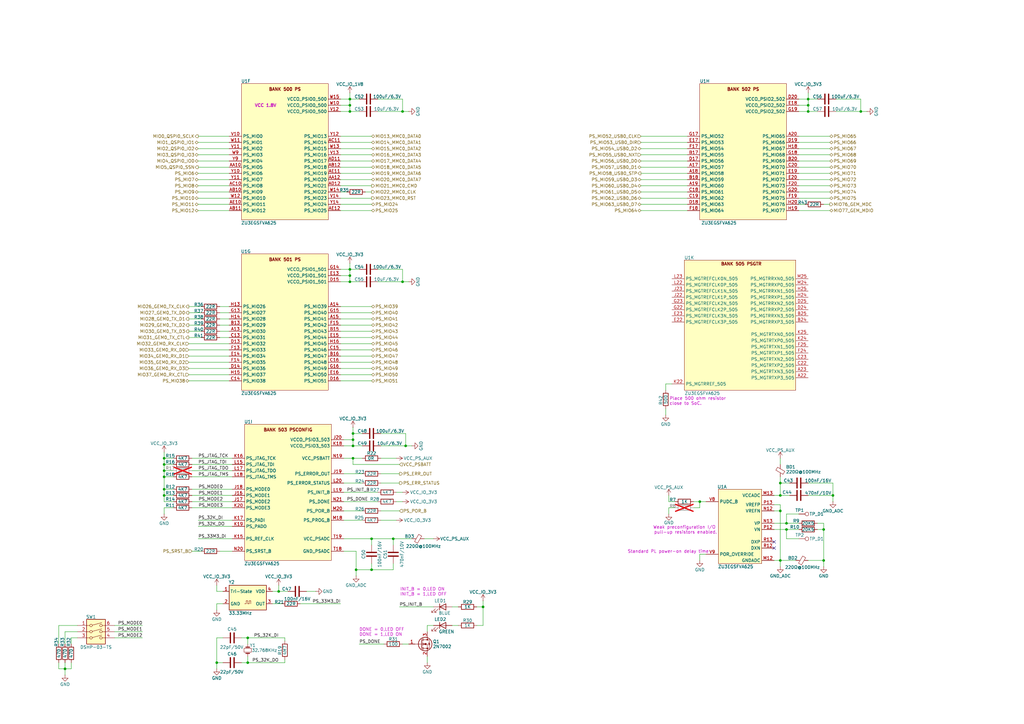
<source format=kicad_sch>
(kicad_sch (version 20250114) (generator "eeschema") (generator_version "9.0")
  (paper "A3")
  (lib_symbols
    (symbol "User:2N7002" (pin_names (offset 0) (hide yes))
      (property "Reference" "Q" (at 5.08 1.905 0))
      (property "Value" "2N7002" (at 5.08 0 0))
      (symbol "2N7002_1_1"
        (pin input line (at -5.08 0 0) (length 2.54) (name "G") (number "1"))
        (pin passive line (at 2.54 5.08 270) (length 2.54) (name "D") (number "3"))
        (pin passive line (at 2.54 -5.08 90) (length 2.54) (name "S") (number "2"))
      )
    )
    (symbol "User:BEAD BLM15PX221SN1D" (pin_numbers (hide yes)) (pin_names (offset 0))
      (property "Reference" "BD" (at 1.905 1.27 0))
      (property "Value" "220Ω@100MHz" (at 1.905 -1.27 0))
      (symbol "BEAD BLM15PX221SN1D_1_1"
        (pin passive line (at 0 2.54 270) (length 1.27) (name "~") (number "1"))
        (pin passive line (at 0 -2.54 90) (length 1.27) (name "~") (number "2"))
      )
    )
    (symbol "User:Blue 0402 NCD0402B1" (pin_numbers (hide yes)) (pin_names (offset 1.016) (hide yes)) (exclude_from_sim yes)
      (property "Reference" "LED" (at 0 2.54 0))
      (property "Value" "BLUE" (at 0 -2.54 0))
      (symbol "Blue 0402 NCD0402B1_1_1"
        (pin passive line (at -3.81 0 0) (length 2.54) (name "K") (number "1"))
        (pin passive line (at 3.81 0 180) (length 2.54) (name "A") (number "2"))
      )
    )
    (symbol "User:DSHP-03-TS-GER" (pin_names (offset 0) (hide yes)) (exclude_from_sim yes)
      (property "Reference" "SW" (at 0 6.35 0))
      (property "Value" "DSHP-03-TS" (at 0 -6.35 0))
      (symbol "DSHP-03-TS-GER_1_1"
        (pin passive line (at -7.62 2.54 0) (length 5.08) (name "~") (number "1"))
        (pin passive line (at -7.62 0 0) (length 5.08) (name "~") (number "2"))
        (pin passive line (at -7.62 -2.54 0) (length 5.08) (name "~") (number "3"))
        (pin passive line (at 7.62 2.54 180) (length 5.08) (name "~") (number "6"))
        (pin passive line (at 7.62 0 180) (length 5.08) (name "~") (number "5"))
        (pin passive line (at 7.62 -2.54 180) (length 5.08) (name "~") (number "4"))
      )
    )
    (symbol "User:Green 0402 NCD0402G1" (pin_numbers (hide yes)) (pin_names (offset 1.016) (hide yes)) (exclude_from_sim yes)
      (property "Reference" "LED" (at 0 2.54 0))
      (property "Value" "GREEN" (at 0 -2.54 0))
      (symbol "Green 0402 NCD0402G1_1_1"
        (pin passive line (at -3.81 0 0) (length 2.54) (name "K") (number "1"))
        (pin passive line (at 3.81 0 180) (length 2.54) (name "A") (number "2"))
      )
    )
    (symbol "User:MLCC 100nF 16V ±10% X7R 0402" (pin_numbers (hide yes)) (pin_names (offset 0.254)) (exclude_from_sim yes)
      (property "Reference" "C" (at 0.635 2.54 0))
      (property "Value" "100nF/16V" (at 0.635 -2.54 0))
      (symbol "MLCC 100nF 16V ±10% X7R 0402_1_1"
        (pin passive line (at 0 3.81 270) (length 2.794) (name "~") (number "1"))
        (pin passive line (at 0 -3.81 90) (length 2.794) (name "~") (number "2"))
      )
    )
    (symbol "User:MLCC 100uF 6.3V ±20% X5R 0805" (pin_numbers (hide yes)) (pin_names (offset 0.254)) (exclude_from_sim yes)
      (property "Reference" "C" (at 0.635 2.54 0))
      (property "Value" "100uF/6.3V" (at 0.635 -2.54 0))
      (symbol "MLCC 100uF 6.3V ±20% X5R 0805_1_1"
        (pin passive line (at 0 3.81 270) (length 2.794) (name "~") (number "1"))
        (pin passive line (at 0 -3.81 90) (length 2.794) (name "~") (number "2"))
      )
    )
    (symbol "User:MLCC 10uF 6.3V ±20% X5R 0402" (pin_numbers (hide yes)) (pin_names (offset 0.254)) (exclude_from_sim yes)
      (property "Reference" "C" (at 0.635 2.54 0))
      (property "Value" "10uF/6.3V" (at 0.635 -2.54 0))
      (symbol "MLCC 10uF 6.3V ±20% X5R 0402_1_1"
        (pin passive line (at 0 3.81 270) (length 2.794) (name "~") (number "1"))
        (pin passive line (at 0 -3.81 90) (length 2.794) (name "~") (number "2"))
      )
    )
    (symbol "User:MLCC 22pF 50V ±5% C0G 0402" (pin_numbers (hide yes)) (pin_names (offset 0.254)) (exclude_from_sim yes)
      (property "Reference" "C" (at 0.635 2.54 0))
      (property "Value" "22pF/50V" (at 0.635 -2.54 0))
      (symbol "MLCC 22pF 50V ±5% C0G 0402_1_1"
        (pin passive line (at 0 3.81 270) (length 2.794) (name "~") (number "1"))
        (pin passive line (at 0 -3.81 90) (length 2.794) (name "~") (number "2"))
      )
    )
    (symbol "User:MLCC 470nF 10V ±10% X5R 0402" (pin_numbers (hide yes)) (pin_names (offset 0.254)) (exclude_from_sim yes)
      (property "Reference" "C" (at 0.635 2.54 0))
      (property "Value" "470nF/10V" (at 0.635 -2.54 0))
      (symbol "MLCC 470nF 10V ±10% X5R 0402_1_1"
        (pin passive line (at 0 3.81 270) (length 2.794) (name "~") (number "1"))
        (pin passive line (at 0 -3.81 90) (length 2.794) (name "~") (number "2"))
      )
    )
    (symbol "User:NX3215SA-32.768KHZ-EXS00A-MU00466" (pin_numbers (hide yes)) (pin_names (offset 1.016) (hide yes))
      (property "Reference" "Y" (at 0 2.54 0))
      (property "Value" "32.768KHz" (at 0 -2.54 0))
      (symbol "NX3215SA-32.768KHZ-EXS00A-MU00466_1_1"
        (pin passive line (at -2.54 0 0) (length 1.27) (name "1") (number "1"))
        (pin passive line (at 2.54 0 180) (length 1.27) (name "2") (number "2"))
      )
    )
    (symbol "User:OT3EL89CJI-111YLC-33.33M" (exclude_from_sim yes)
      (property "Reference" "Y" (at 0 6.096 0))
      (property "Value" "33.33MHz" (at 0 0 0))
      (symbol "OT3EL89CJI-111YLC-33.33M_1_1"
        (pin input line (at -10.16 2.54 0) (length 2.54) (name "Tri-State") (number "1"))
        (pin passive line (at -10.16 -2.54 0) (length 2.54) (name "GND") (number "2"))
        (pin passive line (at 10.16 2.54 180) (length 2.54) (name "VDD") (number "4"))
        (pin output line (at 10.16 -2.54 180) (length 2.54) (name "OUT") (number "3"))
      )
    )
    (symbol "User:RES 0ohm 1% 1/10W 0603" (pin_numbers (hide yes)) (pin_names (offset 0)) (exclude_from_sim yes)
      (property "Reference" "R" (at 2.032 0 90))
      (property "Value" "0R" (at 0 0 90))
      (symbol "RES 0ohm 1% 1/10W 0603_1_1"
        (pin passive line (at 0 3.81 270) (length 1.27) (name "~") (number "1"))
        (pin passive line (at 0 -3.81 90) (length 1.27) (name "~") (number "2"))
      )
    )
    (symbol "User:RES 100ohm 1% 1/16W 0402" (pin_numbers (hide yes)) (pin_names (offset 0)) (exclude_from_sim yes)
      (property "Reference" "R" (at 2.032 0 90))
      (property "Value" "100" (at 0 0 90))
      (symbol "RES 100ohm 1% 1/16W 0402_1_1"
        (pin passive line (at 0 3.81 270) (length 1.27) (name "~") (number "1"))
        (pin passive line (at 0 -3.81 90) (length 1.27) (name "~") (number "2"))
      )
    )
    (symbol "User:RES 1Kohm 1% 1/16W 0402" (pin_numbers (hide yes)) (pin_names (offset 0)) (exclude_from_sim yes)
      (property "Reference" "R" (at 2.032 0 90))
      (property "Value" "1K" (at 0 0 90))
      (symbol "RES 1Kohm 1% 1/16W 0402_1_1"
        (pin passive line (at 0 3.81 270) (length 1.27) (name "~") (number "1"))
        (pin passive line (at 0 -3.81 90) (length 1.27) (name "~") (number "2"))
      )
    )
    (symbol "User:RES 20.5Kohm 1% 1/16W 0402" (pin_numbers (hide yes)) (pin_names (offset 0))
      (property "Reference" "R" (at 2.032 0 90))
      (property "Value" "20K5" (at 0 0 90))
      (symbol "RES 20.5Kohm 1% 1/16W 0402_1_1"
        (pin passive line (at 0 3.81 270) (length 1.27) (name "~") (number "1"))
        (pin passive line (at 0 -3.81 90) (length 1.27) (name "~") (number "2"))
      )
    )
    (symbol "User:RES 22ohm 1% 1/16W 0402" (pin_numbers (hide yes)) (pin_names (offset 0)) (exclude_from_sim yes)
      (property "Reference" "R" (at 2.032 0 90))
      (property "Value" "22R" (at 0 0 90))
      (symbol "RES 22ohm 1% 1/16W 0402_1_1"
        (pin passive line (at 0 3.81 270) (length 1.27) (name "~") (number "1"))
        (pin passive line (at 0 -3.81 90) (length 1.27) (name "~") (number "2"))
      )
    )
    (symbol "User:RES 4.7Kohm 1% 1/16W 0402" (pin_numbers (hide yes)) (pin_names (offset 0)) (exclude_from_sim yes)
      (property "Reference" "R" (at 2.032 0 90))
      (property "Value" "4K7" (at 0 0 90))
      (symbol "RES 4.7Kohm 1% 1/16W 0402_1_1"
        (pin passive line (at 0 3.81 270) (length 1.27) (name "~") (number "1"))
        (pin passive line (at 0 -3.81 90) (length 1.27) (name "~") (number "2"))
      )
    )
    (symbol "User:RES 4.7Mohm 1% 1/16W 0402" (pin_numbers (hide yes)) (pin_names (offset 0))
      (property "Reference" "R" (at 2.032 0 90))
      (property "Value" "4M7" (at 0 0 90))
      (symbol "RES 4.7Mohm 1% 1/16W 0402_1_1"
        (pin passive line (at 0 3.81 270) (length 1.27) (name "~") (number "1"))
        (pin passive line (at 0 -3.81 90) (length 1.27) (name "~") (number "2"))
      )
    )
    (symbol "User:RES 470ohm 1% 1/16W 0402" (pin_numbers (hide yes)) (pin_names (offset 0)) (exclude_from_sim yes)
      (property "Reference" "R" (at 2.032 0 90))
      (property "Value" "470" (at 0 0 90))
      (symbol "RES 470ohm 1% 1/16W 0402_1_1"
        (pin passive line (at 0 3.81 270) (length 1.27) (name "~") (number "1"))
        (pin passive line (at 0 -3.81 90) (length 1.27) (name "~") (number "2"))
      )
    )
    (symbol "User:RES 500ohm 0.1% 1/16W 0402" (pin_numbers (hide yes)) (pin_names (offset 0)) (exclude_from_sim yes)
      (property "Reference" "R" (at 2.032 0 90))
      (property "Value" "500" (at 0 0 90))
      (symbol "RES 500ohm 0.1% 1/16W 0402_1_1"
        (pin passive line (at 0 3.81 270) (length 1.27) (name "~") (number "1"))
        (pin passive line (at 0 -3.81 90) (length 1.27) (name "~") (number "2"))
      )
    )
    (symbol "User:TP_D1" (pin_numbers (hide yes)) (pin_names (offset 0.762) (hide yes)) (in_bom no)
      (property "Reference" "TP" (at 0 6.858 0))
      (property "Value" "TP_D1" (at 0 5.08 0))
      (symbol "TP_D1_1_1"
        (pin passive line (at 0 0 90) (length 2.54) (name "1") (number "1"))
      )
    )
    (symbol "User:XCZU3EGSFVA625" (exclude_from_sim yes)
      (property "Reference" "U" (at 0 84.836 0))
      (property "Value" "ZU3EGSFVA625" (at -2.54 22.86 0))
      (symbol "XCZU3EGSFVA625_1_0"
        (pin passive line (at -13.97 10.16 0) (length 5.08) (name "PUDC_B") (number "V8"))
        (pin passive line (at -13.97 -11.43 0) (length 5.08) (name "POR_OVERRIDE") (number "V9"))
        (pin passive line (at 13.97 12.7 180) (length 5.08) (name "VCCADC") (number "M13"))
        (pin passive line (at 13.97 8.89 180) (length 5.08) (name "VREFP") (number "P13"))
        (pin passive line (at 13.97 6.35 180) (length 5.08) (name "VREFN") (number "N12"))
        (pin passive line (at 13.97 1.27 180) (length 5.08) (name "VP") (number "N13"))
        (pin passive line (at 13.97 -1.27 180) (length 5.08) (name "VN") (number "P12"))
        (pin passive line (at 13.97 -6.35 180) (length 5.08) (name "DXP") (number "R13"))
        (pin passive line (at 13.97 -13.97 180) (length 5.08) (name "GNDADC") (number "M12"))
      )
      (symbol "XCZU3EGSFVA625_1_1"
        (pin passive line (at 13.97 -8.89 180) (length 5.08) (name "DXN") (number "R12"))
      )
      (symbol "XCZU3EGSFVA625_2_0"
        (pin passive line (at -27.94 10.16 0) (length 5.08) (name "IO_L1P_AD11P_26") (number "E12"))
        (pin passive line (at -27.94 7.62 0) (length 5.08) (name "IO_L1N_AD11N_26") (number "D12"))
        (pin passive line (at -27.94 5.08 0) (length 5.08) (name "IO_L2P_AD10P_26") (number "B12"))
        (pin passive line (at -27.94 2.54 0) (length 5.08) (name "IO_L2N_AD10N_26") (number "A12"))
        (pin passive line (at -27.94 0 0) (length 5.08) (name "IO_L3P_AD9P_26") (number "B11"))
        (pin passive line (at -27.94 -2.54 0) (length 5.08) (name "IO_L3N_AD9N_26") (number "A10"))
        (pin passive line (at -27.94 -5.08 0) (length 5.08) (name "IO_L4P_AD8P_26") (number "C10"))
        (pin passive line (at -27.94 -7.62 0) (length 5.08) (name "IO_L4N_AD8N_26") (number "B10"))
        (pin passive line (at -27.94 -10.16 0) (length 5.08) (name "IO_L5P_HDGC_AD7P_26") (number "D11"))
        (pin passive line (at -27.94 -12.7 0) (length 5.08) (name "IO_L5N_HDGC_AD7N_26") (number "C11"))
        (pin passive line (at -27.94 -15.24 0) (length 5.08) (name "IO_L6P_HDGC_AD6P_26") (number "D9"))
        (pin passive line (at -27.94 -17.78 0) (length 5.08) (name "IO_L6N_HDGC_AD6N_26") (number "C9"))
        (pin passive line (at 27.94 17.78 180) (length 5.08) (name "VCCO_26") (number "F11"))
        (pin passive line (at 27.94 15.24 180) (length 5.08) (name "VCCO_26") (number "D10"))
        (pin passive line (at 27.94 10.16 180) (length 5.08) (name "IO_L7P_HDGC_AD5P_26") (number "F9"))
        (pin passive line (at 27.94 7.62 180) (length 5.08) (name "IO_L7N_HDGC_AD5N_26") (number "E9"))
        (pin passive line (at 27.94 5.08 180) (length 5.08) (name "IO_L8P_HDGC_AD4P_26") (number "E11"))
        (pin passive line (at 27.94 2.54 180) (length 5.08) (name "IO_L8N_HDGC_AD4N_26") (number "E10"))
        (pin passive line (at 27.94 0 180) (length 5.08) (name "IO_L9P_AD3P_26") (number "H10"))
        (pin passive line (at 27.94 -2.54 180) (length 5.08) (name "IO_L9N_AD3N_26") (number "H9"))
        (pin passive line (at 27.94 -5.08 180) (length 5.08) (name "IO_L10P_AD2P_26") (number "G10"))
        (pin passive line (at 27.94 -7.62 180) (length 5.08) (name "IO_L10N_AD2N_26") (number "F10"))
        (pin passive line (at 27.94 -10.16 180) (length 5.08) (name "IO_L11P_AD1P_26") (number "H11"))
        (pin passive line (at 27.94 -12.7 180) (length 5.08) (name "IO_L11N_AD1N_26") (number "G11"))
        (pin passive line (at 27.94 -15.24 180) (length 5.08) (name "IO_L12P_AD0P_26") (number "G12"))
        (pin passive line (at 27.94 -17.78 180) (length 5.08) (name "IO_L12N_AD0N_26") (number "F12"))
      )
      (symbol "XCZU3EGSFVA625_2_1"
        (text "BANK 26 HD" (at 0 18.542 0) (effects (font (size 1.27 1.27) (bold yes))))
      )
      (symbol "XCZU3EGSFVA625_3_0"
        (pin passive line (at -43.18 38.1 0) (length 5.08) (name "VREF_64") (number "V6"))
        (pin passive line (at -43.18 26.67 0) (length 5.08) (name "IO_L1P_T0L_N0_DBC_64") (number "AB6"))
        (pin passive line (at -43.18 24.13 0) (length 5.08) (name "IO_L1N_T0L_N1_DBC_64") (number "AC6"))
        (pin passive line (at -43.18 21.59 0) (length 5.08) (name "IO_L2P_T0L_N2_64") (number "AD8"))
        (pin passive line (at -43.18 19.05 0) (length 5.08) (name "IO_L2N_T0L_N3_64") (number "AD7"))
        (pin passive line (at -43.18 16.51 0) (length 5.08) (name "IO_L3P_T0L_N4_AD15P_64") (number "AE7"))
        (pin passive line (at -43.18 13.97 0) (length 5.08) (name "IO_L3N_T0L_N5_AD15N_64") (number "AE6"))
        (pin passive line (at -43.18 11.43 0) (length 5.08) (name "IO_L4P_T0U_N6_DBC_AD7P_64") (number "AD9"))
        (pin passive line (at -43.18 8.89 0) (length 5.08) (name "IO_L4N_T0U_N7_DBC_AD7N_64") (number "AE9"))
        (pin passive line (at -43.18 6.35 0) (length 5.08) (name "IO_L5P_T0U_N8_AD14P_64") (number "AD6"))
        (pin passive line (at -43.18 3.81 0) (length 5.08) (name "IO_L5N_T0U_N9_AD14N_64") (number "AD5"))
        (pin passive line (at -43.18 1.27 0) (length 5.08) (name "IO_L6P_T0U_N10_AD6P_64") (number "AC9"))
        (pin passive line (at -43.18 -1.27 0) (length 5.08) (name "IO_L6N_T0U_N11_AD6N_64") (number "AC8"))
        (pin passive line (at -43.18 -3.81 0) (length 5.08) (name "IO_T0U_N12_VRP_64") (number "AC5"))
        (pin passive line (at -43.18 -8.89 0) (length 5.08) (name "IO_L7P_T1L_N0_QBC_AD13P_64") (number "AA9"))
        (pin passive line (at -43.18 -11.43 0) (length 5.08) (name "IO_L7N_T1L_N1_QBC_AD13N_64") (number "AA8"))
        (pin passive line (at -43.18 -13.97 0) (length 5.08) (name "IO_L8P_T1L_N2_AD5P_64") (number "Y7"))
        (pin passive line (at -43.18 -16.51 0) (length 5.08) (name "IO_L8N_T1L_N3_AD5N_64") (number "AA7"))
        (pin passive line (at -43.18 -19.05 0) (length 5.08) (name "IO_L9P_T1L_N4_AD12P_64") (number "AB8"))
        (pin passive line (at -43.18 -21.59 0) (length 5.08) (name "IO_L9N_T1L_N5_AD12N_64") (number "AB7"))
        (pin passive line (at -43.18 -24.13 0) (length 5.08) (name "IO_L10P_T1U_N6_QBC_AD4P_64") (number "W8"))
        (pin passive line (at -43.18 -26.67 0) (length 5.08) (name "IO_L10N_T1U_N7_QBC_AD4N_64") (number "W7"))
        (pin passive line (at -43.18 -29.21 0) (length 5.08) (name "IO_L11P_T1U_N8_GC_64") (number "Y5"))
        (pin passive line (at -43.18 -31.75 0) (length 5.08) (name "IO_L11N_T1U_N9_GC_64") (number "AA5"))
        (pin passive line (at -43.18 -34.29 0) (length 5.08) (name "IO_L12P_T1U_N10_GC_64") (number "W6"))
        (pin passive line (at -43.18 -36.83 0) (length 5.08) (name "IO_L12N_T1U_N11_GC_64") (number "Y6"))
        (pin passive line (at -43.18 -39.37 0) (length 5.08) (name "IO_T1U_N12_64") (number "V5"))
        (pin passive line (at 43.18 38.1 180) (length 5.08) (name "VCCO_64") (number "AA6"))
        (pin passive line (at 43.18 35.56 180) (length 5.08) (name "VCCO_64") (number "AB9"))
        (pin passive line (at 43.18 33.02 180) (length 5.08) (name "VCCO_64") (number "V7"))
        (pin passive line (at 43.18 26.67 180) (length 5.08) (name "IO_L24N_T3U_N11_64") (number "AA3"))
        (pin passive line (at 43.18 24.13 180) (length 5.08) (name "IO_L24P_T3U_N10_64") (number "AA4"))
        (pin passive line (at 43.18 21.59 180) (length 5.08) (name "IO_L23N_T3U_N9_64") (number "Y1"))
        (pin passive line (at 43.18 19.05 180) (length 5.08) (name "IO_L23P_T3U_N8_64") (number "W1"))
        (pin passive line (at 43.18 16.51 180) (length 5.08) (name "IO_L22N_T3U_N7_DBC_AD0N_64") (number "Y4"))
        (pin passive line (at 43.18 13.97 180) (length 5.08) (name "IO_L22P_T3U_N6_DBC_AD0P_64") (number "W4"))
        (pin passive line (at 43.18 11.43 180) (length 5.08) (name "IO_L21N_T3L_N5_AD8N_64") (number "AB1"))
        (pin passive line (at 43.18 8.89 180) (length 5.08) (name "IO_L21P_T3L_N4_AD8P_64") (number "AB2"))
        (pin passive line (at 43.18 6.35 180) (length 5.08) (name "IO_L20N_T3L_N3_AD1N_64") (number "W2"))
        (pin passive line (at 43.18 3.81 180) (length 5.08) (name "IO_L20P_T3L_N2_AD1P_64") (number "W3"))
        (pin passive line (at 43.18 1.27 180) (length 5.08) (name "IO_L19N_T3L_N1_DBC_AD9N_64") (number "AA2"))
        (pin passive line (at 43.18 -1.27 180) (length 5.08) (name "IO_L19P_T3L_N0_DBC_AD9P_64") (number "Y2"))
        (pin passive line (at 43.18 -3.81 180) (length 5.08) (name "IO_T3U_N12_64") (number "V4"))
        (pin passive line (at 43.18 -8.89 180) (length 5.08) (name "IO_L18N_T2U_N11_AD2N_64") (number "AE3"))
        (pin passive line (at 43.18 -11.43 180) (length 5.08) (name "IO_L18P_T2U_N10_AD2P_64") (number "AE4"))
        (pin passive line (at 43.18 -13.97 180) (length 5.08) (name "IO_L17N_T2U_N9_AD10N_64") (number "AE1"))
        (pin passive line (at 43.18 -16.51 180) (length 5.08) (name "IO_L17P_T2U_N8_AD10P_64") (number "AD1"))
        (pin passive line (at 43.18 -19.05 180) (length 5.08) (name "IO_L16N_T2U_N7_QBC_AD3N_64") (number "AD3"))
        (pin passive line (at 43.18 -21.59 180) (length 5.08) (name "IO_L16P_T2U_N6_QBC_AD3P_64") (number "AD4"))
        (pin passive line (at 43.18 -24.13 180) (length 5.08) (name "IO_L15N_T2L_N5_AD11N_64") (number "AE2"))
        (pin passive line (at 43.18 -26.67 180) (length 5.08) (name "IO_L15P_T2L_N4_AD11P_64") (number "AD2"))
        (pin passive line (at 43.18 -29.21 180) (length 5.08) (name "IO_L14N_T2L_N3_GC_64") (number "AC4"))
        (pin passive line (at 43.18 -31.75 180) (length 5.08) (name "IO_L14P_T2L_N2_GC_64") (number "AB5"))
        (pin passive line (at 43.18 -34.29 180) (length 5.08) (name "IO_L13N_T2L_N1_GC_QBC_64") (number "AC3"))
        (pin passive line (at 43.18 -36.83 180) (length 5.08) (name "IO_L13P_T2L_N0_GC_QBC_64") (number "AB3"))
        (pin passive line (at 43.18 -39.37 180) (length 5.08) (name "IO_T2U_N12_64") (number "AC1"))
      )
      (symbol "XCZU3EGSFVA625_3_1"
        (text "BANK 64 HP" (at 0 40.386 0) (effects (font (size 1.27 1.27) (bold yes))))
      )
      (symbol "XCZU3EGSFVA625_4_0"
        (pin passive line (at -43.18 38.1 0) (length 5.08) (name "VREF_65") (number "N6"))
        (pin passive line (at -43.18 26.67 0) (length 5.08) (name "IO_L1P_T0L_N0_DBC_65") (number "R2"))
        (pin passive line (at -43.18 24.13 0) (length 5.08) (name "IO_L1N_T0L_N1_DBC_65") (number "R1"))
        (pin passive line (at -43.18 21.59 0) (length 5.08) (name "IO_L2P_T0L_N2_65") (number "U1"))
        (pin passive line (at -43.18 19.05 0) (length 5.08) (name "IO_L2N_T0L_N3_65") (number "V1"))
        (pin passive line (at -43.18 16.51 0) (length 5.08) (name "IO_L3P_T0L_N4_AD15P_65") (number "N1"))
        (pin passive line (at -43.18 13.97 0) (length 5.08) (name "IO_L3N_T0L_N5_AD15N_65") (number "P1"))
        (pin passive line (at -43.18 11.43 0) (length 5.08) (name "IO_L4P_T0U_N6_DBC_AD7P_SMBALERT_65") (number "U3"))
        (pin passive line (at -43.18 8.89 0) (length 5.08) (name "IO_L4N_T0U_N7_DBC_AD7N_65") (number "V3"))
        (pin passive line (at -43.18 6.35 0) (length 5.08) (name "IO_L5P_T0U_N8_AD14P_65") (number "P3"))
        (pin passive line (at -43.18 3.81 0) (length 5.08) (name "IO_L5N_T0U_N9_AD14N_65") (number "P2"))
        (pin passive line (at -43.18 1.27 0) (length 5.08) (name "IO_L6P_T0U_N10_AD6P_65") (number "T3"))
        (pin passive line (at -43.18 -1.27 0) (length 5.08) (name "IO_L6N_T0U_N11_AD6N_65") (number "U2"))
        (pin passive line (at -43.18 -3.81 0) (length 5.08) (name "IO_T0U_N12_VRP_65") (number "T2"))
        (pin passive line (at -43.18 -8.89 0) (length 5.08) (name "IO_L7P_T1L_N0_QBC_AD13P_65") (number "U6"))
        (pin passive line (at -43.18 -11.43 0) (length 5.08) (name "IO_L7N_T1L_N1_QBC_AD13N_65") (number "U5"))
        (pin passive line (at -43.18 -13.97 0) (length 5.08) (name "IO_L8P_T1L_N2_AD5P_65") (number "R7"))
        (pin passive line (at -43.18 -16.51 0) (length 5.08) (name "IO_L8N_T1L_N3_AD5N_65") (number "T7"))
        (pin passive line (at -43.18 -19.05 0) (length 5.08) (name "IO_L9P_T1L_N4_AD12P_65") (number "T5"))
        (pin passive line (at -43.18 -21.59 0) (length 5.08) (name "IO_L9N_T1L_N5_AD12N_65") (number "T4"))
        (pin passive line (at -43.18 -24.13 0) (length 5.08) (name "IO_L10P_T1U_N6_QBC_AD4P_65") (number "P7"))
        (pin passive line (at -43.18 -26.67 0) (length 5.08) (name "IO_L10N_T1U_N7_QBC_AD4N_65") (number "P6"))
        (pin passive line (at -43.18 -29.21 0) (length 5.08) (name "IO_L11P_T1U_N8_GC_65") (number "P4"))
        (pin passive line (at -43.18 -31.75 0) (length 5.08) (name "IO_L11N_T1U_N9_GC_65") (number "R4"))
        (pin passive line (at -43.18 -34.29 0) (length 5.08) (name "IO_L12P_T1U_N10_GC_65") (number "R6"))
        (pin passive line (at -43.18 -36.83 0) (length 5.08) (name "IO_L12N_T1U_N11_GC_65") (number "R5"))
        (pin passive line (at -43.18 -39.37 0) (length 5.08) (name "IO_T1U_N12_65") (number "U7"))
        (pin passive line (at 43.18 38.1 180) (length 5.08) (name "VCCO_65") (number "U4"))
        (pin passive line (at 43.18 35.56 180) (length 5.08) (name "VCCO_65") (number "P5"))
        (pin passive line (at 43.18 33.02 180) (length 5.08) (name "VCCO_65") (number "L6"))
        (pin passive line (at 43.18 26.67 180) (length 5.08) (name "IO_L13P_T2L_N0_GC_QBC_65") (number "M3"))
        (pin passive line (at 43.18 24.13 180) (length 5.08) (name "IO_L13N_T2L_N1_GC_QBC_65") (number "L3"))
        (pin passive line (at 43.18 21.59 180) (length 5.08) (name "IO_L14P_T2L_N2_GC_65") (number "N4"))
        (pin passive line (at 43.18 19.05 180) (length 5.08) (name "IO_L14N_T2L_N3_GC_65") (number "N3"))
        (pin passive line (at 43.18 16.51 180) (length 5.08) (name "IO_L15P_T2L_N4_AD11P_65") (number "K1"))
        (pin passive line (at 43.18 13.97 180) (length 5.08) (name "IO_L15N_T2L_N5_AD11N_65") (number "J1"))
        (pin passive line (at 43.18 11.43 180) (length 5.08) (name "IO_L16P_T2U_N6_QBC_AD3P_65") (number "M2"))
        (pin passive line (at 43.18 8.89 180) (length 5.08) (name "IO_L16N_T2U_N7_QBC_AD3N_65") (number "M1"))
        (pin passive line (at 43.18 6.35 180) (length 5.08) (name "IO_L17P_T2U_N8_AD10P_65") (number "J3"))
        (pin passive line (at 43.18 3.81 180) (length 5.08) (name "IO_L17N_T2U_N9_AD10N_65") (number "J2"))
        (pin passive line (at 43.18 1.27 180) (length 5.08) (name "IO_L18P_T2U_N10_AD2P_65") (number "L2"))
        (pin passive line (at 43.18 -1.27 180) (length 5.08) (name "IO_L18N_T2U_N11_AD2N_65") (number "K2"))
        (pin passive line (at 43.18 -3.81 180) (length 5.08) (name "IO_T2U_N12_65") (number "L4"))
        (pin passive line (at 43.18 -8.89 180) (length 5.08) (name "IO_L19P_T3L_N0_DBC_AD9P_65") (number "M6"))
        (pin passive line (at 43.18 -11.43 180) (length 5.08) (name "IO_L19N_T3L_N1_DBC_AD9N_65") (number "L5"))
        (pin passive line (at 43.18 -13.97 180) (length 5.08) (name "IO_L20P_T3L_N2_AD1P_65") (number "N5"))
        (pin passive line (at 43.18 -16.51 180) (length 5.08) (name "IO_L20N_T3L_N3_AD1N_65") (number "M5"))
        (pin passive line (at 43.18 -19.05 180) (length 5.08) (name "IO_L21P_T3L_N4_AD8P_65") (number "K6"))
        (pin passive line (at 43.18 -21.59 180) (length 5.08) (name "IO_L21N_T3L_N5_AD8N_65") (number "K5"))
        (pin passive line (at 43.18 -24.13 180) (length 5.08) (name "IO_L22P_T3U_N6_DBC_AD0P_65") (number "L7"))
        (pin passive line (at 43.18 -26.67 180) (length 5.08) (name "IO_L22N_T3U_N7_DBC_AD0N_65") (number "K7"))
        (pin passive line (at 43.18 -29.21 180) (length 5.08) (name "IO_L23P_T3U_N8_I2C_SCLK_65") (number "K4"))
        (pin passive line (at 43.18 -31.75 180) (length 5.08) (name "IO_L23N_T3U_N9_65") (number "J4"))
        (pin passive line (at 43.18 -34.29 180) (length 5.08) (name "IO_L24P_T3U_N10_PERSTN1_I2C_SDA_65") (number "J7"))
        (pin passive line (at 43.18 -36.83 180) (length 5.08) (name "IO_L24N_T3U_N11_PERSTN0_65") (number "J6"))
        (pin passive line (at 43.18 -39.37 180) (length 5.08) (name "IO_T3U_N12_65") (number "M7"))
      )
      (symbol "XCZU3EGSFVA625_4_1"
        (text "BANK 65 HP" (at 0 40.386 0) (effects (font (size 1.27 1.27) (bold yes))))
      )
      (symbol "XCZU3EGSFVA625_5_0"
        (pin passive line (at -43.18 38.1 0) (length 5.08) (name "VREF_66") (number "H8"))
        (pin passive line (at -43.18 26.67 0) (length 5.08) (name "IO_L1P_T0L_N0_DBC_66") (number "H1"))
        (pin passive line (at -43.18 24.13 0) (length 5.08) (name "IO_L1N_T0L_N1_DBC_66") (number "G1"))
        (pin passive line (at -43.18 21.59 0) (length 5.08) (name "IO_L2P_T0L_N2_66") (number "F4"))
        (pin passive line (at -43.18 19.05 0) (length 5.08) (name "IO_L2N_T0L_N3_66") (number "E4"))
        (pin passive line (at -43.18 16.51 0) (length 5.08) (name "IO_L3P_T0L_N4_AD15P_66") (number "E2"))
        (pin passive line (at -43.18 13.97 0) (length 5.08) (name "IO_L3N_T0L_N5_AD15N_66") (number "E1"))
        (pin passive line (at -43.18 11.43 0) (length 5.08) (name "IO_L4P_T0U_N6_DBC_AD7P_66") (number "G3"))
        (pin passive line (at -43.18 8.89 0) (length 5.08) (name "IO_L4N_T0U_N7_DBC_AD7N_66") (number "F3"))
        (pin passive line (at -43.18 6.35 0) (length 5.08) (name "IO_L5P_T0U_N8_AD14P_66") (number "G2"))
        (pin passive line (at -43.18 3.81 0) (length 5.08) (name "IO_L5N_T0U_N9_AD14N_66") (number "F2"))
        (pin passive line (at -43.18 1.27 0) (length 5.08) (name "IO_L6P_T0U_N10_AD6P_66") (number "H4"))
        (pin passive line (at -43.18 -1.27 0) (length 5.08) (name "IO_L6N_T0U_N11_AD6N_66") (number "H3"))
        (pin passive line (at -43.18 -3.81 0) (length 5.08) (name "IO_T0U_N12_VRP_66") (number "H5"))
        (pin passive line (at -43.18 -8.89 0) (length 5.08) (name "IO_L7P_T1L_N0_QBC_AD13P_66") (number "C1"))
        (pin passive line (at -43.18 -11.43 0) (length 5.08) (name "IO_L7N_T1L_N1_QBC_AD13N_66") (number "B1"))
        (pin passive line (at -43.18 -13.97 0) (length 5.08) (name "IO_L8P_T1L_N2_AD5P_66") (number "A3"))
        (pin passive line (at -43.18 -16.51 0) (length 5.08) (name "IO_L8N_T1L_N3_AD5N_66") (number "A2"))
        (pin passive line (at -43.18 -19.05 0) (length 5.08) (name "IO_L9P_T1L_N4_AD12P_66") (number "D2"))
        (pin passive line (at -43.18 -21.59 0) (length 5.08) (name "IO_L9N_T1L_N5_AD12N_66") (number "D1"))
        (pin passive line (at -43.18 -24.13 0) (length 5.08) (name "IO_L10P_T1U_N6_QBC_AD4P_66") (number "B3"))
        (pin passive line (at -43.18 -26.67 0) (length 5.08) (name "IO_L10N_T1U_N7_QBC_AD4N_66") (number "B2"))
        (pin passive line (at -43.18 -29.21 0) (length 5.08) (name "IO_L11P_T1U_N8_GC_66") (number "D4"))
        (pin passive line (at -43.18 -31.75 0) (length 5.08) (name "IO_L11N_T1U_N9_GC_66") (number "D3"))
        (pin passive line (at -43.18 -34.29 0) (length 5.08) (name "IO_L12P_T1U_N10_GC_66") (number "C4"))
        (pin passive line (at -43.18 -36.83 0) (length 5.08) (name "IO_L12N_T1U_N11_GC_66") (number "C3"))
        (pin passive line (at -43.18 -39.37 0) (length 5.08) (name "IO_T1U_N12_66") (number "A4"))
        (pin passive line (at 43.18 38.1 180) (length 5.08) (name "VCCO_66") (number "G4"))
        (pin passive line (at 43.18 35.56 180) (length 5.08) (name "VCCO_66") (number "E8"))
        (pin passive line (at 43.18 33.02 180) (length 5.08) (name "VCCO_66") (number "D5"))
        (pin passive line (at 43.18 26.67 180) (length 5.08) (name "IO_L13P_T2L_N0_GC_QBC_66") (number "E6"))
        (pin passive line (at 43.18 24.13 180) (length 5.08) (name "IO_L13N_T2L_N1_GC_QBC_66") (number "E5"))
        (pin passive line (at 43.18 21.59 180) (length 5.08) (name "IO_L14P_T2L_N2_GC_66") (number "D7"))
        (pin passive line (at 43.18 19.05 180) (length 5.08) (name "IO_L14N_T2L_N3_GC_66") (number "D6"))
        (pin passive line (at 43.18 16.51 180) (length 5.08) (name "IO_L15P_T2L_N4_AD11P_66") (number "G5"))
        (pin passive line (at 43.18 13.97 180) (length 5.08) (name "IO_L15N_T2L_N5_AD11N_66") (number "F5"))
        (pin passive line (at 43.18 11.43 180) (length 5.08) (name "IO_L16P_T2U_N6_QBC_AD3P_66") (number "G8"))
        (pin passive line (at 43.18 8.89 180) (length 5.08) (name "IO_L16N_T2U_N7_QBC_AD3N_66") (number "F8"))
        (pin passive line (at 43.18 6.35 180) (length 5.08) (name "IO_L17P_T2U_N8_AD10P_66") (number "H6"))
        (pin passive line (at 43.18 3.81 180) (length 5.08) (name "IO_L17N_T2U_N9_AD10N_66") (number "G6"))
        (pin passive line (at 43.18 1.27 180) (length 5.08) (name "IO_L18P_T2U_N10_AD2P_66") (number "G7"))
        (pin passive line (at 43.18 -1.27 180) (length 5.08) (name "IO_L18N_T2U_N11_AD2N_66") (number "F7"))
        (pin passive line (at 43.18 -3.81 180) (length 5.08) (name "IO_T2U_N12_66") (number "E7"))
        (pin passive line (at 43.18 -8.89 180) (length 5.08) (name "IO_L19P_T3L_N0_DBC_AD9P_66") (number "A6"))
        (pin passive line (at 43.18 -11.43 180) (length 5.08) (name "IO_L19N_T3L_N1_DBC_AD9N_66") (number "A5"))
        (pin passive line (at 43.18 -13.97 180) (length 5.08) (name "IO_L20P_T3L_N2_AD1P_66") (number "C8"))
        (pin passive line (at 43.18 -16.51 180) (length 5.08) (name "IO_L20N_T3L_N3_AD1N_66") (number "B8"))
        (pin passive line (at 43.18 -19.05 180) (length 5.08) (name "IO_L21P_T3L_N4_AD8P_66") (number "C5"))
        (pin passive line (at 43.18 -21.59 180) (length 5.08) (name "IO_L21N_T3L_N5_AD8N_66") (number "B5"))
        (pin passive line (at 43.18 -24.13 180) (length 5.08) (name "IO_L22P_T3U_N6_DBC_AD0P_66") (number "A9"))
        (pin passive line (at 43.18 -26.67 180) (length 5.08) (name "IO_L22N_T3U_N7_DBC_AD0N_66") (number "A8"))
        (pin passive line (at 43.18 -29.21 180) (length 5.08) (name "IO_L23P_T3U_N8_66") (number "C6"))
        (pin passive line (at 43.18 -31.75 180) (length 5.08) (name "IO_L23N_T3U_N9_66") (number "B6"))
        (pin passive line (at 43.18 -34.29 180) (length 5.08) (name "IO_L24P_T3U_N10_66") (number "B7"))
        (pin passive line (at 43.18 -36.83 180) (length 5.08) (name "IO_L24N_T3U_N11_66") (number "A7"))
        (pin passive line (at 43.18 -39.37 180) (length 5.08) (name "IO_T3U_N12_66") (number "D8"))
      )
      (symbol "XCZU3EGSFVA625_5_1"
        (text "BANK 66 HP" (at 0.254 40.386 0) (effects (font (size 1.27 1.27) (bold yes))))
      )
      (symbol "XCZU3EGSFVA625_6_0"
        (pin passive line (at -22.86 6.35 0) (length 5.08) (name "PS_MIO0") (number "V10"))
        (pin passive line (at -22.86 3.81 0) (length 5.08) (name "PS_MIO1") (number "W11"))
        (pin passive line (at -22.86 1.27 0) (length 5.08) (name "PS_MIO2") (number "V11"))
        (pin passive line (at -22.86 -1.27 0) (length 5.08) (name "PS_MIO3") (number "W9"))
        (pin passive line (at -22.86 -3.81 0) (length 5.08) (name "PS_MIO4") (number "Y9"))
        (pin passive line (at -22.86 -6.35 0) (length 5.08) (name "PS_MIO5") (number "AA10"))
        (pin passive line (at -22.86 -8.89 0) (length 5.08) (name "PS_MIO6") (number "Y10"))
        (pin passive line (at -22.86 -11.43 0) (length 5.08) (name "PS_MIO7") (number "Y11"))
        (pin passive line (at -22.86 -13.97 0) (length 5.08) (name "PS_MIO8") (number "AC10"))
        (pin passive line (at -22.86 -16.51 0) (length 5.08) (name "PS_MIO9") (number "AB10"))
        (pin passive line (at -22.86 -19.05 0) (length 5.08) (name "PS_MIO10") (number "W12"))
        (pin passive line (at -22.86 -21.59 0) (length 5.08) (name "PS_MIO11") (number "AE10"))
        (pin passive line (at -22.86 -24.13 0) (length 5.08) (name "PS_MIO12") (number "AB11"))
        (pin passive line (at 22.86 21.59 180) (length 5.08) (name "VCCO_PSIO0_500") (number "W15"))
        (pin passive line (at 22.86 19.05 180) (length 5.08) (name "VCCO_PSIO0_500") (number "W10"))
        (pin passive line (at 22.86 16.51 180) (length 5.08) (name "VCCO_PSIO0_500") (number "V12"))
        (pin passive line (at 22.86 6.35 180) (length 5.08) (name "PS_MIO13") (number "Y12"))
        (pin passive line (at 22.86 3.81 180) (length 5.08) (name "PS_MIO14") (number "AC11"))
        (pin passive line (at 22.86 1.27 180) (length 5.08) (name "PS_MIO15") (number "W13"))
        (pin passive line (at 22.86 -1.27 180) (length 5.08) (name "PS_MIO16") (number "V13"))
        (pin passive line (at 22.86 -3.81 180) (length 5.08) (name "PS_MIO17") (number "AD11"))
        (pin passive line (at 22.86 -6.35 180) (length 5.08) (name "PS_MIO18") (number "AB12"))
        (pin passive line (at 22.86 -8.89 180) (length 5.08) (name "PS_MIO19") (number "AE11"))
        (pin passive line (at 22.86 -11.43 180) (length 5.08) (name "PS_MIO20") (number "AA12"))
        (pin passive line (at 22.86 -13.97 180) (length 5.08) (name "PS_MIO21") (number "AD12"))
        (pin passive line (at 22.86 -16.51 180) (length 5.08) (name "PS_MIO22") (number "W14"))
        (pin passive line (at 22.86 -19.05 180) (length 5.08) (name "PS_MIO23") (number "V14"))
        (pin passive line (at 22.86 -21.59 180) (length 5.08) (name "PS_MIO24") (number "Y14"))
        (pin passive line (at 22.86 -24.13 180) (length 5.08) (name "PS_MIO25") (number "AE12"))
      )
      (symbol "XCZU3EGSFVA625_6_1"
        (text "BANK 500 PS" (at 0 25.654 0) (effects (font (size 1.27 1.27) (bold yes))))
      )
      (symbol "XCZU3EGSFVA625_7_0"
        (pin passive line (at -22.86 6.35 0) (length 5.08) (name "PS_MIO26") (number "H13"))
        (pin passive line (at -22.86 3.81 0) (length 5.08) (name "PS_MIO27") (number "G13"))
        (pin passive line (at -22.86 1.27 0) (length 5.08) (name "PS_MIO28") (number "H14"))
        (pin passive line (at -22.86 -1.27 0) (length 5.08) (name "PS_MIO29") (number "B13"))
        (pin passive line (at -22.86 -3.81 0) (length 5.08) (name "PS_MIO30") (number "A13"))
        (pin passive line (at -22.86 -6.35 0) (length 5.08) (name "PS_MIO31") (number "C13"))
        (pin passive line (at -22.86 -8.89 0) (length 5.08) (name "PS_MIO32") (number "D13"))
        (pin passive line (at -22.86 -11.43 0) (length 5.08) (name "PS_MIO33") (number "F13"))
        (pin passive line (at -22.86 -13.97 0) (length 5.08) (name "PS_MIO34") (number "E14"))
        (pin passive line (at -22.86 -16.51 0) (length 5.08) (name "PS_MIO35") (number "F14"))
        (pin passive line (at -22.86 -19.05 0) (length 5.08) (name "PS_MIO36") (number "D14"))
        (pin passive line (at -22.86 -21.59 0) (length 5.08) (name "PS_MIO37") (number "H15"))
        (pin passive line (at -22.86 -24.13 0) (length 5.08) (name "PS_MIO38") (number "C14"))
        (pin passive line (at 22.86 21.59 180) (length 5.08) (name "VCCO_PSIO1_501") (number "G14"))
        (pin passive line (at 22.86 19.05 180) (length 5.08) (name "VCCO_PSIO1_501") (number "E13"))
        (pin passive line (at 22.86 16.51 180) (length 5.08) (name "VCCO_PSIO1_501") (number "D15"))
        (pin passive line (at 22.86 6.35 180) (length 5.08) (name "PS_MIO39") (number "A14"))
        (pin passive line (at 22.86 3.81 180) (length 5.08) (name "PS_MIO40") (number "G15"))
        (pin passive line (at 22.86 1.27 180) (length 5.08) (name "PS_MIO41") (number "A15"))
        (pin passive line (at 22.86 -1.27 180) (length 5.08) (name "PS_MIO42") (number "F15"))
        (pin passive line (at 22.86 -3.81 180) (length 5.08) (name "PS_MIO43") (number "B15"))
        (pin passive line (at 22.86 -6.35 180) (length 5.08) (name "PS_MIO44") (number "E15"))
        (pin passive line (at 22.86 -8.89 180) (length 5.08) (name "PS_MIO45") (number "H16"))
        (pin passive line (at 22.86 -11.43 180) (length 5.08) (name "PS_MIO46") (number "C15"))
        (pin passive line (at 22.86 -13.97 180) (length 5.08) (name "PS_MIO47") (number "B16"))
        (pin passive line (at 22.86 -16.51 180) (length 5.08) (name "PS_MIO48") (number "C16"))
        (pin passive line (at 22.86 -19.05 180) (length 5.08) (name "PS_MIO49") (number "G16"))
        (pin passive line (at 22.86 -21.59 180) (length 5.08) (name "PS_MIO50") (number "E16"))
        (pin passive line (at 22.86 -24.13 180) (length 5.08) (name "PS_MIO51") (number "D16"))
      )
      (symbol "XCZU3EGSFVA625_7_1"
        (text "BANK 501 PS" (at 0 25.654 0) (effects (font (size 1.27 1.27) (bold yes))))
      )
      (symbol "XCZU3EGSFVA625_8_0"
        (pin passive line (at -22.86 6.35 0) (length 5.08) (name "PS_MIO52") (number "G17"))
        (pin passive line (at -22.86 3.81 0) (length 5.08) (name "PS_MIO53") (number "E17"))
        (pin passive line (at -22.86 1.27 0) (length 5.08) (name "PS_MIO54") (number "F17"))
        (pin passive line (at -22.86 -1.27 0) (length 5.08) (name "PS_MIO55") (number "B17"))
        (pin passive line (at -22.86 -3.81 0) (length 5.08) (name "PS_MIO56") (number "D17"))
        (pin passive line (at -22.86 -6.35 0) (length 5.08) (name "PS_MIO57") (number "A17"))
        (pin passive line (at -22.86 -8.89 0) (length 5.08) (name "PS_MIO58") (number "A18"))
        (pin passive line (at -22.86 -11.43 0) (length 5.08) (name "PS_MIO59") (number "B18"))
        (pin passive line (at -22.86 -13.97 0) (length 5.08) (name "PS_MIO60") (number "A19"))
        (pin passive line (at -22.86 -16.51 0) (length 5.08) (name "PS_MIO61") (number "C18"))
        (pin passive line (at -22.86 -19.05 0) (length 5.08) (name "PS_MIO62") (number "C19"))
        (pin passive line (at -22.86 -21.59 0) (length 5.08) (name "PS_MIO63") (number "D18"))
        (pin passive line (at -22.86 -24.13 0) (length 5.08) (name "PS_MIO64") (number "F18"))
        (pin passive line (at 22.86 21.59 180) (length 5.08) (name "VCCO_PSIO2_502") (number "D20"))
        (pin passive line (at 22.86 19.05 180) (length 5.08) (name "VCCO_PSIO2_502") (number "E18"))
        (pin passive line (at 22.86 16.51 180) (length 5.08) (name "VCCO_PSIO2_502") (number "G19"))
        (pin passive line (at 22.86 6.35 180) (length 5.08) (name "PS_MIO65") (number "A20"))
        (pin passive line (at 22.86 3.81 180) (length 5.08) (name "PS_MIO66") (number "D19"))
        (pin passive line (at 22.86 1.27 180) (length 5.08) (name "PS_MIO67") (number "H18"))
        (pin passive line (at 22.86 -1.27 180) (length 5.08) (name "PS_MIO68") (number "G18"))
        (pin passive line (at 22.86 -3.81 180) (length 5.08) (name "PS_MIO69") (number "B20"))
        (pin passive line (at 22.86 -6.35 180) (length 5.08) (name "PS_MIO70") (number "C20"))
        (pin passive line (at 22.86 -8.89 180) (length 5.08) (name "PS_MIO71") (number "E19"))
        (pin passive line (at 22.86 -11.43 180) (length 5.08) (name "PS_MIO72") (number "E20"))
        (pin passive line (at 22.86 -13.97 180) (length 5.08) (name "PS_MIO73") (number "F20"))
        (pin passive line (at 22.86 -16.51 180) (length 5.08) (name "PS_MIO74") (number "G20"))
        (pin passive line (at 22.86 -19.05 180) (length 5.08) (name "PS_MIO75") (number "F19"))
        (pin passive line (at 22.86 -21.59 180) (length 5.08) (name "PS_MIO76") (number "H20"))
        (pin passive line (at 22.86 -24.13 180) (length 5.08) (name "PS_MIO77") (number "H19"))
      )
      (symbol "XCZU3EGSFVA625_8_1"
        (text "BANK 502 PS" (at 0 25.654 0) (effects (font (size 1.27 1.27) (bold yes))))
      )
      (symbol "XCZU3EGSFVA625_9_0"
        (pin passive line (at -22.86 13.97 0) (length 5.08) (name "PS_JTAG_TCK") (number "K16"))
        (pin passive line (at -22.86 11.43 0) (length 5.08) (name "PS_JTAG_TDI") (number "L15"))
        (pin passive line (at -22.86 8.89 0) (length 5.08) (name "PS_JTAG_TDO") (number "L17"))
        (pin passive line (at -22.86 6.35 0) (length 5.08) (name "PS_JTAG_TMS") (number "L18"))
        (pin passive line (at -22.86 1.27 0) (length 5.08) (name "PS_MODE0") (number "J18"))
        (pin passive line (at -22.86 -1.27 0) (length 5.08) (name "PS_MODE1") (number "J16"))
        (pin passive line (at -22.86 -3.81 0) (length 5.08) (name "PS_MODE2") (number "J17"))
        (pin passive line (at -22.86 -6.35 0) (length 5.08) (name "PS_MODE3") (number "K20"))
        (pin passive line (at -22.86 -11.43 0) (length 5.08) (name "PS_PADI") (number "K17"))
        (pin passive line (at -22.86 -13.97 0) (length 5.08) (name "PS_PADO") (number "K19"))
        (pin passive line (at -22.86 -19.05 0) (length 5.08) (name "PS_REF_CLK") (number "K15"))
        (pin passive line (at -22.86 -24.13 0) (length 5.08) (name "PS_SRST_B") (number "N20"))
        (pin passive line (at 22.86 21.59 180) (length 5.08) (name "VCCO_PSIO3_503") (number "J20"))
        (pin passive line (at 22.86 19.05 180) (length 5.08) (name "VCCO_PSIO3_503") (number "K18"))
        (pin passive line (at 22.86 13.97 180) (length 5.08) (name "VCC_PSBATT") (number "N19"))
        (pin passive line (at 22.86 7.62 180) (length 5.08) (name "PS_ERROR_OUT") (number "J19"))
        (pin passive line (at 22.86 3.81 180) (length 5.08) (name "PS_ERROR_STATUS") (number "L20"))
        (pin passive line (at 22.86 0 180) (length 5.08) (name "PS_INIT_B") (number "L19"))
        (pin passive line (at 22.86 -3.81 180) (length 5.08) (name "PS_DONE") (number "N21"))
        (pin passive line (at 22.86 -7.62 180) (length 5.08) (name "PS_POR_B") (number "M20"))
        (pin passive line (at 22.86 -11.43 180) (length 5.08) (name "PS_PROG_B") (number "M18"))
        (pin passive line (at 22.86 -19.05 180) (length 5.08) (name "VCC_PSADC") (number "T19"))
        (pin passive line (at 22.86 -24.13 180) (length 5.08) (name "GND_PSADC") (number "T18"))
      )
      (symbol "XCZU3EGSFVA625_9_1"
        (text "BANK 503 PSCONFIG" (at 0 25.654 0) (effects (font (size 1.27 1.27) (bold yes))))
      )
      (symbol "XCZU3EGSFVA625_10_0"
        (pin passive line (at -27.94 74.93 0) (length 5.08) (name "VCCO_PSDDR_504") (number "AA21"))
        (pin passive line (at -27.94 72.39 0) (length 5.08) (name "VCCO_PSDDR_504") (number "AB24"))
        (pin passive line (at -27.94 69.85 0) (length 5.08) (name "VCCO_PSDDR_504") (number "AC17"))
        (pin passive line (at -27.94 67.31 0) (length 5.08) (name "VCCO_PSDDR_504") (number "AD20"))
        (pin passive line (at -27.94 64.77 0) (length 5.08) (name "VCCO_PSDDR_504") (number "AE25"))
        (pin passive line (at -27.94 62.23 0) (length 5.08) (name "VCCO_PSDDR_504") (number "V22"))
        (pin passive line (at -27.94 59.69 0) (length 5.08) (name "VCCO_PSDDR_504") (number "Y18"))
        (pin passive line (at -27.94 54.61 0) (length 5.08) (name "VCC_PSDDR_PLL") (number "N15"))
        (pin passive line (at -27.94 52.07 0) (length 5.08) (name "VCC_PSDDR_PLL") (number "N16"))
        (pin passive line (at -27.94 41.91 0) (length 5.08) (name "PS_DDR_A0") (number "U25"))
        (pin passive line (at -27.94 39.37 0) (length 5.08) (name "PS_DDR_A1") (number "Y25"))
        (pin passive line (at -27.94 36.83 0) (length 5.08) (name "PS_DDR_A2") (number "AB25"))
        (pin passive line (at -27.94 34.29 0) (length 5.08) (name "PS_DDR_A3") (number "AA25"))
        (pin passive line (at -27.94 31.75 0) (length 5.08) (name "PS_DDR_A4") (number "V25"))
        (pin passive line (at -27.94 29.21 0) (length 5.08) (name "PS_DDR_A5") (number "AC25"))
        (pin passive line (at -27.94 26.67 0) (length 5.08) (name "PS_DDR_A6") (number "W21"))
        (pin passive line (at -27.94 24.13 0) (length 5.08) (name "PS_DDR_A7") (number "AB22"))
        (pin passive line (at -27.94 21.59 0) (length 5.08) (name "PS_DDR_A8") (number "Y20"))
        (pin passive line (at -27.94 19.05 0) (length 5.08) (name "PS_DDR_A9") (number "AA20"))
        (pin passive line (at -27.94 16.51 0) (length 5.08) (name "PS_DDR_A10") (number "AB23"))
        (pin passive line (at -27.94 13.97 0) (length 5.08) (name "PS_DDR_A11") (number "AD24"))
        (pin passive line (at -27.94 11.43 0) (length 5.08) (name "PS_DDR_A12") (number "AC23"))
        (pin passive line (at -27.94 8.89 0) (length 5.08) (name "PS_DDR_A13") (number "AE24"))
        (pin passive line (at -27.94 6.35 0) (length 5.08) (name "PS_DDR_A14") (number "AC24"))
        (pin passive line (at -27.94 3.81 0) (length 5.08) (name "PS_DDR_A15") (number "AD23"))
        (pin passive line (at -27.94 1.27 0) (length 5.08) (name "PS_DDR_A16") (number "Y21"))
        (pin passive line (at -27.94 -1.27 0) (length 5.08) (name "PS_DDR_A17") (number "W19"))
        (pin passive line (at -27.94 -8.89 0) (length 5.08) (name "PS_DDR_BA0") (number "W22"))
        (pin passive line (at -27.94 -11.43 0) (length 5.08) (name "PS_DDR_BA1") (number "V20"))
        (pin passive line (at -27.94 -13.97 0) (length 5.08) (name "PS_DDR_BG0") (number "V19"))
        (pin passive line (at -27.94 -16.51 0) (length 5.08) (name "PS_DDR_BG1") (number "V21"))
        (pin passive line (at -27.94 -22.86 0) (length 5.08) (name "PS_DDR_CK0") (number "AA23"))
        (pin passive line (at -27.94 -25.4 0) (length 5.08) (name "PS_DDR_CK1") (number "Y22"))
        (pin passive line (at -27.94 -31.75 0) (length 5.08) (name "PS_DDR_CKE0") (number "T24"))
        (pin passive line (at -27.94 -34.29 0) (length 5.08) (name "PS_DDR_CKE1") (number "W24"))
        (pin passive line (at -27.94 -40.64 0) (length 5.08) (name "PS_DDR_CK_N0") (number "AA24"))
        (pin passive line (at -27.94 -43.18 0) (length 5.08) (name "PS_DDR_CK_N1") (number "AA22"))
        (pin passive line (at -27.94 -49.53 0) (length 5.08) (name "PS_DDR_CS_N0") (number "T25"))
        (pin passive line (at -27.94 -52.07 0) (length 5.08) (name "PS_DDR_CS_N1") (number "W23"))
        (pin passive line (at -27.94 -60.96 0) (length 5.08) (name "PS_DDR_PARITY") (number "V23"))
        (pin passive line (at -27.94 -64.77 0) (length 5.08) (name "PS_DDR_ACT_N") (number "V18"))
        (pin passive line (at -27.94 -68.58 0) (length 5.08) (name "PS_DDR_ALERT_N") (number "U23"))
        (pin passive line (at -27.94 -73.66 0) (length 5.08) (name "PS_DDR_ODT0") (number "V24"))
        (pin passive line (at -27.94 -76.2 0) (length 5.08) (name "PS_DDR_ODT1") (number "Y24"))
        (pin passive line (at -27.94 -81.28 0) (length 5.08) (name "PS_DDR_RAM_RST_N") (number "U21"))
        (pin passive line (at 27.94 74.93 180) (length 5.08) (name "PS_DDR_DQ0") (number "AB15"))
        (pin passive line (at 27.94 72.39 180) (length 5.08) (name "PS_DDR_DQ1") (number "AE15"))
        (pin passive line (at 27.94 69.85 180) (length 5.08) (name "PS_DDR_DQ2") (number "AC15"))
        (pin passive line (at 27.94 67.31 180) (length 5.08) (name "PS_DDR_DQ3") (number "AE14"))
        (pin passive line (at 27.94 64.77 180) (length 5.08) (name "PS_DDR_DQ4") (number "AD13"))
        (pin passive line (at 27.94 62.23 180) (length 5.08) (name "PS_DDR_DQ5") (number "AC13"))
        (pin passive line (at 27.94 59.69 180) (length 5.08) (name "PS_DDR_DQ6") (number "AB13"))
        (pin passive line (at 27.94 57.15 180) (length 5.08) (name "PS_DDR_DQ7") (number "AA13"))
        (pin passive line (at 27.94 54.61 180) (length 5.08) (name "PS_DDR_DQ8") (number "AC16"))
        (pin passive line (at 27.94 52.07 180) (length 5.08) (name "PS_DDR_DQ9") (number "AB16"))
        (pin passive line (at 27.94 49.53 180) (length 5.08) (name "PS_DDR_DQ10") (number "AD16"))
        (pin passive line (at 27.94 46.99 180) (length 5.08) (name "PS_DDR_DQ11") (number "AE16"))
        (pin passive line (at 27.94 44.45 180) (length 5.08) (name "PS_DDR_DQ12") (number "AE19"))
        (pin passive line (at 27.94 41.91 180) (length 5.08) (name "PS_DDR_DQ13") (number "AD18"))
        (pin passive line (at 27.94 39.37 180) (length 5.08) (name "PS_DDR_DQ14") (number "AB18"))
        (pin passive line (at 27.94 36.83 180) (length 5.08) (name "PS_DDR_DQ15") (number "AC18"))
        (pin passive line (at 27.94 34.29 180) (length 5.08) (name "PS_DDR_DQ16") (number "W18"))
        (pin passive line (at 27.94 31.75 180) (length 5.08) (name "PS_DDR_DQ17") (number "Y19"))
        (pin passive line (at 27.94 29.21 180) (length 5.08) (name "PS_DDR_DQ18") (number "AA19"))
        (pin passive line (at 27.94 26.67 180) (length 5.08) (name "PS_DDR_DQ19") (number "W16"))
        (pin passive line (at 27.94 24.13 180) (length 5.08) (name "PS_DDR_DQ20") (number "AA18"))
        (pin passive line (at 27.94 21.59 180) (length 5.08) (name "PS_DDR_DQ21") (number "AA15"))
        (pin passive line (at 27.94 19.05 180) (length 5.08) (name "PS_DDR_DQ22") (number "Y16"))
        (pin passive line (at 27.94 16.51 180) (length 5.08) (name "PS_DDR_DQ23") (number "Y15"))
        (pin passive line (at 27.94 13.97 180) (length 5.08) (name "PS_DDR_DQ24") (number "AE20"))
        (pin passive line (at 27.94 11.43 180) (length 5.08) (name "PS_DDR_DQ25") (number "AD19"))
        (pin passive line (at 27.94 8.89 180) (length 5.08) (name "PS_DDR_DQ26") (number "AB20"))
        (pin passive line (at 27.94 6.35 180) (length 5.08) (name "PS_DDR_DQ27") (number "AC19"))
        (pin passive line (at 27.94 3.81 180) (length 5.08) (name "PS_DDR_DQ28") (number "AE21"))
        (pin passive line (at 27.94 1.27 180) (length 5.08) (name "PS_DDR_DQ29") (number "AB21"))
        (pin passive line (at 27.94 -1.27 180) (length 5.08) (name "PS_DDR_DQ30") (number "AE22"))
        (pin passive line (at 27.94 -3.81 180) (length 5.08) (name "PS_DDR_DQ31") (number "AD22"))
        (pin passive line (at 27.94 -7.62 180) (length 5.08) (name "PS_DDR_DQ64") (number "T23"))
        (pin passive line (at 27.94 -10.16 180) (length 5.08) (name "PS_DDR_DQ65") (number "R24"))
        (pin passive line (at 27.94 -12.7 180) (length 5.08) (name "PS_DDR_DQ66") (number "R25"))
        (pin passive line (at 27.94 -15.24 180) (length 5.08) (name "PS_DDR_DQ67") (number "P24"))
        (pin passive line (at 27.94 -17.78 180) (length 5.08) (name "PS_DDR_DQ68") (number "T22"))
        (pin passive line (at 27.94 -20.32 180) (length 5.08) (name "PS_DDR_DQ69") (number "N22"))
        (pin passive line (at 27.94 -22.86 180) (length 5.08) (name "PS_DDR_DQ70") (number "P21"))
        (pin passive line (at 27.94 -25.4 180) (length 5.08) (name "PS_DDR_DQ71") (number "R21"))
        (pin passive line (at 27.94 -31.75 180) (length 5.08) (name "PS_DDR_DM0") (number "AA14"))
        (pin passive line (at 27.94 -34.29 180) (length 5.08) (name "PS_DDR_DM1") (number "AB17"))
        (pin passive line (at 27.94 -36.83 180) (length 5.08) (name "PS_DDR_DM2") (number "W17"))
        (pin passive line (at 27.94 -39.37 180) (length 5.08) (name "PS_DDR_DM3") (number "AD21"))
        (pin passive line (at 27.94 -41.91 180) (length 5.08) (name "PS_DDR_DM8") (number "P23"))
        (pin passive line (at 27.94 -48.26 180) (length 5.08) (name "PS_DDR_DQS_N0") (number "AD14"))
        (pin passive line (at 27.94 -50.8 180) (length 5.08) (name "PS_DDR_DQS_P0") (number "AC14"))
        (pin passive line (at 27.94 -54.61 180) (length 5.08) (name "PS_DDR_DQS_N1") (number "AE17"))
        (pin passive line (at 27.94 -57.15 180) (length 5.08) (name "PS_DDR_DQS_P1") (number "AD17"))
        (pin passive line (at 27.94 -60.96 180) (length 5.08) (name "PS_DDR_DQS_N2") (number "AA17"))
        (pin passive line (at 27.94 -63.5 180) (length 5.08) (name "PS_DDR_DQS_P2") (number "Y17"))
        (pin passive line (at 27.94 -67.31 180) (length 5.08) (name "PS_DDR_DQS_N3") (number "AC21"))
        (pin passive line (at 27.94 -69.85 180) (length 5.08) (name "PS_DDR_DQS_P3") (number "AC20"))
        (pin passive line (at 27.94 -73.66 180) (length 5.08) (name "PS_DDR_DQS_N8") (number "R22"))
        (pin passive line (at 27.94 -76.2 180) (length 5.08) (name "PS_DDR_DQS_P8") (number "P22"))
        (pin passive line (at 27.94 -81.28 180) (length 5.08) (name "PS_DDR_ZQ") (number "U22"))
      )
      (symbol "XCZU3EGSFVA625_10_1"
        (text "BANK 504 PSDDR" (at 0 81.788 0) (effects (font (size 1.27 1.27) (bold yes))))
      )
      (symbol "XCZU3EGSFVA625_11_0"
        (pin passive line (at -27.94 19.05 0) (length 5.08) (name "PS_MGTREFCLK0N_505") (number "L23"))
        (pin passive line (at -27.94 16.51 0) (length 5.08) (name "PS_MGTREFCLK0P_505") (number "L22"))
        (pin passive line (at -27.94 13.97 0) (length 5.08) (name "PS_MGTREFCLK1N_505") (number "J23"))
        (pin passive line (at -27.94 11.43 0) (length 5.08) (name "PS_MGTREFCLK1P_505") (number "J22"))
        (pin passive line (at -27.94 8.89 0) (length 5.08) (name "PS_MGTREFCLK2N_505") (number "G23"))
        (pin passive line (at -27.94 6.35 0) (length 5.08) (name "PS_MGTREFCLK2P_505") (number "G22"))
        (pin passive line (at -27.94 3.81 0) (length 5.08) (name "PS_MGTREFCLK3N_505") (number "E23"))
        (pin passive line (at -27.94 1.27 0) (length 5.08) (name "PS_MGTREFCLK3P_505") (number "E22"))
        (pin passive line (at -27.94 -24.13 0) (length 5.08) (name "PS_MGTRREF_505") (number "K22"))
        (pin passive line (at 27.94 19.05 180) (length 5.08) (name "PS_MGTRRXN0_505") (number "M25"))
        (pin passive line (at 27.94 16.51 180) (length 5.08) (name "PS_MGTRRXP0_505") (number "M24"))
        (pin passive line (at 27.94 13.97 180) (length 5.08) (name "PS_MGTRRXN1_505") (number "H25"))
        (pin passive line (at 27.94 11.43 180) (length 5.08) (name "PS_MGTRRXP1_505") (number "H24"))
        (pin passive line (at 27.94 8.89 180) (length 5.08) (name "PS_MGTRRXN2_505") (number "D25"))
        (pin passive line (at 27.94 6.35 180) (length 5.08) (name "PS_MGTRRXP2_505") (number "D24"))
        (pin passive line (at 27.94 3.81 180) (length 5.08) (name "PS_MGTRRXN3_505") (number "B25"))
        (pin passive line (at 27.94 1.27 180) (length 5.08) (name "PS_MGTRRXP3_505") (number "B24"))
        (pin passive line (at 27.94 -3.81 180) (length 5.08) (name "PS_MGTRTXN0_505") (number "K25"))
        (pin passive line (at 27.94 -6.35 180) (length 5.08) (name "PS_MGTRTXP0_505") (number "K24"))
        (pin passive line (at 27.94 -8.89 180) (length 5.08) (name "PS_MGTRTXN1_505") (number "F25"))
        (pin passive line (at 27.94 -11.43 180) (length 5.08) (name "PS_MGTRTXP1_505") (number "F24"))
        (pin passive line (at 27.94 -13.97 180) (length 5.08) (name "PS_MGTRTXN2_505") (number "C23"))
        (pin passive line (at 27.94 -16.51 180) (length 5.08) (name "PS_MGTRTXP2_505") (number "C22"))
        (pin passive line (at 27.94 -19.05 180) (length 5.08) (name "PS_MGTRTXN3_505") (number "A23"))
        (pin passive line (at 27.94 -21.59 180) (length 5.08) (name "PS_MGTRTXP3_505") (number "A22"))
      )
      (symbol "XCZU3EGSFVA625_11_1"
        (text "BANK 505 PSGTR" (at 0.508 25.146 0) (effects (font (size 1.27 1.27) (bold yes))))
      )
      (symbol "XCZU3EGSFVA625_12_0"
        (pin passive line (at -22.86 74.93 0) (length 5.08) (name "GND") (number "A1"))
        (pin passive line (at -22.86 72.39 0) (length 5.08) (name "GND") (number "A11"))
        (pin passive line (at -22.86 69.85 0) (length 5.08) (name "GND") (number "A16"))
        (pin passive line (at -22.86 67.31 0) (length 5.08) (name "GND") (number "A21"))
        (pin passive line (at -22.86 64.77 0) (length 5.08) (name "GND") (number "A25"))
        (pin passive line (at -22.86 62.23 0) (length 5.08) (name "GND") (number "AA1"))
        (pin passive line (at -22.86 59.69 0) (length 5.08) (name "GND") (number "AA11"))
        (pin passive line (at -22.86 57.15 0) (length 5.08) (name "GND") (number "AA16"))
        (pin passive line (at -22.86 54.61 0) (length 5.08) (name "GND") (number "AB14"))
        (pin passive line (at -22.86 52.07 0) (length 5.08) (name "GND") (number "AB19"))
        (pin passive line (at -22.86 49.53 0) (length 5.08) (name "GND") (number "AB4"))
        (pin passive line (at -22.86 46.99 0) (length 5.08) (name "GND") (number "AC12"))
        (pin passive line (at -22.86 44.45 0) (length 5.08) (name "GND") (number "AC2"))
        (pin passive line (at -22.86 41.91 0) (length 5.08) (name "GND") (number "AC22"))
        (pin passive line (at -22.86 39.37 0) (length 5.08) (name "GND") (number "AC7"))
        (pin passive line (at -22.86 36.83 0) (length 5.08) (name "GND") (number "AD10"))
        (pin passive line (at -22.86 34.29 0) (length 5.08) (name "GND") (number "AD15"))
        (pin passive line (at -22.86 31.75 0) (length 5.08) (name "GND") (number "AD25"))
        (pin passive line (at -22.86 29.21 0) (length 5.08) (name "GND") (number "AE13"))
        (pin passive line (at -22.86 26.67 0) (length 5.08) (name "GND") (number "AE18"))
        (pin passive line (at -22.86 24.13 0) (length 5.08) (name "GND") (number "AE23"))
        (pin passive line (at -22.86 21.59 0) (length 5.08) (name "GND") (number "AE5"))
        (pin passive line (at -22.86 19.05 0) (length 5.08) (name "GND") (number "AE8"))
        (pin passive line (at -22.86 16.51 0) (length 5.08) (name "GND") (number "B14"))
        (pin passive line (at -22.86 13.97 0) (length 5.08) (name "GND") (number "B19"))
        (pin passive line (at -22.86 11.43 0) (length 5.08) (name "GND") (number "B21"))
        (pin passive line (at -22.86 8.89 0) (length 5.08) (name "GND") (number "B23"))
        (pin passive line (at -22.86 6.35 0) (length 5.08) (name "GND") (number "B4"))
        (pin passive line (at -22.86 3.81 0) (length 5.08) (name "GND") (number "B9"))
        (pin passive line (at -22.86 1.27 0) (length 5.08) (name "GND") (number "C12"))
        (pin passive line (at -22.86 -1.27 0) (length 5.08) (name "GND") (number "C17"))
        (pin passive line (at -22.86 -3.81 0) (length 5.08) (name "GND") (number "C2"))
        (pin passive line (at -22.86 -6.35 0) (length 5.08) (name "GND") (number "C21"))
        (pin passive line (at -22.86 -8.89 0) (length 5.08) (name "GND") (number "C24"))
        (pin passive line (at -22.86 -11.43 0) (length 5.08) (name "GND") (number "C25"))
        (pin passive line (at -22.86 -13.97 0) (length 5.08) (name "GND") (number "C7"))
        (pin passive line (at -22.86 -16.51 0) (length 5.08) (name "GND") (number "D21"))
        (pin passive line (at -22.86 -19.05 0) (length 5.08) (name "GND") (number "D23"))
        (pin passive line (at -22.86 -21.59 0) (length 5.08) (name "GND") (number "E21"))
        (pin passive line (at -22.86 -24.13 0) (length 5.08) (name "GND") (number "E24"))
        (pin passive line (at -22.86 -26.67 0) (length 5.08) (name "GND") (number "E25"))
        (pin passive line (at -22.86 -29.21 0) (length 5.08) (name "GND") (number "E3"))
        (pin passive line (at -22.86 -31.75 0) (length 5.08) (name "GND") (number "F1"))
        (pin passive line (at -22.86 -34.29 0) (length 5.08) (name "GND") (number "F16"))
        (pin passive line (at -22.86 -36.83 0) (length 5.08) (name "GND") (number "F21"))
        (pin passive line (at -22.86 -39.37 0) (length 5.08) (name "GND") (number "F23"))
        (pin passive line (at -22.86 -41.91 0) (length 5.08) (name "GND") (number "F6"))
        (pin passive line (at -22.86 -44.45 0) (length 5.08) (name "GND") (number "G21"))
        (pin passive line (at -22.86 -46.99 0) (length 5.08) (name "GND") (number "G24"))
        (pin passive line (at -22.86 -49.53 0) (length 5.08) (name "GND") (number "G25"))
        (pin passive line (at -22.86 -52.07 0) (length 5.08) (name "GND") (number "G9"))
        (pin passive line (at -22.86 -54.61 0) (length 5.08) (name "GND") (number "H12"))
        (pin passive line (at -22.86 -57.15 0) (length 5.08) (name "GND") (number "H17"))
        (pin passive line (at -22.86 -59.69 0) (length 5.08) (name "GND") (number "H2"))
        (pin passive line (at -22.86 -62.23 0) (length 5.08) (name "GND") (number "H21"))
        (pin passive line (at -22.86 -64.77 0) (length 5.08) (name "GND") (number "H23"))
        (pin passive line (at -22.86 -67.31 0) (length 5.08) (name "GND") (number "H7"))
        (pin passive line (at -22.86 -69.85 0) (length 5.08) (name "GND") (number "J11"))
        (pin passive line (at -22.86 -72.39 0) (length 5.08) (name "GND") (number "J13"))
        (pin passive line (at -22.86 -74.93 0) (length 5.08) (name "GND") (number "J15"))
        (pin passive line (at -22.86 -77.47 0) (length 5.08) (name "GND") (number "J21"))
        (pin passive line (at -22.86 -80.01 0) (length 5.08) (name "GND") (number "J24"))
        (pin passive line (at 22.86 74.93 180) (length 5.08) (name "GND") (number "K14"))
        (pin passive line (at 22.86 72.39 180) (length 5.08) (name "GND") (number "K21"))
        (pin passive line (at 22.86 69.85 180) (length 5.08) (name "GND") (number "K23"))
        (pin passive line (at 22.86 67.31 180) (length 5.08) (name "GND") (number "K3"))
        (pin passive line (at 22.86 64.77 180) (length 5.08) (name "GND") (number "K8"))
        (pin passive line (at 22.86 62.23 180) (length 5.08) (name "GND") (number "L1"))
        (pin passive line (at 22.86 59.69 180) (length 5.08) (name "GND") (number "L11"))
        (pin passive line (at 22.86 57.15 180) (length 5.08) (name "GND") (number "L13"))
        (pin passive line (at 22.86 54.61 180) (length 5.08) (name "GND") (number "L16"))
        (pin passive line (at 22.86 52.07 180) (length 5.08) (name "GND") (number "L21"))
        (pin passive line (at 22.86 49.53 180) (length 5.08) (name "GND") (number "L24"))
        (pin passive line (at 22.86 46.99 180) (length 5.08) (name "GND") (number "L25"))
        (pin passive line (at 22.86 44.45 180) (length 5.08) (name "GND") (number "M10"))
        (pin passive line (at 22.86 41.91 180) (length 5.08) (name "GND") (number "M14"))
        (pin passive line (at 22.86 39.37 180) (length 5.08) (name "GND") (number "M19"))
        (pin passive line (at 22.86 36.83 180) (length 5.08) (name "GND") (number "M21"))
        (pin passive line (at 22.86 34.29 180) (length 5.08) (name "GND") (number "M22"))
        (pin passive line (at 22.86 31.75 180) (length 5.08) (name "GND") (number "M23"))
        (pin passive line (at 22.86 29.21 180) (length 5.08) (name "GND") (number "M4"))
        (pin passive line (at 22.86 26.67 180) (length 5.08) (name "GND") (number "N11"))
        (pin passive line (at 22.86 24.13 180) (length 5.08) (name "GND") (number "N17"))
        (pin passive line (at 22.86 21.59 180) (length 5.08) (name "GND") (number "N2"))
        (pin passive line (at 22.86 19.05 180) (length 5.08) (name "GND") (number "N23"))
        (pin passive line (at 22.86 16.51 180) (length 5.08) (name "GND") (number "N24"))
        (pin passive line (at 22.86 13.97 180) (length 5.08) (name "GND") (number "N25"))
        (pin passive line (at 22.86 11.43 180) (length 5.08) (name "GND") (number "N7"))
        (pin passive line (at 22.86 8.89 180) (length 5.08) (name "GND") (number "N9"))
        (pin passive line (at 22.86 6.35 180) (length 5.08) (name "GND") (number "P10"))
        (pin passive line (at 22.86 3.81 180) (length 5.08) (name "GND") (number "P14"))
        (pin passive line (at 22.86 1.27 180) (length 5.08) (name "GND") (number "P16"))
        (pin passive line (at 22.86 -1.27 180) (length 5.08) (name "GND") (number "P20"))
        (pin passive line (at 22.86 -3.81 180) (length 5.08) (name "GND") (number "P25"))
        (pin passive line (at 22.86 -6.35 180) (length 5.08) (name "GND") (number "R11"))
        (pin passive line (at 22.86 -8.89 180) (length 5.08) (name "GND") (number "R18"))
        (pin passive line (at 22.86 -11.43 180) (length 5.08) (name "GND") (number "R23"))
        (pin passive line (at 22.86 -13.97 180) (length 5.08) (name "GND") (number "R3"))
        (pin passive line (at 22.86 -16.51 180) (length 5.08) (name "GND") (number "T1"))
        (pin passive line (at 22.86 -19.05 180) (length 5.08) (name "GND") (number "T10"))
        (pin passive line (at 22.86 -21.59 180) (length 5.08) (name "GND") (number "T12"))
        (pin passive line (at 22.86 -24.13 180) (length 5.08) (name "GND") (number "T14"))
        (pin passive line (at 22.86 -26.67 180) (length 5.08) (name "GND") (number "T16"))
        (pin passive line (at 22.86 -29.21 180) (length 5.08) (name "GND") (number "T21"))
        (pin passive line (at 22.86 -31.75 180) (length 5.08) (name "GND") (number "T6"))
        (pin passive line (at 22.86 -34.29 180) (length 5.08) (name "GND") (number "T8"))
        (pin passive line (at 22.86 -36.83 180) (length 5.08) (name "GND") (number "U11"))
        (pin passive line (at 22.86 -39.37 180) (length 5.08) (name "GND") (number "U13"))
        (pin passive line (at 22.86 -41.91 180) (length 5.08) (name "GND") (number "U19"))
        (pin passive line (at 22.86 -44.45 180) (length 5.08) (name "GND") (number "U24"))
        (pin passive line (at 22.86 -46.99 180) (length 5.08) (name "GND") (number "V17"))
        (pin passive line (at 22.86 -49.53 180) (length 5.08) (name "GND") (number "V2"))
        (pin passive line (at 22.86 -52.07 180) (length 5.08) (name "GND") (number "W20"))
        (pin passive line (at 22.86 -54.61 180) (length 5.08) (name "GND") (number "W25"))
        (pin passive line (at 22.86 -57.15 180) (length 5.08) (name "GND") (number "W5"))
        (pin passive line (at 22.86 -59.69 180) (length 5.08) (name "GND") (number "Y13"))
        (pin passive line (at 22.86 -62.23 180) (length 5.08) (name "GND") (number "Y23"))
        (pin passive line (at 22.86 -64.77 180) (length 5.08) (name "GND") (number "Y3"))
        (pin passive line (at 22.86 -67.31 180) (length 5.08) (name "GND") (number "J25"))
        (pin passive line (at 22.86 -69.85 180) (length 5.08) (name "GND") (number "J5"))
        (pin passive line (at 22.86 -72.39 180) (length 5.08) (name "GND") (number "J9"))
        (pin passive line (at 22.86 -74.93 180) (length 5.08) (name "GND") (number "K10"))
        (pin passive line (at 22.86 -77.47 180) (length 5.08) (name "GND") (number "K12"))
        (pin passive line (at 22.86 -80.01 180) (length 5.08) (name "GND") (number "Y8"))
      )
      (symbol "XCZU3EGSFVA625_13_0"
        (pin passive line (at -22.86 63.5 0) (length 5.08) (name "VCC_PSINTFP") (number "T15"))
        (pin passive line (at -22.86 60.96 0) (length 5.08) (name "VCC_PSINTFP") (number "U15"))
        (pin passive line (at -22.86 58.42 0) (length 5.08) (name "VCC_PSINTFP") (number "U16"))
        (pin passive line (at -22.86 55.88 0) (length 5.08) (name "VCC_PSINTFP") (number "U17"))
        (pin passive line (at -22.86 53.34 0) (length 5.08) (name "VCC_PSINTFP") (number "U18"))
        (pin passive line (at -22.86 50.8 0) (length 5.08) (name "VCC_PSINTFP") (number "V15"))
        (pin passive line (at -22.86 48.26 0) (length 5.08) (name "VCC_PSINTFP") (number "V16"))
        (pin passive line (at -22.86 41.91 0) (length 5.08) (name "VCC_PSINTLP") (number "P15"))
        (pin passive line (at -22.86 39.37 0) (length 5.08) (name "VCC_PSINTLP") (number "P17"))
        (pin passive line (at -22.86 36.83 0) (length 5.08) (name "VCC_PSINTLP") (number "R15"))
        (pin passive line (at -22.86 34.29 0) (length 5.08) (name "VCC_PSINTLP") (number "R16"))
        (pin passive line (at -22.86 31.75 0) (length 5.08) (name "VCC_PSINTLP") (number "R17"))
        (pin passive line (at -22.86 29.21 0) (length 5.08) (name "VCC_PSINTLP") (number "T17"))
        (pin passive line (at -22.86 22.86 0) (length 5.08) (name "VCC_PSINTFP_DDR") (number "R20"))
        (pin passive line (at -22.86 20.32 0) (length 5.08) (name "VCC_PSINTFP_DDR") (number "T20"))
        (pin passive line (at -22.86 17.78 0) (length 5.08) (name "VCC_PSINTFP_DDR") (number "U20"))
        (pin passive line (at -22.86 11.43 0) (length 5.08) (name "VCCINT") (number "J10"))
        (pin passive line (at -22.86 8.89 0) (length 5.08) (name "VCCINT") (number "J12"))
        (pin passive line (at -22.86 6.35 0) (length 5.08) (name "VCCINT") (number "J14"))
        (pin passive line (at -22.86 3.81 0) (length 5.08) (name "VCCINT") (number "K11"))
        (pin passive line (at -22.86 1.27 0) (length 5.08) (name "VCCINT") (number "K13"))
        (pin passive line (at -22.86 -1.27 0) (length 5.08) (name "VCCINT") (number "K9"))
        (pin passive line (at -22.86 -3.81 0) (length 5.08) (name "VCCINT") (number "L10"))
        (pin passive line (at -22.86 -6.35 0) (length 5.08) (name "VCCINT") (number "L12"))
        (pin passive line (at -22.86 -8.89 0) (length 5.08) (name "VCCINT") (number "L14"))
        (pin passive line (at -22.86 -11.43 0) (length 5.08) (name "VCCINT") (number "M11"))
        (pin passive line (at -22.86 -13.97 0) (length 5.08) (name "VCCINT") (number "N10"))
        (pin passive line (at -22.86 -16.51 0) (length 5.08) (name "VCCINT") (number "N14"))
        (pin passive line (at -22.86 -19.05 0) (length 5.08) (name "VCCINT") (number "P11"))
        (pin passive line (at -22.86 -21.59 0) (length 5.08) (name "VCCINT") (number "R10"))
        (pin passive line (at -22.86 -24.13 0) (length 5.08) (name "VCCINT") (number "R14"))
        (pin passive line (at -22.86 -26.67 0) (length 5.08) (name "VCCINT") (number "T11"))
        (pin passive line (at -22.86 -29.21 0) (length 5.08) (name "VCCINT") (number "T13"))
        (pin passive line (at -22.86 -31.75 0) (length 5.08) (name "VCCINT") (number "U10"))
        (pin passive line (at -22.86 -34.29 0) (length 5.08) (name "VCCINT") (number "U12"))
        (pin passive line (at -22.86 -36.83 0) (length 5.08) (name "VCCINT") (number "U14"))
        (pin passive line (at -22.86 -44.45 0) (length 5.08) (name "VCCINT_IO") (number "N8"))
        (pin passive line (at -22.86 -46.99 0) (length 5.08) (name "VCCINT_IO") (number "P8"))
        (pin passive line (at -22.86 -49.53 0) (length 5.08) (name "VCCINT_IO") (number "R8"))
        (pin passive line (at -22.86 -52.07 0) (length 5.08) (name "VCCINT_IO") (number "U8"))
        (pin passive line (at -22.86 -59.69 0) (length 5.08) (name "VCCBRAM") (number "P9"))
        (pin passive line (at -22.86 -62.23 0) (length 5.08) (name "VCCBRAM") (number "R9"))
        (pin passive line (at -22.86 -64.77 0) (length 5.08) (name "VCCBRAM") (number "T9"))
        (pin passive line (at -22.86 -67.31 0) (length 5.08) (name "VCCBRAM") (number "U9"))
        (pin passive line (at 22.86 63.5 180) (length 5.08) (name "VCC_PSAUX") (number "N18"))
        (pin passive line (at 22.86 60.96 180) (length 5.08) (name "VCC_PSAUX") (number "P18"))
        (pin passive line (at 22.86 58.42 180) (length 5.08) (name "VCC_PSAUX") (number "P19"))
        (pin passive line (at 22.86 55.88 180) (length 5.08) (name "VCC_PSAUX") (number "R19"))
        (pin passive line (at 22.86 41.91 180) (length 5.08) (name "VCC_PSPLL") (number "M15"))
        (pin passive line (at 22.86 39.37 180) (length 5.08) (name "VCC_PSPLL") (number "M16"))
        (pin passive line (at 22.86 36.83 180) (length 5.08) (name "VCC_PSPLL") (number "M17"))
        (pin passive line (at 22.86 24.13 180) (length 5.08) (name "PS_MGTRAVCC") (number "F22"))
        (pin passive line (at 22.86 21.59 180) (length 5.08) (name "PS_MGTRAVCC") (number "H22"))
        (pin passive line (at 22.86 8.89 180) (length 5.08) (name "PS_MGTRAVTT") (number "A24"))
        (pin passive line (at 22.86 6.35 180) (length 5.08) (name "PS_MGTRAVTT") (number "B22"))
        (pin passive line (at 22.86 3.81 180) (length 5.08) (name "PS_MGTRAVTT") (number "D22"))
        (pin passive line (at 22.86 -8.89 180) (length 5.08) (name "VCCAUX") (number "L9"))
        (pin passive line (at 22.86 -11.43 180) (length 5.08) (name "VCCAUX") (number "M9"))
        (pin passive line (at 22.86 -22.86 180) (length 5.08) (name "VCCAUX_IO") (number "J8"))
        (pin passive line (at 22.86 -25.4 180) (length 5.08) (name "VCCAUX_IO") (number "L8"))
        (pin passive line (at 22.86 -27.94 180) (length 5.08) (name "VCCAUX_IO") (number "M8"))
      )
    )
    (symbol "XCZU3EGSFVA625_1" (exclude_from_sim yes)
      (property "Reference" "U" (at 0 84.836 0))
      (property "Value" "ZU3EGSFVA625" (at -2.54 22.86 0))
      (symbol "XCZU3EGSFVA625_1_1_0"
        (pin passive line (at -13.97 10.16 0) (length 5.08) (name "PUDC_B") (number "V8"))
        (pin passive line (at -13.97 -11.43 0) (length 5.08) (name "POR_OVERRIDE") (number "V9"))
        (pin passive line (at 13.97 12.7 180) (length 5.08) (name "VCCADC") (number "M13"))
        (pin passive line (at 13.97 8.89 180) (length 5.08) (name "VREFP") (number "P13"))
        (pin passive line (at 13.97 6.35 180) (length 5.08) (name "VREFN") (number "N12"))
        (pin passive line (at 13.97 1.27 180) (length 5.08) (name "VP") (number "N13"))
        (pin passive line (at 13.97 -1.27 180) (length 5.08) (name "VN") (number "P12"))
        (pin passive line (at 13.97 -6.35 180) (length 5.08) (name "DXP") (number "R13"))
        (pin passive line (at 13.97 -13.97 180) (length 5.08) (name "GNDADC") (number "M12"))
      )
      (symbol "XCZU3EGSFVA625_1_1_1"
        (pin passive line (at 13.97 -8.89 180) (length 5.08) (name "DXN") (number "R12"))
      )
      (symbol "XCZU3EGSFVA625_1_2_0"
        (pin passive line (at -27.94 10.16 0) (length 5.08) (name "IO_L1P_AD11P_26") (number "E12"))
        (pin passive line (at -27.94 7.62 0) (length 5.08) (name "IO_L1N_AD11N_26") (number "D12"))
        (pin passive line (at -27.94 5.08 0) (length 5.08) (name "IO_L2P_AD10P_26") (number "B12"))
        (pin passive line (at -27.94 2.54 0) (length 5.08) (name "IO_L2N_AD10N_26") (number "A12"))
        (pin passive line (at -27.94 0 0) (length 5.08) (name "IO_L3P_AD9P_26") (number "B11"))
        (pin passive line (at -27.94 -2.54 0) (length 5.08) (name "IO_L3N_AD9N_26") (number "A10"))
        (pin passive line (at -27.94 -5.08 0) (length 5.08) (name "IO_L4P_AD8P_26") (number "C10"))
        (pin passive line (at -27.94 -7.62 0) (length 5.08) (name "IO_L4N_AD8N_26") (number "B10"))
        (pin passive line (at -27.94 -10.16 0) (length 5.08) (name "IO_L5P_HDGC_AD7P_26") (number "D11"))
        (pin passive line (at -27.94 -12.7 0) (length 5.08) (name "IO_L5N_HDGC_AD7N_26") (number "C11"))
        (pin passive line (at -27.94 -15.24 0) (length 5.08) (name "IO_L6P_HDGC_AD6P_26") (number "D9"))
        (pin passive line (at -27.94 -17.78 0) (length 5.08) (name "IO_L6N_HDGC_AD6N_26") (number "C9"))
        (pin passive line (at 27.94 17.78 180) (length 5.08) (name "VCCO_26") (number "F11"))
        (pin passive line (at 27.94 15.24 180) (length 5.08) (name "VCCO_26") (number "D10"))
        (pin passive line (at 27.94 10.16 180) (length 5.08) (name "IO_L7P_HDGC_AD5P_26") (number "F9"))
        (pin passive line (at 27.94 7.62 180) (length 5.08) (name "IO_L7N_HDGC_AD5N_26") (number "E9"))
        (pin passive line (at 27.94 5.08 180) (length 5.08) (name "IO_L8P_HDGC_AD4P_26") (number "E11"))
        (pin passive line (at 27.94 2.54 180) (length 5.08) (name "IO_L8N_HDGC_AD4N_26") (number "E10"))
        (pin passive line (at 27.94 0 180) (length 5.08) (name "IO_L9P_AD3P_26") (number "H10"))
        (pin passive line (at 27.94 -2.54 180) (length 5.08) (name "IO_L9N_AD3N_26") (number "H9"))
        (pin passive line (at 27.94 -5.08 180) (length 5.08) (name "IO_L10P_AD2P_26") (number "G10"))
        (pin passive line (at 27.94 -7.62 180) (length 5.08) (name "IO_L10N_AD2N_26") (number "F10"))
        (pin passive line (at 27.94 -10.16 180) (length 5.08) (name "IO_L11P_AD1P_26") (number "H11"))
        (pin passive line (at 27.94 -12.7 180) (length 5.08) (name "IO_L11N_AD1N_26") (number "G11"))
        (pin passive line (at 27.94 -15.24 180) (length 5.08) (name "IO_L12P_AD0P_26") (number "G12"))
        (pin passive line (at 27.94 -17.78 180) (length 5.08) (name "IO_L12N_AD0N_26") (number "F12"))
      )
      (symbol "XCZU3EGSFVA625_1_2_1"
        (text "BANK 26 HD" (at 0 18.542 0) (effects (font (size 1.27 1.27) (bold yes))))
      )
      (symbol "XCZU3EGSFVA625_1_3_0"
        (pin passive line (at -43.18 38.1 0) (length 5.08) (name "VREF_64") (number "V6"))
        (pin passive line (at -43.18 26.67 0) (length 5.08) (name "IO_L1P_T0L_N0_DBC_64") (number "AB6"))
        (pin passive line (at -43.18 24.13 0) (length 5.08) (name "IO_L1N_T0L_N1_DBC_64") (number "AC6"))
        (pin passive line (at -43.18 21.59 0) (length 5.08) (name "IO_L2P_T0L_N2_64") (number "AD8"))
        (pin passive line (at -43.18 19.05 0) (length 5.08) (name "IO_L2N_T0L_N3_64") (number "AD7"))
        (pin passive line (at -43.18 16.51 0) (length 5.08) (name "IO_L3P_T0L_N4_AD15P_64") (number "AE7"))
        (pin passive line (at -43.18 13.97 0) (length 5.08) (name "IO_L3N_T0L_N5_AD15N_64") (number "AE6"))
        (pin passive line (at -43.18 11.43 0) (length 5.08) (name "IO_L4P_T0U_N6_DBC_AD7P_64") (number "AD9"))
        (pin passive line (at -43.18 8.89 0) (length 5.08) (name "IO_L4N_T0U_N7_DBC_AD7N_64") (number "AE9"))
        (pin passive line (at -43.18 6.35 0) (length 5.08) (name "IO_L5P_T0U_N8_AD14P_64") (number "AD6"))
        (pin passive line (at -43.18 3.81 0) (length 5.08) (name "IO_L5N_T0U_N9_AD14N_64") (number "AD5"))
        (pin passive line (at -43.18 1.27 0) (length 5.08) (name "IO_L6P_T0U_N10_AD6P_64") (number "AC9"))
        (pin passive line (at -43.18 -1.27 0) (length 5.08) (name "IO_L6N_T0U_N11_AD6N_64") (number "AC8"))
        (pin passive line (at -43.18 -3.81 0) (length 5.08) (name "IO_T0U_N12_VRP_64") (number "AC5"))
        (pin passive line (at -43.18 -8.89 0) (length 5.08) (name "IO_L7P_T1L_N0_QBC_AD13P_64") (number "AA9"))
        (pin passive line (at -43.18 -11.43 0) (length 5.08) (name "IO_L7N_T1L_N1_QBC_AD13N_64") (number "AA8"))
        (pin passive line (at -43.18 -13.97 0) (length 5.08) (name "IO_L8P_T1L_N2_AD5P_64") (number "Y7"))
        (pin passive line (at -43.18 -16.51 0) (length 5.08) (name "IO_L8N_T1L_N3_AD5N_64") (number "AA7"))
        (pin passive line (at -43.18 -19.05 0) (length 5.08) (name "IO_L9P_T1L_N4_AD12P_64") (number "AB8"))
        (pin passive line (at -43.18 -21.59 0) (length 5.08) (name "IO_L9N_T1L_N5_AD12N_64") (number "AB7"))
        (pin passive line (at -43.18 -24.13 0) (length 5.08) (name "IO_L10P_T1U_N6_QBC_AD4P_64") (number "W8"))
        (pin passive line (at -43.18 -26.67 0) (length 5.08) (name "IO_L10N_T1U_N7_QBC_AD4N_64") (number "W7"))
        (pin passive line (at -43.18 -29.21 0) (length 5.08) (name "IO_L11P_T1U_N8_GC_64") (number "Y5"))
        (pin passive line (at -43.18 -31.75 0) (length 5.08) (name "IO_L11N_T1U_N9_GC_64") (number "AA5"))
        (pin passive line (at -43.18 -34.29 0) (length 5.08) (name "IO_L12P_T1U_N10_GC_64") (number "W6"))
        (pin passive line (at -43.18 -36.83 0) (length 5.08) (name "IO_L12N_T1U_N11_GC_64") (number "Y6"))
        (pin passive line (at -43.18 -39.37 0) (length 5.08) (name "IO_T1U_N12_64") (number "V5"))
        (pin passive line (at 43.18 38.1 180) (length 5.08) (name "VCCO_64") (number "AA6"))
        (pin passive line (at 43.18 35.56 180) (length 5.08) (name "VCCO_64") (number "AB9"))
        (pin passive line (at 43.18 33.02 180) (length 5.08) (name "VCCO_64") (number "V7"))
        (pin passive line (at 43.18 26.67 180) (length 5.08) (name "IO_L24N_T3U_N11_64") (number "AA3"))
        (pin passive line (at 43.18 24.13 180) (length 5.08) (name "IO_L24P_T3U_N10_64") (number "AA4"))
        (pin passive line (at 43.18 21.59 180) (length 5.08) (name "IO_L23N_T3U_N9_64") (number "Y1"))
        (pin passive line (at 43.18 19.05 180) (length 5.08) (name "IO_L23P_T3U_N8_64") (number "W1"))
        (pin passive line (at 43.18 16.51 180) (length 5.08) (name "IO_L22N_T3U_N7_DBC_AD0N_64") (number "Y4"))
        (pin passive line (at 43.18 13.97 180) (length 5.08) (name "IO_L22P_T3U_N6_DBC_AD0P_64") (number "W4"))
        (pin passive line (at 43.18 11.43 180) (length 5.08) (name "IO_L21N_T3L_N5_AD8N_64") (number "AB1"))
        (pin passive line (at 43.18 8.89 180) (length 5.08) (name "IO_L21P_T3L_N4_AD8P_64") (number "AB2"))
        (pin passive line (at 43.18 6.35 180) (length 5.08) (name "IO_L20N_T3L_N3_AD1N_64") (number "W2"))
        (pin passive line (at 43.18 3.81 180) (length 5.08) (name "IO_L20P_T3L_N2_AD1P_64") (number "W3"))
        (pin passive line (at 43.18 1.27 180) (length 5.08) (name "IO_L19N_T3L_N1_DBC_AD9N_64") (number "AA2"))
        (pin passive line (at 43.18 -1.27 180) (length 5.08) (name "IO_L19P_T3L_N0_DBC_AD9P_64") (number "Y2"))
        (pin passive line (at 43.18 -3.81 180) (length 5.08) (name "IO_T3U_N12_64") (number "V4"))
        (pin passive line (at 43.18 -8.89 180) (length 5.08) (name "IO_L18N_T2U_N11_AD2N_64") (number "AE3"))
        (pin passive line (at 43.18 -11.43 180) (length 5.08) (name "IO_L18P_T2U_N10_AD2P_64") (number "AE4"))
        (pin passive line (at 43.18 -13.97 180) (length 5.08) (name "IO_L17N_T2U_N9_AD10N_64") (number "AE1"))
        (pin passive line (at 43.18 -16.51 180) (length 5.08) (name "IO_L17P_T2U_N8_AD10P_64") (number "AD1"))
        (pin passive line (at 43.18 -19.05 180) (length 5.08) (name "IO_L16N_T2U_N7_QBC_AD3N_64") (number "AD3"))
        (pin passive line (at 43.18 -21.59 180) (length 5.08) (name "IO_L16P_T2U_N6_QBC_AD3P_64") (number "AD4"))
        (pin passive line (at 43.18 -24.13 180) (length 5.08) (name "IO_L15N_T2L_N5_AD11N_64") (number "AE2"))
        (pin passive line (at 43.18 -26.67 180) (length 5.08) (name "IO_L15P_T2L_N4_AD11P_64") (number "AD2"))
        (pin passive line (at 43.18 -29.21 180) (length 5.08) (name "IO_L14N_T2L_N3_GC_64") (number "AC4"))
        (pin passive line (at 43.18 -31.75 180) (length 5.08) (name "IO_L14P_T2L_N2_GC_64") (number "AB5"))
        (pin passive line (at 43.18 -34.29 180) (length 5.08) (name "IO_L13N_T2L_N1_GC_QBC_64") (number "AC3"))
        (pin passive line (at 43.18 -36.83 180) (length 5.08) (name "IO_L13P_T2L_N0_GC_QBC_64") (number "AB3"))
        (pin passive line (at 43.18 -39.37 180) (length 5.08) (name "IO_T2U_N12_64") (number "AC1"))
      )
      (symbol "XCZU3EGSFVA625_1_3_1"
        (text "BANK 64 HP" (at 0 40.386 0) (effects (font (size 1.27 1.27) (bold yes))))
      )
      (symbol "XCZU3EGSFVA625_1_4_0"
        (pin passive line (at -43.18 38.1 0) (length 5.08) (name "VREF_65") (number "N6"))
        (pin passive line (at -43.18 26.67 0) (length 5.08) (name "IO_L1P_T0L_N0_DBC_65") (number "R2"))
        (pin passive line (at -43.18 24.13 0) (length 5.08) (name "IO_L1N_T0L_N1_DBC_65") (number "R1"))
        (pin passive line (at -43.18 21.59 0) (length 5.08) (name "IO_L2P_T0L_N2_65") (number "U1"))
        (pin passive line (at -43.18 19.05 0) (length 5.08) (name "IO_L2N_T0L_N3_65") (number "V1"))
        (pin passive line (at -43.18 16.51 0) (length 5.08) (name "IO_L3P_T0L_N4_AD15P_65") (number "N1"))
        (pin passive line (at -43.18 13.97 0) (length 5.08) (name "IO_L3N_T0L_N5_AD15N_65") (number "P1"))
        (pin passive line (at -43.18 11.43 0) (length 5.08) (name "IO_L4P_T0U_N6_DBC_AD7P_SMBALERT_65") (number "U3"))
        (pin passive line (at -43.18 8.89 0) (length 5.08) (name "IO_L4N_T0U_N7_DBC_AD7N_65") (number "V3"))
        (pin passive line (at -43.18 6.35 0) (length 5.08) (name "IO_L5P_T0U_N8_AD14P_65") (number "P3"))
        (pin passive line (at -43.18 3.81 0) (length 5.08) (name "IO_L5N_T0U_N9_AD14N_65") (number "P2"))
        (pin passive line (at -43.18 1.27 0) (length 5.08) (name "IO_L6P_T0U_N10_AD6P_65") (number "T3"))
        (pin passive line (at -43.18 -1.27 0) (length 5.08) (name "IO_L6N_T0U_N11_AD6N_65") (number "U2"))
        (pin passive line (at -43.18 -3.81 0) (length 5.08) (name "IO_T0U_N12_VRP_65") (number "T2"))
        (pin passive line (at -43.18 -8.89 0) (length 5.08) (name "IO_L7P_T1L_N0_QBC_AD13P_65") (number "U6"))
        (pin passive line (at -43.18 -11.43 0) (length 5.08) (name "IO_L7N_T1L_N1_QBC_AD13N_65") (number "U5"))
        (pin passive line (at -43.18 -13.97 0) (length 5.08) (name "IO_L8P_T1L_N2_AD5P_65") (number "R7"))
        (pin passive line (at -43.18 -16.51 0) (length 5.08) (name "IO_L8N_T1L_N3_AD5N_65") (number "T7"))
        (pin passive line (at -43.18 -19.05 0) (length 5.08) (name "IO_L9P_T1L_N4_AD12P_65") (number "T5"))
        (pin passive line (at -43.18 -21.59 0) (length 5.08) (name "IO_L9N_T1L_N5_AD12N_65") (number "T4"))
        (pin passive line (at -43.18 -24.13 0) (length 5.08) (name "IO_L10P_T1U_N6_QBC_AD4P_65") (number "P7"))
        (pin passive line (at -43.18 -26.67 0) (length 5.08) (name "IO_L10N_T1U_N7_QBC_AD4N_65") (number "P6"))
        (pin passive line (at -43.18 -29.21 0) (length 5.08) (name "IO_L11P_T1U_N8_GC_65") (number "P4"))
        (pin passive line (at -43.18 -31.75 0) (length 5.08) (name "IO_L11N_T1U_N9_GC_65") (number "R4"))
        (pin passive line (at -43.18 -34.29 0) (length 5.08) (name "IO_L12P_T1U_N10_GC_65") (number "R6"))
        (pin passive line (at -43.18 -36.83 0) (length 5.08) (name "IO_L12N_T1U_N11_GC_65") (number "R5"))
        (pin passive line (at -43.18 -39.37 0) (length 5.08) (name "IO_T1U_N12_65") (number "U7"))
        (pin passive line (at 43.18 38.1 180) (length 5.08) (name "VCCO_65") (number "U4"))
        (pin passive line (at 43.18 35.56 180) (length 5.08) (name "VCCO_65") (number "P5"))
        (pin passive line (at 43.18 33.02 180) (length 5.08) (name "VCCO_65") (number "L6"))
        (pin passive line (at 43.18 26.67 180) (length 5.08) (name "IO_L13P_T2L_N0_GC_QBC_65") (number "M3"))
        (pin passive line (at 43.18 24.13 180) (length 5.08) (name "IO_L13N_T2L_N1_GC_QBC_65") (number "L3"))
        (pin passive line (at 43.18 21.59 180) (length 5.08) (name "IO_L14P_T2L_N2_GC_65") (number "N4"))
        (pin passive line (at 43.18 19.05 180) (length 5.08) (name "IO_L14N_T2L_N3_GC_65") (number "N3"))
        (pin passive line (at 43.18 16.51 180) (length 5.08) (name "IO_L15P_T2L_N4_AD11P_65") (number "K1"))
        (pin passive line (at 43.18 13.97 180) (length 5.08) (name "IO_L15N_T2L_N5_AD11N_65") (number "J1"))
        (pin passive line (at 43.18 11.43 180) (length 5.08) (name "IO_L16P_T2U_N6_QBC_AD3P_65") (number "M2"))
        (pin passive line (at 43.18 8.89 180) (length 5.08) (name "IO_L16N_T2U_N7_QBC_AD3N_65") (number "M1"))
        (pin passive line (at 43.18 6.35 180) (length 5.08) (name "IO_L17P_T2U_N8_AD10P_65") (number "J3"))
        (pin passive line (at 43.18 3.81 180) (length 5.08) (name "IO_L17N_T2U_N9_AD10N_65") (number "J2"))
        (pin passive line (at 43.18 1.27 180) (length 5.08) (name "IO_L18P_T2U_N10_AD2P_65") (number "L2"))
        (pin passive line (at 43.18 -1.27 180) (length 5.08) (name "IO_L18N_T2U_N11_AD2N_65") (number "K2"))
        (pin passive line (at 43.18 -3.81 180) (length 5.08) (name "IO_T2U_N12_65") (number "L4"))
        (pin passive line (at 43.18 -8.89 180) (length 5.08) (name "IO_L19P_T3L_N0_DBC_AD9P_65") (number "M6"))
        (pin passive line (at 43.18 -11.43 180) (length 5.08) (name "IO_L19N_T3L_N1_DBC_AD9N_65") (number "L5"))
        (pin passive line (at 43.18 -13.97 180) (length 5.08) (name "IO_L20P_T3L_N2_AD1P_65") (number "N5"))
        (pin passive line (at 43.18 -16.51 180) (length 5.08) (name "IO_L20N_T3L_N3_AD1N_65") (number "M5"))
        (pin passive line (at 43.18 -19.05 180) (length 5.08) (name "IO_L21P_T3L_N4_AD8P_65") (number "K6"))
        (pin passive line (at 43.18 -21.59 180) (length 5.08) (name "IO_L21N_T3L_N5_AD8N_65") (number "K5"))
        (pin passive line (at 43.18 -24.13 180) (length 5.08) (name "IO_L22P_T3U_N6_DBC_AD0P_65") (number "L7"))
        (pin passive line (at 43.18 -26.67 180) (length 5.08) (name "IO_L22N_T3U_N7_DBC_AD0N_65") (number "K7"))
        (pin passive line (at 43.18 -29.21 180) (length 5.08) (name "IO_L23P_T3U_N8_I2C_SCLK_65") (number "K4"))
        (pin passive line (at 43.18 -31.75 180) (length 5.08) (name "IO_L23N_T3U_N9_65") (number "J4"))
        (pin passive line (at 43.18 -34.29 180) (length 5.08) (name "IO_L24P_T3U_N10_PERSTN1_I2C_SDA_65") (number "J7"))
        (pin passive line (at 43.18 -36.83 180) (length 5.08) (name "IO_L24N_T3U_N11_PERSTN0_65") (number "J6"))
        (pin passive line (at 43.18 -39.37 180) (length 5.08) (name "IO_T3U_N12_65") (number "M7"))
      )
      (symbol "XCZU3EGSFVA625_1_4_1"
        (text "BANK 65 HP" (at 0 40.386 0) (effects (font (size 1.27 1.27) (bold yes))))
      )
      (symbol "XCZU3EGSFVA625_1_5_0"
        (pin passive line (at -43.18 38.1 0) (length 5.08) (name "VREF_66") (number "H8"))
        (pin passive line (at -43.18 26.67 0) (length 5.08) (name "IO_L1P_T0L_N0_DBC_66") (number "H1"))
        (pin passive line (at -43.18 24.13 0) (length 5.08) (name "IO_L1N_T0L_N1_DBC_66") (number "G1"))
        (pin passive line (at -43.18 21.59 0) (length 5.08) (name "IO_L2P_T0L_N2_66") (number "F4"))
        (pin passive line (at -43.18 19.05 0) (length 5.08) (name "IO_L2N_T0L_N3_66") (number "E4"))
        (pin passive line (at -43.18 16.51 0) (length 5.08) (name "IO_L3P_T0L_N4_AD15P_66") (number "E2"))
        (pin passive line (at -43.18 13.97 0) (length 5.08) (name "IO_L3N_T0L_N5_AD15N_66") (number "E1"))
        (pin passive line (at -43.18 11.43 0) (length 5.08) (name "IO_L4P_T0U_N6_DBC_AD7P_66") (number "G3"))
        (pin passive line (at -43.18 8.89 0) (length 5.08) (name "IO_L4N_T0U_N7_DBC_AD7N_66") (number "F3"))
        (pin passive line (at -43.18 6.35 0) (length 5.08) (name "IO_L5P_T0U_N8_AD14P_66") (number "G2"))
        (pin passive line (at -43.18 3.81 0) (length 5.08) (name "IO_L5N_T0U_N9_AD14N_66") (number "F2"))
        (pin passive line (at -43.18 1.27 0) (length 5.08) (name "IO_L6P_T0U_N10_AD6P_66") (number "H4"))
        (pin passive line (at -43.18 -1.27 0) (length 5.08) (name "IO_L6N_T0U_N11_AD6N_66") (number "H3"))
        (pin passive line (at -43.18 -3.81 0) (length 5.08) (name "IO_T0U_N12_VRP_66") (number "H5"))
        (pin passive line (at -43.18 -8.89 0) (length 5.08) (name "IO_L7P_T1L_N0_QBC_AD13P_66") (number "C1"))
        (pin passive line (at -43.18 -11.43 0) (length 5.08) (name "IO_L7N_T1L_N1_QBC_AD13N_66") (number "B1"))
        (pin passive line (at -43.18 -13.97 0) (length 5.08) (name "IO_L8P_T1L_N2_AD5P_66") (number "A3"))
        (pin passive line (at -43.18 -16.51 0) (length 5.08) (name "IO_L8N_T1L_N3_AD5N_66") (number "A2"))
        (pin passive line (at -43.18 -19.05 0) (length 5.08) (name "IO_L9P_T1L_N4_AD12P_66") (number "D2"))
        (pin passive line (at -43.18 -21.59 0) (length 5.08) (name "IO_L9N_T1L_N5_AD12N_66") (number "D1"))
        (pin passive line (at -43.18 -24.13 0) (length 5.08) (name "IO_L10P_T1U_N6_QBC_AD4P_66") (number "B3"))
        (pin passive line (at -43.18 -26.67 0) (length 5.08) (name "IO_L10N_T1U_N7_QBC_AD4N_66") (number "B2"))
        (pin passive line (at -43.18 -29.21 0) (length 5.08) (name "IO_L11P_T1U_N8_GC_66") (number "D4"))
        (pin passive line (at -43.18 -31.75 0) (length 5.08) (name "IO_L11N_T1U_N9_GC_66") (number "D3"))
        (pin passive line (at -43.18 -34.29 0) (length 5.08) (name "IO_L12P_T1U_N10_GC_66") (number "C4"))
        (pin passive line (at -43.18 -36.83 0) (length 5.08) (name "IO_L12N_T1U_N11_GC_66") (number "C3"))
        (pin passive line (at -43.18 -39.37 0) (length 5.08) (name "IO_T1U_N12_66") (number "A4"))
        (pin passive line (at 43.18 38.1 180) (length 5.08) (name "VCCO_66") (number "G4"))
        (pin passive line (at 43.18 35.56 180) (length 5.08) (name "VCCO_66") (number "E8"))
        (pin passive line (at 43.18 33.02 180) (length 5.08) (name "VCCO_66") (number "D5"))
        (pin passive line (at 43.18 26.67 180) (length 5.08) (name "IO_L13P_T2L_N0_GC_QBC_66") (number "E6"))
        (pin passive line (at 43.18 24.13 180) (length 5.08) (name "IO_L13N_T2L_N1_GC_QBC_66") (number "E5"))
        (pin passive line (at 43.18 21.59 180) (length 5.08) (name "IO_L14P_T2L_N2_GC_66") (number "D7"))
        (pin passive line (at 43.18 19.05 180) (length 5.08) (name "IO_L14N_T2L_N3_GC_66") (number "D6"))
        (pin passive line (at 43.18 16.51 180) (length 5.08) (name "IO_L15P_T2L_N4_AD11P_66") (number "G5"))
        (pin passive line (at 43.18 13.97 180) (length 5.08) (name "IO_L15N_T2L_N5_AD11N_66") (number "F5"))
        (pin passive line (at 43.18 11.43 180) (length 5.08) (name "IO_L16P_T2U_N6_QBC_AD3P_66") (number "G8"))
        (pin passive line (at 43.18 8.89 180) (length 5.08) (name "IO_L16N_T2U_N7_QBC_AD3N_66") (number "F8"))
        (pin passive line (at 43.18 6.35 180) (length 5.08) (name "IO_L17P_T2U_N8_AD10P_66") (number "H6"))
        (pin passive line (at 43.18 3.81 180) (length 5.08) (name "IO_L17N_T2U_N9_AD10N_66") (number "G6"))
        (pin passive line (at 43.18 1.27 180) (length 5.08) (name "IO_L18P_T2U_N10_AD2P_66") (number "G7"))
        (pin passive line (at 43.18 -1.27 180) (length 5.08) (name "IO_L18N_T2U_N11_AD2N_66") (number "F7"))
        (pin passive line (at 43.18 -3.81 180) (length 5.08) (name "IO_T2U_N12_66") (number "E7"))
        (pin passive line (at 43.18 -8.89 180) (length 5.08) (name "IO_L19P_T3L_N0_DBC_AD9P_66") (number "A6"))
        (pin passive line (at 43.18 -11.43 180) (length 5.08) (name "IO_L19N_T3L_N1_DBC_AD9N_66") (number "A5"))
        (pin passive line (at 43.18 -13.97 180) (length 5.08) (name "IO_L20P_T3L_N2_AD1P_66") (number "C8"))
        (pin passive line (at 43.18 -16.51 180) (length 5.08) (name "IO_L20N_T3L_N3_AD1N_66") (number "B8"))
        (pin passive line (at 43.18 -19.05 180) (length 5.08) (name "IO_L21P_T3L_N4_AD8P_66") (number "C5"))
        (pin passive line (at 43.18 -21.59 180) (length 5.08) (name "IO_L21N_T3L_N5_AD8N_66") (number "B5"))
        (pin passive line (at 43.18 -24.13 180) (length 5.08) (name "IO_L22P_T3U_N6_DBC_AD0P_66") (number "A9"))
        (pin passive line (at 43.18 -26.67 180) (length 5.08) (name "IO_L22N_T3U_N7_DBC_AD0N_66") (number "A8"))
        (pin passive line (at 43.18 -29.21 180) (length 5.08) (name "IO_L23P_T3U_N8_66") (number "C6"))
        (pin passive line (at 43.18 -31.75 180) (length 5.08) (name "IO_L23N_T3U_N9_66") (number "B6"))
        (pin passive line (at 43.18 -34.29 180) (length 5.08) (name "IO_L24P_T3U_N10_66") (number "B7"))
        (pin passive line (at 43.18 -36.83 180) (length 5.08) (name "IO_L24N_T3U_N11_66") (number "A7"))
        (pin passive line (at 43.18 -39.37 180) (length 5.08) (name "IO_T3U_N12_66") (number "D8"))
      )
      (symbol "XCZU3EGSFVA625_1_5_1"
        (text "BANK 66 HP" (at 0.254 40.386 0) (effects (font (size 1.27 1.27) (bold yes))))
      )
      (symbol "XCZU3EGSFVA625_1_6_0"
        (pin passive line (at -22.86 6.35 0) (length 5.08) (name "PS_MIO0") (number "V10"))
        (pin passive line (at -22.86 3.81 0) (length 5.08) (name "PS_MIO1") (number "W11"))
        (pin passive line (at -22.86 1.27 0) (length 5.08) (name "PS_MIO2") (number "V11"))
        (pin passive line (at -22.86 -1.27 0) (length 5.08) (name "PS_MIO3") (number "W9"))
        (pin passive line (at -22.86 -3.81 0) (length 5.08) (name "PS_MIO4") (number "Y9"))
        (pin passive line (at -22.86 -6.35 0) (length 5.08) (name "PS_MIO5") (number "AA10"))
        (pin passive line (at -22.86 -8.89 0) (length 5.08) (name "PS_MIO6") (number "Y10"))
        (pin passive line (at -22.86 -11.43 0) (length 5.08) (name "PS_MIO7") (number "Y11"))
        (pin passive line (at -22.86 -13.97 0) (length 5.08) (name "PS_MIO8") (number "AC10"))
        (pin passive line (at -22.86 -16.51 0) (length 5.08) (name "PS_MIO9") (number "AB10"))
        (pin passive line (at -22.86 -19.05 0) (length 5.08) (name "PS_MIO10") (number "W12"))
        (pin passive line (at -22.86 -21.59 0) (length 5.08) (name "PS_MIO11") (number "AE10"))
        (pin passive line (at -22.86 -24.13 0) (length 5.08) (name "PS_MIO12") (number "AB11"))
        (pin passive line (at 22.86 21.59 180) (length 5.08) (name "VCCO_PSIO0_500") (number "W15"))
        (pin passive line (at 22.86 19.05 180) (length 5.08) (name "VCCO_PSIO0_500") (number "W10"))
        (pin passive line (at 22.86 16.51 180) (length 5.08) (name "VCCO_PSIO0_500") (number "V12"))
        (pin passive line (at 22.86 6.35 180) (length 5.08) (name "PS_MIO13") (number "Y12"))
        (pin passive line (at 22.86 3.81 180) (length 5.08) (name "PS_MIO14") (number "AC11"))
        (pin passive line (at 22.86 1.27 180) (length 5.08) (name "PS_MIO15") (number "W13"))
        (pin passive line (at 22.86 -1.27 180) (length 5.08) (name "PS_MIO16") (number "V13"))
        (pin passive line (at 22.86 -3.81 180) (length 5.08) (name "PS_MIO17") (number "AD11"))
        (pin passive line (at 22.86 -6.35 180) (length 5.08) (name "PS_MIO18") (number "AB12"))
        (pin passive line (at 22.86 -8.89 180) (length 5.08) (name "PS_MIO19") (number "AE11"))
        (pin passive line (at 22.86 -11.43 180) (length 5.08) (name "PS_MIO20") (number "AA12"))
        (pin passive line (at 22.86 -13.97 180) (length 5.08) (name "PS_MIO21") (number "AD12"))
        (pin passive line (at 22.86 -16.51 180) (length 5.08) (name "PS_MIO22") (number "W14"))
        (pin passive line (at 22.86 -19.05 180) (length 5.08) (name "PS_MIO23") (number "V14"))
        (pin passive line (at 22.86 -21.59 180) (length 5.08) (name "PS_MIO24") (number "Y14"))
        (pin passive line (at 22.86 -24.13 180) (length 5.08) (name "PS_MIO25") (number "AE12"))
      )
      (symbol "XCZU3EGSFVA625_1_6_1"
        (text "BANK 500 PS" (at 0 25.654 0) (effects (font (size 1.27 1.27) (bold yes))))
      )
      (symbol "XCZU3EGSFVA625_1_7_0"
        (pin passive line (at -22.86 6.35 0) (length 5.08) (name "PS_MIO26") (number "H13"))
        (pin passive line (at -22.86 3.81 0) (length 5.08) (name "PS_MIO27") (number "G13"))
        (pin passive line (at -22.86 1.27 0) (length 5.08) (name "PS_MIO28") (number "H14"))
        (pin passive line (at -22.86 -1.27 0) (length 5.08) (name "PS_MIO29") (number "B13"))
        (pin passive line (at -22.86 -3.81 0) (length 5.08) (name "PS_MIO30") (number "A13"))
        (pin passive line (at -22.86 -6.35 0) (length 5.08) (name "PS_MIO31") (number "C13"))
        (pin passive line (at -22.86 -8.89 0) (length 5.08) (name "PS_MIO32") (number "D13"))
        (pin passive line (at -22.86 -11.43 0) (length 5.08) (name "PS_MIO33") (number "F13"))
        (pin passive line (at -22.86 -13.97 0) (length 5.08) (name "PS_MIO34") (number "E14"))
        (pin passive line (at -22.86 -16.51 0) (length 5.08) (name "PS_MIO35") (number "F14"))
        (pin passive line (at -22.86 -19.05 0) (length 5.08) (name "PS_MIO36") (number "D14"))
        (pin passive line (at -22.86 -21.59 0) (length 5.08) (name "PS_MIO37") (number "H15"))
        (pin passive line (at -22.86 -24.13 0) (length 5.08) (name "PS_MIO38") (number "C14"))
        (pin passive line (at 22.86 21.59 180) (length 5.08) (name "VCCO_PSIO1_501") (number "G14"))
        (pin passive line (at 22.86 19.05 180) (length 5.08) (name "VCCO_PSIO1_501") (number "E13"))
        (pin passive line (at 22.86 16.51 180) (length 5.08) (name "VCCO_PSIO1_501") (number "D15"))
        (pin passive line (at 22.86 6.35 180) (length 5.08) (name "PS_MIO39") (number "A14"))
        (pin passive line (at 22.86 3.81 180) (length 5.08) (name "PS_MIO40") (number "G15"))
        (pin passive line (at 22.86 1.27 180) (length 5.08) (name "PS_MIO41") (number "A15"))
        (pin passive line (at 22.86 -1.27 180) (length 5.08) (name "PS_MIO42") (number "F15"))
        (pin passive line (at 22.86 -3.81 180) (length 5.08) (name "PS_MIO43") (number "B15"))
        (pin passive line (at 22.86 -6.35 180) (length 5.08) (name "PS_MIO44") (number "E15"))
        (pin passive line (at 22.86 -8.89 180) (length 5.08) (name "PS_MIO45") (number "H16"))
        (pin passive line (at 22.86 -11.43 180) (length 5.08) (name "PS_MIO46") (number "C15"))
        (pin passive line (at 22.86 -13.97 180) (length 5.08) (name "PS_MIO47") (number "B16"))
        (pin passive line (at 22.86 -16.51 180) (length 5.08) (name "PS_MIO48") (number "C16"))
        (pin passive line (at 22.86 -19.05 180) (length 5.08) (name "PS_MIO49") (number "G16"))
        (pin passive line (at 22.86 -21.59 180) (length 5.08) (name "PS_MIO50") (number "E16"))
        (pin passive line (at 22.86 -24.13 180) (length 5.08) (name "PS_MIO51") (number "D16"))
      )
      (symbol "XCZU3EGSFVA625_1_7_1"
        (text "BANK 501 PS" (at 0 25.654 0) (effects (font (size 1.27 1.27) (bold yes))))
      )
      (symbol "XCZU3EGSFVA625_1_8_0"
        (pin passive line (at -22.86 6.35 0) (length 5.08) (name "PS_MIO52") (number "G17"))
        (pin passive line (at -22.86 3.81 0) (length 5.08) (name "PS_MIO53") (number "E17"))
        (pin passive line (at -22.86 1.27 0) (length 5.08) (name "PS_MIO54") (number "F17"))
        (pin passive line (at -22.86 -1.27 0) (length 5.08) (name "PS_MIO55") (number "B17"))
        (pin passive line (at -22.86 -3.81 0) (length 5.08) (name "PS_MIO56") (number "D17"))
        (pin passive line (at -22.86 -6.35 0) (length 5.08) (name "PS_MIO57") (number "A17"))
        (pin passive line (at -22.86 -8.89 0) (length 5.08) (name "PS_MIO58") (number "A18"))
        (pin passive line (at -22.86 -11.43 0) (length 5.08) (name "PS_MIO59") (number "B18"))
        (pin passive line (at -22.86 -13.97 0) (length 5.08) (name "PS_MIO60") (number "A19"))
        (pin passive line (at -22.86 -16.51 0) (length 5.08) (name "PS_MIO61") (number "C18"))
        (pin passive line (at -22.86 -19.05 0) (length 5.08) (name "PS_MIO62") (number "C19"))
        (pin passive line (at -22.86 -21.59 0) (length 5.08) (name "PS_MIO63") (number "D18"))
        (pin passive line (at -22.86 -24.13 0) (length 5.08) (name "PS_MIO64") (number "F18"))
        (pin passive line (at 22.86 21.59 180) (length 5.08) (name "VCCO_PSIO2_502") (number "D20"))
        (pin passive line (at 22.86 19.05 180) (length 5.08) (name "VCCO_PSIO2_502") (number "E18"))
        (pin passive line (at 22.86 16.51 180) (length 5.08) (name "VCCO_PSIO2_502") (number "G19"))
        (pin passive line (at 22.86 6.35 180) (length 5.08) (name "PS_MIO65") (number "A20"))
        (pin passive line (at 22.86 3.81 180) (length 5.08) (name "PS_MIO66") (number "D19"))
        (pin passive line (at 22.86 1.27 180) (length 5.08) (name "PS_MIO67") (number "H18"))
        (pin passive line (at 22.86 -1.27 180) (length 5.08) (name "PS_MIO68") (number "G18"))
        (pin passive line (at 22.86 -3.81 180) (length 5.08) (name "PS_MIO69") (number "B20"))
        (pin passive line (at 22.86 -6.35 180) (length 5.08) (name "PS_MIO70") (number "C20"))
        (pin passive line (at 22.86 -8.89 180) (length 5.08) (name "PS_MIO71") (number "E19"))
        (pin passive line (at 22.86 -11.43 180) (length 5.08) (name "PS_MIO72") (number "E20"))
        (pin passive line (at 22.86 -13.97 180) (length 5.08) (name "PS_MIO73") (number "F20"))
        (pin passive line (at 22.86 -16.51 180) (length 5.08) (name "PS_MIO74") (number "G20"))
        (pin passive line (at 22.86 -19.05 180) (length 5.08) (name "PS_MIO75") (number "F19"))
        (pin passive line (at 22.86 -21.59 180) (length 5.08) (name "PS_MIO76") (number "H20"))
        (pin passive line (at 22.86 -24.13 180) (length 5.08) (name "PS_MIO77") (number "H19"))
      )
      (symbol "XCZU3EGSFVA625_1_8_1"
        (text "BANK 502 PS" (at 0 25.654 0) (effects (font (size 1.27 1.27) (bold yes))))
      )
      (symbol "XCZU3EGSFVA625_1_9_0"
        (pin passive line (at -22.86 13.97 0) (length 5.08) (name "PS_JTAG_TCK") (number "K16"))
        (pin passive line (at -22.86 11.43 0) (length 5.08) (name "PS_JTAG_TDI") (number "L15"))
        (pin passive line (at -22.86 8.89 0) (length 5.08) (name "PS_JTAG_TDO") (number "L17"))
        (pin passive line (at -22.86 6.35 0) (length 5.08) (name "PS_JTAG_TMS") (number "L18"))
        (pin passive line (at -22.86 1.27 0) (length 5.08) (name "PS_MODE0") (number "J18"))
        (pin passive line (at -22.86 -1.27 0) (length 5.08) (name "PS_MODE1") (number "J16"))
        (pin passive line (at -22.86 -3.81 0) (length 5.08) (name "PS_MODE2") (number "J17"))
        (pin passive line (at -22.86 -6.35 0) (length 5.08) (name "PS_MODE3") (number "K20"))
        (pin passive line (at -22.86 -11.43 0) (length 5.08) (name "PS_PADI") (number "K17"))
        (pin passive line (at -22.86 -13.97 0) (length 5.08) (name "PS_PADO") (number "K19"))
        (pin passive line (at -22.86 -19.05 0) (length 5.08) (name "PS_REF_CLK") (number "K15"))
        (pin passive line (at -22.86 -24.13 0) (length 5.08) (name "PS_SRST_B") (number "N20"))
        (pin passive line (at 22.86 21.59 180) (length 5.08) (name "VCCO_PSIO3_503") (number "J20"))
        (pin passive line (at 22.86 19.05 180) (length 5.08) (name "VCCO_PSIO3_503") (number "K18"))
        (pin passive line (at 22.86 13.97 180) (length 5.08) (name "VCC_PSBATT") (number "N19"))
        (pin passive line (at 22.86 7.62 180) (length 5.08) (name "PS_ERROR_OUT") (number "J19"))
        (pin passive line (at 22.86 3.81 180) (length 5.08) (name "PS_ERROR_STATUS") (number "L20"))
        (pin passive line (at 22.86 0 180) (length 5.08) (name "PS_INIT_B") (number "L19"))
        (pin passive line (at 22.86 -3.81 180) (length 5.08) (name "PS_DONE") (number "N21"))
        (pin passive line (at 22.86 -7.62 180) (length 5.08) (name "PS_POR_B") (number "M20"))
        (pin passive line (at 22.86 -11.43 180) (length 5.08) (name "PS_PROG_B") (number "M18"))
        (pin passive line (at 22.86 -19.05 180) (length 5.08) (name "VCC_PSADC") (number "T19"))
        (pin passive line (at 22.86 -24.13 180) (length 5.08) (name "GND_PSADC") (number "T18"))
      )
      (symbol "XCZU3EGSFVA625_1_9_1"
        (text "BANK 503 PSCONFIG" (at 0 25.654 0) (effects (font (size 1.27 1.27) (bold yes))))
      )
      (symbol "XCZU3EGSFVA625_1_10_0"
        (pin passive line (at -27.94 74.93 0) (length 5.08) (name "VCCO_PSDDR_504") (number "AA21"))
        (pin passive line (at -27.94 72.39 0) (length 5.08) (name "VCCO_PSDDR_504") (number "AB24"))
        (pin passive line (at -27.94 69.85 0) (length 5.08) (name "VCCO_PSDDR_504") (number "AC17"))
        (pin passive line (at -27.94 67.31 0) (length 5.08) (name "VCCO_PSDDR_504") (number "AD20"))
        (pin passive line (at -27.94 64.77 0) (length 5.08) (name "VCCO_PSDDR_504") (number "AE25"))
        (pin passive line (at -27.94 62.23 0) (length 5.08) (name "VCCO_PSDDR_504") (number "V22"))
        (pin passive line (at -27.94 59.69 0) (length 5.08) (name "VCCO_PSDDR_504") (number "Y18"))
        (pin passive line (at -27.94 54.61 0) (length 5.08) (name "VCC_PSDDR_PLL") (number "N15"))
        (pin passive line (at -27.94 52.07 0) (length 5.08) (name "VCC_PSDDR_PLL") (number "N16"))
        (pin passive line (at -27.94 41.91 0) (length 5.08) (name "PS_DDR_A0") (number "U25"))
        (pin passive line (at -27.94 39.37 0) (length 5.08) (name "PS_DDR_A1") (number "Y25"))
        (pin passive line (at -27.94 36.83 0) (length 5.08) (name "PS_DDR_A2") (number "AB25"))
        (pin passive line (at -27.94 34.29 0) (length 5.08) (name "PS_DDR_A3") (number "AA25"))
        (pin passive line (at -27.94 31.75 0) (length 5.08) (name "PS_DDR_A4") (number "V25"))
        (pin passive line (at -27.94 29.21 0) (length 5.08) (name "PS_DDR_A5") (number "AC25"))
        (pin passive line (at -27.94 26.67 0) (length 5.08) (name "PS_DDR_A6") (number "W21"))
        (pin passive line (at -27.94 24.13 0) (length 5.08) (name "PS_DDR_A7") (number "AB22"))
        (pin passive line (at -27.94 21.59 0) (length 5.08) (name "PS_DDR_A8") (number "Y20"))
        (pin passive line (at -27.94 19.05 0) (length 5.08) (name "PS_DDR_A9") (number "AA20"))
        (pin passive line (at -27.94 16.51 0) (length 5.08) (name "PS_DDR_A10") (number "AB23"))
        (pin passive line (at -27.94 13.97 0) (length 5.08) (name "PS_DDR_A11") (number "AD24"))
        (pin passive line (at -27.94 11.43 0) (length 5.08) (name "PS_DDR_A12") (number "AC23"))
        (pin passive line (at -27.94 8.89 0) (length 5.08) (name "PS_DDR_A13") (number "AE24"))
        (pin passive line (at -27.94 6.35 0) (length 5.08) (name "PS_DDR_A14") (number "AC24"))
        (pin passive line (at -27.94 3.81 0) (length 5.08) (name "PS_DDR_A15") (number "AD23"))
        (pin passive line (at -27.94 1.27 0) (length 5.08) (name "PS_DDR_A16") (number "Y21"))
        (pin passive line (at -27.94 -1.27 0) (length 5.08) (name "PS_DDR_A17") (number "W19"))
        (pin passive line (at -27.94 -8.89 0) (length 5.08) (name "PS_DDR_BA0") (number "W22"))
        (pin passive line (at -27.94 -11.43 0) (length 5.08) (name "PS_DDR_BA1") (number "V20"))
        (pin passive line (at -27.94 -13.97 0) (length 5.08) (name "PS_DDR_BG0") (number "V19"))
        (pin passive line (at -27.94 -16.51 0) (length 5.08) (name "PS_DDR_BG1") (number "V21"))
        (pin passive line (at -27.94 -22.86 0) (length 5.08) (name "PS_DDR_CK0") (number "AA23"))
        (pin passive line (at -27.94 -25.4 0) (length 5.08) (name "PS_DDR_CK1") (number "Y22"))
        (pin passive line (at -27.94 -31.75 0) (length 5.08) (name "PS_DDR_CKE0") (number "T24"))
        (pin passive line (at -27.94 -34.29 0) (length 5.08) (name "PS_DDR_CKE1") (number "W24"))
        (pin passive line (at -27.94 -40.64 0) (length 5.08) (name "PS_DDR_CK_N0") (number "AA24"))
        (pin passive line (at -27.94 -43.18 0) (length 5.08) (name "PS_DDR_CK_N1") (number "AA22"))
        (pin passive line (at -27.94 -49.53 0) (length 5.08) (name "PS_DDR_CS_N0") (number "T25"))
        (pin passive line (at -27.94 -52.07 0) (length 5.08) (name "PS_DDR_CS_N1") (number "W23"))
        (pin passive line (at -27.94 -60.96 0) (length 5.08) (name "PS_DDR_PARITY") (number "V23"))
        (pin passive line (at -27.94 -64.77 0) (length 5.08) (name "PS_DDR_ACT_N") (number "V18"))
        (pin passive line (at -27.94 -68.58 0) (length 5.08) (name "PS_DDR_ALERT_N") (number "U23"))
        (pin passive line (at -27.94 -73.66 0) (length 5.08) (name "PS_DDR_ODT0") (number "V24"))
        (pin passive line (at -27.94 -76.2 0) (length 5.08) (name "PS_DDR_ODT1") (number "Y24"))
        (pin passive line (at -27.94 -81.28 0) (length 5.08) (name "PS_DDR_RAM_RST_N") (number "U21"))
        (pin passive line (at 27.94 74.93 180) (length 5.08) (name "PS_DDR_DQ0") (number "AB15"))
        (pin passive line (at 27.94 72.39 180) (length 5.08) (name "PS_DDR_DQ1") (number "AE15"))
        (pin passive line (at 27.94 69.85 180) (length 5.08) (name "PS_DDR_DQ2") (number "AC15"))
        (pin passive line (at 27.94 67.31 180) (length 5.08) (name "PS_DDR_DQ3") (number "AE14"))
        (pin passive line (at 27.94 64.77 180) (length 5.08) (name "PS_DDR_DQ4") (number "AD13"))
        (pin passive line (at 27.94 62.23 180) (length 5.08) (name "PS_DDR_DQ5") (number "AC13"))
        (pin passive line (at 27.94 59.69 180) (length 5.08) (name "PS_DDR_DQ6") (number "AB13"))
        (pin passive line (at 27.94 57.15 180) (length 5.08) (name "PS_DDR_DQ7") (number "AA13"))
        (pin passive line (at 27.94 54.61 180) (length 5.08) (name "PS_DDR_DQ8") (number "AC16"))
        (pin passive line (at 27.94 52.07 180) (length 5.08) (name "PS_DDR_DQ9") (number "AB16"))
        (pin passive line (at 27.94 49.53 180) (length 5.08) (name "PS_DDR_DQ10") (number "AD16"))
        (pin passive line (at 27.94 46.99 180) (length 5.08) (name "PS_DDR_DQ11") (number "AE16"))
        (pin passive line (at 27.94 44.45 180) (length 5.08) (name "PS_DDR_DQ12") (number "AE19"))
        (pin passive line (at 27.94 41.91 180) (length 5.08) (name "PS_DDR_DQ13") (number "AD18"))
        (pin passive line (at 27.94 39.37 180) (length 5.08) (name "PS_DDR_DQ14") (number "AB18"))
        (pin passive line (at 27.94 36.83 180) (length 5.08) (name "PS_DDR_DQ15") (number "AC18"))
        (pin passive line (at 27.94 34.29 180) (length 5.08) (name "PS_DDR_DQ16") (number "W18"))
        (pin passive line (at 27.94 31.75 180) (length 5.08) (name "PS_DDR_DQ17") (number "Y19"))
        (pin passive line (at 27.94 29.21 180) (length 5.08) (name "PS_DDR_DQ18") (number "AA19"))
        (pin passive line (at 27.94 26.67 180) (length 5.08) (name "PS_DDR_DQ19") (number "W16"))
        (pin passive line (at 27.94 24.13 180) (length 5.08) (name "PS_DDR_DQ20") (number "AA18"))
        (pin passive line (at 27.94 21.59 180) (length 5.08) (name "PS_DDR_DQ21") (number "AA15"))
        (pin passive line (at 27.94 19.05 180) (length 5.08) (name "PS_DDR_DQ22") (number "Y16"))
        (pin passive line (at 27.94 16.51 180) (length 5.08) (name "PS_DDR_DQ23") (number "Y15"))
        (pin passive line (at 27.94 13.97 180) (length 5.08) (name "PS_DDR_DQ24") (number "AE20"))
        (pin passive line (at 27.94 11.43 180) (length 5.08) (name "PS_DDR_DQ25") (number "AD19"))
        (pin passive line (at 27.94 8.89 180) (length 5.08) (name "PS_DDR_DQ26") (number "AB20"))
        (pin passive line (at 27.94 6.35 180) (length 5.08) (name "PS_DDR_DQ27") (number "AC19"))
        (pin passive line (at 27.94 3.81 180) (length 5.08) (name "PS_DDR_DQ28") (number "AE21"))
        (pin passive line (at 27.94 1.27 180) (length 5.08) (name "PS_DDR_DQ29") (number "AB21"))
        (pin passive line (at 27.94 -1.27 180) (length 5.08) (name "PS_DDR_DQ30") (number "AE22"))
        (pin passive line (at 27.94 -3.81 180) (length 5.08) (name "PS_DDR_DQ31") (number "AD22"))
        (pin passive line (at 27.94 -7.62 180) (length 5.08) (name "PS_DDR_DQ64") (number "T23"))
        (pin passive line (at 27.94 -10.16 180) (length 5.08) (name "PS_DDR_DQ65") (number "R24"))
        (pin passive line (at 27.94 -12.7 180) (length 5.08) (name "PS_DDR_DQ66") (number "R25"))
        (pin passive line (at 27.94 -15.24 180) (length 5.08) (name "PS_DDR_DQ67") (number "P24"))
        (pin passive line (at 27.94 -17.78 180) (length 5.08) (name "PS_DDR_DQ68") (number "T22"))
        (pin passive line (at 27.94 -20.32 180) (length 5.08) (name "PS_DDR_DQ69") (number "N22"))
        (pin passive line (at 27.94 -22.86 180) (length 5.08) (name "PS_DDR_DQ70") (number "P21"))
        (pin passive line (at 27.94 -25.4 180) (length 5.08) (name "PS_DDR_DQ71") (number "R21"))
        (pin passive line (at 27.94 -31.75 180) (length 5.08) (name "PS_DDR_DM0") (number "AA14"))
        (pin passive line (at 27.94 -34.29 180) (length 5.08) (name "PS_DDR_DM1") (number "AB17"))
        (pin passive line (at 27.94 -36.83 180) (length 5.08) (name "PS_DDR_DM2") (number "W17"))
        (pin passive line (at 27.94 -39.37 180) (length 5.08) (name "PS_DDR_DM3") (number "AD21"))
        (pin passive line (at 27.94 -41.91 180) (length 5.08) (name "PS_DDR_DM8") (number "P23"))
        (pin passive line (at 27.94 -48.26 180) (length 5.08) (name "PS_DDR_DQS_N0") (number "AD14"))
        (pin passive line (at 27.94 -50.8 180) (length 5.08) (name "PS_DDR_DQS_P0") (number "AC14"))
        (pin passive line (at 27.94 -54.61 180) (length 5.08) (name "PS_DDR_DQS_N1") (number "AE17"))
        (pin passive line (at 27.94 -57.15 180) (length 5.08) (name "PS_DDR_DQS_P1") (number "AD17"))
        (pin passive line (at 27.94 -60.96 180) (length 5.08) (name "PS_DDR_DQS_N2") (number "AA17"))
        (pin passive line (at 27.94 -63.5 180) (length 5.08) (name "PS_DDR_DQS_P2") (number "Y17"))
        (pin passive line (at 27.94 -67.31 180) (length 5.08) (name "PS_DDR_DQS_N3") (number "AC21"))
        (pin passive line (at 27.94 -69.85 180) (length 5.08) (name "PS_DDR_DQS_P3") (number "AC20"))
        (pin passive line (at 27.94 -73.66 180) (length 5.08) (name "PS_DDR_DQS_N8") (number "R22"))
        (pin passive line (at 27.94 -76.2 180) (length 5.08) (name "PS_DDR_DQS_P8") (number "P22"))
        (pin passive line (at 27.94 -81.28 180) (length 5.08) (name "PS_DDR_ZQ") (number "U22"))
      )
      (symbol "XCZU3EGSFVA625_1_10_1"
        (text "BANK 504 PSDDR" (at 0 81.788 0) (effects (font (size 1.27 1.27) (bold yes))))
      )
      (symbol "XCZU3EGSFVA625_1_11_0"
        (pin passive line (at -27.94 19.05 0) (length 5.08) (name "PS_MGTREFCLK0N_505") (number "L23"))
        (pin passive line (at -27.94 16.51 0) (length 5.08) (name "PS_MGTREFCLK0P_505") (number "L22"))
        (pin passive line (at -27.94 13.97 0) (length 5.08) (name "PS_MGTREFCLK1N_505") (number "J23"))
        (pin passive line (at -27.94 11.43 0) (length 5.08) (name "PS_MGTREFCLK1P_505") (number "J22"))
        (pin passive line (at -27.94 8.89 0) (length 5.08) (name "PS_MGTREFCLK2N_505") (number "G23"))
        (pin passive line (at -27.94 6.35 0) (length 5.08) (name "PS_MGTREFCLK2P_505") (number "G22"))
        (pin passive line (at -27.94 3.81 0) (length 5.08) (name "PS_MGTREFCLK3N_505") (number "E23"))
        (pin passive line (at -27.94 1.27 0) (length 5.08) (name "PS_MGTREFCLK3P_505") (number "E22"))
        (pin passive line (at -27.94 -24.13 0) (length 5.08) (name "PS_MGTRREF_505") (number "K22"))
        (pin passive line (at 27.94 19.05 180) (length 5.08) (name "PS_MGTRRXN0_505") (number "M25"))
        (pin passive line (at 27.94 16.51 180) (length 5.08) (name "PS_MGTRRXP0_505") (number "M24"))
        (pin passive line (at 27.94 13.97 180) (length 5.08) (name "PS_MGTRRXN1_505") (number "H25"))
        (pin passive line (at 27.94 11.43 180) (length 5.08) (name "PS_MGTRRXP1_505") (number "H24"))
        (pin passive line (at 27.94 8.89 180) (length 5.08) (name "PS_MGTRRXN2_505") (number "D25"))
        (pin passive line (at 27.94 6.35 180) (length 5.08) (name "PS_MGTRRXP2_505") (number "D24"))
        (pin passive line (at 27.94 3.81 180) (length 5.08) (name "PS_MGTRRXN3_505") (number "B25"))
        (pin passive line (at 27.94 1.27 180) (length 5.08) (name "PS_MGTRRXP3_505") (number "B24"))
        (pin passive line (at 27.94 -3.81 180) (length 5.08) (name "PS_MGTRTXN0_505") (number "K25"))
        (pin passive line (at 27.94 -6.35 180) (length 5.08) (name "PS_MGTRTXP0_505") (number "K24"))
        (pin passive line (at 27.94 -8.89 180) (length 5.08) (name "PS_MGTRTXN1_505") (number "F25"))
        (pin passive line (at 27.94 -11.43 180) (length 5.08) (name "PS_MGTRTXP1_505") (number "F24"))
        (pin passive line (at 27.94 -13.97 180) (length 5.08) (name "PS_MGTRTXN2_505") (number "C23"))
        (pin passive line (at 27.94 -16.51 180) (length 5.08) (name "PS_MGTRTXP2_505") (number "C22"))
        (pin passive line (at 27.94 -19.05 180) (length 5.08) (name "PS_MGTRTXN3_505") (number "A23"))
        (pin passive line (at 27.94 -21.59 180) (length 5.08) (name "PS_MGTRTXP3_505") (number "A22"))
      )
      (symbol "XCZU3EGSFVA625_1_11_1"
        (text "BANK 505 PSGTR" (at 0.508 25.146 0) (effects (font (size 1.27 1.27) (bold yes))))
      )
      (symbol "XCZU3EGSFVA625_1_12_0"
        (pin passive line (at -22.86 74.93 0) (length 5.08) (name "GND") (number "A1"))
        (pin passive line (at -22.86 72.39 0) (length 5.08) (name "GND") (number "A11"))
        (pin passive line (at -22.86 69.85 0) (length 5.08) (name "GND") (number "A16"))
        (pin passive line (at -22.86 67.31 0) (length 5.08) (name "GND") (number "A21"))
        (pin passive line (at -22.86 64.77 0) (length 5.08) (name "GND") (number "A25"))
        (pin passive line (at -22.86 62.23 0) (length 5.08) (name "GND") (number "AA1"))
        (pin passive line (at -22.86 59.69 0) (length 5.08) (name "GND") (number "AA11"))
        (pin passive line (at -22.86 57.15 0) (length 5.08) (name "GND") (number "AA16"))
        (pin passive line (at -22.86 54.61 0) (length 5.08) (name "GND") (number "AB14"))
        (pin passive line (at -22.86 52.07 0) (length 5.08) (name "GND") (number "AB19"))
        (pin passive line (at -22.86 49.53 0) (length 5.08) (name "GND") (number "AB4"))
        (pin passive line (at -22.86 46.99 0) (length 5.08) (name "GND") (number "AC12"))
        (pin passive line (at -22.86 44.45 0) (length 5.08) (name "GND") (number "AC2"))
        (pin passive line (at -22.86 41.91 0) (length 5.08) (name "GND") (number "AC22"))
        (pin passive line (at -22.86 39.37 0) (length 5.08) (name "GND") (number "AC7"))
        (pin passive line (at -22.86 36.83 0) (length 5.08) (name "GND") (number "AD10"))
        (pin passive line (at -22.86 34.29 0) (length 5.08) (name "GND") (number "AD15"))
        (pin passive line (at -22.86 31.75 0) (length 5.08) (name "GND") (number "AD25"))
        (pin passive line (at -22.86 29.21 0) (length 5.08) (name "GND") (number "AE13"))
        (pin passive line (at -22.86 26.67 0) (length 5.08) (name "GND") (number "AE18"))
        (pin passive line (at -22.86 24.13 0) (length 5.08) (name "GND") (number "AE23"))
        (pin passive line (at -22.86 21.59 0) (length 5.08) (name "GND") (number "AE5"))
        (pin passive line (at -22.86 19.05 0) (length 5.08) (name "GND") (number "AE8"))
        (pin passive line (at -22.86 16.51 0) (length 5.08) (name "GND") (number "B14"))
        (pin passive line (at -22.86 13.97 0) (length 5.08) (name "GND") (number "B19"))
        (pin passive line (at -22.86 11.43 0) (length 5.08) (name "GND") (number "B21"))
        (pin passive line (at -22.86 8.89 0) (length 5.08) (name "GND") (number "B23"))
        (pin passive line (at -22.86 6.35 0) (length 5.08) (name "GND") (number "B4"))
        (pin passive line (at -22.86 3.81 0) (length 5.08) (name "GND") (number "B9"))
        (pin passive line (at -22.86 1.27 0) (length 5.08) (name "GND") (number "C12"))
        (pin passive line (at -22.86 -1.27 0) (length 5.08) (name "GND") (number "C17"))
        (pin passive line (at -22.86 -3.81 0) (length 5.08) (name "GND") (number "C2"))
        (pin passive line (at -22.86 -6.35 0) (length 5.08) (name "GND") (number "C21"))
        (pin passive line (at -22.86 -8.89 0) (length 5.08) (name "GND") (number "C24"))
        (pin passive line (at -22.86 -11.43 0) (length 5.08) (name "GND") (number "C25"))
        (pin passive line (at -22.86 -13.97 0) (length 5.08) (name "GND") (number "C7"))
        (pin passive line (at -22.86 -16.51 0) (length 5.08) (name "GND") (number "D21"))
        (pin passive line (at -22.86 -19.05 0) (length 5.08) (name "GND") (number "D23"))
        (pin passive line (at -22.86 -21.59 0) (length 5.08) (name "GND") (number "E21"))
        (pin passive line (at -22.86 -24.13 0) (length 5.08) (name "GND") (number "E24"))
        (pin passive line (at -22.86 -26.67 0) (length 5.08) (name "GND") (number "E25"))
        (pin passive line (at -22.86 -29.21 0) (length 5.08) (name "GND") (number "E3"))
        (pin passive line (at -22.86 -31.75 0) (length 5.08) (name "GND") (number "F1"))
        (pin passive line (at -22.86 -34.29 0) (length 5.08) (name "GND") (number "F16"))
        (pin passive line (at -22.86 -36.83 0) (length 5.08) (name "GND") (number "F21"))
        (pin passive line (at -22.86 -39.37 0) (length 5.08) (name "GND") (number "F23"))
        (pin passive line (at -22.86 -41.91 0) (length 5.08) (name "GND") (number "F6"))
        (pin passive line (at -22.86 -44.45 0) (length 5.08) (name "GND") (number "G21"))
        (pin passive line (at -22.86 -46.99 0) (length 5.08) (name "GND") (number "G24"))
        (pin passive line (at -22.86 -49.53 0) (length 5.08) (name "GND") (number "G25"))
        (pin passive line (at -22.86 -52.07 0) (length 5.08) (name "GND") (number "G9"))
        (pin passive line (at -22.86 -54.61 0) (length 5.08) (name "GND") (number "H12"))
        (pin passive line (at -22.86 -57.15 0) (length 5.08) (name "GND") (number "H17"))
        (pin passive line (at -22.86 -59.69 0) (length 5.08) (name "GND") (number "H2"))
        (pin passive line (at -22.86 -62.23 0) (length 5.08) (name "GND") (number "H21"))
        (pin passive line (at -22.86 -64.77 0) (length 5.08) (name "GND") (number "H23"))
        (pin passive line (at -22.86 -67.31 0) (length 5.08) (name "GND") (number "H7"))
        (pin passive line (at -22.86 -69.85 0) (length 5.08) (name "GND") (number "J11"))
        (pin passive line (at -22.86 -72.39 0) (length 5.08) (name "GND") (number "J13"))
        (pin passive line (at -22.86 -74.93 0) (length 5.08) (name "GND") (number "J15"))
        (pin passive line (at -22.86 -77.47 0) (length 5.08) (name "GND") (number "J21"))
        (pin passive line (at -22.86 -80.01 0) (length 5.08) (name "GND") (number "J24"))
        (pin passive line (at 22.86 74.93 180) (length 5.08) (name "GND") (number "K14"))
        (pin passive line (at 22.86 72.39 180) (length 5.08) (name "GND") (number "K21"))
        (pin passive line (at 22.86 69.85 180) (length 5.08) (name "GND") (number "K23"))
        (pin passive line (at 22.86 67.31 180) (length 5.08) (name "GND") (number "K3"))
        (pin passive line (at 22.86 64.77 180) (length 5.08) (name "GND") (number "K8"))
        (pin passive line (at 22.86 62.23 180) (length 5.08) (name "GND") (number "L1"))
        (pin passive line (at 22.86 59.69 180) (length 5.08) (name "GND") (number "L11"))
        (pin passive line (at 22.86 57.15 180) (length 5.08) (name "GND") (number "L13"))
        (pin passive line (at 22.86 54.61 180) (length 5.08) (name "GND") (number "L16"))
        (pin passive line (at 22.86 52.07 180) (length 5.08) (name "GND") (number "L21"))
        (pin passive line (at 22.86 49.53 180) (length 5.08) (name "GND") (number "L24"))
        (pin passive line (at 22.86 46.99 180) (length 5.08) (name "GND") (number "L25"))
        (pin passive line (at 22.86 44.45 180) (length 5.08) (name "GND") (number "M10"))
        (pin passive line (at 22.86 41.91 180) (length 5.08) (name "GND") (number "M14"))
        (pin passive line (at 22.86 39.37 180) (length 5.08) (name "GND") (number "M19"))
        (pin passive line (at 22.86 36.83 180) (length 5.08) (name "GND") (number "M21"))
        (pin passive line (at 22.86 34.29 180) (length 5.08) (name "GND") (number "M22"))
        (pin passive line (at 22.86 31.75 180) (length 5.08) (name "GND") (number "M23"))
        (pin passive line (at 22.86 29.21 180) (length 5.08) (name "GND") (number "M4"))
        (pin passive line (at 22.86 26.67 180) (length 5.08) (name "GND") (number "N11"))
        (pin passive line (at 22.86 24.13 180) (length 5.08) (name "GND") (number "N17"))
        (pin passive line (at 22.86 21.59 180) (length 5.08) (name "GND") (number "N2"))
        (pin passive line (at 22.86 19.05 180) (length 5.08) (name "GND") (number "N23"))
        (pin passive line (at 22.86 16.51 180) (length 5.08) (name "GND") (number "N24"))
        (pin passive line (at 22.86 13.97 180) (length 5.08) (name "GND") (number "N25"))
        (pin passive line (at 22.86 11.43 180) (length 5.08) (name "GND") (number "N7"))
        (pin passive line (at 22.86 8.89 180) (length 5.08) (name "GND") (number "N9"))
        (pin passive line (at 22.86 6.35 180) (length 5.08) (name "GND") (number "P10"))
        (pin passive line (at 22.86 3.81 180) (length 5.08) (name "GND") (number "P14"))
        (pin passive line (at 22.86 1.27 180) (length 5.08) (name "GND") (number "P16"))
        (pin passive line (at 22.86 -1.27 180) (length 5.08) (name "GND") (number "P20"))
        (pin passive line (at 22.86 -3.81 180) (length 5.08) (name "GND") (number "P25"))
        (pin passive line (at 22.86 -6.35 180) (length 5.08) (name "GND") (number "R11"))
        (pin passive line (at 22.86 -8.89 180) (length 5.08) (name "GND") (number "R18"))
        (pin passive line (at 22.86 -11.43 180) (length 5.08) (name "GND") (number "R23"))
        (pin passive line (at 22.86 -13.97 180) (length 5.08) (name "GND") (number "R3"))
        (pin passive line (at 22.86 -16.51 180) (length 5.08) (name "GND") (number "T1"))
        (pin passive line (at 22.86 -19.05 180) (length 5.08) (name "GND") (number "T10"))
        (pin passive line (at 22.86 -21.59 180) (length 5.08) (name "GND") (number "T12"))
        (pin passive line (at 22.86 -24.13 180) (length 5.08) (name "GND") (number "T14"))
        (pin passive line (at 22.86 -26.67 180) (length 5.08) (name "GND") (number "T16"))
        (pin passive line (at 22.86 -29.21 180) (length 5.08) (name "GND") (number "T21"))
        (pin passive line (at 22.86 -31.75 180) (length 5.08) (name "GND") (number "T6"))
        (pin passive line (at 22.86 -34.29 180) (length 5.08) (name "GND") (number "T8"))
        (pin passive line (at 22.86 -36.83 180) (length 5.08) (name "GND") (number "U11"))
        (pin passive line (at 22.86 -39.37 180) (length 5.08) (name "GND") (number "U13"))
        (pin passive line (at 22.86 -41.91 180) (length 5.08) (name "GND") (number "U19"))
        (pin passive line (at 22.86 -44.45 180) (length 5.08) (name "GND") (number "U24"))
        (pin passive line (at 22.86 -46.99 180) (length 5.08) (name "GND") (number "V17"))
        (pin passive line (at 22.86 -49.53 180) (length 5.08) (name "GND") (number "V2"))
        (pin passive line (at 22.86 -52.07 180) (length 5.08) (name "GND") (number "W20"))
        (pin passive line (at 22.86 -54.61 180) (length 5.08) (name "GND") (number "W25"))
        (pin passive line (at 22.86 -57.15 180) (length 5.08) (name "GND") (number "W5"))
        (pin passive line (at 22.86 -59.69 180) (length 5.08) (name "GND") (number "Y13"))
        (pin passive line (at 22.86 -62.23 180) (length 5.08) (name "GND") (number "Y23"))
        (pin passive line (at 22.86 -64.77 180) (length 5.08) (name "GND") (number "Y3"))
        (pin passive line (at 22.86 -67.31 180) (length 5.08) (name "GND") (number "J25"))
        (pin passive line (at 22.86 -69.85 180) (length 5.08) (name "GND") (number "J5"))
        (pin passive line (at 22.86 -72.39 180) (length 5.08) (name "GND") (number "J9"))
        (pin passive line (at 22.86 -74.93 180) (length 5.08) (name "GND") (number "K10"))
        (pin passive line (at 22.86 -77.47 180) (length 5.08) (name "GND") (number "K12"))
        (pin passive line (at 22.86 -80.01 180) (length 5.08) (name "GND") (number "Y8"))
      )
      (symbol "XCZU3EGSFVA625_1_13_0"
        (pin passive line (at -22.86 63.5 0) (length 5.08) (name "VCC_PSINTFP") (number "T15"))
        (pin passive line (at -22.86 60.96 0) (length 5.08) (name "VCC_PSINTFP") (number "U15"))
        (pin passive line (at -22.86 58.42 0) (length 5.08) (name "VCC_PSINTFP") (number "U16"))
        (pin passive line (at -22.86 55.88 0) (length 5.08) (name "VCC_PSINTFP") (number "U17"))
        (pin passive line (at -22.86 53.34 0) (length 5.08) (name "VCC_PSINTFP") (number "U18"))
        (pin passive line (at -22.86 50.8 0) (length 5.08) (name "VCC_PSINTFP") (number "V15"))
        (pin passive line (at -22.86 48.26 0) (length 5.08) (name "VCC_PSINTFP") (number "V16"))
        (pin passive line (at -22.86 41.91 0) (length 5.08) (name "VCC_PSINTLP") (number "P15"))
        (pin passive line (at -22.86 39.37 0) (length 5.08) (name "VCC_PSINTLP") (number "P17"))
        (pin passive line (at -22.86 36.83 0) (length 5.08) (name "VCC_PSINTLP") (number "R15"))
        (pin passive line (at -22.86 34.29 0) (length 5.08) (name "VCC_PSINTLP") (number "R16"))
        (pin passive line (at -22.86 31.75 0) (length 5.08) (name "VCC_PSINTLP") (number "R17"))
        (pin passive line (at -22.86 29.21 0) (length 5.08) (name "VCC_PSINTLP") (number "T17"))
        (pin passive line (at -22.86 22.86 0) (length 5.08) (name "VCC_PSINTFP_DDR") (number "R20"))
        (pin passive line (at -22.86 20.32 0) (length 5.08) (name "VCC_PSINTFP_DDR") (number "T20"))
        (pin passive line (at -22.86 17.78 0) (length 5.08) (name "VCC_PSINTFP_DDR") (number "U20"))
        (pin passive line (at -22.86 11.43 0) (length 5.08) (name "VCCINT") (number "J10"))
        (pin passive line (at -22.86 8.89 0) (length 5.08) (name "VCCINT") (number "J12"))
        (pin passive line (at -22.86 6.35 0) (length 5.08) (name "VCCINT") (number "J14"))
        (pin passive line (at -22.86 3.81 0) (length 5.08) (name "VCCINT") (number "K11"))
        (pin passive line (at -22.86 1.27 0) (length 5.08) (name "VCCINT") (number "K13"))
        (pin passive line (at -22.86 -1.27 0) (length 5.08) (name "VCCINT") (number "K9"))
        (pin passive line (at -22.86 -3.81 0) (length 5.08) (name "VCCINT") (number "L10"))
        (pin passive line (at -22.86 -6.35 0) (length 5.08) (name "VCCINT") (number "L12"))
        (pin passive line (at -22.86 -8.89 0) (length 5.08) (name "VCCINT") (number "L14"))
        (pin passive line (at -22.86 -11.43 0) (length 5.08) (name "VCCINT") (number "M11"))
        (pin passive line (at -22.86 -13.97 0) (length 5.08) (name "VCCINT") (number "N10"))
        (pin passive line (at -22.86 -16.51 0) (length 5.08) (name "VCCINT") (number "N14"))
        (pin passive line (at -22.86 -19.05 0) (length 5.08) (name "VCCINT") (number "P11"))
        (pin passive line (at -22.86 -21.59 0) (length 5.08) (name "VCCINT") (number "R10"))
        (pin passive line (at -22.86 -24.13 0) (length 5.08) (name "VCCINT") (number "R14"))
        (pin passive line (at -22.86 -26.67 0) (length 5.08) (name "VCCINT") (number "T11"))
        (pin passive line (at -22.86 -29.21 0) (length 5.08) (name "VCCINT") (number "T13"))
        (pin passive line (at -22.86 -31.75 0) (length 5.08) (name "VCCINT") (number "U10"))
        (pin passive line (at -22.86 -34.29 0) (length 5.08) (name "VCCINT") (number "U12"))
        (pin passive line (at -22.86 -36.83 0) (length 5.08) (name "VCCINT") (number "U14"))
        (pin passive line (at -22.86 -44.45 0) (length 5.08) (name "VCCINT_IO") (number "N8"))
        (pin passive line (at -22.86 -46.99 0) (length 5.08) (name "VCCINT_IO") (number "P8"))
        (pin passive line (at -22.86 -49.53 0) (length 5.08) (name "VCCINT_IO") (number "R8"))
        (pin passive line (at -22.86 -52.07 0) (length 5.08) (name "VCCINT_IO") (number "U8"))
        (pin passive line (at -22.86 -59.69 0) (length 5.08) (name "VCCBRAM") (number "P9"))
        (pin passive line (at -22.86 -62.23 0) (length 5.08) (name "VCCBRAM") (number "R9"))
        (pin passive line (at -22.86 -64.77 0) (length 5.08) (name "VCCBRAM") (number "T9"))
        (pin passive line (at -22.86 -67.31 0) (length 5.08) (name "VCCBRAM") (number "U9"))
        (pin passive line (at 22.86 63.5 180) (length 5.08) (name "VCC_PSAUX") (number "N18"))
        (pin passive line (at 22.86 60.96 180) (length 5.08) (name "VCC_PSAUX") (number "P18"))
        (pin passive line (at 22.86 58.42 180) (length 5.08) (name "VCC_PSAUX") (number "P19"))
        (pin passive line (at 22.86 55.88 180) (length 5.08) (name "VCC_PSAUX") (number "R19"))
        (pin passive line (at 22.86 41.91 180) (length 5.08) (name "VCC_PSPLL") (number "M15"))
        (pin passive line (at 22.86 39.37 180) (length 5.08) (name "VCC_PSPLL") (number "M16"))
        (pin passive line (at 22.86 36.83 180) (length 5.08) (name "VCC_PSPLL") (number "M17"))
        (pin passive line (at 22.86 24.13 180) (length 5.08) (name "PS_MGTRAVCC") (number "F22"))
        (pin passive line (at 22.86 21.59 180) (length 5.08) (name "PS_MGTRAVCC") (number "H22"))
        (pin passive line (at 22.86 8.89 180) (length 5.08) (name "PS_MGTRAVTT") (number "A24"))
        (pin passive line (at 22.86 6.35 180) (length 5.08) (name "PS_MGTRAVTT") (number "B22"))
        (pin passive line (at 22.86 3.81 180) (length 5.08) (name "PS_MGTRAVTT") (number "D22"))
        (pin passive line (at 22.86 -8.89 180) (length 5.08) (name "VCCAUX") (number "L9"))
        (pin passive line (at 22.86 -11.43 180) (length 5.08) (name "VCCAUX") (number "M9"))
        (pin passive line (at 22.86 -22.86 180) (length 5.08) (name "VCCAUX_IO") (number "J8"))
        (pin passive line (at 22.86 -25.4 180) (length 5.08) (name "VCCAUX_IO") (number "L8"))
        (pin passive line (at 22.86 -27.94 180) (length 5.08) (name "VCCAUX_IO") (number "M8"))
      )
    )
    (symbol "XCZU3EGSFVA625_2"
      (property "Reference" "U" (at 0 84.836 0))
      (property "Value" "ZU3EGSFVA625" (at -2.54 22.86 0))
      (symbol "XCZU3EGSFVA625_2_1_0"
        (pin passive line (at -13.97 10.16 0) (length 5.08) (name "PUDC_B") (number "V8"))
        (pin passive line (at -13.97 -11.43 0) (length 5.08) (name "POR_OVERRIDE") (number "V9"))
        (pin passive line (at 13.97 12.7 180) (length 5.08) (name "VCCADC") (number "M13"))
        (pin passive line (at 13.97 8.89 180) (length 5.08) (name "VREFP") (number "P13"))
        (pin passive line (at 13.97 6.35 180) (length 5.08) (name "VREFN") (number "N12"))
        (pin passive line (at 13.97 1.27 180) (length 5.08) (name "VP") (number "N13"))
        (pin passive line (at 13.97 -1.27 180) (length 5.08) (name "VN") (number "P12"))
        (pin passive line (at 13.97 -6.35 180) (length 5.08) (name "DXP") (number "R13"))
        (pin passive line (at 13.97 -13.97 180) (length 5.08) (name "GNDADC") (number "M12"))
      )
      (symbol "XCZU3EGSFVA625_2_1_1"
        (pin passive line (at 13.97 -8.89 180) (length 5.08) (name "DXN") (number "R12"))
      )
      (symbol "XCZU3EGSFVA625_2_2_0"
        (pin passive line (at -27.94 10.16 0) (length 5.08) (name "IO_L1P_AD11P_26") (number "E12"))
        (pin passive line (at -27.94 7.62 0) (length 5.08) (name "IO_L1N_AD11N_26") (number "D12"))
        (pin passive line (at -27.94 5.08 0) (length 5.08) (name "IO_L2P_AD10P_26") (number "B12"))
        (pin passive line (at -27.94 2.54 0) (length 5.08) (name "IO_L2N_AD10N_26") (number "A12"))
        (pin passive line (at -27.94 0 0) (length 5.08) (name "IO_L3P_AD9P_26") (number "B11"))
        (pin passive line (at -27.94 -2.54 0) (length 5.08) (name "IO_L3N_AD9N_26") (number "A10"))
        (pin passive line (at -27.94 -5.08 0) (length 5.08) (name "IO_L4P_AD8P_26") (number "C10"))
        (pin passive line (at -27.94 -7.62 0) (length 5.08) (name "IO_L4N_AD8N_26") (number "B10"))
        (pin passive line (at -27.94 -10.16 0) (length 5.08) (name "IO_L5P_HDGC_AD7P_26") (number "D11"))
        (pin passive line (at -27.94 -12.7 0) (length 5.08) (name "IO_L5N_HDGC_AD7N_26") (number "C11"))
        (pin passive line (at -27.94 -15.24 0) (length 5.08) (name "IO_L6P_HDGC_AD6P_26") (number "D9"))
        (pin passive line (at -27.94 -17.78 0) (length 5.08) (name "IO_L6N_HDGC_AD6N_26") (number "C9"))
        (pin passive line (at 27.94 17.78 180) (length 5.08) (name "VCCO_26") (number "F11"))
        (pin passive line (at 27.94 15.24 180) (length 5.08) (name "VCCO_26") (number "D10"))
        (pin passive line (at 27.94 10.16 180) (length 5.08) (name "IO_L7P_HDGC_AD5P_26") (number "F9"))
        (pin passive line (at 27.94 7.62 180) (length 5.08) (name "IO_L7N_HDGC_AD5N_26") (number "E9"))
        (pin passive line (at 27.94 5.08 180) (length 5.08) (name "IO_L8P_HDGC_AD4P_26") (number "E11"))
        (pin passive line (at 27.94 2.54 180) (length 5.08) (name "IO_L8N_HDGC_AD4N_26") (number "E10"))
        (pin passive line (at 27.94 0 180) (length 5.08) (name "IO_L9P_AD3P_26") (number "H10"))
        (pin passive line (at 27.94 -2.54 180) (length 5.08) (name "IO_L9N_AD3N_26") (number "H9"))
        (pin passive line (at 27.94 -5.08 180) (length 5.08) (name "IO_L10P_AD2P_26") (number "G10"))
        (pin passive line (at 27.94 -7.62 180) (length 5.08) (name "IO_L10N_AD2N_26") (number "F10"))
        (pin passive line (at 27.94 -10.16 180) (length 5.08) (name "IO_L11P_AD1P_26") (number "H11"))
        (pin passive line (at 27.94 -12.7 180) (length 5.08) (name "IO_L11N_AD1N_26") (number "G11"))
        (pin passive line (at 27.94 -15.24 180) (length 5.08) (name "IO_L12P_AD0P_26") (number "G12"))
        (pin passive line (at 27.94 -17.78 180) (length 5.08) (name "IO_L12N_AD0N_26") (number "F12"))
      )
      (symbol "XCZU3EGSFVA625_2_2_1"
        (text "BANK 26 HD" (at 0 18.542 0) (effects (font (size 1.27 1.27) (bold yes))))
      )
      (symbol "XCZU3EGSFVA625_2_3_0"
        (pin passive line (at -43.18 38.1 0) (length 5.08) (name "VREF_64") (number "V6"))
        (pin passive line (at -43.18 26.67 0) (length 5.08) (name "IO_L1P_T0L_N0_DBC_64") (number "AB6"))
        (pin passive line (at -43.18 24.13 0) (length 5.08) (name "IO_L1N_T0L_N1_DBC_64") (number "AC6"))
        (pin passive line (at -43.18 21.59 0) (length 5.08) (name "IO_L2P_T0L_N2_64") (number "AD8"))
        (pin passive line (at -43.18 19.05 0) (length 5.08) (name "IO_L2N_T0L_N3_64") (number "AD7"))
        (pin passive line (at -43.18 16.51 0) (length 5.08) (name "IO_L3P_T0L_N4_AD15P_64") (number "AE7"))
        (pin passive line (at -43.18 13.97 0) (length 5.08) (name "IO_L3N_T0L_N5_AD15N_64") (number "AE6"))
        (pin passive line (at -43.18 11.43 0) (length 5.08) (name "IO_L4P_T0U_N6_DBC_AD7P_64") (number "AD9"))
        (pin passive line (at -43.18 8.89 0) (length 5.08) (name "IO_L4N_T0U_N7_DBC_AD7N_64") (number "AE9"))
        (pin passive line (at -43.18 6.35 0) (length 5.08) (name "IO_L5P_T0U_N8_AD14P_64") (number "AD6"))
        (pin passive line (at -43.18 3.81 0) (length 5.08) (name "IO_L5N_T0U_N9_AD14N_64") (number "AD5"))
        (pin passive line (at -43.18 1.27 0) (length 5.08) (name "IO_L6P_T0U_N10_AD6P_64") (number "AC9"))
        (pin passive line (at -43.18 -1.27 0) (length 5.08) (name "IO_L6N_T0U_N11_AD6N_64") (number "AC8"))
        (pin passive line (at -43.18 -3.81 0) (length 5.08) (name "IO_T0U_N12_VRP_64") (number "AC5"))
        (pin passive line (at -43.18 -8.89 0) (length 5.08) (name "IO_L7P_T1L_N0_QBC_AD13P_64") (number "AA9"))
        (pin passive line (at -43.18 -11.43 0) (length 5.08) (name "IO_L7N_T1L_N1_QBC_AD13N_64") (number "AA8"))
        (pin passive line (at -43.18 -13.97 0) (length 5.08) (name "IO_L8P_T1L_N2_AD5P_64") (number "Y7"))
        (pin passive line (at -43.18 -16.51 0) (length 5.08) (name "IO_L8N_T1L_N3_AD5N_64") (number "AA7"))
        (pin passive line (at -43.18 -19.05 0) (length 5.08) (name "IO_L9P_T1L_N4_AD12P_64") (number "AB8"))
        (pin passive line (at -43.18 -21.59 0) (length 5.08) (name "IO_L9N_T1L_N5_AD12N_64") (number "AB7"))
        (pin passive line (at -43.18 -24.13 0) (length 5.08) (name "IO_L10P_T1U_N6_QBC_AD4P_64") (number "W8"))
        (pin passive line (at -43.18 -26.67 0) (length 5.08) (name "IO_L10N_T1U_N7_QBC_AD4N_64") (number "W7"))
        (pin passive line (at -43.18 -29.21 0) (length 5.08) (name "IO_L11P_T1U_N8_GC_64") (number "Y5"))
        (pin passive line (at -43.18 -31.75 0) (length 5.08) (name "IO_L11N_T1U_N9_GC_64") (number "AA5"))
        (pin passive line (at -43.18 -34.29 0) (length 5.08) (name "IO_L12P_T1U_N10_GC_64") (number "W6"))
        (pin passive line (at -43.18 -36.83 0) (length 5.08) (name "IO_L12N_T1U_N11_GC_64") (number "Y6"))
        (pin passive line (at -43.18 -39.37 0) (length 5.08) (name "IO_T1U_N12_64") (number "V5"))
        (pin passive line (at 43.18 38.1 180) (length 5.08) (name "VCCO_64") (number "AA6"))
        (pin passive line (at 43.18 35.56 180) (length 5.08) (name "VCCO_64") (number "AB9"))
        (pin passive line (at 43.18 33.02 180) (length 5.08) (name "VCCO_64") (number "V7"))
        (pin passive line (at 43.18 26.67 180) (length 5.08) (name "IO_L24N_T3U_N11_64") (number "AA3"))
        (pin passive line (at 43.18 24.13 180) (length 5.08) (name "IO_L24P_T3U_N10_64") (number "AA4"))
        (pin passive line (at 43.18 21.59 180) (length 5.08) (name "IO_L23N_T3U_N9_64") (number "Y1"))
        (pin passive line (at 43.18 19.05 180) (length 5.08) (name "IO_L23P_T3U_N8_64") (number "W1"))
        (pin passive line (at 43.18 16.51 180) (length 5.08) (name "IO_L22N_T3U_N7_DBC_AD0N_64") (number "Y4"))
        (pin passive line (at 43.18 13.97 180) (length 5.08) (name "IO_L22P_T3U_N6_DBC_AD0P_64") (number "W4"))
        (pin passive line (at 43.18 11.43 180) (length 5.08) (name "IO_L21N_T3L_N5_AD8N_64") (number "AB1"))
        (pin passive line (at 43.18 8.89 180) (length 5.08) (name "IO_L21P_T3L_N4_AD8P_64") (number "AB2"))
        (pin passive line (at 43.18 6.35 180) (length 5.08) (name "IO_L20N_T3L_N3_AD1N_64") (number "W2"))
        (pin passive line (at 43.18 3.81 180) (length 5.08) (name "IO_L20P_T3L_N2_AD1P_64") (number "W3"))
        (pin passive line (at 43.18 1.27 180) (length 5.08) (name "IO_L19N_T3L_N1_DBC_AD9N_64") (number "AA2"))
        (pin passive line (at 43.18 -1.27 180) (length 5.08) (name "IO_L19P_T3L_N0_DBC_AD9P_64") (number "Y2"))
        (pin passive line (at 43.18 -3.81 180) (length 5.08) (name "IO_T3U_N12_64") (number "V4"))
        (pin passive line (at 43.18 -8.89 180) (length 5.08) (name "IO_L18N_T2U_N11_AD2N_64") (number "AE3"))
        (pin passive line (at 43.18 -11.43 180) (length 5.08) (name "IO_L18P_T2U_N10_AD2P_64") (number "AE4"))
        (pin passive line (at 43.18 -13.97 180) (length 5.08) (name "IO_L17N_T2U_N9_AD10N_64") (number "AE1"))
        (pin passive line (at 43.18 -16.51 180) (length 5.08) (name "IO_L17P_T2U_N8_AD10P_64") (number "AD1"))
        (pin passive line (at 43.18 -19.05 180) (length 5.08) (name "IO_L16N_T2U_N7_QBC_AD3N_64") (number "AD3"))
        (pin passive line (at 43.18 -21.59 180) (length 5.08) (name "IO_L16P_T2U_N6_QBC_AD3P_64") (number "AD4"))
        (pin passive line (at 43.18 -24.13 180) (length 5.08) (name "IO_L15N_T2L_N5_AD11N_64") (number "AE2"))
        (pin passive line (at 43.18 -26.67 180) (length 5.08) (name "IO_L15P_T2L_N4_AD11P_64") (number "AD2"))
        (pin passive line (at 43.18 -29.21 180) (length 5.08) (name "IO_L14N_T2L_N3_GC_64") (number "AC4"))
        (pin passive line (at 43.18 -31.75 180) (length 5.08) (name "IO_L14P_T2L_N2_GC_64") (number "AB5"))
        (pin passive line (at 43.18 -34.29 180) (length 5.08) (name "IO_L13N_T2L_N1_GC_QBC_64") (number "AC3"))
        (pin passive line (at 43.18 -36.83 180) (length 5.08) (name "IO_L13P_T2L_N0_GC_QBC_64") (number "AB3"))
        (pin passive line (at 43.18 -39.37 180) (length 5.08) (name "IO_T2U_N12_64") (number "AC1"))
      )
      (symbol "XCZU3EGSFVA625_2_3_1"
        (text "BANK 64 HP" (at 0 40.386 0) (effects (font (size 1.27 1.27) (bold yes))))
      )
      (symbol "XCZU3EGSFVA625_2_4_0"
        (pin passive line (at -43.18 38.1 0) (length 5.08) (name "VREF_65") (number "N6"))
        (pin passive line (at -43.18 26.67 0) (length 5.08) (name "IO_L1P_T0L_N0_DBC_65") (number "R2"))
        (pin passive line (at -43.18 24.13 0) (length 5.08) (name "IO_L1N_T0L_N1_DBC_65") (number "R1"))
        (pin passive line (at -43.18 21.59 0) (length 5.08) (name "IO_L2P_T0L_N2_65") (number "U1"))
        (pin passive line (at -43.18 19.05 0) (length 5.08) (name "IO_L2N_T0L_N3_65") (number "V1"))
        (pin passive line (at -43.18 16.51 0) (length 5.08) (name "IO_L3P_T0L_N4_AD15P_65") (number "N1"))
        (pin passive line (at -43.18 13.97 0) (length 5.08) (name "IO_L3N_T0L_N5_AD15N_65") (number "P1"))
        (pin passive line (at -43.18 11.43 0) (length 5.08) (name "IO_L4P_T0U_N6_DBC_AD7P_SMBALERT_65") (number "U3"))
        (pin passive line (at -43.18 8.89 0) (length 5.08) (name "IO_L4N_T0U_N7_DBC_AD7N_65") (number "V3"))
        (pin passive line (at -43.18 6.35 0) (length 5.08) (name "IO_L5P_T0U_N8_AD14P_65") (number "P3"))
        (pin passive line (at -43.18 3.81 0) (length 5.08) (name "IO_L5N_T0U_N9_AD14N_65") (number "P2"))
        (pin passive line (at -43.18 1.27 0) (length 5.08) (name "IO_L6P_T0U_N10_AD6P_65") (number "T3"))
        (pin passive line (at -43.18 -1.27 0) (length 5.08) (name "IO_L6N_T0U_N11_AD6N_65") (number "U2"))
        (pin passive line (at -43.18 -3.81 0) (length 5.08) (name "IO_T0U_N12_VRP_65") (number "T2"))
        (pin passive line (at -43.18 -8.89 0) (length 5.08) (name "IO_L7P_T1L_N0_QBC_AD13P_65") (number "U6"))
        (pin passive line (at -43.18 -11.43 0) (length 5.08) (name "IO_L7N_T1L_N1_QBC_AD13N_65") (number "U5"))
        (pin passive line (at -43.18 -13.97 0) (length 5.08) (name "IO_L8P_T1L_N2_AD5P_65") (number "R7"))
        (pin passive line (at -43.18 -16.51 0) (length 5.08) (name "IO_L8N_T1L_N3_AD5N_65") (number "T7"))
        (pin passive line (at -43.18 -19.05 0) (length 5.08) (name "IO_L9P_T1L_N4_AD12P_65") (number "T5"))
        (pin passive line (at -43.18 -21.59 0) (length 5.08) (name "IO_L9N_T1L_N5_AD12N_65") (number "T4"))
        (pin passive line (at -43.18 -24.13 0) (length 5.08) (name "IO_L10P_T1U_N6_QBC_AD4P_65") (number "P7"))
        (pin passive line (at -43.18 -26.67 0) (length 5.08) (name "IO_L10N_T1U_N7_QBC_AD4N_65") (number "P6"))
        (pin passive line (at -43.18 -29.21 0) (length 5.08) (name "IO_L11P_T1U_N8_GC_65") (number "P4"))
        (pin passive line (at -43.18 -31.75 0) (length 5.08) (name "IO_L11N_T1U_N9_GC_65") (number "R4"))
        (pin passive line (at -43.18 -34.29 0) (length 5.08) (name "IO_L12P_T1U_N10_GC_65") (number "R6"))
        (pin passive line (at -43.18 -36.83 0) (length 5.08) (name "IO_L12N_T1U_N11_GC_65") (number "R5"))
        (pin passive line (at -43.18 -39.37 0) (length 5.08) (name "IO_T1U_N12_65") (number "U7"))
        (pin passive line (at 43.18 38.1 180) (length 5.08) (name "VCCO_65") (number "U4"))
        (pin passive line (at 43.18 35.56 180) (length 5.08) (name "VCCO_65") (number "P5"))
        (pin passive line (at 43.18 33.02 180) (length 5.08) (name "VCCO_65") (number "L6"))
        (pin passive line (at 43.18 26.67 180) (length 5.08) (name "IO_L13P_T2L_N0_GC_QBC_65") (number "M3"))
        (pin passive line (at 43.18 24.13 180) (length 5.08) (name "IO_L13N_T2L_N1_GC_QBC_65") (number "L3"))
        (pin passive line (at 43.18 21.59 180) (length 5.08) (name "IO_L14P_T2L_N2_GC_65") (number "N4"))
        (pin passive line (at 43.18 19.05 180) (length 5.08) (name "IO_L14N_T2L_N3_GC_65") (number "N3"))
        (pin passive line (at 43.18 16.51 180) (length 5.08) (name "IO_L15P_T2L_N4_AD11P_65") (number "K1"))
        (pin passive line (at 43.18 13.97 180) (length 5.08) (name "IO_L15N_T2L_N5_AD11N_65") (number "J1"))
        (pin passive line (at 43.18 11.43 180) (length 5.08) (name "IO_L16P_T2U_N6_QBC_AD3P_65") (number "M2"))
        (pin passive line (at 43.18 8.89 180) (length 5.08) (name "IO_L16N_T2U_N7_QBC_AD3N_65") (number "M1"))
        (pin passive line (at 43.18 6.35 180) (length 5.08) (name "IO_L17P_T2U_N8_AD10P_65") (number "J3"))
        (pin passive line (at 43.18 3.81 180) (length 5.08) (name "IO_L17N_T2U_N9_AD10N_65") (number "J2"))
        (pin passive line (at 43.18 1.27 180) (length 5.08) (name "IO_L18P_T2U_N10_AD2P_65") (number "L2"))
        (pin passive line (at 43.18 -1.27 180) (length 5.08) (name "IO_L18N_T2U_N11_AD2N_65") (number "K2"))
        (pin passive line (at 43.18 -3.81 180) (length 5.08) (name "IO_T2U_N12_65") (number "L4"))
        (pin passive line (at 43.18 -8.89 180) (length 5.08) (name "IO_L19P_T3L_N0_DBC_AD9P_65") (number "M6"))
        (pin passive line (at 43.18 -11.43 180) (length 5.08) (name "IO_L19N_T3L_N1_DBC_AD9N_65") (number "L5"))
        (pin passive line (at 43.18 -13.97 180) (length 5.08) (name "IO_L20P_T3L_N2_AD1P_65") (number "N5"))
        (pin passive line (at 43.18 -16.51 180) (length 5.08) (name "IO_L20N_T3L_N3_AD1N_65") (number "M5"))
        (pin passive line (at 43.18 -19.05 180) (length 5.08) (name "IO_L21P_T3L_N4_AD8P_65") (number "K6"))
        (pin passive line (at 43.18 -21.59 180) (length 5.08) (name "IO_L21N_T3L_N5_AD8N_65") (number "K5"))
        (pin passive line (at 43.18 -24.13 180) (length 5.08) (name "IO_L22P_T3U_N6_DBC_AD0P_65") (number "L7"))
        (pin passive line (at 43.18 -26.67 180) (length 5.08) (name "IO_L22N_T3U_N7_DBC_AD0N_65") (number "K7"))
        (pin passive line (at 43.18 -29.21 180) (length 5.08) (name "IO_L23P_T3U_N8_I2C_SCLK_65") (number "K4"))
        (pin passive line (at 43.18 -31.75 180) (length 5.08) (name "IO_L23N_T3U_N9_65") (number "J4"))
        (pin passive line (at 43.18 -34.29 180) (length 5.08) (name "IO_L24P_T3U_N10_PERSTN1_I2C_SDA_65") (number "J7"))
        (pin passive line (at 43.18 -36.83 180) (length 5.08) (name "IO_L24N_T3U_N11_PERSTN0_65") (number "J6"))
        (pin passive line (at 43.18 -39.37 180) (length 5.08) (name "IO_T3U_N12_65") (number "M7"))
      )
      (symbol "XCZU3EGSFVA625_2_4_1"
        (text "BANK 65 HP" (at 0 40.386 0) (effects (font (size 1.27 1.27) (bold yes))))
      )
      (symbol "XCZU3EGSFVA625_2_5_0"
        (pin passive line (at -43.18 38.1 0) (length 5.08) (name "VREF_66") (number "H8"))
        (pin passive line (at -43.18 26.67 0) (length 5.08) (name "IO_L1P_T0L_N0_DBC_66") (number "H1"))
        (pin passive line (at -43.18 24.13 0) (length 5.08) (name "IO_L1N_T0L_N1_DBC_66") (number "G1"))
        (pin passive line (at -43.18 21.59 0) (length 5.08) (name "IO_L2P_T0L_N2_66") (number "F4"))
        (pin passive line (at -43.18 19.05 0) (length 5.08) (name "IO_L2N_T0L_N3_66") (number "E4"))
        (pin passive line (at -43.18 16.51 0) (length 5.08) (name "IO_L3P_T0L_N4_AD15P_66") (number "E2"))
        (pin passive line (at -43.18 13.97 0) (length 5.08) (name "IO_L3N_T0L_N5_AD15N_66") (number "E1"))
        (pin passive line (at -43.18 11.43 0) (length 5.08) (name "IO_L4P_T0U_N6_DBC_AD7P_66") (number "G3"))
        (pin passive line (at -43.18 8.89 0) (length 5.08) (name "IO_L4N_T0U_N7_DBC_AD7N_66") (number "F3"))
        (pin passive line (at -43.18 6.35 0) (length 5.08) (name "IO_L5P_T0U_N8_AD14P_66") (number "G2"))
        (pin passive line (at -43.18 3.81 0) (length 5.08) (name "IO_L5N_T0U_N9_AD14N_66") (number "F2"))
        (pin passive line (at -43.18 1.27 0) (length 5.08) (name "IO_L6P_T0U_N10_AD6P_66") (number "H4"))
        (pin passive line (at -43.18 -1.27 0) (length 5.08) (name "IO_L6N_T0U_N11_AD6N_66") (number "H3"))
        (pin passive line (at -43.18 -3.81 0) (length 5.08) (name "IO_T0U_N12_VRP_66") (number "H5"))
        (pin passive line (at -43.18 -8.89 0) (length 5.08) (name "IO_L7P_T1L_N0_QBC_AD13P_66") (number "C1"))
        (pin passive line (at -43.18 -11.43 0) (length 5.08) (name "IO_L7N_T1L_N1_QBC_AD13N_66") (number "B1"))
        (pin passive line (at -43.18 -13.97 0) (length 5.08) (name "IO_L8P_T1L_N2_AD5P_66") (number "A3"))
        (pin passive line (at -43.18 -16.51 0) (length 5.08) (name "IO_L8N_T1L_N3_AD5N_66") (number "A2"))
        (pin passive line (at -43.18 -19.05 0) (length 5.08) (name "IO_L9P_T1L_N4_AD12P_66") (number "D2"))
        (pin passive line (at -43.18 -21.59 0) (length 5.08) (name "IO_L9N_T1L_N5_AD12N_66") (number "D1"))
        (pin passive line (at -43.18 -24.13 0) (length 5.08) (name "IO_L10P_T1U_N6_QBC_AD4P_66") (number "B3"))
        (pin passive line (at -43.18 -26.67 0) (length 5.08) (name "IO_L10N_T1U_N7_QBC_AD4N_66") (number "B2"))
        (pin passive line (at -43.18 -29.21 0) (length 5.08) (name "IO_L11P_T1U_N8_GC_66") (number "D4"))
        (pin passive line (at -43.18 -31.75 0) (length 5.08) (name "IO_L11N_T1U_N9_GC_66") (number "D3"))
        (pin passive line (at -43.18 -34.29 0) (length 5.08) (name "IO_L12P_T1U_N10_GC_66") (number "C4"))
        (pin passive line (at -43.18 -36.83 0) (length 5.08) (name "IO_L12N_T1U_N11_GC_66") (number "C3"))
        (pin passive line (at -43.18 -39.37 0) (length 5.08) (name "IO_T1U_N12_66") (number "A4"))
        (pin passive line (at 43.18 38.1 180) (length 5.08) (name "VCCO_66") (number "G4"))
        (pin passive line (at 43.18 35.56 180) (length 5.08) (name "VCCO_66") (number "E8"))
        (pin passive line (at 43.18 33.02 180) (length 5.08) (name "VCCO_66") (number "D5"))
        (pin passive line (at 43.18 26.67 180) (length 5.08) (name "IO_L13P_T2L_N0_GC_QBC_66") (number "E6"))
        (pin passive line (at 43.18 24.13 180) (length 5.08) (name "IO_L13N_T2L_N1_GC_QBC_66") (number "E5"))
        (pin passive line (at 43.18 21.59 180) (length 5.08) (name "IO_L14P_T2L_N2_GC_66") (number "D7"))
        (pin passive line (at 43.18 19.05 180) (length 5.08) (name "IO_L14N_T2L_N3_GC_66") (number "D6"))
        (pin passive line (at 43.18 16.51 180) (length 5.08) (name "IO_L15P_T2L_N4_AD11P_66") (number "G5"))
        (pin passive line (at 43.18 13.97 180) (length 5.08) (name "IO_L15N_T2L_N5_AD11N_66") (number "F5"))
        (pin passive line (at 43.18 11.43 180) (length 5.08) (name "IO_L16P_T2U_N6_QBC_AD3P_66") (number "G8"))
        (pin passive line (at 43.18 8.89 180) (length 5.08) (name "IO_L16N_T2U_N7_QBC_AD3N_66") (number "F8"))
        (pin passive line (at 43.18 6.35 180) (length 5.08) (name "IO_L17P_T2U_N8_AD10P_66") (number "H6"))
        (pin passive line (at 43.18 3.81 180) (length 5.08) (name "IO_L17N_T2U_N9_AD10N_66") (number "G6"))
        (pin passive line (at 43.18 1.27 180) (length 5.08) (name "IO_L18P_T2U_N10_AD2P_66") (number "G7"))
        (pin passive line (at 43.18 -1.27 180) (length 5.08) (name "IO_L18N_T2U_N11_AD2N_66") (number "F7"))
        (pin passive line (at 43.18 -3.81 180) (length 5.08) (name "IO_T2U_N12_66") (number "E7"))
        (pin passive line (at 43.18 -8.89 180) (length 5.08) (name "IO_L19P_T3L_N0_DBC_AD9P_66") (number "A6"))
        (pin passive line (at 43.18 -11.43 180) (length 5.08) (name "IO_L19N_T3L_N1_DBC_AD9N_66") (number "A5"))
        (pin passive line (at 43.18 -13.97 180) (length 5.08) (name "IO_L20P_T3L_N2_AD1P_66") (number "C8"))
        (pin passive line (at 43.18 -16.51 180) (length 5.08) (name "IO_L20N_T3L_N3_AD1N_66") (number "B8"))
        (pin passive line (at 43.18 -19.05 180) (length 5.08) (name "IO_L21P_T3L_N4_AD8P_66") (number "C5"))
        (pin passive line (at 43.18 -21.59 180) (length 5.08) (name "IO_L21N_T3L_N5_AD8N_66") (number "B5"))
        (pin passive line (at 43.18 -24.13 180) (length 5.08) (name "IO_L22P_T3U_N6_DBC_AD0P_66") (number "A9"))
        (pin passive line (at 43.18 -26.67 180) (length 5.08) (name "IO_L22N_T3U_N7_DBC_AD0N_66") (number "A8"))
        (pin passive line (at 43.18 -29.21 180) (length 5.08) (name "IO_L23P_T3U_N8_66") (number "C6"))
        (pin passive line (at 43.18 -31.75 180) (length 5.08) (name "IO_L23N_T3U_N9_66") (number "B6"))
        (pin passive line (at 43.18 -34.29 180) (length 5.08) (name "IO_L24P_T3U_N10_66") (number "B7"))
        (pin passive line (at 43.18 -36.83 180) (length 5.08) (name "IO_L24N_T3U_N11_66") (number "A7"))
        (pin passive line (at 43.18 -39.37 180) (length 5.08) (name "IO_T3U_N12_66") (number "D8"))
      )
      (symbol "XCZU3EGSFVA625_2_5_1"
        (text "BANK 66 HP" (at 0.254 40.386 0) (effects (font (size 1.27 1.27) (bold yes))))
      )
      (symbol "XCZU3EGSFVA625_2_6_0"
        (pin passive line (at -22.86 6.35 0) (length 5.08) (name "PS_MIO0") (number "V10"))
        (pin passive line (at -22.86 3.81 0) (length 5.08) (name "PS_MIO1") (number "W11"))
        (pin passive line (at -22.86 1.27 0) (length 5.08) (name "PS_MIO2") (number "V11"))
        (pin passive line (at -22.86 -1.27 0) (length 5.08) (name "PS_MIO3") (number "W9"))
        (pin passive line (at -22.86 -3.81 0) (length 5.08) (name "PS_MIO4") (number "Y9"))
        (pin passive line (at -22.86 -6.35 0) (length 5.08) (name "PS_MIO5") (number "AA10"))
        (pin passive line (at -22.86 -8.89 0) (length 5.08) (name "PS_MIO6") (number "Y10"))
        (pin passive line (at -22.86 -11.43 0) (length 5.08) (name "PS_MIO7") (number "Y11"))
        (pin passive line (at -22.86 -13.97 0) (length 5.08) (name "PS_MIO8") (number "AC10"))
        (pin passive line (at -22.86 -16.51 0) (length 5.08) (name "PS_MIO9") (number "AB10"))
        (pin passive line (at -22.86 -19.05 0) (length 5.08) (name "PS_MIO10") (number "W12"))
        (pin passive line (at -22.86 -21.59 0) (length 5.08) (name "PS_MIO11") (number "AE10"))
        (pin passive line (at -22.86 -24.13 0) (length 5.08) (name "PS_MIO12") (number "AB11"))
        (pin passive line (at 22.86 21.59 180) (length 5.08) (name "VCCO_PSIO0_500") (number "W15"))
        (pin passive line (at 22.86 19.05 180) (length 5.08) (name "VCCO_PSIO0_500") (number "W10"))
        (pin passive line (at 22.86 16.51 180) (length 5.08) (name "VCCO_PSIO0_500") (number "V12"))
        (pin passive line (at 22.86 6.35 180) (length 5.08) (name "PS_MIO13") (number "Y12"))
        (pin passive line (at 22.86 3.81 180) (length 5.08) (name "PS_MIO14") (number "AC11"))
        (pin passive line (at 22.86 1.27 180) (length 5.08) (name "PS_MIO15") (number "W13"))
        (pin passive line (at 22.86 -1.27 180) (length 5.08) (name "PS_MIO16") (number "V13"))
        (pin passive line (at 22.86 -3.81 180) (length 5.08) (name "PS_MIO17") (number "AD11"))
        (pin passive line (at 22.86 -6.35 180) (length 5.08) (name "PS_MIO18") (number "AB12"))
        (pin passive line (at 22.86 -8.89 180) (length 5.08) (name "PS_MIO19") (number "AE11"))
        (pin passive line (at 22.86 -11.43 180) (length 5.08) (name "PS_MIO20") (number "AA12"))
        (pin passive line (at 22.86 -13.97 180) (length 5.08) (name "PS_MIO21") (number "AD12"))
        (pin passive line (at 22.86 -16.51 180) (length 5.08) (name "PS_MIO22") (number "W14"))
        (pin passive line (at 22.86 -19.05 180) (length 5.08) (name "PS_MIO23") (number "V14"))
        (pin passive line (at 22.86 -21.59 180) (length 5.08) (name "PS_MIO24") (number "Y14"))
        (pin passive line (at 22.86 -24.13 180) (length 5.08) (name "PS_MIO25") (number "AE12"))
      )
      (symbol "XCZU3EGSFVA625_2_6_1"
        (text "BANK 500 PS" (at 0 25.654 0) (effects (font (size 1.27 1.27) (bold yes))))
      )
      (symbol "XCZU3EGSFVA625_2_7_0"
        (pin passive line (at -22.86 6.35 0) (length 5.08) (name "PS_MIO26") (number "H13"))
        (pin passive line (at -22.86 3.81 0) (length 5.08) (name "PS_MIO27") (number "G13"))
        (pin passive line (at -22.86 1.27 0) (length 5.08) (name "PS_MIO28") (number "H14"))
        (pin passive line (at -22.86 -1.27 0) (length 5.08) (name "PS_MIO29") (number "B13"))
        (pin passive line (at -22.86 -3.81 0) (length 5.08) (name "PS_MIO30") (number "A13"))
        (pin passive line (at -22.86 -6.35 0) (length 5.08) (name "PS_MIO31") (number "C13"))
        (pin passive line (at -22.86 -8.89 0) (length 5.08) (name "PS_MIO32") (number "D13"))
        (pin passive line (at -22.86 -11.43 0) (length 5.08) (name "PS_MIO33") (number "F13"))
        (pin passive line (at -22.86 -13.97 0) (length 5.08) (name "PS_MIO34") (number "E14"))
        (pin passive line (at -22.86 -16.51 0) (length 5.08) (name "PS_MIO35") (number "F14"))
        (pin passive line (at -22.86 -19.05 0) (length 5.08) (name "PS_MIO36") (number "D14"))
        (pin passive line (at -22.86 -21.59 0) (length 5.08) (name "PS_MIO37") (number "H15"))
        (pin passive line (at -22.86 -24.13 0) (length 5.08) (name "PS_MIO38") (number "C14"))
        (pin passive line (at 22.86 21.59 180) (length 5.08) (name "VCCO_PSIO1_501") (number "G14"))
        (pin passive line (at 22.86 19.05 180) (length 5.08) (name "VCCO_PSIO1_501") (number "E13"))
        (pin passive line (at 22.86 16.51 180) (length 5.08) (name "VCCO_PSIO1_501") (number "D15"))
        (pin passive line (at 22.86 6.35 180) (length 5.08) (name "PS_MIO39") (number "A14"))
        (pin passive line (at 22.86 3.81 180) (length 5.08) (name "PS_MIO40") (number "G15"))
        (pin passive line (at 22.86 1.27 180) (length 5.08) (name "PS_MIO41") (number "A15"))
        (pin passive line (at 22.86 -1.27 180) (length 5.08) (name "PS_MIO42") (number "F15"))
        (pin passive line (at 22.86 -3.81 180) (length 5.08) (name "PS_MIO43") (number "B15"))
        (pin passive line (at 22.86 -6.35 180) (length 5.08) (name "PS_MIO44") (number "E15"))
        (pin passive line (at 22.86 -8.89 180) (length 5.08) (name "PS_MIO45") (number "H16"))
        (pin passive line (at 22.86 -11.43 180) (length 5.08) (name "PS_MIO46") (number "C15"))
        (pin passive line (at 22.86 -13.97 180) (length 5.08) (name "PS_MIO47") (number "B16"))
        (pin passive line (at 22.86 -16.51 180) (length 5.08) (name "PS_MIO48") (number "C16"))
        (pin passive line (at 22.86 -19.05 180) (length 5.08) (name "PS_MIO49") (number "G16"))
        (pin passive line (at 22.86 -21.59 180) (length 5.08) (name "PS_MIO50") (number "E16"))
        (pin passive line (at 22.86 -24.13 180) (length 5.08) (name "PS_MIO51") (number "D16"))
      )
      (symbol "XCZU3EGSFVA625_2_7_1"
        (text "BANK 501 PS" (at 0 25.654 0) (effects (font (size 1.27 1.27) (bold yes))))
      )
      (symbol "XCZU3EGSFVA625_2_8_0"
        (pin passive line (at -22.86 6.35 0) (length 5.08) (name "PS_MIO52") (number "G17"))
        (pin passive line (at -22.86 3.81 0) (length 5.08) (name "PS_MIO53") (number "E17"))
        (pin passive line (at -22.86 1.27 0) (length 5.08) (name "PS_MIO54") (number "F17"))
        (pin passive line (at -22.86 -1.27 0) (length 5.08) (name "PS_MIO55") (number "B17"))
        (pin passive line (at -22.86 -3.81 0) (length 5.08) (name "PS_MIO56") (number "D17"))
        (pin passive line (at -22.86 -6.35 0) (length 5.08) (name "PS_MIO57") (number "A17"))
        (pin passive line (at -22.86 -8.89 0) (length 5.08) (name "PS_MIO58") (number "A18"))
        (pin passive line (at -22.86 -11.43 0) (length 5.08) (name "PS_MIO59") (number "B18"))
        (pin passive line (at -22.86 -13.97 0) (length 5.08) (name "PS_MIO60") (number "A19"))
        (pin passive line (at -22.86 -16.51 0) (length 5.08) (name "PS_MIO61") (number "C18"))
        (pin passive line (at -22.86 -19.05 0) (length 5.08) (name "PS_MIO62") (number "C19"))
        (pin passive line (at -22.86 -21.59 0) (length 5.08) (name "PS_MIO63") (number "D18"))
        (pin passive line (at -22.86 -24.13 0) (length 5.08) (name "PS_MIO64") (number "F18"))
        (pin passive line (at 22.86 21.59 180) (length 5.08) (name "VCCO_PSIO2_502") (number "D20"))
        (pin passive line (at 22.86 19.05 180) (length 5.08) (name "VCCO_PSIO2_502") (number "E18"))
        (pin passive line (at 22.86 16.51 180) (length 5.08) (name "VCCO_PSIO2_502") (number "G19"))
        (pin passive line (at 22.86 6.35 180) (length 5.08) (name "PS_MIO65") (number "A20"))
        (pin passive line (at 22.86 3.81 180) (length 5.08) (name "PS_MIO66") (number "D19"))
        (pin passive line (at 22.86 1.27 180) (length 5.08) (name "PS_MIO67") (number "H18"))
        (pin passive line (at 22.86 -1.27 180) (length 5.08) (name "PS_MIO68") (number "G18"))
        (pin passive line (at 22.86 -3.81 180) (length 5.08) (name "PS_MIO69") (number "B20"))
        (pin passive line (at 22.86 -6.35 180) (length 5.08) (name "PS_MIO70") (number "C20"))
        (pin passive line (at 22.86 -8.89 180) (length 5.08) (name "PS_MIO71") (number "E19"))
        (pin passive line (at 22.86 -11.43 180) (length 5.08) (name "PS_MIO72") (number "E20"))
        (pin passive line (at 22.86 -13.97 180) (length 5.08) (name "PS_MIO73") (number "F20"))
        (pin passive line (at 22.86 -16.51 180) (length 5.08) (name "PS_MIO74") (number "G20"))
        (pin passive line (at 22.86 -19.05 180) (length 5.08) (name "PS_MIO75") (number "F19"))
        (pin passive line (at 22.86 -21.59 180) (length 5.08) (name "PS_MIO76") (number "H20"))
        (pin passive line (at 22.86 -24.13 180) (length 5.08) (name "PS_MIO77") (number "H19"))
      )
      (symbol "XCZU3EGSFVA625_2_8_1"
        (text "BANK 502 PS" (at 0 25.654 0) (effects (font (size 1.27 1.27) (bold yes))))
      )
      (symbol "XCZU3EGSFVA625_2_9_0"
        (pin passive line (at -22.86 13.97 0) (length 5.08) (name "PS_JTAG_TCK") (number "K16"))
        (pin passive line (at -22.86 11.43 0) (length 5.08) (name "PS_JTAG_TDI") (number "L15"))
        (pin passive line (at -22.86 8.89 0) (length 5.08) (name "PS_JTAG_TDO") (number "L17"))
        (pin passive line (at -22.86 6.35 0) (length 5.08) (name "PS_JTAG_TMS") (number "L18"))
        (pin passive line (at -22.86 1.27 0) (length 5.08) (name "PS_MODE0") (number "J18"))
        (pin passive line (at -22.86 -1.27 0) (length 5.08) (name "PS_MODE1") (number "J16"))
        (pin passive line (at -22.86 -3.81 0) (length 5.08) (name "PS_MODE2") (number "J17"))
        (pin passive line (at -22.86 -6.35 0) (length 5.08) (name "PS_MODE3") (number "K20"))
        (pin passive line (at -22.86 -11.43 0) (length 5.08) (name "PS_PADI") (number "K17"))
        (pin passive line (at -22.86 -13.97 0) (length 5.08) (name "PS_PADO") (number "K19"))
        (pin passive line (at -22.86 -19.05 0) (length 5.08) (name "PS_REF_CLK") (number "K15"))
        (pin passive line (at -22.86 -24.13 0) (length 5.08) (name "PS_SRST_B") (number "N20"))
        (pin passive line (at 22.86 21.59 180) (length 5.08) (name "VCCO_PSIO3_503") (number "J20"))
        (pin passive line (at 22.86 19.05 180) (length 5.08) (name "VCCO_PSIO3_503") (number "K18"))
        (pin passive line (at 22.86 13.97 180) (length 5.08) (name "VCC_PSBATT") (number "N19"))
        (pin passive line (at 22.86 7.62 180) (length 5.08) (name "PS_ERROR_OUT") (number "J19"))
        (pin passive line (at 22.86 3.81 180) (length 5.08) (name "PS_ERROR_STATUS") (number "L20"))
        (pin passive line (at 22.86 0 180) (length 5.08) (name "PS_INIT_B") (number "L19"))
        (pin passive line (at 22.86 -3.81 180) (length 5.08) (name "PS_DONE") (number "N21"))
        (pin passive line (at 22.86 -7.62 180) (length 5.08) (name "PS_POR_B") (number "M20"))
        (pin passive line (at 22.86 -11.43 180) (length 5.08) (name "PS_PROG_B") (number "M18"))
        (pin passive line (at 22.86 -19.05 180) (length 5.08) (name "VCC_PSADC") (number "T19"))
        (pin passive line (at 22.86 -24.13 180) (length 5.08) (name "GND_PSADC") (number "T18"))
      )
      (symbol "XCZU3EGSFVA625_2_9_1"
        (text "BANK 503 PSCONFIG" (at 0 25.654 0) (effects (font (size 1.27 1.27) (bold yes))))
      )
      (symbol "XCZU3EGSFVA625_2_10_0"
        (pin passive line (at -27.94 74.93 0) (length 5.08) (name "VCCO_PSDDR_504") (number "AA21"))
        (pin passive line (at -27.94 72.39 0) (length 5.08) (name "VCCO_PSDDR_504") (number "AB24"))
        (pin passive line (at -27.94 69.85 0) (length 5.08) (name "VCCO_PSDDR_504") (number "AC17"))
        (pin passive line (at -27.94 67.31 0) (length 5.08) (name "VCCO_PSDDR_504") (number "AD20"))
        (pin passive line (at -27.94 64.77 0) (length 5.08) (name "VCCO_PSDDR_504") (number "AE25"))
        (pin passive line (at -27.94 62.23 0) (length 5.08) (name "VCCO_PSDDR_504") (number "V22"))
        (pin passive line (at -27.94 59.69 0) (length 5.08) (name "VCCO_PSDDR_504") (number "Y18"))
        (pin passive line (at -27.94 54.61 0) (length 5.08) (name "VCC_PSDDR_PLL") (number "N15"))
        (pin passive line (at -27.94 52.07 0) (length 5.08) (name "VCC_PSDDR_PLL") (number "N16"))
        (pin passive line (at -27.94 41.91 0) (length 5.08) (name "PS_DDR_A0") (number "U25"))
        (pin passive line (at -27.94 39.37 0) (length 5.08) (name "PS_DDR_A1") (number "Y25"))
        (pin passive line (at -27.94 36.83 0) (length 5.08) (name "PS_DDR_A2") (number "AB25"))
        (pin passive line (at -27.94 34.29 0) (length 5.08) (name "PS_DDR_A3") (number "AA25"))
        (pin passive line (at -27.94 31.75 0) (length 5.08) (name "PS_DDR_A4") (number "V25"))
        (pin passive line (at -27.94 29.21 0) (length 5.08) (name "PS_DDR_A5") (number "AC25"))
        (pin passive line (at -27.94 26.67 0) (length 5.08) (name "PS_DDR_A6") (number "W21"))
        (pin passive line (at -27.94 24.13 0) (length 5.08) (name "PS_DDR_A7") (number "AB22"))
        (pin passive line (at -27.94 21.59 0) (length 5.08) (name "PS_DDR_A8") (number "Y20"))
        (pin passive line (at -27.94 19.05 0) (length 5.08) (name "PS_DDR_A9") (number "AA20"))
        (pin passive line (at -27.94 16.51 0) (length 5.08) (name "PS_DDR_A10") (number "AB23"))
        (pin passive line (at -27.94 13.97 0) (length 5.08) (name "PS_DDR_A11") (number "AD24"))
        (pin passive line (at -27.94 11.43 0) (length 5.08) (name "PS_DDR_A12") (number "AC23"))
        (pin passive line (at -27.94 8.89 0) (length 5.08) (name "PS_DDR_A13") (number "AE24"))
        (pin passive line (at -27.94 6.35 0) (length 5.08) (name "PS_DDR_A14") (number "AC24"))
        (pin passive line (at -27.94 3.81 0) (length 5.08) (name "PS_DDR_A15") (number "AD23"))
        (pin passive line (at -27.94 1.27 0) (length 5.08) (name "PS_DDR_A16") (number "Y21"))
        (pin passive line (at -27.94 -1.27 0) (length 5.08) (name "PS_DDR_A17") (number "W19"))
        (pin passive line (at -27.94 -8.89 0) (length 5.08) (name "PS_DDR_BA0") (number "W22"))
        (pin passive line (at -27.94 -11.43 0) (length 5.08) (name "PS_DDR_BA1") (number "V20"))
        (pin passive line (at -27.94 -13.97 0) (length 5.08) (name "PS_DDR_BG0") (number "V19"))
        (pin passive line (at -27.94 -16.51 0) (length 5.08) (name "PS_DDR_BG1") (number "V21"))
        (pin passive line (at -27.94 -22.86 0) (length 5.08) (name "PS_DDR_CK0") (number "AA23"))
        (pin passive line (at -27.94 -25.4 0) (length 5.08) (name "PS_DDR_CK1") (number "Y22"))
        (pin passive line (at -27.94 -31.75 0) (length 5.08) (name "PS_DDR_CKE0") (number "T24"))
        (pin passive line (at -27.94 -34.29 0) (length 5.08) (name "PS_DDR_CKE1") (number "W24"))
        (pin passive line (at -27.94 -40.64 0) (length 5.08) (name "PS_DDR_CK_N0") (number "AA24"))
        (pin passive line (at -27.94 -43.18 0) (length 5.08) (name "PS_DDR_CK_N1") (number "AA22"))
        (pin passive line (at -27.94 -49.53 0) (length 5.08) (name "PS_DDR_CS_N0") (number "T25"))
        (pin passive line (at -27.94 -52.07 0) (length 5.08) (name "PS_DDR_CS_N1") (number "W23"))
        (pin passive line (at -27.94 -60.96 0) (length 5.08) (name "PS_DDR_PARITY") (number "V23"))
        (pin passive line (at -27.94 -64.77 0) (length 5.08) (name "PS_DDR_ACT_N") (number "V18"))
        (pin passive line (at -27.94 -68.58 0) (length 5.08) (name "PS_DDR_ALERT_N") (number "U23"))
        (pin passive line (at -27.94 -73.66 0) (length 5.08) (name "PS_DDR_ODT0") (number "V24"))
        (pin passive line (at -27.94 -76.2 0) (length 5.08) (name "PS_DDR_ODT1") (number "Y24"))
        (pin passive line (at -27.94 -81.28 0) (length 5.08) (name "PS_DDR_RAM_RST_N") (number "U21"))
        (pin passive line (at 27.94 74.93 180) (length 5.08) (name "PS_DDR_DQ0") (number "AB15"))
        (pin passive line (at 27.94 72.39 180) (length 5.08) (name "PS_DDR_DQ1") (number "AE15"))
        (pin passive line (at 27.94 69.85 180) (length 5.08) (name "PS_DDR_DQ2") (number "AC15"))
        (pin passive line (at 27.94 67.31 180) (length 5.08) (name "PS_DDR_DQ3") (number "AE14"))
        (pin passive line (at 27.94 64.77 180) (length 5.08) (name "PS_DDR_DQ4") (number "AD13"))
        (pin passive line (at 27.94 62.23 180) (length 5.08) (name "PS_DDR_DQ5") (number "AC13"))
        (pin passive line (at 27.94 59.69 180) (length 5.08) (name "PS_DDR_DQ6") (number "AB13"))
        (pin passive line (at 27.94 57.15 180) (length 5.08) (name "PS_DDR_DQ7") (number "AA13"))
        (pin passive line (at 27.94 54.61 180) (length 5.08) (name "PS_DDR_DQ8") (number "AC16"))
        (pin passive line (at 27.94 52.07 180) (length 5.08) (name "PS_DDR_DQ9") (number "AB16"))
        (pin passive line (at 27.94 49.53 180) (length 5.08) (name "PS_DDR_DQ10") (number "AD16"))
        (pin passive line (at 27.94 46.99 180) (length 5.08) (name "PS_DDR_DQ11") (number "AE16"))
        (pin passive line (at 27.94 44.45 180) (length 5.08) (name "PS_DDR_DQ12") (number "AE19"))
        (pin passive line (at 27.94 41.91 180) (length 5.08) (name "PS_DDR_DQ13") (number "AD18"))
        (pin passive line (at 27.94 39.37 180) (length 5.08) (name "PS_DDR_DQ14") (number "AB18"))
        (pin passive line (at 27.94 36.83 180) (length 5.08) (name "PS_DDR_DQ15") (number "AC18"))
        (pin passive line (at 27.94 34.29 180) (length 5.08) (name "PS_DDR_DQ16") (number "W18"))
        (pin passive line (at 27.94 31.75 180) (length 5.08) (name "PS_DDR_DQ17") (number "Y19"))
        (pin passive line (at 27.94 29.21 180) (length 5.08) (name "PS_DDR_DQ18") (number "AA19"))
        (pin passive line (at 27.94 26.67 180) (length 5.08) (name "PS_DDR_DQ19") (number "W16"))
        (pin passive line (at 27.94 24.13 180) (length 5.08) (name "PS_DDR_DQ20") (number "AA18"))
        (pin passive line (at 27.94 21.59 180) (length 5.08) (name "PS_DDR_DQ21") (number "AA15"))
        (pin passive line (at 27.94 19.05 180) (length 5.08) (name "PS_DDR_DQ22") (number "Y16"))
        (pin passive line (at 27.94 16.51 180) (length 5.08) (name "PS_DDR_DQ23") (number "Y15"))
        (pin passive line (at 27.94 13.97 180) (length 5.08) (name "PS_DDR_DQ24") (number "AE20"))
        (pin passive line (at 27.94 11.43 180) (length 5.08) (name "PS_DDR_DQ25") (number "AD19"))
        (pin passive line (at 27.94 8.89 180) (length 5.08) (name "PS_DDR_DQ26") (number "AB20"))
        (pin passive line (at 27.94 6.35 180) (length 5.08) (name "PS_DDR_DQ27") (number "AC19"))
        (pin passive line (at 27.94 3.81 180) (length 5.08) (name "PS_DDR_DQ28") (number "AE21"))
        (pin passive line (at 27.94 1.27 180) (length 5.08) (name "PS_DDR_DQ29") (number "AB21"))
        (pin passive line (at 27.94 -1.27 180) (length 5.08) (name "PS_DDR_DQ30") (number "AE22"))
        (pin passive line (at 27.94 -3.81 180) (length 5.08) (name "PS_DDR_DQ31") (number "AD22"))
        (pin passive line (at 27.94 -7.62 180) (length 5.08) (name "PS_DDR_DQ64") (number "T23"))
        (pin passive line (at 27.94 -10.16 180) (length 5.08) (name "PS_DDR_DQ65") (number "R24"))
        (pin passive line (at 27.94 -12.7 180) (length 5.08) (name "PS_DDR_DQ66") (number "R25"))
        (pin passive line (at 27.94 -15.24 180) (length 5.08) (name "PS_DDR_DQ67") (number "P24"))
        (pin passive line (at 27.94 -17.78 180) (length 5.08) (name "PS_DDR_DQ68") (number "T22"))
        (pin passive line (at 27.94 -20.32 180) (length 5.08) (name "PS_DDR_DQ69") (number "N22"))
        (pin passive line (at 27.94 -22.86 180) (length 5.08) (name "PS_DDR_DQ70") (number "P21"))
        (pin passive line (at 27.94 -25.4 180) (length 5.08) (name "PS_DDR_DQ71") (number "R21"))
        (pin passive line (at 27.94 -31.75 180) (length 5.08) (name "PS_DDR_DM0") (number "AA14"))
        (pin passive line (at 27.94 -34.29 180) (length 5.08) (name "PS_DDR_DM1") (number "AB17"))
        (pin passive line (at 27.94 -36.83 180) (length 5.08) (name "PS_DDR_DM2") (number "W17"))
        (pin passive line (at 27.94 -39.37 180) (length 5.08) (name "PS_DDR_DM3") (number "AD21"))
        (pin passive line (at 27.94 -41.91 180) (length 5.08) (name "PS_DDR_DM8") (number "P23"))
        (pin passive line (at 27.94 -48.26 180) (length 5.08) (name "PS_DDR_DQS_N0") (number "AD14"))
        (pin passive line (at 27.94 -50.8 180) (length 5.08) (name "PS_DDR_DQS_P0") (number "AC14"))
        (pin passive line (at 27.94 -54.61 180) (length 5.08) (name "PS_DDR_DQS_N1") (number "AE17"))
        (pin passive line (at 27.94 -57.15 180) (length 5.08) (name "PS_DDR_DQS_P1") (number "AD17"))
        (pin passive line (at 27.94 -60.96 180) (length 5.08) (name "PS_DDR_DQS_N2") (number "AA17"))
        (pin passive line (at 27.94 -63.5 180) (length 5.08) (name "PS_DDR_DQS_P2") (number "Y17"))
        (pin passive line (at 27.94 -67.31 180) (length 5.08) (name "PS_DDR_DQS_N3") (number "AC21"))
        (pin passive line (at 27.94 -69.85 180) (length 5.08) (name "PS_DDR_DQS_P3") (number "AC20"))
        (pin passive line (at 27.94 -73.66 180) (length 5.08) (name "PS_DDR_DQS_N8") (number "R22"))
        (pin passive line (at 27.94 -76.2 180) (length 5.08) (name "PS_DDR_DQS_P8") (number "P22"))
        (pin passive line (at 27.94 -81.28 180) (length 5.08) (name "PS_DDR_ZQ") (number "U22"))
      )
      (symbol "XCZU3EGSFVA625_2_10_1"
        (text "BANK 504 PSDDR" (at 0 81.788 0) (effects (font (size 1.27 1.27) (bold yes))))
      )
      (symbol "XCZU3EGSFVA625_2_11_0"
        (pin passive line (at -27.94 19.05 0) (length 5.08) (name "PS_MGTREFCLK0N_505") (number "L23"))
        (pin passive line (at -27.94 16.51 0) (length 5.08) (name "PS_MGTREFCLK0P_505") (number "L22"))
        (pin passive line (at -27.94 13.97 0) (length 5.08) (name "PS_MGTREFCLK1N_505") (number "J23"))
        (pin passive line (at -27.94 11.43 0) (length 5.08) (name "PS_MGTREFCLK1P_505") (number "J22"))
        (pin passive line (at -27.94 8.89 0) (length 5.08) (name "PS_MGTREFCLK2N_505") (number "G23"))
        (pin passive line (at -27.94 6.35 0) (length 5.08) (name "PS_MGTREFCLK2P_505") (number "G22"))
        (pin passive line (at -27.94 3.81 0) (length 5.08) (name "PS_MGTREFCLK3N_505") (number "E23"))
        (pin passive line (at -27.94 1.27 0) (length 5.08) (name "PS_MGTREFCLK3P_505") (number "E22"))
        (pin passive line (at -27.94 -24.13 0) (length 5.08) (name "PS_MGTRREF_505") (number "K22"))
        (pin passive line (at 27.94 19.05 180) (length 5.08) (name "PS_MGTRRXN0_505") (number "M25"))
        (pin passive line (at 27.94 16.51 180) (length 5.08) (name "PS_MGTRRXP0_505") (number "M24"))
        (pin passive line (at 27.94 13.97 180) (length 5.08) (name "PS_MGTRRXN1_505") (number "H25"))
        (pin passive line (at 27.94 11.43 180) (length 5.08) (name "PS_MGTRRXP1_505") (number "H24"))
        (pin passive line (at 27.94 8.89 180) (length 5.08) (name "PS_MGTRRXN2_505") (number "D25"))
        (pin passive line (at 27.94 6.35 180) (length 5.08) (name "PS_MGTRRXP2_505") (number "D24"))
        (pin passive line (at 27.94 3.81 180) (length 5.08) (name "PS_MGTRRXN3_505") (number "B25"))
        (pin passive line (at 27.94 1.27 180) (length 5.08) (name "PS_MGTRRXP3_505") (number "B24"))
        (pin passive line (at 27.94 -3.81 180) (length 5.08) (name "PS_MGTRTXN0_505") (number "K25"))
        (pin passive line (at 27.94 -6.35 180) (length 5.08) (name "PS_MGTRTXP0_505") (number "K24"))
        (pin passive line (at 27.94 -8.89 180) (length 5.08) (name "PS_MGTRTXN1_505") (number "F25"))
        (pin passive line (at 27.94 -11.43 180) (length 5.08) (name "PS_MGTRTXP1_505") (number "F24"))
        (pin passive line (at 27.94 -13.97 180) (length 5.08) (name "PS_MGTRTXN2_505") (number "C23"))
        (pin passive line (at 27.94 -16.51 180) (length 5.08) (name "PS_MGTRTXP2_505") (number "C22"))
        (pin passive line (at 27.94 -19.05 180) (length 5.08) (name "PS_MGTRTXN3_505") (number "A23"))
        (pin passive line (at 27.94 -21.59 180) (length 5.08) (name "PS_MGTRTXP3_505") (number "A22"))
      )
      (symbol "XCZU3EGSFVA625_2_11_1"
        (text "BANK 505 PSGTR" (at 0.508 25.146 0) (effects (font (size 1.27 1.27) (bold yes))))
      )
      (symbol "XCZU3EGSFVA625_2_12_0"
        (pin passive line (at -22.86 74.93 0) (length 5.08) (name "GND") (number "A1"))
        (pin passive line (at -22.86 72.39 0) (length 5.08) (name "GND") (number "A11"))
        (pin passive line (at -22.86 69.85 0) (length 5.08) (name "GND") (number "A16"))
        (pin passive line (at -22.86 67.31 0) (length 5.08) (name "GND") (number "A21"))
        (pin passive line (at -22.86 64.77 0) (length 5.08) (name "GND") (number "A25"))
        (pin passive line (at -22.86 62.23 0) (length 5.08) (name "GND") (number "AA1"))
        (pin passive line (at -22.86 59.69 0) (length 5.08) (name "GND") (number "AA11"))
        (pin passive line (at -22.86 57.15 0) (length 5.08) (name "GND") (number "AA16"))
        (pin passive line (at -22.86 54.61 0) (length 5.08) (name "GND") (number "AB14"))
        (pin passive line (at -22.86 52.07 0) (length 5.08) (name "GND") (number "AB19"))
        (pin passive line (at -22.86 49.53 0) (length 5.08) (name "GND") (number "AB4"))
        (pin passive line (at -22.86 46.99 0) (length 5.08) (name "GND") (number "AC12"))
        (pin passive line (at -22.86 44.45 0) (length 5.08) (name "GND") (number "AC2"))
        (pin passive line (at -22.86 41.91 0) (length 5.08) (name "GND") (number "AC22"))
        (pin passive line (at -22.86 39.37 0) (length 5.08) (name "GND") (number "AC7"))
        (pin passive line (at -22.86 36.83 0) (length 5.08) (name "GND") (number "AD10"))
        (pin passive line (at -22.86 34.29 0) (length 5.08) (name "GND") (number "AD15"))
        (pin passive line (at -22.86 31.75 0) (length 5.08) (name "GND") (number "AD25"))
        (pin passive line (at -22.86 29.21 0) (length 5.08) (name "GND") (number "AE13"))
        (pin passive line (at -22.86 26.67 0) (length 5.08) (name "GND") (number "AE18"))
        (pin passive line (at -22.86 24.13 0) (length 5.08) (name "GND") (number "AE23"))
        (pin passive line (at -22.86 21.59 0) (length 5.08) (name "GND") (number "AE5"))
        (pin passive line (at -22.86 19.05 0) (length 5.08) (name "GND") (number "AE8"))
        (pin passive line (at -22.86 16.51 0) (length 5.08) (name "GND") (number "B14"))
        (pin passive line (at -22.86 13.97 0) (length 5.08) (name "GND") (number "B19"))
        (pin passive line (at -22.86 11.43 0) (length 5.08) (name "GND") (number "B21"))
        (pin passive line (at -22.86 8.89 0) (length 5.08) (name "GND") (number "B23"))
        (pin passive line (at -22.86 6.35 0) (length 5.08) (name "GND") (number "B4"))
        (pin passive line (at -22.86 3.81 0) (length 5.08) (name "GND") (number "B9"))
        (pin passive line (at -22.86 1.27 0) (length 5.08) (name "GND") (number "C12"))
        (pin passive line (at -22.86 -1.27 0) (length 5.08) (name "GND") (number "C17"))
        (pin passive line (at -22.86 -3.81 0) (length 5.08) (name "GND") (number "C2"))
        (pin passive line (at -22.86 -6.35 0) (length 5.08) (name "GND") (number "C21"))
        (pin passive line (at -22.86 -8.89 0) (length 5.08) (name "GND") (number "C24"))
        (pin passive line (at -22.86 -11.43 0) (length 5.08) (name "GND") (number "C25"))
        (pin passive line (at -22.86 -13.97 0) (length 5.08) (name "GND") (number "C7"))
        (pin passive line (at -22.86 -16.51 0) (length 5.08) (name "GND") (number "D21"))
        (pin passive line (at -22.86 -19.05 0) (length 5.08) (name "GND") (number "D23"))
        (pin passive line (at -22.86 -21.59 0) (length 5.08) (name "GND") (number "E21"))
        (pin passive line (at -22.86 -24.13 0) (length 5.08) (name "GND") (number "E24"))
        (pin passive line (at -22.86 -26.67 0) (length 5.08) (name "GND") (number "E25"))
        (pin passive line (at -22.86 -29.21 0) (length 5.08) (name "GND") (number "E3"))
        (pin passive line (at -22.86 -31.75 0) (length 5.08) (name "GND") (number "F1"))
        (pin passive line (at -22.86 -34.29 0) (length 5.08) (name "GND") (number "F16"))
        (pin passive line (at -22.86 -36.83 0) (length 5.08) (name "GND") (number "F21"))
        (pin passive line (at -22.86 -39.37 0) (length 5.08) (name "GND") (number "F23"))
        (pin passive line (at -22.86 -41.91 0) (length 5.08) (name "GND") (number "F6"))
        (pin passive line (at -22.86 -44.45 0) (length 5.08) (name "GND") (number "G21"))
        (pin passive line (at -22.86 -46.99 0) (length 5.08) (name "GND") (number "G24"))
        (pin passive line (at -22.86 -49.53 0) (length 5.08) (name "GND") (number "G25"))
        (pin passive line (at -22.86 -52.07 0) (length 5.08) (name "GND") (number "G9"))
        (pin passive line (at -22.86 -54.61 0) (length 5.08) (name "GND") (number "H12"))
        (pin passive line (at -22.86 -57.15 0) (length 5.08) (name "GND") (number "H17"))
        (pin passive line (at -22.86 -59.69 0) (length 5.08) (name "GND") (number "H2"))
        (pin passive line (at -22.86 -62.23 0) (length 5.08) (name "GND") (number "H21"))
        (pin passive line (at -22.86 -64.77 0) (length 5.08) (name "GND") (number "H23"))
        (pin passive line (at -22.86 -67.31 0) (length 5.08) (name "GND") (number "H7"))
        (pin passive line (at -22.86 -69.85 0) (length 5.08) (name "GND") (number "J11"))
        (pin passive line (at -22.86 -72.39 0) (length 5.08) (name "GND") (number "J13"))
        (pin passive line (at -22.86 -74.93 0) (length 5.08) (name "GND") (number "J15"))
        (pin passive line (at -22.86 -77.47 0) (length 5.08) (name "GND") (number "J21"))
        (pin passive line (at -22.86 -80.01 0) (length 5.08) (name "GND") (number "J24"))
        (pin passive line (at 22.86 74.93 180) (length 5.08) (name "GND") (number "K14"))
        (pin passive line (at 22.86 72.39 180) (length 5.08) (name "GND") (number "K21"))
        (pin passive line (at 22.86 69.85 180) (length 5.08) (name "GND") (number "K23"))
        (pin passive line (at 22.86 67.31 180) (length 5.08) (name "GND") (number "K3"))
        (pin passive line (at 22.86 64.77 180) (length 5.08) (name "GND") (number "K8"))
        (pin passive line (at 22.86 62.23 180) (length 5.08) (name "GND") (number "L1"))
        (pin passive line (at 22.86 59.69 180) (length 5.08) (name "GND") (number "L11"))
        (pin passive line (at 22.86 57.15 180) (length 5.08) (name "GND") (number "L13"))
        (pin passive line (at 22.86 54.61 180) (length 5.08) (name "GND") (number "L16"))
        (pin passive line (at 22.86 52.07 180) (length 5.08) (name "GND") (number "L21"))
        (pin passive line (at 22.86 49.53 180) (length 5.08) (name "GND") (number "L24"))
        (pin passive line (at 22.86 46.99 180) (length 5.08) (name "GND") (number "L25"))
        (pin passive line (at 22.86 44.45 180) (length 5.08) (name "GND") (number "M10"))
        (pin passive line (at 22.86 41.91 180) (length 5.08) (name "GND") (number "M14"))
        (pin passive line (at 22.86 39.37 180) (length 5.08) (name "GND") (number "M19"))
        (pin passive line (at 22.86 36.83 180) (length 5.08) (name "GND") (number "M21"))
        (pin passive line (at 22.86 34.29 180) (length 5.08) (name "GND") (number "M22"))
        (pin passive line (at 22.86 31.75 180) (length 5.08) (name "GND") (number "M23"))
        (pin passive line (at 22.86 29.21 180) (length 5.08) (name "GND") (number "M4"))
        (pin passive line (at 22.86 26.67 180) (length 5.08) (name "GND") (number "N11"))
        (pin passive line (at 22.86 24.13 180) (length 5.08) (name "GND") (number "N17"))
        (pin passive line (at 22.86 21.59 180) (length 5.08) (name "GND") (number "N2"))
        (pin passive line (at 22.86 19.05 180) (length 5.08) (name "GND") (number "N23"))
        (pin passive line (at 22.86 16.51 180) (length 5.08) (name "GND") (number "N24"))
        (pin passive line (at 22.86 13.97 180) (length 5.08) (name "GND") (number "N25"))
        (pin passive line (at 22.86 11.43 180) (length 5.08) (name "GND") (number "N7"))
        (pin passive line (at 22.86 8.89 180) (length 5.08) (name "GND") (number "N9"))
        (pin passive line (at 22.86 6.35 180) (length 5.08) (name "GND") (number "P10"))
        (pin passive line (at 22.86 3.81 180) (length 5.08) (name "GND") (number "P14"))
        (pin passive line (at 22.86 1.27 180) (length 5.08) (name "GND") (number "P16"))
        (pin passive line (at 22.86 -1.27 180) (length 5.08) (name "GND") (number "P20"))
        (pin passive line (at 22.86 -3.81 180) (length 5.08) (name "GND") (number "P25"))
        (pin passive line (at 22.86 -6.35 180) (length 5.08) (name "GND") (number "R11"))
        (pin passive line (at 22.86 -8.89 180) (length 5.08) (name "GND") (number "R18"))
        (pin passive line (at 22.86 -11.43 180) (length 5.08) (name "GND") (number "R23"))
        (pin passive line (at 22.86 -13.97 180) (length 5.08) (name "GND") (number "R3"))
        (pin passive line (at 22.86 -16.51 180) (length 5.08) (name "GND") (number "T1"))
        (pin passive line (at 22.86 -19.05 180) (length 5.08) (name "GND") (number "T10"))
        (pin passive line (at 22.86 -21.59 180) (length 5.08) (name "GND") (number "T12"))
        (pin passive line (at 22.86 -24.13 180) (length 5.08) (name "GND") (number "T14"))
        (pin passive line (at 22.86 -26.67 180) (length 5.08) (name "GND") (number "T16"))
        (pin passive line (at 22.86 -29.21 180) (length 5.08) (name "GND") (number "T21"))
        (pin passive line (at 22.86 -31.75 180) (length 5.08) (name "GND") (number "T6"))
        (pin passive line (at 22.86 -34.29 180) (length 5.08) (name "GND") (number "T8"))
        (pin passive line (at 22.86 -36.83 180) (length 5.08) (name "GND") (number "U11"))
        (pin passive line (at 22.86 -39.37 180) (length 5.08) (name "GND") (number "U13"))
        (pin passive line (at 22.86 -41.91 180) (length 5.08) (name "GND") (number "U19"))
        (pin passive line (at 22.86 -44.45 180) (length 5.08) (name "GND") (number "U24"))
        (pin passive line (at 22.86 -46.99 180) (length 5.08) (name "GND") (number "V17"))
        (pin passive line (at 22.86 -49.53 180) (length 5.08) (name "GND") (number "V2"))
        (pin passive line (at 22.86 -52.07 180) (length 5.08) (name "GND") (number "W20"))
        (pin passive line (at 22.86 -54.61 180) (length 5.08) (name "GND") (number "W25"))
        (pin passive line (at 22.86 -57.15 180) (length 5.08) (name "GND") (number "W5"))
        (pin passive line (at 22.86 -59.69 180) (length 5.08) (name "GND") (number "Y13"))
        (pin passive line (at 22.86 -62.23 180) (length 5.08) (name "GND") (number "Y23"))
        (pin passive line (at 22.86 -64.77 180) (length 5.08) (name "GND") (number "Y3"))
        (pin passive line (at 22.86 -67.31 180) (length 5.08) (name "GND") (number "J25"))
        (pin passive line (at 22.86 -69.85 180) (length 5.08) (name "GND") (number "J5"))
        (pin passive line (at 22.86 -72.39 180) (length 5.08) (name "GND") (number "J9"))
        (pin passive line (at 22.86 -74.93 180) (length 5.08) (name "GND") (number "K10"))
        (pin passive line (at 22.86 -77.47 180) (length 5.08) (name "GND") (number "K12"))
        (pin passive line (at 22.86 -80.01 180) (length 5.08) (name "GND") (number "Y8"))
      )
      (symbol "XCZU3EGSFVA625_2_13_0"
        (pin passive line (at -22.86 63.5 0) (length 5.08) (name "VCC_PSINTFP") (number "T15"))
        (pin passive line (at -22.86 60.96 0) (length 5.08) (name "VCC_PSINTFP") (number "U15"))
        (pin passive line (at -22.86 58.42 0) (length 5.08) (name "VCC_PSINTFP") (number "U16"))
        (pin passive line (at -22.86 55.88 0) (length 5.08) (name "VCC_PSINTFP") (number "U17"))
        (pin passive line (at -22.86 53.34 0) (length 5.08) (name "VCC_PSINTFP") (number "U18"))
        (pin passive line (at -22.86 50.8 0) (length 5.08) (name "VCC_PSINTFP") (number "V15"))
        (pin passive line (at -22.86 48.26 0) (length 5.08) (name "VCC_PSINTFP") (number "V16"))
        (pin passive line (at -22.86 41.91 0) (length 5.08) (name "VCC_PSINTLP") (number "P15"))
        (pin passive line (at -22.86 39.37 0) (length 5.08) (name "VCC_PSINTLP") (number "P17"))
        (pin passive line (at -22.86 36.83 0) (length 5.08) (name "VCC_PSINTLP") (number "R15"))
        (pin passive line (at -22.86 34.29 0) (length 5.08) (name "VCC_PSINTLP") (number "R16"))
        (pin passive line (at -22.86 31.75 0) (length 5.08) (name "VCC_PSINTLP") (number "R17"))
        (pin passive line (at -22.86 29.21 0) (length 5.08) (name "VCC_PSINTLP") (number "T17"))
        (pin passive line (at -22.86 22.86 0) (length 5.08) (name "VCC_PSINTFP_DDR") (number "R20"))
        (pin passive line (at -22.86 20.32 0) (length 5.08) (name "VCC_PSINTFP_DDR") (number "T20"))
        (pin passive line (at -22.86 17.78 0) (length 5.08) (name "VCC_PSINTFP_DDR") (number "U20"))
        (pin passive line (at -22.86 11.43 0) (length 5.08) (name "VCCINT") (number "J10"))
        (pin passive line (at -22.86 8.89 0) (length 5.08) (name "VCCINT") (number "J12"))
        (pin passive line (at -22.86 6.35 0) (length 5.08) (name "VCCINT") (number "J14"))
        (pin passive line (at -22.86 3.81 0) (length 5.08) (name "VCCINT") (number "K11"))
        (pin passive line (at -22.86 1.27 0) (length 5.08) (name "VCCINT") (number "K13"))
        (pin passive line (at -22.86 -1.27 0) (length 5.08) (name "VCCINT") (number "K9"))
        (pin passive line (at -22.86 -3.81 0) (length 5.08) (name "VCCINT") (number "L10"))
        (pin passive line (at -22.86 -6.35 0) (length 5.08) (name "VCCINT") (number "L12"))
        (pin passive line (at -22.86 -8.89 0) (length 5.08) (name "VCCINT") (number "L14"))
        (pin passive line (at -22.86 -11.43 0) (length 5.08) (name "VCCINT") (number "M11"))
        (pin passive line (at -22.86 -13.97 0) (length 5.08) (name "VCCINT") (number "N10"))
        (pin passive line (at -22.86 -16.51 0) (length 5.08) (name "VCCINT") (number "N14"))
        (pin passive line (at -22.86 -19.05 0) (length 5.08) (name "VCCINT") (number "P11"))
        (pin passive line (at -22.86 -21.59 0) (length 5.08) (name "VCCINT") (number "R10"))
        (pin passive line (at -22.86 -24.13 0) (length 5.08) (name "VCCINT") (number "R14"))
        (pin passive line (at -22.86 -26.67 0) (length 5.08) (name "VCCINT") (number "T11"))
        (pin passive line (at -22.86 -29.21 0) (length 5.08) (name "VCCINT") (number "T13"))
        (pin passive line (at -22.86 -31.75 0) (length 5.08) (name "VCCINT") (number "U10"))
        (pin passive line (at -22.86 -34.29 0) (length 5.08) (name "VCCINT") (number "U12"))
        (pin passive line (at -22.86 -36.83 0) (length 5.08) (name "VCCINT") (number "U14"))
        (pin passive line (at -22.86 -44.45 0) (length 5.08) (name "VCCINT_IO") (number "N8"))
        (pin passive line (at -22.86 -46.99 0) (length 5.08) (name "VCCINT_IO") (number "P8"))
        (pin passive line (at -22.86 -49.53 0) (length 5.08) (name "VCCINT_IO") (number "R8"))
        (pin passive line (at -22.86 -52.07 0) (length 5.08) (name "VCCINT_IO") (number "U8"))
        (pin passive line (at -22.86 -59.69 0) (length 5.08) (name "VCCBRAM") (number "P9"))
        (pin passive line (at -22.86 -62.23 0) (length 5.08) (name "VCCBRAM") (number "R9"))
        (pin passive line (at -22.86 -64.77 0) (length 5.08) (name "VCCBRAM") (number "T9"))
        (pin passive line (at -22.86 -67.31 0) (length 5.08) (name "VCCBRAM") (number "U9"))
        (pin passive line (at 22.86 63.5 180) (length 5.08) (name "VCC_PSAUX") (number "N18"))
        (pin passive line (at 22.86 60.96 180) (length 5.08) (name "VCC_PSAUX") (number "P18"))
        (pin passive line (at 22.86 58.42 180) (length 5.08) (name "VCC_PSAUX") (number "P19"))
        (pin passive line (at 22.86 55.88 180) (length 5.08) (name "VCC_PSAUX") (number "R19"))
        (pin passive line (at 22.86 41.91 180) (length 5.08) (name "VCC_PSPLL") (number "M15"))
        (pin passive line (at 22.86 39.37 180) (length 5.08) (name "VCC_PSPLL") (number "M16"))
        (pin passive line (at 22.86 36.83 180) (length 5.08) (name "VCC_PSPLL") (number "M17"))
        (pin passive line (at 22.86 24.13 180) (length 5.08) (name "PS_MGTRAVCC") (number "F22"))
        (pin passive line (at 22.86 21.59 180) (length 5.08) (name "PS_MGTRAVCC") (number "H22"))
        (pin passive line (at 22.86 8.89 180) (length 5.08) (name "PS_MGTRAVTT") (number "A24"))
        (pin passive line (at 22.86 6.35 180) (length 5.08) (name "PS_MGTRAVTT") (number "B22"))
        (pin passive line (at 22.86 3.81 180) (length 5.08) (name "PS_MGTRAVTT") (number "D22"))
        (pin passive line (at 22.86 -8.89 180) (length 5.08) (name "VCCAUX") (number "L9"))
        (pin passive line (at 22.86 -11.43 180) (length 5.08) (name "VCCAUX") (number "M9"))
        (pin passive line (at 22.86 -22.86 180) (length 5.08) (name "VCCAUX_IO") (number "J8"))
        (pin passive line (at 22.86 -25.4 180) (length 5.08) (name "VCCAUX_IO") (number "L8"))
        (pin passive line (at 22.86 -27.94 180) (length 5.08) (name "VCCAUX_IO") (number "M8"))
      )
    )
    (symbol "XCZU3EGSFVA625_3"
      (property "Reference" "U" (at 0 84.836 0))
      (property "Value" "ZU3EGSFVA625" (at -2.54 22.86 0))
      (symbol "XCZU3EGSFVA625_3_1_0"
        (pin passive line (at -13.97 10.16 0) (length 5.08) (name "PUDC_B") (number "V8"))
        (pin passive line (at -13.97 -11.43 0) (length 5.08) (name "POR_OVERRIDE") (number "V9"))
        (pin passive line (at 13.97 12.7 180) (length 5.08) (name "VCCADC") (number "M13"))
        (pin passive line (at 13.97 8.89 180) (length 5.08) (name "VREFP") (number "P13"))
        (pin passive line (at 13.97 6.35 180) (length 5.08) (name "VREFN") (number "N12"))
        (pin passive line (at 13.97 1.27 180) (length 5.08) (name "VP") (number "N13"))
        (pin passive line (at 13.97 -1.27 180) (length 5.08) (name "VN") (number "P12"))
        (pin passive line (at 13.97 -6.35 180) (length 5.08) (name "DXP") (number "R13"))
        (pin passive line (at 13.97 -13.97 180) (length 5.08) (name "GNDADC") (number "M12"))
      )
      (symbol "XCZU3EGSFVA625_3_1_1"
        (pin passive line (at 13.97 -8.89 180) (length 5.08) (name "DXN") (number "R12"))
      )
      (symbol "XCZU3EGSFVA625_3_2_0"
        (pin passive line (at -27.94 10.16 0) (length 5.08) (name "IO_L1P_AD11P_26") (number "E12"))
        (pin passive line (at -27.94 7.62 0) (length 5.08) (name "IO_L1N_AD11N_26") (number "D12"))
        (pin passive line (at -27.94 5.08 0) (length 5.08) (name "IO_L2P_AD10P_26") (number "B12"))
        (pin passive line (at -27.94 2.54 0) (length 5.08) (name "IO_L2N_AD10N_26") (number "A12"))
        (pin passive line (at -27.94 0 0) (length 5.08) (name "IO_L3P_AD9P_26") (number "B11"))
        (pin passive line (at -27.94 -2.54 0) (length 5.08) (name "IO_L3N_AD9N_26") (number "A10"))
        (pin passive line (at -27.94 -5.08 0) (length 5.08) (name "IO_L4P_AD8P_26") (number "C10"))
        (pin passive line (at -27.94 -7.62 0) (length 5.08) (name "IO_L4N_AD8N_26") (number "B10"))
        (pin passive line (at -27.94 -10.16 0) (length 5.08) (name "IO_L5P_HDGC_AD7P_26") (number "D11"))
        (pin passive line (at -27.94 -12.7 0) (length 5.08) (name "IO_L5N_HDGC_AD7N_26") (number "C11"))
        (pin passive line (at -27.94 -15.24 0) (length 5.08) (name "IO_L6P_HDGC_AD6P_26") (number "D9"))
        (pin passive line (at -27.94 -17.78 0) (length 5.08) (name "IO_L6N_HDGC_AD6N_26") (number "C9"))
        (pin passive line (at 27.94 17.78 180) (length 5.08) (name "VCCO_26") (number "F11"))
        (pin passive line (at 27.94 15.24 180) (length 5.08) (name "VCCO_26") (number "D10"))
        (pin passive line (at 27.94 10.16 180) (length 5.08) (name "IO_L7P_HDGC_AD5P_26") (number "F9"))
        (pin passive line (at 27.94 7.62 180) (length 5.08) (name "IO_L7N_HDGC_AD5N_26") (number "E9"))
        (pin passive line (at 27.94 5.08 180) (length 5.08) (name "IO_L8P_HDGC_AD4P_26") (number "E11"))
        (pin passive line (at 27.94 2.54 180) (length 5.08) (name "IO_L8N_HDGC_AD4N_26") (number "E10"))
        (pin passive line (at 27.94 0 180) (length 5.08) (name "IO_L9P_AD3P_26") (number "H10"))
        (pin passive line (at 27.94 -2.54 180) (length 5.08) (name "IO_L9N_AD3N_26") (number "H9"))
        (pin passive line (at 27.94 -5.08 180) (length 5.08) (name "IO_L10P_AD2P_26") (number "G10"))
        (pin passive line (at 27.94 -7.62 180) (length 5.08) (name "IO_L10N_AD2N_26") (number "F10"))
        (pin passive line (at 27.94 -10.16 180) (length 5.08) (name "IO_L11P_AD1P_26") (number "H11"))
        (pin passive line (at 27.94 -12.7 180) (length 5.08) (name "IO_L11N_AD1N_26") (number "G11"))
        (pin passive line (at 27.94 -15.24 180) (length 5.08) (name "IO_L12P_AD0P_26") (number "G12"))
        (pin passive line (at 27.94 -17.78 180) (length 5.08) (name "IO_L12N_AD0N_26") (number "F12"))
      )
      (symbol "XCZU3EGSFVA625_3_2_1"
        (text "BANK 26 HD" (at 0 18.542 0) (effects (font (size 1.27 1.27) (bold yes))))
      )
      (symbol "XCZU3EGSFVA625_3_3_0"
        (pin passive line (at -43.18 38.1 0) (length 5.08) (name "VREF_64") (number "V6"))
        (pin passive line (at -43.18 26.67 0) (length 5.08) (name "IO_L1P_T0L_N0_DBC_64") (number "AB6"))
        (pin passive line (at -43.18 24.13 0) (length 5.08) (name "IO_L1N_T0L_N1_DBC_64") (number "AC6"))
        (pin passive line (at -43.18 21.59 0) (length 5.08) (name "IO_L2P_T0L_N2_64") (number "AD8"))
        (pin passive line (at -43.18 19.05 0) (length 5.08) (name "IO_L2N_T0L_N3_64") (number "AD7"))
        (pin passive line (at -43.18 16.51 0) (length 5.08) (name "IO_L3P_T0L_N4_AD15P_64") (number "AE7"))
        (pin passive line (at -43.18 13.97 0) (length 5.08) (name "IO_L3N_T0L_N5_AD15N_64") (number "AE6"))
        (pin passive line (at -43.18 11.43 0) (length 5.08) (name "IO_L4P_T0U_N6_DBC_AD7P_64") (number "AD9"))
        (pin passive line (at -43.18 8.89 0) (length 5.08) (name "IO_L4N_T0U_N7_DBC_AD7N_64") (number "AE9"))
        (pin passive line (at -43.18 6.35 0) (length 5.08) (name "IO_L5P_T0U_N8_AD14P_64") (number "AD6"))
        (pin passive line (at -43.18 3.81 0) (length 5.08) (name "IO_L5N_T0U_N9_AD14N_64") (number "AD5"))
        (pin passive line (at -43.18 1.27 0) (length 5.08) (name "IO_L6P_T0U_N10_AD6P_64") (number "AC9"))
        (pin passive line (at -43.18 -1.27 0) (length 5.08) (name "IO_L6N_T0U_N11_AD6N_64") (number "AC8"))
        (pin passive line (at -43.18 -3.81 0) (length 5.08) (name "IO_T0U_N12_VRP_64") (number "AC5"))
        (pin passive line (at -43.18 -8.89 0) (length 5.08) (name "IO_L7P_T1L_N0_QBC_AD13P_64") (number "AA9"))
        (pin passive line (at -43.18 -11.43 0) (length 5.08) (name "IO_L7N_T1L_N1_QBC_AD13N_64") (number "AA8"))
        (pin passive line (at -43.18 -13.97 0) (length 5.08) (name "IO_L8P_T1L_N2_AD5P_64") (number "Y7"))
        (pin passive line (at -43.18 -16.51 0) (length 5.08) (name "IO_L8N_T1L_N3_AD5N_64") (number "AA7"))
        (pin passive line (at -43.18 -19.05 0) (length 5.08) (name "IO_L9P_T1L_N4_AD12P_64") (number "AB8"))
        (pin passive line (at -43.18 -21.59 0) (length 5.08) (name "IO_L9N_T1L_N5_AD12N_64") (number "AB7"))
        (pin passive line (at -43.18 -24.13 0) (length 5.08) (name "IO_L10P_T1U_N6_QBC_AD4P_64") (number "W8"))
        (pin passive line (at -43.18 -26.67 0) (length 5.08) (name "IO_L10N_T1U_N7_QBC_AD4N_64") (number "W7"))
        (pin passive line (at -43.18 -29.21 0) (length 5.08) (name "IO_L11P_T1U_N8_GC_64") (number "Y5"))
        (pin passive line (at -43.18 -31.75 0) (length 5.08) (name "IO_L11N_T1U_N9_GC_64") (number "AA5"))
        (pin passive line (at -43.18 -34.29 0) (length 5.08) (name "IO_L12P_T1U_N10_GC_64") (number "W6"))
        (pin passive line (at -43.18 -36.83 0) (length 5.08) (name "IO_L12N_T1U_N11_GC_64") (number "Y6"))
        (pin passive line (at -43.18 -39.37 0) (length 5.08) (name "IO_T1U_N12_64") (number "V5"))
        (pin passive line (at 43.18 38.1 180) (length 5.08) (name "VCCO_64") (number "AA6"))
        (pin passive line (at 43.18 35.56 180) (length 5.08) (name "VCCO_64") (number "AB9"))
        (pin passive line (at 43.18 33.02 180) (length 5.08) (name "VCCO_64") (number "V7"))
        (pin passive line (at 43.18 26.67 180) (length 5.08) (name "IO_L24N_T3U_N11_64") (number "AA3"))
        (pin passive line (at 43.18 24.13 180) (length 5.08) (name "IO_L24P_T3U_N10_64") (number "AA4"))
        (pin passive line (at 43.18 21.59 180) (length 5.08) (name "IO_L23N_T3U_N9_64") (number "Y1"))
        (pin passive line (at 43.18 19.05 180) (length 5.08) (name "IO_L23P_T3U_N8_64") (number "W1"))
        (pin passive line (at 43.18 16.51 180) (length 5.08) (name "IO_L22N_T3U_N7_DBC_AD0N_64") (number "Y4"))
        (pin passive line (at 43.18 13.97 180) (length 5.08) (name "IO_L22P_T3U_N6_DBC_AD0P_64") (number "W4"))
        (pin passive line (at 43.18 11.43 180) (length 5.08) (name "IO_L21N_T3L_N5_AD8N_64") (number "AB1"))
        (pin passive line (at 43.18 8.89 180) (length 5.08) (name "IO_L21P_T3L_N4_AD8P_64") (number "AB2"))
        (pin passive line (at 43.18 6.35 180) (length 5.08) (name "IO_L20N_T3L_N3_AD1N_64") (number "W2"))
        (pin passive line (at 43.18 3.81 180) (length 5.08) (name "IO_L20P_T3L_N2_AD1P_64") (number "W3"))
        (pin passive line (at 43.18 1.27 180) (length 5.08) (name "IO_L19N_T3L_N1_DBC_AD9N_64") (number "AA2"))
        (pin passive line (at 43.18 -1.27 180) (length 5.08) (name "IO_L19P_T3L_N0_DBC_AD9P_64") (number "Y2"))
        (pin passive line (at 43.18 -3.81 180) (length 5.08) (name "IO_T3U_N12_64") (number "V4"))
        (pin passive line (at 43.18 -8.89 180) (length 5.08) (name "IO_L18N_T2U_N11_AD2N_64") (number "AE3"))
        (pin passive line (at 43.18 -11.43 180) (length 5.08) (name "IO_L18P_T2U_N10_AD2P_64") (number "AE4"))
        (pin passive line (at 43.18 -13.97 180) (length 5.08) (name "IO_L17N_T2U_N9_AD10N_64") (number "AE1"))
        (pin passive line (at 43.18 -16.51 180) (length 5.08) (name "IO_L17P_T2U_N8_AD10P_64") (number "AD1"))
        (pin passive line (at 43.18 -19.05 180) (length 5.08) (name "IO_L16N_T2U_N7_QBC_AD3N_64") (number "AD3"))
        (pin passive line (at 43.18 -21.59 180) (length 5.08) (name "IO_L16P_T2U_N6_QBC_AD3P_64") (number "AD4"))
        (pin passive line (at 43.18 -24.13 180) (length 5.08) (name "IO_L15N_T2L_N5_AD11N_64") (number "AE2"))
        (pin passive line (at 43.18 -26.67 180) (length 5.08) (name "IO_L15P_T2L_N4_AD11P_64") (number "AD2"))
        (pin passive line (at 43.18 -29.21 180) (length 5.08) (name "IO_L14N_T2L_N3_GC_64") (number "AC4"))
        (pin passive line (at 43.18 -31.75 180) (length 5.08) (name "IO_L14P_T2L_N2_GC_64") (number "AB5"))
        (pin passive line (at 43.18 -34.29 180) (length 5.08) (name "IO_L13N_T2L_N1_GC_QBC_64") (number "AC3"))
        (pin passive line (at 43.18 -36.83 180) (length 5.08) (name "IO_L13P_T2L_N0_GC_QBC_64") (number "AB3"))
        (pin passive line (at 43.18 -39.37 180) (length 5.08) (name "IO_T2U_N12_64") (number "AC1"))
      )
      (symbol "XCZU3EGSFVA625_3_3_1"
        (text "BANK 64 HP" (at 0 40.386 0) (effects (font (size 1.27 1.27) (bold yes))))
      )
      (symbol "XCZU3EGSFVA625_3_4_0"
        (pin passive line (at -43.18 38.1 0) (length 5.08) (name "VREF_65") (number "N6"))
        (pin passive line (at -43.18 26.67 0) (length 5.08) (name "IO_L1P_T0L_N0_DBC_65") (number "R2"))
        (pin passive line (at -43.18 24.13 0) (length 5.08) (name "IO_L1N_T0L_N1_DBC_65") (number "R1"))
        (pin passive line (at -43.18 21.59 0) (length 5.08) (name "IO_L2P_T0L_N2_65") (number "U1"))
        (pin passive line (at -43.18 19.05 0) (length 5.08) (name "IO_L2N_T0L_N3_65") (number "V1"))
        (pin passive line (at -43.18 16.51 0) (length 5.08) (name "IO_L3P_T0L_N4_AD15P_65") (number "N1"))
        (pin passive line (at -43.18 13.97 0) (length 5.08) (name "IO_L3N_T0L_N5_AD15N_65") (number "P1"))
        (pin passive line (at -43.18 11.43 0) (length 5.08) (name "IO_L4P_T0U_N6_DBC_AD7P_SMBALERT_65") (number "U3"))
        (pin passive line (at -43.18 8.89 0) (length 5.08) (name "IO_L4N_T0U_N7_DBC_AD7N_65") (number "V3"))
        (pin passive line (at -43.18 6.35 0) (length 5.08) (name "IO_L5P_T0U_N8_AD14P_65") (number "P3"))
        (pin passive line (at -43.18 3.81 0) (length 5.08) (name "IO_L5N_T0U_N9_AD14N_65") (number "P2"))
        (pin passive line (at -43.18 1.27 0) (length 5.08) (name "IO_L6P_T0U_N10_AD6P_65") (number "T3"))
        (pin passive line (at -43.18 -1.27 0) (length 5.08) (name "IO_L6N_T0U_N11_AD6N_65") (number "U2"))
        (pin passive line (at -43.18 -3.81 0) (length 5.08) (name "IO_T0U_N12_VRP_65") (number "T2"))
        (pin passive line (at -43.18 -8.89 0) (length 5.08) (name "IO_L7P_T1L_N0_QBC_AD13P_65") (number "U6"))
        (pin passive line (at -43.18 -11.43 0) (length 5.08) (name "IO_L7N_T1L_N1_QBC_AD13N_65") (number "U5"))
        (pin passive line (at -43.18 -13.97 0) (length 5.08) (name "IO_L8P_T1L_N2_AD5P_65") (number "R7"))
        (pin passive line (at -43.18 -16.51 0) (length 5.08) (name "IO_L8N_T1L_N3_AD5N_65") (number "T7"))
        (pin passive line (at -43.18 -19.05 0) (length 5.08) (name "IO_L9P_T1L_N4_AD12P_65") (number "T5"))
        (pin passive line (at -43.18 -21.59 0) (length 5.08) (name "IO_L9N_T1L_N5_AD12N_65") (number "T4"))
        (pin passive line (at -43.18 -24.13 0) (length 5.08) (name "IO_L10P_T1U_N6_QBC_AD4P_65") (number "P7"))
        (pin passive line (at -43.18 -26.67 0) (length 5.08) (name "IO_L10N_T1U_N7_QBC_AD4N_65") (number "P6"))
        (pin passive line (at -43.18 -29.21 0) (length 5.08) (name "IO_L11P_T1U_N8_GC_65") (number "P4"))
        (pin passive line (at -43.18 -31.75 0) (length 5.08) (name "IO_L11N_T1U_N9_GC_65") (number "R4"))
        (pin passive line (at -43.18 -34.29 0) (length 5.08) (name "IO_L12P_T1U_N10_GC_65") (number "R6"))
        (pin passive line (at -43.18 -36.83 0) (length 5.08) (name "IO_L12N_T1U_N11_GC_65") (number "R5"))
        (pin passive line (at -43.18 -39.37 0) (length 5.08) (name "IO_T1U_N12_65") (number "U7"))
        (pin passive line (at 43.18 38.1 180) (length 5.08) (name "VCCO_65") (number "U4"))
        (pin passive line (at 43.18 35.56 180) (length 5.08) (name "VCCO_65") (number "P5"))
        (pin passive line (at 43.18 33.02 180) (length 5.08) (name "VCCO_65") (number "L6"))
        (pin passive line (at 43.18 26.67 180) (length 5.08) (name "IO_L13P_T2L_N0_GC_QBC_65") (number "M3"))
        (pin passive line (at 43.18 24.13 180) (length 5.08) (name "IO_L13N_T2L_N1_GC_QBC_65") (number "L3"))
        (pin passive line (at 43.18 21.59 180) (length 5.08) (name "IO_L14P_T2L_N2_GC_65") (number "N4"))
        (pin passive line (at 43.18 19.05 180) (length 5.08) (name "IO_L14N_T2L_N3_GC_65") (number "N3"))
        (pin passive line (at 43.18 16.51 180) (length 5.08) (name "IO_L15P_T2L_N4_AD11P_65") (number "K1"))
        (pin passive line (at 43.18 13.97 180) (length 5.08) (name "IO_L15N_T2L_N5_AD11N_65") (number "J1"))
        (pin passive line (at 43.18 11.43 180) (length 5.08) (name "IO_L16P_T2U_N6_QBC_AD3P_65") (number "M2"))
        (pin passive line (at 43.18 8.89 180) (length 5.08) (name "IO_L16N_T2U_N7_QBC_AD3N_65") (number "M1"))
        (pin passive line (at 43.18 6.35 180) (length 5.08) (name "IO_L17P_T2U_N8_AD10P_65") (number "J3"))
        (pin passive line (at 43.18 3.81 180) (length 5.08) (name "IO_L17N_T2U_N9_AD10N_65") (number "J2"))
        (pin passive line (at 43.18 1.27 180) (length 5.08) (name "IO_L18P_T2U_N10_AD2P_65") (number "L2"))
        (pin passive line (at 43.18 -1.27 180) (length 5.08) (name "IO_L18N_T2U_N11_AD2N_65") (number "K2"))
        (pin passive line (at 43.18 -3.81 180) (length 5.08) (name "IO_T2U_N12_65") (number "L4"))
        (pin passive line (at 43.18 -8.89 180) (length 5.08) (name "IO_L19P_T3L_N0_DBC_AD9P_65") (number "M6"))
        (pin passive line (at 43.18 -11.43 180) (length 5.08) (name "IO_L19N_T3L_N1_DBC_AD9N_65") (number "L5"))
        (pin passive line (at 43.18 -13.97 180) (length 5.08) (name "IO_L20P_T3L_N2_AD1P_65") (number "N5"))
        (pin passive line (at 43.18 -16.51 180) (length 5.08) (name "IO_L20N_T3L_N3_AD1N_65") (number "M5"))
        (pin passive line (at 43.18 -19.05 180) (length 5.08) (name "IO_L21P_T3L_N4_AD8P_65") (number "K6"))
        (pin passive line (at 43.18 -21.59 180) (length 5.08) (name "IO_L21N_T3L_N5_AD8N_65") (number "K5"))
        (pin passive line (at 43.18 -24.13 180) (length 5.08) (name "IO_L22P_T3U_N6_DBC_AD0P_65") (number "L7"))
        (pin passive line (at 43.18 -26.67 180) (length 5.08) (name "IO_L22N_T3U_N7_DBC_AD0N_65") (number "K7"))
        (pin passive line (at 43.18 -29.21 180) (length 5.08) (name "IO_L23P_T3U_N8_I2C_SCLK_65") (number "K4"))
        (pin passive line (at 43.18 -31.75 180) (length 5.08) (name "IO_L23N_T3U_N9_65") (number "J4"))
        (pin passive line (at 43.18 -34.29 180) (length 5.08) (name "IO_L24P_T3U_N10_PERSTN1_I2C_SDA_65") (number "J7"))
        (pin passive line (at 43.18 -36.83 180) (length 5.08) (name "IO_L24N_T3U_N11_PERSTN0_65") (number "J6"))
        (pin passive line (at 43.18 -39.37 180) (length 5.08) (name "IO_T3U_N12_65") (number "M7"))
      )
      (symbol "XCZU3EGSFVA625_3_4_1"
        (text "BANK 65 HP" (at 0 40.386 0) (effects (font (size 1.27 1.27) (bold yes))))
      )
      (symbol "XCZU3EGSFVA625_3_5_0"
        (pin passive line (at -43.18 38.1 0) (length 5.08) (name "VREF_66") (number "H8"))
        (pin passive line (at -43.18 26.67 0) (length 5.08) (name "IO_L1P_T0L_N0_DBC_66") (number "H1"))
        (pin passive line (at -43.18 24.13 0) (length 5.08) (name "IO_L1N_T0L_N1_DBC_66") (number "G1"))
        (pin passive line (at -43.18 21.59 0) (length 5.08) (name "IO_L2P_T0L_N2_66") (number "F4"))
        (pin passive line (at -43.18 19.05 0) (length 5.08) (name "IO_L2N_T0L_N3_66") (number "E4"))
        (pin passive line (at -43.18 16.51 0) (length 5.08) (name "IO_L3P_T0L_N4_AD15P_66") (number "E2"))
        (pin passive line (at -43.18 13.97 0) (length 5.08) (name "IO_L3N_T0L_N5_AD15N_66") (number "E1"))
        (pin passive line (at -43.18 11.43 0) (length 5.08) (name "IO_L4P_T0U_N6_DBC_AD7P_66") (number "G3"))
        (pin passive line (at -43.18 8.89 0) (length 5.08) (name "IO_L4N_T0U_N7_DBC_AD7N_66") (number "F3"))
        (pin passive line (at -43.18 6.35 0) (length 5.08) (name "IO_L5P_T0U_N8_AD14P_66") (number "G2"))
        (pin passive line (at -43.18 3.81 0) (length 5.08) (name "IO_L5N_T0U_N9_AD14N_66") (number "F2"))
        (pin passive line (at -43.18 1.27 0) (length 5.08) (name "IO_L6P_T0U_N10_AD6P_66") (number "H4"))
        (pin passive line (at -43.18 -1.27 0) (length 5.08) (name "IO_L6N_T0U_N11_AD6N_66") (number "H3"))
        (pin passive line (at -43.18 -3.81 0) (length 5.08) (name "IO_T0U_N12_VRP_66") (number "H5"))
        (pin passive line (at -43.18 -8.89 0) (length 5.08) (name "IO_L7P_T1L_N0_QBC_AD13P_66") (number "C1"))
        (pin passive line (at -43.18 -11.43 0) (length 5.08) (name "IO_L7N_T1L_N1_QBC_AD13N_66") (number "B1"))
        (pin passive line (at -43.18 -13.97 0) (length 5.08) (name "IO_L8P_T1L_N2_AD5P_66") (number "A3"))
        (pin passive line (at -43.18 -16.51 0) (length 5.08) (name "IO_L8N_T1L_N3_AD5N_66") (number "A2"))
        (pin passive line (at -43.18 -19.05 0) (length 5.08) (name "IO_L9P_T1L_N4_AD12P_66") (number "D2"))
        (pin passive line (at -43.18 -21.59 0) (length 5.08) (name "IO_L9N_T1L_N5_AD12N_66") (number "D1"))
        (pin passive line (at -43.18 -24.13 0) (length 5.08) (name "IO_L10P_T1U_N6_QBC_AD4P_66") (number "B3"))
        (pin passive line (at -43.18 -26.67 0) (length 5.08) (name "IO_L10N_T1U_N7_QBC_AD4N_66") (number "B2"))
        (pin passive line (at -43.18 -29.21 0) (length 5.08) (name "IO_L11P_T1U_N8_GC_66") (number "D4"))
        (pin passive line (at -43.18 -31.75 0) (length 5.08) (name "IO_L11N_T1U_N9_GC_66") (number "D3"))
        (pin passive line (at -43.18 -34.29 0) (length 5.08) (name "IO_L12P_T1U_N10_GC_66") (number "C4"))
        (pin passive line (at -43.18 -36.83 0) (length 5.08) (name "IO_L12N_T1U_N11_GC_66") (number "C3"))
        (pin passive line (at -43.18 -39.37 0) (length 5.08) (name "IO_T1U_N12_66") (number "A4"))
        (pin passive line (at 43.18 38.1 180) (length 5.08) (name "VCCO_66") (number "G4"))
        (pin passive line (at 43.18 35.56 180) (length 5.08) (name "VCCO_66") (number "E8"))
        (pin passive line (at 43.18 33.02 180) (length 5.08) (name "VCCO_66") (number "D5"))
        (pin passive line (at 43.18 26.67 180) (length 5.08) (name "IO_L13P_T2L_N0_GC_QBC_66") (number "E6"))
        (pin passive line (at 43.18 24.13 180) (length 5.08) (name "IO_L13N_T2L_N1_GC_QBC_66") (number "E5"))
        (pin passive line (at 43.18 21.59 180) (length 5.08) (name "IO_L14P_T2L_N2_GC_66") (number "D7"))
        (pin passive line (at 43.18 19.05 180) (length 5.08) (name "IO_L14N_T2L_N3_GC_66") (number "D6"))
        (pin passive line (at 43.18 16.51 180) (length 5.08) (name "IO_L15P_T2L_N4_AD11P_66") (number "G5"))
        (pin passive line (at 43.18 13.97 180) (length 5.08) (name "IO_L15N_T2L_N5_AD11N_66") (number "F5"))
        (pin passive line (at 43.18 11.43 180) (length 5.08) (name "IO_L16P_T2U_N6_QBC_AD3P_66") (number "G8"))
        (pin passive line (at 43.18 8.89 180) (length 5.08) (name "IO_L16N_T2U_N7_QBC_AD3N_66") (number "F8"))
        (pin passive line (at 43.18 6.35 180) (length 5.08) (name "IO_L17P_T2U_N8_AD10P_66") (number "H6"))
        (pin passive line (at 43.18 3.81 180) (length 5.08) (name "IO_L17N_T2U_N9_AD10N_66") (number "G6"))
        (pin passive line (at 43.18 1.27 180) (length 5.08) (name "IO_L18P_T2U_N10_AD2P_66") (number "G7"))
        (pin passive line (at 43.18 -1.27 180) (length 5.08) (name "IO_L18N_T2U_N11_AD2N_66") (number "F7"))
        (pin passive line (at 43.18 -3.81 180) (length 5.08) (name "IO_T2U_N12_66") (number "E7"))
        (pin passive line (at 43.18 -8.89 180) (length 5.08) (name "IO_L19P_T3L_N0_DBC_AD9P_66") (number "A6"))
        (pin passive line (at 43.18 -11.43 180) (length 5.08) (name "IO_L19N_T3L_N1_DBC_AD9N_66") (number "A5"))
        (pin passive line (at 43.18 -13.97 180) (length 5.08) (name "IO_L20P_T3L_N2_AD1P_66") (number "C8"))
        (pin passive line (at 43.18 -16.51 180) (length 5.08) (name "IO_L20N_T3L_N3_AD1N_66") (number "B8"))
        (pin passive line (at 43.18 -19.05 180) (length 5.08) (name "IO_L21P_T3L_N4_AD8P_66") (number "C5"))
        (pin passive line (at 43.18 -21.59 180) (length 5.08) (name "IO_L21N_T3L_N5_AD8N_66") (number "B5"))
        (pin passive line (at 43.18 -24.13 180) (length 5.08) (name "IO_L22P_T3U_N6_DBC_AD0P_66") (number "A9"))
        (pin passive line (at 43.18 -26.67 180) (length 5.08) (name "IO_L22N_T3U_N7_DBC_AD0N_66") (number "A8"))
        (pin passive line (at 43.18 -29.21 180) (length 5.08) (name "IO_L23P_T3U_N8_66") (number "C6"))
        (pin passive line (at 43.18 -31.75 180) (length 5.08) (name "IO_L23N_T3U_N9_66") (number "B6"))
        (pin passive line (at 43.18 -34.29 180) (length 5.08) (name "IO_L24P_T3U_N10_66") (number "B7"))
        (pin passive line (at 43.18 -36.83 180) (length 5.08) (name "IO_L24N_T3U_N11_66") (number "A7"))
        (pin passive line (at 43.18 -39.37 180) (length 5.08) (name "IO_T3U_N12_66") (number "D8"))
      )
      (symbol "XCZU3EGSFVA625_3_5_1"
        (text "BANK 66 HP" (at 0.254 40.386 0) (effects (font (size 1.27 1.27) (bold yes))))
      )
      (symbol "XCZU3EGSFVA625_3_6_0"
        (pin passive line (at -22.86 6.35 0) (length 5.08) (name "PS_MIO0") (number "V10"))
        (pin passive line (at -22.86 3.81 0) (length 5.08) (name "PS_MIO1") (number "W11"))
        (pin passive line (at -22.86 1.27 0) (length 5.08) (name "PS_MIO2") (number "V11"))
        (pin passive line (at -22.86 -1.27 0) (length 5.08) (name "PS_MIO3") (number "W9"))
        (pin passive line (at -22.86 -3.81 0) (length 5.08) (name "PS_MIO4") (number "Y9"))
        (pin passive line (at -22.86 -6.35 0) (length 5.08) (name "PS_MIO5") (number "AA10"))
        (pin passive line (at -22.86 -8.89 0) (length 5.08) (name "PS_MIO6") (number "Y10"))
        (pin passive line (at -22.86 -11.43 0) (length 5.08) (name "PS_MIO7") (number "Y11"))
        (pin passive line (at -22.86 -13.97 0) (length 5.08) (name "PS_MIO8") (number "AC10"))
        (pin passive line (at -22.86 -16.51 0) (length 5.08) (name "PS_MIO9") (number "AB10"))
        (pin passive line (at -22.86 -19.05 0) (length 5.08) (name "PS_MIO10") (number "W12"))
        (pin passive line (at -22.86 -21.59 0) (length 5.08) (name "PS_MIO11") (number "AE10"))
        (pin passive line (at -22.86 -24.13 0) (length 5.08) (name "PS_MIO12") (number "AB11"))
        (pin passive line (at 22.86 21.59 180) (length 5.08) (name "VCCO_PSIO0_500") (number "W15"))
        (pin passive line (at 22.86 19.05 180) (length 5.08) (name "VCCO_PSIO0_500") (number "W10"))
        (pin passive line (at 22.86 16.51 180) (length 5.08) (name "VCCO_PSIO0_500") (number "V12"))
        (pin passive line (at 22.86 6.35 180) (length 5.08) (name "PS_MIO13") (number "Y12"))
        (pin passive line (at 22.86 3.81 180) (length 5.08) (name "PS_MIO14") (number "AC11"))
        (pin passive line (at 22.86 1.27 180) (length 5.08) (name "PS_MIO15") (number "W13"))
        (pin passive line (at 22.86 -1.27 180) (length 5.08) (name "PS_MIO16") (number "V13"))
        (pin passive line (at 22.86 -3.81 180) (length 5.08) (name "PS_MIO17") (number "AD11"))
        (pin passive line (at 22.86 -6.35 180) (length 5.08) (name "PS_MIO18") (number "AB12"))
        (pin passive line (at 22.86 -8.89 180) (length 5.08) (name "PS_MIO19") (number "AE11"))
        (pin passive line (at 22.86 -11.43 180) (length 5.08) (name "PS_MIO20") (number "AA12"))
        (pin passive line (at 22.86 -13.97 180) (length 5.08) (name "PS_MIO21") (number "AD12"))
        (pin passive line (at 22.86 -16.51 180) (length 5.08) (name "PS_MIO22") (number "W14"))
        (pin passive line (at 22.86 -19.05 180) (length 5.08) (name "PS_MIO23") (number "V14"))
        (pin passive line (at 22.86 -21.59 180) (length 5.08) (name "PS_MIO24") (number "Y14"))
        (pin passive line (at 22.86 -24.13 180) (length 5.08) (name "PS_MIO25") (number "AE12"))
      )
      (symbol "XCZU3EGSFVA625_3_6_1"
        (text "BANK 500 PS" (at 0 25.654 0) (effects (font (size 1.27 1.27) (bold yes))))
      )
      (symbol "XCZU3EGSFVA625_3_7_0"
        (pin passive line (at -22.86 6.35 0) (length 5.08) (name "PS_MIO26") (number "H13"))
        (pin passive line (at -22.86 3.81 0) (length 5.08) (name "PS_MIO27") (number "G13"))
        (pin passive line (at -22.86 1.27 0) (length 5.08) (name "PS_MIO28") (number "H14"))
        (pin passive line (at -22.86 -1.27 0) (length 5.08) (name "PS_MIO29") (number "B13"))
        (pin passive line (at -22.86 -3.81 0) (length 5.08) (name "PS_MIO30") (number "A13"))
        (pin passive line (at -22.86 -6.35 0) (length 5.08) (name "PS_MIO31") (number "C13"))
        (pin passive line (at -22.86 -8.89 0) (length 5.08) (name "PS_MIO32") (number "D13"))
        (pin passive line (at -22.86 -11.43 0) (length 5.08) (name "PS_MIO33") (number "F13"))
        (pin passive line (at -22.86 -13.97 0) (length 5.08) (name "PS_MIO34") (number "E14"))
        (pin passive line (at -22.86 -16.51 0) (length 5.08) (name "PS_MIO35") (number "F14"))
        (pin passive line (at -22.86 -19.05 0) (length 5.08) (name "PS_MIO36") (number "D14"))
        (pin passive line (at -22.86 -21.59 0) (length 5.08) (name "PS_MIO37") (number "H15"))
        (pin passive line (at -22.86 -24.13 0) (length 5.08) (name "PS_MIO38") (number "C14"))
        (pin passive line (at 22.86 21.59 180) (length 5.08) (name "VCCO_PSIO1_501") (number "G14"))
        (pin passive line (at 22.86 19.05 180) (length 5.08) (name "VCCO_PSIO1_501") (number "E13"))
        (pin passive line (at 22.86 16.51 180) (length 5.08) (name "VCCO_PSIO1_501") (number "D15"))
        (pin passive line (at 22.86 6.35 180) (length 5.08) (name "PS_MIO39") (number "A14"))
        (pin passive line (at 22.86 3.81 180) (length 5.08) (name "PS_MIO40") (number "G15"))
        (pin passive line (at 22.86 1.27 180) (length 5.08) (name "PS_MIO41") (number "A15"))
        (pin passive line (at 22.86 -1.27 180) (length 5.08) (name "PS_MIO42") (number "F15"))
        (pin passive line (at 22.86 -3.81 180) (length 5.08) (name "PS_MIO43") (number "B15"))
        (pin passive line (at 22.86 -6.35 180) (length 5.08) (name "PS_MIO44") (number "E15"))
        (pin passive line (at 22.86 -8.89 180) (length 5.08) (name "PS_MIO45") (number "H16"))
        (pin passive line (at 22.86 -11.43 180) (length 5.08) (name "PS_MIO46") (number "C15"))
        (pin passive line (at 22.86 -13.97 180) (length 5.08) (name "PS_MIO47") (number "B16"))
        (pin passive line (at 22.86 -16.51 180) (length 5.08) (name "PS_MIO48") (number "C16"))
        (pin passive line (at 22.86 -19.05 180) (length 5.08) (name "PS_MIO49") (number "G16"))
        (pin passive line (at 22.86 -21.59 180) (length 5.08) (name "PS_MIO50") (number "E16"))
        (pin passive line (at 22.86 -24.13 180) (length 5.08) (name "PS_MIO51") (number "D16"))
      )
      (symbol "XCZU3EGSFVA625_3_7_1"
        (text "BANK 501 PS" (at 0 25.654 0) (effects (font (size 1.27 1.27) (bold yes))))
      )
      (symbol "XCZU3EGSFVA625_3_8_0"
        (pin passive line (at -22.86 6.35 0) (length 5.08) (name "PS_MIO52") (number "G17"))
        (pin passive line (at -22.86 3.81 0) (length 5.08) (name "PS_MIO53") (number "E17"))
        (pin passive line (at -22.86 1.27 0) (length 5.08) (name "PS_MIO54") (number "F17"))
        (pin passive line (at -22.86 -1.27 0) (length 5.08) (name "PS_MIO55") (number "B17"))
        (pin passive line (at -22.86 -3.81 0) (length 5.08) (name "PS_MIO56") (number "D17"))
        (pin passive line (at -22.86 -6.35 0) (length 5.08) (name "PS_MIO57") (number "A17"))
        (pin passive line (at -22.86 -8.89 0) (length 5.08) (name "PS_MIO58") (number "A18"))
        (pin passive line (at -22.86 -11.43 0) (length 5.08) (name "PS_MIO59") (number "B18"))
        (pin passive line (at -22.86 -13.97 0) (length 5.08) (name "PS_MIO60") (number "A19"))
        (pin passive line (at -22.86 -16.51 0) (length 5.08) (name "PS_MIO61") (number "C18"))
        (pin passive line (at -22.86 -19.05 0) (length 5.08) (name "PS_MIO62") (number "C19"))
        (pin passive line (at -22.86 -21.59 0) (length 5.08) (name "PS_MIO63") (number "D18"))
        (pin passive line (at -22.86 -24.13 0) (length 5.08) (name "PS_MIO64") (number "F18"))
        (pin passive line (at 22.86 21.59 180) (length 5.08) (name "VCCO_PSIO2_502") (number "D20"))
        (pin passive line (at 22.86 19.05 180) (length 5.08) (name "VCCO_PSIO2_502") (number "E18"))
        (pin passive line (at 22.86 16.51 180) (length 5.08) (name "VCCO_PSIO2_502") (number "G19"))
        (pin passive line (at 22.86 6.35 180) (length 5.08) (name "PS_MIO65") (number "A20"))
        (pin passive line (at 22.86 3.81 180) (length 5.08) (name "PS_MIO66") (number "D19"))
        (pin passive line (at 22.86 1.27 180) (length 5.08) (name "PS_MIO67") (number "H18"))
        (pin passive line (at 22.86 -1.27 180) (length 5.08) (name "PS_MIO68") (number "G18"))
        (pin passive line (at 22.86 -3.81 180) (length 5.08) (name "PS_MIO69") (number "B20"))
        (pin passive line (at 22.86 -6.35 180) (length 5.08) (name "PS_MIO70") (number "C20"))
        (pin passive line (at 22.86 -8.89 180) (length 5.08) (name "PS_MIO71") (number "E19"))
        (pin passive line (at 22.86 -11.43 180) (length 5.08) (name "PS_MIO72") (number "E20"))
        (pin passive line (at 22.86 -13.97 180) (length 5.08) (name "PS_MIO73") (number "F20"))
        (pin passive line (at 22.86 -16.51 180) (length 5.08) (name "PS_MIO74") (number "G20"))
        (pin passive line (at 22.86 -19.05 180) (length 5.08) (name "PS_MIO75") (number "F19"))
        (pin passive line (at 22.86 -21.59 180) (length 5.08) (name "PS_MIO76") (number "H20"))
        (pin passive line (at 22.86 -24.13 180) (length 5.08) (name "PS_MIO77") (number "H19"))
      )
      (symbol "XCZU3EGSFVA625_3_8_1"
        (text "BANK 502 PS" (at 0 25.654 0) (effects (font (size 1.27 1.27) (bold yes))))
      )
      (symbol "XCZU3EGSFVA625_3_9_0"
        (pin passive line (at -22.86 13.97 0) (length 5.08) (name "PS_JTAG_TCK") (number "K16"))
        (pin passive line (at -22.86 11.43 0) (length 5.08) (name "PS_JTAG_TDI") (number "L15"))
        (pin passive line (at -22.86 8.89 0) (length 5.08) (name "PS_JTAG_TDO") (number "L17"))
        (pin passive line (at -22.86 6.35 0) (length 5.08) (name "PS_JTAG_TMS") (number "L18"))
        (pin passive line (at -22.86 1.27 0) (length 5.08) (name "PS_MODE0") (number "J18"))
        (pin passive line (at -22.86 -1.27 0) (length 5.08) (name "PS_MODE1") (number "J16"))
        (pin passive line (at -22.86 -3.81 0) (length 5.08) (name "PS_MODE2") (number "J17"))
        (pin passive line (at -22.86 -6.35 0) (length 5.08) (name "PS_MODE3") (number "K20"))
        (pin passive line (at -22.86 -11.43 0) (length 5.08) (name "PS_PADI") (number "K17"))
        (pin passive line (at -22.86 -13.97 0) (length 5.08) (name "PS_PADO") (number "K19"))
        (pin passive line (at -22.86 -19.05 0) (length 5.08) (name "PS_REF_CLK") (number "K15"))
        (pin passive line (at -22.86 -24.13 0) (length 5.08) (name "PS_SRST_B") (number "N20"))
        (pin passive line (at 22.86 21.59 180) (length 5.08) (name "VCCO_PSIO3_503") (number "J20"))
        (pin passive line (at 22.86 19.05 180) (length 5.08) (name "VCCO_PSIO3_503") (number "K18"))
        (pin passive line (at 22.86 13.97 180) (length 5.08) (name "VCC_PSBATT") (number "N19"))
        (pin passive line (at 22.86 7.62 180) (length 5.08) (name "PS_ERROR_OUT") (number "J19"))
        (pin passive line (at 22.86 3.81 180) (length 5.08) (name "PS_ERROR_STATUS") (number "L20"))
        (pin passive line (at 22.86 0 180) (length 5.08) (name "PS_INIT_B") (number "L19"))
        (pin passive line (at 22.86 -3.81 180) (length 5.08) (name "PS_DONE") (number "N21"))
        (pin passive line (at 22.86 -7.62 180) (length 5.08) (name "PS_POR_B") (number "M20"))
        (pin passive line (at 22.86 -11.43 180) (length 5.08) (name "PS_PROG_B") (number "M18"))
        (pin passive line (at 22.86 -19.05 180) (length 5.08) (name "VCC_PSADC") (number "T19"))
        (pin passive line (at 22.86 -24.13 180) (length 5.08) (name "GND_PSADC") (number "T18"))
      )
      (symbol "XCZU3EGSFVA625_3_9_1"
        (text "BANK 503 PSCONFIG" (at 0 25.654 0) (effects (font (size 1.27 1.27) (bold yes))))
      )
      (symbol "XCZU3EGSFVA625_3_10_0"
        (pin passive line (at -27.94 74.93 0) (length 5.08) (name "VCCO_PSDDR_504") (number "AA21"))
        (pin passive line (at -27.94 72.39 0) (length 5.08) (name "VCCO_PSDDR_504") (number "AB24"))
        (pin passive line (at -27.94 69.85 0) (length 5.08) (name "VCCO_PSDDR_504") (number "AC17"))
        (pin passive line (at -27.94 67.31 0) (length 5.08) (name "VCCO_PSDDR_504") (number "AD20"))
        (pin passive line (at -27.94 64.77 0) (length 5.08) (name "VCCO_PSDDR_504") (number "AE25"))
        (pin passive line (at -27.94 62.23 0) (length 5.08) (name "VCCO_PSDDR_504") (number "V22"))
        (pin passive line (at -27.94 59.69 0) (length 5.08) (name "VCCO_PSDDR_504") (number "Y18"))
        (pin passive line (at -27.94 54.61 0) (length 5.08) (name "VCC_PSDDR_PLL") (number "N15"))
        (pin passive line (at -27.94 52.07 0) (length 5.08) (name "VCC_PSDDR_PLL") (number "N16"))
        (pin passive line (at -27.94 41.91 0) (length 5.08) (name "PS_DDR_A0") (number "U25"))
        (pin passive line (at -27.94 39.37 0) (length 5.08) (name "PS_DDR_A1") (number "Y25"))
        (pin passive line (at -27.94 36.83 0) (length 5.08) (name "PS_DDR_A2") (number "AB25"))
        (pin passive line (at -27.94 34.29 0) (length 5.08) (name "PS_DDR_A3") (number "AA25"))
        (pin passive line (at -27.94 31.75 0) (length 5.08) (name "PS_DDR_A4") (number "V25"))
        (pin passive line (at -27.94 29.21 0) (length 5.08) (name "PS_DDR_A5") (number "AC25"))
        (pin passive line (at -27.94 26.67 0) (length 5.08) (name "PS_DDR_A6") (number "W21"))
        (pin passive line (at -27.94 24.13 0) (length 5.08) (name "PS_DDR_A7") (number "AB22"))
        (pin passive line (at -27.94 21.59 0) (length 5.08) (name "PS_DDR_A8") (number "Y20"))
        (pin passive line (at -27.94 19.05 0) (length 5.08) (name "PS_DDR_A9") (number "AA20"))
        (pin passive line (at -27.94 16.51 0) (length 5.08) (name "PS_DDR_A10") (number "AB23"))
        (pin passive line (at -27.94 13.97 0) (length 5.08) (name "PS_DDR_A11") (number "AD24"))
        (pin passive line (at -27.94 11.43 0) (length 5.08) (name "PS_DDR_A12") (number "AC23"))
        (pin passive line (at -27.94 8.89 0) (length 5.08) (name "PS_DDR_A13") (number "AE24"))
        (pin passive line (at -27.94 6.35 0) (length 5.08) (name "PS_DDR_A14") (number "AC24"))
        (pin passive line (at -27.94 3.81 0) (length 5.08) (name "PS_DDR_A15") (number "AD23"))
        (pin passive line (at -27.94 1.27 0) (length 5.08) (name "PS_DDR_A16") (number "Y21"))
        (pin passive line (at -27.94 -1.27 0) (length 5.08) (name "PS_DDR_A17") (number "W19"))
        (pin passive line (at -27.94 -8.89 0) (length 5.08) (name "PS_DDR_BA0") (number "W22"))
        (pin passive line (at -27.94 -11.43 0) (length 5.08) (name "PS_DDR_BA1") (number "V20"))
        (pin passive line (at -27.94 -13.97 0) (length 5.08) (name "PS_DDR_BG0") (number "V19"))
        (pin passive line (at -27.94 -16.51 0) (length 5.08) (name "PS_DDR_BG1") (number "V21"))
        (pin passive line (at -27.94 -22.86 0) (length 5.08) (name "PS_DDR_CK0") (number "AA23"))
        (pin passive line (at -27.94 -25.4 0) (length 5.08) (name "PS_DDR_CK1") (number "Y22"))
        (pin passive line (at -27.94 -31.75 0) (length 5.08) (name "PS_DDR_CKE0") (number "T24"))
        (pin passive line (at -27.94 -34.29 0) (length 5.08) (name "PS_DDR_CKE1") (number "W24"))
        (pin passive line (at -27.94 -40.64 0) (length 5.08) (name "PS_DDR_CK_N0") (number "AA24"))
        (pin passive line (at -27.94 -43.18 0) (length 5.08) (name "PS_DDR_CK_N1") (number "AA22"))
        (pin passive line (at -27.94 -49.53 0) (length 5.08) (name "PS_DDR_CS_N0") (number "T25"))
        (pin passive line (at -27.94 -52.07 0) (length 5.08) (name "PS_DDR_CS_N1") (number "W23"))
        (pin passive line (at -27.94 -60.96 0) (length 5.08) (name "PS_DDR_PARITY") (number "V23"))
        (pin passive line (at -27.94 -64.77 0) (length 5.08) (name "PS_DDR_ACT_N") (number "V18"))
        (pin passive line (at -27.94 -68.58 0) (length 5.08) (name "PS_DDR_ALERT_N") (number "U23"))
        (pin passive line (at -27.94 -73.66 0) (length 5.08) (name "PS_DDR_ODT0") (number "V24"))
        (pin passive line (at -27.94 -76.2 0) (length 5.08) (name "PS_DDR_ODT1") (number "Y24"))
        (pin passive line (at -27.94 -81.28 0) (length 5.08) (name "PS_DDR_RAM_RST_N") (number "U21"))
        (pin passive line (at 27.94 74.93 180) (length 5.08) (name "PS_DDR_DQ0") (number "AB15"))
        (pin passive line (at 27.94 72.39 180) (length 5.08) (name "PS_DDR_DQ1") (number "AE15"))
        (pin passive line (at 27.94 69.85 180) (length 5.08) (name "PS_DDR_DQ2") (number "AC15"))
        (pin passive line (at 27.94 67.31 180) (length 5.08) (name "PS_DDR_DQ3") (number "AE14"))
        (pin passive line (at 27.94 64.77 180) (length 5.08) (name "PS_DDR_DQ4") (number "AD13"))
        (pin passive line (at 27.94 62.23 180) (length 5.08) (name "PS_DDR_DQ5") (number "AC13"))
        (pin passive line (at 27.94 59.69 180) (length 5.08) (name "PS_DDR_DQ6") (number "AB13"))
        (pin passive line (at 27.94 57.15 180) (length 5.08) (name "PS_DDR_DQ7") (number "AA13"))
        (pin passive line (at 27.94 54.61 180) (length 5.08) (name "PS_DDR_DQ8") (number "AC16"))
        (pin passive line (at 27.94 52.07 180) (length 5.08) (name "PS_DDR_DQ9") (number "AB16"))
        (pin passive line (at 27.94 49.53 180) (length 5.08) (name "PS_DDR_DQ10") (number "AD16"))
        (pin passive line (at 27.94 46.99 180) (length 5.08) (name "PS_DDR_DQ11") (number "AE16"))
        (pin passive line (at 27.94 44.45 180) (length 5.08) (name "PS_DDR_DQ12") (number "AE19"))
        (pin passive line (at 27.94 41.91 180) (length 5.08) (name "PS_DDR_DQ13") (number "AD18"))
        (pin passive line (at 27.94 39.37 180) (length 5.08) (name "PS_DDR_DQ14") (number "AB18"))
        (pin passive line (at 27.94 36.83 180) (length 5.08) (name "PS_DDR_DQ15") (number "AC18"))
        (pin passive line (at 27.94 34.29 180) (length 5.08) (name "PS_DDR_DQ16") (number "W18"))
        (pin passive line (at 27.94 31.75 180) (length 5.08) (name "PS_DDR_DQ17") (number "Y19"))
        (pin passive line (at 27.94 29.21 180) (length 5.08) (name "PS_DDR_DQ18") (number "AA19"))
        (pin passive line (at 27.94 26.67 180) (length 5.08) (name "PS_DDR_DQ19") (number "W16"))
        (pin passive line (at 27.94 24.13 180) (length 5.08) (name "PS_DDR_DQ20") (number "AA18"))
        (pin passive line (at 27.94 21.59 180) (length 5.08) (name "PS_DDR_DQ21") (number "AA15"))
        (pin passive line (at 27.94 19.05 180) (length 5.08) (name "PS_DDR_DQ22") (number "Y16"))
        (pin passive line (at 27.94 16.51 180) (length 5.08) (name "PS_DDR_DQ23") (number "Y15"))
        (pin passive line (at 27.94 13.97 180) (length 5.08) (name "PS_DDR_DQ24") (number "AE20"))
        (pin passive line (at 27.94 11.43 180) (length 5.08) (name "PS_DDR_DQ25") (number "AD19"))
        (pin passive line (at 27.94 8.89 180) (length 5.08) (name "PS_DDR_DQ26") (number "AB20"))
        (pin passive line (at 27.94 6.35 180) (length 5.08) (name "PS_DDR_DQ27") (number "AC19"))
        (pin passive line (at 27.94 3.81 180) (length 5.08) (name "PS_DDR_DQ28") (number "AE21"))
        (pin passive line (at 27.94 1.27 180) (length 5.08) (name "PS_DDR_DQ29") (number "AB21"))
        (pin passive line (at 27.94 -1.27 180) (length 5.08) (name "PS_DDR_DQ30") (number "AE22"))
        (pin passive line (at 27.94 -3.81 180) (length 5.08) (name "PS_DDR_DQ31") (number "AD22"))
        (pin passive line (at 27.94 -7.62 180) (length 5.08) (name "PS_DDR_DQ64") (number "T23"))
        (pin passive line (at 27.94 -10.16 180) (length 5.08) (name "PS_DDR_DQ65") (number "R24"))
        (pin passive line (at 27.94 -12.7 180) (length 5.08) (name "PS_DDR_DQ66") (number "R25"))
        (pin passive line (at 27.94 -15.24 180) (length 5.08) (name "PS_DDR_DQ67") (number "P24"))
        (pin passive line (at 27.94 -17.78 180) (length 5.08) (name "PS_DDR_DQ68") (number "T22"))
        (pin passive line (at 27.94 -20.32 180) (length 5.08) (name "PS_DDR_DQ69") (number "N22"))
        (pin passive line (at 27.94 -22.86 180) (length 5.08) (name "PS_DDR_DQ70") (number "P21"))
        (pin passive line (at 27.94 -25.4 180) (length 5.08) (name "PS_DDR_DQ71") (number "R21"))
        (pin passive line (at 27.94 -31.75 180) (length 5.08) (name "PS_DDR_DM0") (number "AA14"))
        (pin passive line (at 27.94 -34.29 180) (length 5.08) (name "PS_DDR_DM1") (number "AB17"))
        (pin passive line (at 27.94 -36.83 180) (length 5.08) (name "PS_DDR_DM2") (number "W17"))
        (pin passive line (at 27.94 -39.37 180) (length 5.08) (name "PS_DDR_DM3") (number "AD21"))
        (pin passive line (at 27.94 -41.91 180) (length 5.08) (name "PS_DDR_DM8") (number "P23"))
        (pin passive line (at 27.94 -48.26 180) (length 5.08) (name "PS_DDR_DQS_N0") (number "AD14"))
        (pin passive line (at 27.94 -50.8 180) (length 5.08) (name "PS_DDR_DQS_P0") (number "AC14"))
        (pin passive line (at 27.94 -54.61 180) (length 5.08) (name "PS_DDR_DQS_N1") (number "AE17"))
        (pin passive line (at 27.94 -57.15 180) (length 5.08) (name "PS_DDR_DQS_P1") (number "AD17"))
        (pin passive line (at 27.94 -60.96 180) (length 5.08) (name "PS_DDR_DQS_N2") (number "AA17"))
        (pin passive line (at 27.94 -63.5 180) (length 5.08) (name "PS_DDR_DQS_P2") (number "Y17"))
        (pin passive line (at 27.94 -67.31 180) (length 5.08) (name "PS_DDR_DQS_N3") (number "AC21"))
        (pin passive line (at 27.94 -69.85 180) (length 5.08) (name "PS_DDR_DQS_P3") (number "AC20"))
        (pin passive line (at 27.94 -73.66 180) (length 5.08) (name "PS_DDR_DQS_N8") (number "R22"))
        (pin passive line (at 27.94 -76.2 180) (length 5.08) (name "PS_DDR_DQS_P8") (number "P22"))
        (pin passive line (at 27.94 -81.28 180) (length 5.08) (name "PS_DDR_ZQ") (number "U22"))
      )
      (symbol "XCZU3EGSFVA625_3_10_1"
        (text "BANK 504 PSDDR" (at 0 81.788 0) (effects (font (size 1.27 1.27) (bold yes))))
      )
      (symbol "XCZU3EGSFVA625_3_11_0"
        (pin passive line (at -27.94 19.05 0) (length 5.08) (name "PS_MGTREFCLK0N_505") (number "L23"))
        (pin passive line (at -27.94 16.51 0) (length 5.08) (name "PS_MGTREFCLK0P_505") (number "L22"))
        (pin passive line (at -27.94 13.97 0) (length 5.08) (name "PS_MGTREFCLK1N_505") (number "J23"))
        (pin passive line (at -27.94 11.43 0) (length 5.08) (name "PS_MGTREFCLK1P_505") (number "J22"))
        (pin passive line (at -27.94 8.89 0) (length 5.08) (name "PS_MGTREFCLK2N_505") (number "G23"))
        (pin passive line (at -27.94 6.35 0) (length 5.08) (name "PS_MGTREFCLK2P_505") (number "G22"))
        (pin passive line (at -27.94 3.81 0) (length 5.08) (name "PS_MGTREFCLK3N_505") (number "E23"))
        (pin passive line (at -27.94 1.27 0) (length 5.08) (name "PS_MGTREFCLK3P_505") (number "E22"))
        (pin passive line (at -27.94 -24.13 0) (length 5.08) (name "PS_MGTRREF_505") (number "K22"))
        (pin passive line (at 27.94 19.05 180) (length 5.08) (name "PS_MGTRRXN0_505") (number "M25"))
        (pin passive line (at 27.94 16.51 180) (length 5.08) (name "PS_MGTRRXP0_505") (number "M24"))
        (pin passive line (at 27.94 13.97 180) (length 5.08) (name "PS_MGTRRXN1_505") (number "H25"))
        (pin passive line (at 27.94 11.43 180) (length 5.08) (name "PS_MGTRRXP1_505") (number "H24"))
        (pin passive line (at 27.94 8.89 180) (length 5.08) (name "PS_MGTRRXN2_505") (number "D25"))
        (pin passive line (at 27.94 6.35 180) (length 5.08) (name "PS_MGTRRXP2_505") (number "D24"))
        (pin passive line (at 27.94 3.81 180) (length 5.08) (name "PS_MGTRRXN3_505") (number "B25"))
        (pin passive line (at 27.94 1.27 180) (length 5.08) (name "PS_MGTRRXP3_505") (number "B24"))
        (pin passive line (at 27.94 -3.81 180) (length 5.08) (name "PS_MGTRTXN0_505") (number "K25"))
        (pin passive line (at 27.94 -6.35 180) (length 5.08) (name "PS_MGTRTXP0_505") (number "K24"))
        (pin passive line (at 27.94 -8.89 180) (length 5.08) (name "PS_MGTRTXN1_505") (number "F25"))
        (pin passive line (at 27.94 -11.43 180) (length 5.08) (name "PS_MGTRTXP1_505") (number "F24"))
        (pin passive line (at 27.94 -13.97 180) (length 5.08) (name "PS_MGTRTXN2_505") (number "C23"))
        (pin passive line (at 27.94 -16.51 180) (length 5.08) (name "PS_MGTRTXP2_505") (number "C22"))
        (pin passive line (at 27.94 -19.05 180) (length 5.08) (name "PS_MGTRTXN3_505") (number "A23"))
        (pin passive line (at 27.94 -21.59 180) (length 5.08) (name "PS_MGTRTXP3_505") (number "A22"))
      )
      (symbol "XCZU3EGSFVA625_3_11_1"
        (text "BANK 505 PSGTR" (at 0.508 25.146 0) (effects (font (size 1.27 1.27) (bold yes))))
      )
      (symbol "XCZU3EGSFVA625_3_12_0"
        (pin passive line (at -22.86 74.93 0) (length 5.08) (name "GND") (number "A1"))
        (pin passive line (at -22.86 72.39 0) (length 5.08) (name "GND") (number "A11"))
        (pin passive line (at -22.86 69.85 0) (length 5.08) (name "GND") (number "A16"))
        (pin passive line (at -22.86 67.31 0) (length 5.08) (name "GND") (number "A21"))
        (pin passive line (at -22.86 64.77 0) (length 5.08) (name "GND") (number "A25"))
        (pin passive line (at -22.86 62.23 0) (length 5.08) (name "GND") (number "AA1"))
        (pin passive line (at -22.86 59.69 0) (length 5.08) (name "GND") (number "AA11"))
        (pin passive line (at -22.86 57.15 0) (length 5.08) (name "GND") (number "AA16"))
        (pin passive line (at -22.86 54.61 0) (length 5.08) (name "GND") (number "AB14"))
        (pin passive line (at -22.86 52.07 0) (length 5.08) (name "GND") (number "AB19"))
        (pin passive line (at -22.86 49.53 0) (length 5.08) (name "GND") (number "AB4"))
        (pin passive line (at -22.86 46.99 0) (length 5.08) (name "GND") (number "AC12"))
        (pin passive line (at -22.86 44.45 0) (length 5.08) (name "GND") (number "AC2"))
        (pin passive line (at -22.86 41.91 0) (length 5.08) (name "GND") (number "AC22"))
        (pin passive line (at -22.86 39.37 0) (length 5.08) (name "GND") (number "AC7"))
        (pin passive line (at -22.86 36.83 0) (length 5.08) (name "GND") (number "AD10"))
        (pin passive line (at -22.86 34.29 0) (length 5.08) (name "GND") (number "AD15"))
        (pin passive line (at -22.86 31.75 0) (length 5.08) (name "GND") (number "AD25"))
        (pin passive line (at -22.86 29.21 0) (length 5.08) (name "GND") (number "AE13"))
        (pin passive line (at -22.86 26.67 0) (length 5.08) (name "GND") (number "AE18"))
        (pin passive line (at -22.86 24.13 0) (length 5.08) (name "GND") (number "AE23"))
        (pin passive line (at -22.86 21.59 0) (length 5.08) (name "GND") (number "AE5"))
        (pin passive line (at -22.86 19.05 0) (length 5.08) (name "GND") (number "AE8"))
        (pin passive line (at -22.86 16.51 0) (length 5.08) (name "GND") (number "B14"))
        (pin passive line (at -22.86 13.97 0) (length 5.08) (name "GND") (number "B19"))
        (pin passive line (at -22.86 11.43 0) (length 5.08) (name "GND") (number "B21"))
        (pin passive line (at -22.86 8.89 0) (length 5.08) (name "GND") (number "B23"))
        (pin passive line (at -22.86 6.35 0) (length 5.08) (name "GND") (number "B4"))
        (pin passive line (at -22.86 3.81 0) (length 5.08) (name "GND") (number "B9"))
        (pin passive line (at -22.86 1.27 0) (length 5.08) (name "GND") (number "C12"))
        (pin passive line (at -22.86 -1.27 0) (length 5.08) (name "GND") (number "C17"))
        (pin passive line (at -22.86 -3.81 0) (length 5.08) (name "GND") (number "C2"))
        (pin passive line (at -22.86 -6.35 0) (length 5.08) (name "GND") (number "C21"))
        (pin passive line (at -22.86 -8.89 0) (length 5.08) (name "GND") (number "C24"))
        (pin passive line (at -22.86 -11.43 0) (length 5.08) (name "GND") (number "C25"))
        (pin passive line (at -22.86 -13.97 0) (length 5.08) (name "GND") (number "C7"))
        (pin passive line (at -22.86 -16.51 0) (length 5.08) (name "GND") (number "D21"))
        (pin passive line (at -22.86 -19.05 0) (length 5.08) (name "GND") (number "D23"))
        (pin passive line (at -22.86 -21.59 0) (length 5.08) (name "GND") (number "E21"))
        (pin passive line (at -22.86 -24.13 0) (length 5.08) (name "GND") (number "E24"))
        (pin passive line (at -22.86 -26.67 0) (length 5.08) (name "GND") (number "E25"))
        (pin passive line (at -22.86 -29.21 0) (length 5.08) (name "GND") (number "E3"))
        (pin passive line (at -22.86 -31.75 0) (length 5.08) (name "GND") (number "F1"))
        (pin passive line (at -22.86 -34.29 0) (length 5.08) (name "GND") (number "F16"))
        (pin passive line (at -22.86 -36.83 0) (length 5.08) (name "GND") (number "F21"))
        (pin passive line (at -22.86 -39.37 0) (length 5.08) (name "GND") (number "F23"))
        (pin passive line (at -22.86 -41.91 0) (length 5.08) (name "GND") (number "F6"))
        (pin passive line (at -22.86 -44.45 0) (length 5.08) (name "GND") (number "G21"))
        (pin passive line (at -22.86 -46.99 0) (length 5.08) (name "GND") (number "G24"))
        (pin passive line (at -22.86 -49.53 0) (length 5.08) (name "GND") (number "G25"))
        (pin passive line (at -22.86 -52.07 0) (length 5.08) (name "GND") (number "G9"))
        (pin passive line (at -22.86 -54.61 0) (length 5.08) (name "GND") (number "H12"))
        (pin passive line (at -22.86 -57.15 0) (length 5.08) (name "GND") (number "H17"))
        (pin passive line (at -22.86 -59.69 0) (length 5.08) (name "GND") (number "H2"))
        (pin passive line (at -22.86 -62.23 0) (length 5.08) (name "GND") (number "H21"))
        (pin passive line (at -22.86 -64.77 0) (length 5.08) (name "GND") (number "H23"))
        (pin passive line (at -22.86 -67.31 0) (length 5.08) (name "GND") (number "H7"))
        (pin passive line (at -22.86 -69.85 0) (length 5.08) (name "GND") (number "J11"))
        (pin passive line (at -22.86 -72.39 0) (length 5.08) (name "GND") (number "J13"))
        (pin passive line (at -22.86 -74.93 0) (length 5.08) (name "GND") (number "J15"))
        (pin passive line (at -22.86 -77.47 0) (length 5.08) (name "GND") (number "J21"))
        (pin passive line (at -22.86 -80.01 0) (length 5.08) (name "GND") (number "J24"))
        (pin passive line (at 22.86 74.93 180) (length 5.08) (name "GND") (number "K14"))
        (pin passive line (at 22.86 72.39 180) (length 5.08) (name "GND") (number "K21"))
        (pin passive line (at 22.86 69.85 180) (length 5.08) (name "GND") (number "K23"))
        (pin passive line (at 22.86 67.31 180) (length 5.08) (name "GND") (number "K3"))
        (pin passive line (at 22.86 64.77 180) (length 5.08) (name "GND") (number "K8"))
        (pin passive line (at 22.86 62.23 180) (length 5.08) (name "GND") (number "L1"))
        (pin passive line (at 22.86 59.69 180) (length 5.08) (name "GND") (number "L11"))
        (pin passive line (at 22.86 57.15 180) (length 5.08) (name "GND") (number "L13"))
        (pin passive line (at 22.86 54.61 180) (length 5.08) (name "GND") (number "L16"))
        (pin passive line (at 22.86 52.07 180) (length 5.08) (name "GND") (number "L21"))
        (pin passive line (at 22.86 49.53 180) (length 5.08) (name "GND") (number "L24"))
        (pin passive line (at 22.86 46.99 180) (length 5.08) (name "GND") (number "L25"))
        (pin passive line (at 22.86 44.45 180) (length 5.08) (name "GND") (number "M10"))
        (pin passive line (at 22.86 41.91 180) (length 5.08) (name "GND") (number "M14"))
        (pin passive line (at 22.86 39.37 180) (length 5.08) (name "GND") (number "M19"))
        (pin passive line (at 22.86 36.83 180) (length 5.08) (name "GND") (number "M21"))
        (pin passive line (at 22.86 34.29 180) (length 5.08) (name "GND") (number "M22"))
        (pin passive line (at 22.86 31.75 180) (length 5.08) (name "GND") (number "M23"))
        (pin passive line (at 22.86 29.21 180) (length 5.08) (name "GND") (number "M4"))
        (pin passive line (at 22.86 26.67 180) (length 5.08) (name "GND") (number "N11"))
        (pin passive line (at 22.86 24.13 180) (length 5.08) (name "GND") (number "N17"))
        (pin passive line (at 22.86 21.59 180) (length 5.08) (name "GND") (number "N2"))
        (pin passive line (at 22.86 19.05 180) (length 5.08) (name "GND") (number "N23"))
        (pin passive line (at 22.86 16.51 180) (length 5.08) (name "GND") (number "N24"))
        (pin passive line (at 22.86 13.97 180) (length 5.08) (name "GND") (number "N25"))
        (pin passive line (at 22.86 11.43 180) (length 5.08) (name "GND") (number "N7"))
        (pin passive line (at 22.86 8.89 180) (length 5.08) (name "GND") (number "N9"))
        (pin passive line (at 22.86 6.35 180) (length 5.08) (name "GND") (number "P10"))
        (pin passive line (at 22.86 3.81 180) (length 5.08) (name "GND") (number "P14"))
        (pin passive line (at 22.86 1.27 180) (length 5.08) (name "GND") (number "P16"))
        (pin passive line (at 22.86 -1.27 180) (length 5.08) (name "GND") (number "P20"))
        (pin passive line (at 22.86 -3.81 180) (length 5.08) (name "GND") (number "P25"))
        (pin passive line (at 22.86 -6.35 180) (length 5.08) (name "GND") (number "R11"))
        (pin passive line (at 22.86 -8.89 180) (length 5.08) (name "GND") (number "R18"))
        (pin passive line (at 22.86 -11.43 180) (length 5.08) (name "GND") (number "R23"))
        (pin passive line (at 22.86 -13.97 180) (length 5.08) (name "GND") (number "R3"))
        (pin passive line (at 22.86 -16.51 180) (length 5.08) (name "GND") (number "T1"))
        (pin passive line (at 22.86 -19.05 180) (length 5.08) (name "GND") (number "T10"))
        (pin passive line (at 22.86 -21.59 180) (length 5.08) (name "GND") (number "T12"))
        (pin passive line (at 22.86 -24.13 180) (length 5.08) (name "GND") (number "T14"))
        (pin passive line (at 22.86 -26.67 180) (length 5.08) (name "GND") (number "T16"))
        (pin passive line (at 22.86 -29.21 180) (length 5.08) (name "GND") (number "T21"))
        (pin passive line (at 22.86 -31.75 180) (length 5.08) (name "GND") (number "T6"))
        (pin passive line (at 22.86 -34.29 180) (length 5.08) (name "GND") (number "T8"))
        (pin passive line (at 22.86 -36.83 180) (length 5.08) (name "GND") (number "U11"))
        (pin passive line (at 22.86 -39.37 180) (length 5.08) (name "GND") (number "U13"))
        (pin passive line (at 22.86 -41.91 180) (length 5.08) (name "GND") (number "U19"))
        (pin passive line (at 22.86 -44.45 180) (length 5.08) (name "GND") (number "U24"))
        (pin passive line (at 22.86 -46.99 180) (length 5.08) (name "GND") (number "V17"))
        (pin passive line (at 22.86 -49.53 180) (length 5.08) (name "GND") (number "V2"))
        (pin passive line (at 22.86 -52.07 180) (length 5.08) (name "GND") (number "W20"))
        (pin passive line (at 22.86 -54.61 180) (length 5.08) (name "GND") (number "W25"))
        (pin passive line (at 22.86 -57.15 180) (length 5.08) (name "GND") (number "W5"))
        (pin passive line (at 22.86 -59.69 180) (length 5.08) (name "GND") (number "Y13"))
        (pin passive line (at 22.86 -62.23 180) (length 5.08) (name "GND") (number "Y23"))
        (pin passive line (at 22.86 -64.77 180) (length 5.08) (name "GND") (number "Y3"))
        (pin passive line (at 22.86 -67.31 180) (length 5.08) (name "GND") (number "J25"))
        (pin passive line (at 22.86 -69.85 180) (length 5.08) (name "GND") (number "J5"))
        (pin passive line (at 22.86 -72.39 180) (length 5.08) (name "GND") (number "J9"))
        (pin passive line (at 22.86 -74.93 180) (length 5.08) (name "GND") (number "K10"))
        (pin passive line (at 22.86 -77.47 180) (length 5.08) (name "GND") (number "K12"))
        (pin passive line (at 22.86 -80.01 180) (length 5.08) (name "GND") (number "Y8"))
      )
      (symbol "XCZU3EGSFVA625_3_13_0"
        (pin passive line (at -22.86 63.5 0) (length 5.08) (name "VCC_PSINTFP") (number "T15"))
        (pin passive line (at -22.86 60.96 0) (length 5.08) (name "VCC_PSINTFP") (number "U15"))
        (pin passive line (at -22.86 58.42 0) (length 5.08) (name "VCC_PSINTFP") (number "U16"))
        (pin passive line (at -22.86 55.88 0) (length 5.08) (name "VCC_PSINTFP") (number "U17"))
        (pin passive line (at -22.86 53.34 0) (length 5.08) (name "VCC_PSINTFP") (number "U18"))
        (pin passive line (at -22.86 50.8 0) (length 5.08) (name "VCC_PSINTFP") (number "V15"))
        (pin passive line (at -22.86 48.26 0) (length 5.08) (name "VCC_PSINTFP") (number "V16"))
        (pin passive line (at -22.86 41.91 0) (length 5.08) (name "VCC_PSINTLP") (number "P15"))
        (pin passive line (at -22.86 39.37 0) (length 5.08) (name "VCC_PSINTLP") (number "P17"))
        (pin passive line (at -22.86 36.83 0) (length 5.08) (name "VCC_PSINTLP") (number "R15"))
        (pin passive line (at -22.86 34.29 0) (length 5.08) (name "VCC_PSINTLP") (number "R16"))
        (pin passive line (at -22.86 31.75 0) (length 5.08) (name "VCC_PSINTLP") (number "R17"))
        (pin passive line (at -22.86 29.21 0) (length 5.08) (name "VCC_PSINTLP") (number "T17"))
        (pin passive line (at -22.86 22.86 0) (length 5.08) (name "VCC_PSINTFP_DDR") (number "R20"))
        (pin passive line (at -22.86 20.32 0) (length 5.08) (name "VCC_PSINTFP_DDR") (number "T20"))
        (pin passive line (at -22.86 17.78 0) (length 5.08) (name "VCC_PSINTFP_DDR") (number "U20"))
        (pin passive line (at -22.86 11.43 0) (length 5.08) (name "VCCINT") (number "J10"))
        (pin passive line (at -22.86 8.89 0) (length 5.08) (name "VCCINT") (number "J12"))
        (pin passive line (at -22.86 6.35 0) (length 5.08) (name "VCCINT") (number "J14"))
        (pin passive line (at -22.86 3.81 0) (length 5.08) (name "VCCINT") (number "K11"))
        (pin passive line (at -22.86 1.27 0) (length 5.08) (name "VCCINT") (number "K13"))
        (pin passive line (at -22.86 -1.27 0) (length 5.08) (name "VCCINT") (number "K9"))
        (pin passive line (at -22.86 -3.81 0) (length 5.08) (name "VCCINT") (number "L10"))
        (pin passive line (at -22.86 -6.35 0) (length 5.08) (name "VCCINT") (number "L12"))
        (pin passive line (at -22.86 -8.89 0) (length 5.08) (name "VCCINT") (number "L14"))
        (pin passive line (at -22.86 -11.43 0) (length 5.08) (name "VCCINT") (number "M11"))
        (pin passive line (at -22.86 -13.97 0) (length 5.08) (name "VCCINT") (number "N10"))
        (pin passive line (at -22.86 -16.51 0) (length 5.08) (name "VCCINT") (number "N14"))
        (pin passive line (at -22.86 -19.05 0) (length 5.08) (name "VCCINT") (number "P11"))
        (pin passive line (at -22.86 -21.59 0) (length 5.08) (name "VCCINT") (number "R10"))
        (pin passive line (at -22.86 -24.13 0) (length 5.08) (name "VCCINT") (number "R14"))
        (pin passive line (at -22.86 -26.67 0) (length 5.08) (name "VCCINT") (number "T11"))
        (pin passive line (at -22.86 -29.21 0) (length 5.08) (name "VCCINT") (number "T13"))
        (pin passive line (at -22.86 -31.75 0) (length 5.08) (name "VCCINT") (number "U10"))
        (pin passive line (at -22.86 -34.29 0) (length 5.08) (name "VCCINT") (number "U12"))
        (pin passive line (at -22.86 -36.83 0) (length 5.08) (name "VCCINT") (number "U14"))
        (pin passive line (at -22.86 -44.45 0) (length 5.08) (name "VCCINT_IO") (number "N8"))
        (pin passive line (at -22.86 -46.99 0) (length 5.08) (name "VCCINT_IO") (number "P8"))
        (pin passive line (at -22.86 -49.53 0) (length 5.08) (name "VCCINT_IO") (number "R8"))
        (pin passive line (at -22.86 -52.07 0) (length 5.08) (name "VCCINT_IO") (number "U8"))
        (pin passive line (at -22.86 -59.69 0) (length 5.08) (name "VCCBRAM") (number "P9"))
        (pin passive line (at -22.86 -62.23 0) (length 5.08) (name "VCCBRAM") (number "R9"))
        (pin passive line (at -22.86 -64.77 0) (length 5.08) (name "VCCBRAM") (number "T9"))
        (pin passive line (at -22.86 -67.31 0) (length 5.08) (name "VCCBRAM") (number "U9"))
        (pin passive line (at 22.86 63.5 180) (length 5.08) (name "VCC_PSAUX") (number "N18"))
        (pin passive line (at 22.86 60.96 180) (length 5.08) (name "VCC_PSAUX") (number "P18"))
        (pin passive line (at 22.86 58.42 180) (length 5.08) (name "VCC_PSAUX") (number "P19"))
        (pin passive line (at 22.86 55.88 180) (length 5.08) (name "VCC_PSAUX") (number "R19"))
        (pin passive line (at 22.86 41.91 180) (length 5.08) (name "VCC_PSPLL") (number "M15"))
        (pin passive line (at 22.86 39.37 180) (length 5.08) (name "VCC_PSPLL") (number "M16"))
        (pin passive line (at 22.86 36.83 180) (length 5.08) (name "VCC_PSPLL") (number "M17"))
        (pin passive line (at 22.86 24.13 180) (length 5.08) (name "PS_MGTRAVCC") (number "F22"))
        (pin passive line (at 22.86 21.59 180) (length 5.08) (name "PS_MGTRAVCC") (number "H22"))
        (pin passive line (at 22.86 8.89 180) (length 5.08) (name "PS_MGTRAVTT") (number "A24"))
        (pin passive line (at 22.86 6.35 180) (length 5.08) (name "PS_MGTRAVTT") (number "B22"))
        (pin passive line (at 22.86 3.81 180) (length 5.08) (name "PS_MGTRAVTT") (number "D22"))
        (pin passive line (at 22.86 -8.89 180) (length 5.08) (name "VCCAUX") (number "L9"))
        (pin passive line (at 22.86 -11.43 180) (length 5.08) (name "VCCAUX") (number "M9"))
        (pin passive line (at 22.86 -22.86 180) (length 5.08) (name "VCCAUX_IO") (number "J8"))
        (pin passive line (at 22.86 -25.4 180) (length 5.08) (name "VCCAUX_IO") (number "L8"))
        (pin passive line (at 22.86 -27.94 180) (length 5.08) (name "VCCAUX_IO") (number "M8"))
      )
    )
    (symbol "power:+1V0" (power) (pin_numbers (hide yes)) (pin_names (offset 0) (hide yes))
      (property "Value" "+1V0" (at 0 3.556 0))
      (symbol "+1V0_1_1"
        (pin power_in line (at 0 0 90) (length 0) (name "~") (number "1"))
      )
    )
    (symbol "power:GND" (power) (pin_numbers (hide yes)) (pin_names (offset 0) (hide yes))
      (property "Value" "GND" (at 0 -3.81 0))
      (symbol "GND_1_1"
        (pin power_in line (at 0 0 270) (length 0) (name "~") (number "1"))
      )
    )
  )
  (text "VCC 1.8V\n" (at 104.394 43.434 0) (effects (font (size 1.27 1.27) (thickness 0.254) (bold yes)) (justify left)))
  (text "Standard PL power-on delay time" (at 274.066 226.314 0) (effects (font (size 1.27 1.27))))
  (text "Weak preconfiguration I/O \npull-up resistors enabled." (at 281.178 217.424 0) (effects (font (size 1.27 1.27))))
  (text "DONE = 0,LED OFF\nDONE = 1,LED ON" (at 147.32 259.334 0) (effects (font (size 1.27 1.27)) (justify left)))
  (text "INIT_B = 0,LED ON\nINIT_B = 1,LED OFF" (at 164.084 242.824 0) (effects (font (size 1.27 1.27)) (justify left)))
  (text "Place 500 ohm resistor\nclose to SoC." (at 274.574 164.592 0) (effects (font (size 1.27 1.27)) (justify left)))
  (junction (at 331.47 45.72))
  (junction (at 144.78 180.34))
  (junction (at 287.02 205.74))
  (junction (at 322.58 217.17))
  (junction (at 146.05 233.68))
  (junction (at 67.31 187.96))
  (junction (at 152.4 233.68))
  (junction (at 67.31 195.58))
  (junction (at 165.1 45.72))
  (junction (at 26.67 274.32))
  (junction (at 198.12 248.92))
  (junction (at 331.47 40.64))
  (junction (at 67.31 193.04))
  (junction (at 320.04 203.2))
  (junction (at 114.3 242.57))
  (junction (at 152.4 220.98))
  (junction (at 320.04 198.12))
  (junction (at 143.51 43.18))
  (junction (at 166.37 182.88))
  (junction (at 143.51 113.03))
  (junction (at 143.51 40.64))
  (junction (at 101.6 271.78))
  (junction (at 322.58 214.63))
  (junction (at 143.51 45.72))
  (junction (at 88.9 271.78))
  (junction (at 67.31 190.5))
  (junction (at 337.82 229.87))
  (junction (at 144.78 177.8))
  (junction (at 67.31 200.66))
  (junction (at 353.06 45.72))
  (junction (at 320.04 229.87))
  (junction (at 331.47 43.18))
  (junction (at 144.78 182.88))
  (junction (at 320.04 209.55))
  (junction (at 67.31 203.2))
  (junction (at 341.63 203.2))
  (junction (at 143.51 115.57))
  (junction (at 101.6 261.62))
  (junction (at 144.78 187.96))
  (junction (at 161.29 220.98))
  (junction (at 143.51 110.49))
  (junction (at 337.82 217.17))
  (junction (at 165.1 115.57))
  (no_connect (at 317.5 222.25))
  (no_connect (at 317.5 224.79))
  (wire (pts (xy 320.04 203.2) (xy 317.5 203.2)))
  (wire (pts (xy 340.36 71.12) (xy 327.66 71.12)))
  (wire (pts (xy 340.36 78.74) (xy 327.66 78.74)))
  (wire (pts (xy 156.21 194.31) (xy 163.83 194.31)))
  (wire (pts (xy 274.32 208.28) (xy 276.86 208.28)))
  (wire (pts (xy 93.98 66.04) (xy 81.28 66.04)))
  (wire (pts (xy 331.47 38.1) (xy 331.47 40.64)))
  (wire (pts (xy 161.29 231.14) (xy 161.29 233.68)))
  (wire (pts (xy 144.78 182.88) (xy 148.59 182.88)))
  (wire (pts (xy 139.7 76.2) (xy 152.4 76.2)))
  (wire (pts (xy 287.02 229.87) (xy 287.02 227.33)))
  (wire (pts (xy 327.66 210.82) (xy 322.58 210.82)))
  (wire (pts (xy 24.13 256.54) (xy 24.13 264.16)))
  (wire (pts (xy 156.21 209.55) (xy 163.83 209.55)))
  (wire (pts (xy 31.75 256.54) (xy 24.13 256.54)))
  (wire (pts (xy 322.58 210.82) (xy 322.58 214.63)))
  (wire (pts (xy 99.06 261.62) (xy 101.6 261.62)))
  (wire (pts (xy 143.51 40.64) (xy 143.51 43.18)))
  (wire (pts (xy 90.17 130.81) (xy 93.98 130.81)))
  (wire (pts (xy 88.9 274.32) (xy 88.9 271.78)))
  (wire (pts (xy 152.4 125.73) (xy 139.7 125.73)))
  (wire (pts (xy 101.6 271.78) (xy 99.06 271.78)))
  (wire (pts (xy 116.84 270.51) (xy 116.84 271.78)))
  (wire (pts (xy 165.1 264.16) (xy 167.64 264.16)))
  (wire (pts (xy 152.4 86.36) (xy 139.7 86.36)))
  (wire (pts (xy 77.47 138.43) (xy 82.55 138.43)))
  (wire (pts (xy 88.9 242.57) (xy 88.9 240.03)))
  (wire (pts (xy 78.74 187.96) (xy 95.25 187.96)))
  (wire (pts (xy 331.47 198.12) (xy 341.63 198.12)))
  (wire (pts (xy 67.31 190.5) (xy 71.12 190.5)))
  (wire (pts (xy 139.7 63.5) (xy 152.4 63.5)))
  (wire (pts (xy 78.74 208.28) (xy 95.25 208.28)))
  (wire (pts (xy 335.28 217.17) (xy 337.82 217.17)))
  (wire (pts (xy 139.7 115.57) (xy 143.51 115.57)))
  (wire (pts (xy 29.21 271.78) (xy 29.21 274.32)))
  (wire (pts (xy 152.4 233.68) (xy 146.05 233.68)))
  (wire (pts (xy 148.59 177.8) (xy 144.78 177.8)))
  (wire (pts (xy 144.78 177.8) (xy 144.78 180.34)))
  (wire (pts (xy 93.98 58.42) (xy 81.28 58.42)))
  (wire (pts (xy 140.97 187.96) (xy 144.78 187.96)))
  (wire (pts (xy 125.73 242.57) (xy 129.54 242.57)))
  (wire (pts (xy 284.48 205.74) (xy 287.02 205.74)))
  (wire (pts (xy 335.28 214.63) (xy 337.82 214.63)))
  (wire (pts (xy 67.31 195.58) (xy 67.31 200.66)))
  (wire (pts (xy 78.74 226.06) (xy 82.55 226.06)))
  (wire (pts (xy 273.05 167.64) (xy 273.05 170.18)))
  (wire (pts (xy 331.47 43.18) (xy 331.47 45.72)))
  (wire (pts (xy 26.67 274.32) (xy 26.67 276.86)))
  (wire (pts (xy 78.74 205.74) (xy 95.25 205.74)))
  (wire (pts (xy 81.28 73.66) (xy 93.98 73.66)))
  (wire (pts (xy 78.74 190.5) (xy 95.25 190.5)))
  (wire (pts (xy 340.36 68.58) (xy 327.66 68.58)))
  (wire (pts (xy 101.6 269.24) (xy 101.6 271.78)))
  (wire (pts (xy 185.42 248.92) (xy 187.96 248.92)))
  (wire (pts (xy 77.47 140.97) (xy 93.98 140.97)))
  (wire (pts (xy 88.9 261.62) (xy 91.44 261.62)))
  (wire (pts (xy 101.6 261.62) (xy 116.84 261.62)))
  (wire (pts (xy 152.4 231.14) (xy 152.4 233.68)))
  (wire (pts (xy 67.31 200.66) (xy 67.31 203.2)))
  (wire (pts (xy 154.94 40.64) (xy 165.1 40.64)))
  (wire (pts (xy 156.21 187.96) (xy 162.56 187.96)))
  (wire (pts (xy 143.51 107.95) (xy 143.51 110.49)))
  (wire (pts (xy 116.84 262.89) (xy 116.84 261.62)))
  (wire (pts (xy 67.31 193.04) (xy 67.31 195.58)))
  (wire (pts (xy 327.66 43.18) (xy 331.47 43.18)))
  (wire (pts (xy 320.04 203.2) (xy 323.85 203.2)))
  (wire (pts (xy 123.19 247.65) (xy 139.7 247.65)))
  (wire (pts (xy 342.9 45.72) (xy 353.06 45.72)))
  (wire (pts (xy 139.7 43.18) (xy 143.51 43.18)))
  (wire (pts (xy 139.7 45.72) (xy 143.51 45.72)))
  (wire (pts (xy 175.26 269.24) (xy 175.26 271.78)))
  (wire (pts (xy 337.82 83.82) (xy 340.36 83.82)))
  (wire (pts (xy 144.78 175.26) (xy 144.78 177.8)))
  (wire (pts (xy 90.17 138.43) (xy 93.98 138.43)))
  (wire (pts (xy 322.58 220.98) (xy 322.58 217.17)))
  (wire (pts (xy 114.3 240.03) (xy 114.3 242.57)))
  (wire (pts (xy 146.05 233.68) (xy 146.05 226.06)))
  (wire (pts (xy 335.28 40.64) (xy 331.47 40.64)))
  (wire (pts (xy 78.74 195.58) (xy 95.25 195.58)))
  (wire (pts (xy 77.47 148.59) (xy 93.98 148.59)))
  (wire (pts (xy 320.04 229.87) (xy 320.04 232.41)))
  (wire (pts (xy 262.89 78.74) (xy 281.94 78.74)))
  (wire (pts (xy 26.67 259.08) (xy 31.75 259.08)))
  (wire (pts (xy 67.31 203.2) (xy 67.31 205.74)))
  (wire (pts (xy 161.29 220.98) (xy 168.91 220.98)))
  (wire (pts (xy 262.89 86.36) (xy 281.94 86.36)))
  (wire (pts (xy 173.99 220.98) (xy 177.8 220.98)))
  (wire (pts (xy 152.4 138.43) (xy 139.7 138.43)))
  (wire (pts (xy 156.21 182.88) (xy 166.37 182.88)))
  (wire (pts (xy 146.05 236.22) (xy 146.05 233.68)))
  (wire (pts (xy 161.29 223.52) (xy 161.29 220.98)))
  (wire (pts (xy 144.78 187.96) (xy 148.59 187.96)))
  (wire (pts (xy 140.97 182.88) (xy 144.78 182.88)))
  (wire (pts (xy 46.99 256.54) (xy 58.42 256.54)))
  (wire (pts (xy 322.58 217.17) (xy 327.66 217.17)))
  (wire (pts (xy 262.89 55.88) (xy 281.94 55.88)))
  (wire (pts (xy 152.4 151.13) (xy 139.7 151.13)))
  (wire (pts (xy 147.32 264.16) (xy 157.48 264.16)))
  (wire (pts (xy 77.47 153.67) (xy 93.98 153.67)))
  (wire (pts (xy 29.21 264.16) (xy 29.21 261.62)))
  (wire (pts (xy 139.7 71.12) (xy 152.4 71.12)))
  (wire (pts (xy 152.4 133.35) (xy 139.7 133.35)))
  (wire (pts (xy 317.5 209.55) (xy 320.04 209.55)))
  (wire (pts (xy 91.44 242.57) (xy 88.9 242.57)))
  (wire (pts (xy 46.99 259.08) (xy 58.42 259.08)))
  (wire (pts (xy 163.83 248.92) (xy 177.8 248.92)))
  (wire (pts (xy 317.5 217.17) (xy 322.58 217.17)))
  (wire (pts (xy 340.36 58.42) (xy 327.66 58.42)))
  (wire (pts (xy 198.12 256.54) (xy 198.12 248.92)))
  (wire (pts (xy 340.36 76.2) (xy 327.66 76.2)))
  (wire (pts (xy 287.02 227.33) (xy 289.56 227.33)))
  (wire (pts (xy 88.9 250.19) (xy 88.9 247.65)))
  (wire (pts (xy 77.47 143.51) (xy 93.98 143.51)))
  (wire (pts (xy 143.51 113.03) (xy 143.51 115.57)))
  (wire (pts (xy 165.1 115.57) (xy 167.64 115.57)))
  (wire (pts (xy 337.82 214.63) (xy 337.82 217.17)))
  (wire (pts (xy 340.36 60.96) (xy 327.66 60.96)))
  (wire (pts (xy 81.28 71.12) (xy 93.98 71.12)))
  (wire (pts (xy 154.94 45.72) (xy 165.1 45.72)))
  (wire (pts (xy 287.02 205.74) (xy 289.56 205.74)))
  (wire (pts (xy 331.47 45.72) (xy 335.28 45.72)))
  (wire (pts (xy 26.67 271.78) (xy 26.67 274.32)))
  (wire (pts (xy 262.89 66.04) (xy 281.94 66.04)))
  (wire (pts (xy 320.04 198.12) (xy 323.85 198.12)))
  (wire (pts (xy 165.1 110.49) (xy 165.1 115.57)))
  (wire (pts (xy 341.63 203.2) (xy 331.47 203.2)))
  (wire (pts (xy 166.37 182.88) (xy 168.91 182.88)))
  (wire (pts (xy 101.6 271.78) (xy 116.84 271.78)))
  (wire (pts (xy 143.51 43.18) (xy 143.51 45.72)))
  (wire (pts (xy 77.47 156.21) (xy 93.98 156.21)))
  (wire (pts (xy 78.74 200.66) (xy 95.25 200.66)))
  (wire (pts (xy 327.66 86.36) (xy 340.36 86.36)))
  (wire (pts (xy 101.6 261.62) (xy 101.6 264.16)))
  (wire (pts (xy 262.89 73.66) (xy 281.94 73.66)))
  (wire (pts (xy 78.74 193.04) (xy 95.25 193.04)))
  (wire (pts (xy 152.4 128.27) (xy 139.7 128.27)))
  (wire (pts (xy 331.47 40.64) (xy 331.47 43.18)))
  (wire (pts (xy 175.26 259.08) (xy 175.26 256.54)))
  (wire (pts (xy 320.04 198.12) (xy 320.04 203.2)))
  (wire (pts (xy 198.12 246.38) (xy 198.12 248.92)))
  (wire (pts (xy 78.74 203.2) (xy 95.25 203.2)))
  (wire (pts (xy 88.9 271.78) (xy 91.44 271.78)))
  (wire (pts (xy 67.31 195.58) (xy 71.12 195.58)))
  (wire (pts (xy 77.47 125.73) (xy 82.55 125.73)))
  (wire (pts (xy 140.97 201.93) (xy 154.94 201.93)))
  (wire (pts (xy 274.32 203.2) (xy 274.32 205.74)))
  (wire (pts (xy 337.82 229.87) (xy 331.47 229.87)))
  (wire (pts (xy 162.56 205.74) (xy 165.1 205.74)))
  (wire (pts (xy 340.36 55.88) (xy 327.66 55.88)))
  (wire (pts (xy 139.7 66.04) (xy 152.4 66.04)))
  (wire (pts (xy 111.76 247.65) (xy 115.57 247.65)))
  (wire (pts (xy 262.89 58.42) (xy 281.94 58.42)))
  (wire (pts (xy 327.66 83.82) (xy 330.2 83.82)))
  (wire (pts (xy 320.04 229.87) (xy 326.39 229.87)))
  (wire (pts (xy 149.86 78.74) (xy 152.4 78.74)))
  (wire (pts (xy 139.7 60.96) (xy 152.4 60.96)))
  (wire (pts (xy 81.28 220.98) (xy 95.25 220.98)))
  (wire (pts (xy 320.04 195.58) (xy 320.04 198.12)))
  (wire (pts (xy 161.29 233.68) (xy 152.4 233.68)))
  (wire (pts (xy 67.31 210.82) (xy 67.31 208.28)))
  (wire (pts (xy 143.51 45.72) (xy 147.32 45.72)))
  (wire (pts (xy 353.06 45.72) (xy 355.6 45.72)))
  (wire (pts (xy 262.89 63.5) (xy 281.94 63.5)))
  (wire (pts (xy 320.04 209.55) (xy 320.04 229.87)))
  (wire (pts (xy 152.4 83.82) (xy 139.7 83.82)))
  (wire (pts (xy 327.66 220.98) (xy 322.58 220.98)))
  (wire (pts (xy 341.63 205.74) (xy 341.63 203.2)))
  (wire (pts (xy 317.5 207.01) (xy 320.04 207.01)))
  (wire (pts (xy 67.31 187.96) (xy 71.12 187.96)))
  (wire (pts (xy 273.05 157.48) (xy 275.59 157.48)))
  (wire (pts (xy 147.32 110.49) (xy 143.51 110.49)))
  (wire (pts (xy 165.1 40.64) (xy 165.1 45.72)))
  (wire (pts (xy 322.58 214.63) (xy 327.66 214.63)))
  (wire (pts (xy 140.97 198.12) (xy 148.59 198.12)))
  (wire (pts (xy 353.06 40.64) (xy 353.06 45.72)))
  (wire (pts (xy 152.4 148.59) (xy 139.7 148.59)))
  (wire (pts (xy 93.98 63.5) (xy 81.28 63.5)))
  (wire (pts (xy 156.21 213.36) (xy 162.56 213.36)))
  (wire (pts (xy 152.4 146.05) (xy 139.7 146.05)))
  (wire (pts (xy 327.66 40.64) (xy 331.47 40.64)))
  (wire (pts (xy 152.4 153.67) (xy 139.7 153.67)))
  (wire (pts (xy 90.17 128.27) (xy 93.98 128.27)))
  (wire (pts (xy 287.02 208.28) (xy 287.02 205.74)))
  (wire (pts (xy 81.28 78.74) (xy 93.98 78.74)))
  (wire (pts (xy 81.28 81.28) (xy 93.98 81.28)))
  (wire (pts (xy 152.4 220.98) (xy 161.29 220.98)))
  (wire (pts (xy 90.17 133.35) (xy 93.98 133.35)))
  (wire (pts (xy 114.3 242.57) (xy 111.76 242.57)))
  (wire (pts (xy 90.17 125.73) (xy 93.98 125.73)))
  (wire (pts (xy 81.28 76.2) (xy 93.98 76.2)))
  (wire (pts (xy 67.31 208.28) (xy 71.12 208.28)))
  (wire (pts (xy 67.31 187.96) (xy 67.31 190.5)))
  (wire (pts (xy 342.9 40.64) (xy 353.06 40.64)))
  (wire (pts (xy 154.94 115.57) (xy 165.1 115.57)))
  (wire (pts (xy 77.47 128.27) (xy 82.55 128.27)))
  (wire (pts (xy 262.89 60.96) (xy 281.94 60.96)))
  (wire (pts (xy 81.28 86.36) (xy 93.98 86.36)))
  (wire (pts (xy 144.78 190.5) (xy 144.78 187.96)))
  (wire (pts (xy 143.51 110.49) (xy 143.51 113.03)))
  (wire (pts (xy 262.89 81.28) (xy 281.94 81.28)))
  (wire (pts (xy 144.78 180.34) (xy 144.78 182.88)))
  (wire (pts (xy 140.97 180.34) (xy 144.78 180.34)))
  (wire (pts (xy 139.7 68.58) (xy 152.4 68.58)))
  (wire (pts (xy 139.7 113.03) (xy 143.51 113.03)))
  (wire (pts (xy 67.31 200.66) (xy 71.12 200.66)))
  (wire (pts (xy 154.94 110.49) (xy 165.1 110.49)))
  (wire (pts (xy 262.89 83.82) (xy 281.94 83.82)))
  (wire (pts (xy 152.4 143.51) (xy 139.7 143.51)))
  (wire (pts (xy 162.56 201.93) (xy 165.1 201.93)))
  (wire (pts (xy 139.7 110.49) (xy 143.51 110.49)))
  (wire (pts (xy 340.36 63.5) (xy 327.66 63.5)))
  (wire (pts (xy 152.4 130.81) (xy 139.7 130.81)))
  (wire (pts (xy 67.31 203.2) (xy 71.12 203.2)))
  (wire (pts (xy 81.28 215.9) (xy 95.25 215.9)))
  (wire (pts (xy 146.05 226.06) (xy 140.97 226.06)))
  (wire (pts (xy 93.98 68.58) (xy 81.28 68.58)))
  (wire (pts (xy 24.13 271.78) (xy 24.13 274.32)))
  (wire (pts (xy 77.47 135.89) (xy 82.55 135.89)))
  (wire (pts (xy 139.7 55.88) (xy 152.4 55.88)))
  (wire (pts (xy 274.32 205.74) (xy 276.86 205.74)))
  (wire (pts (xy 320.04 187.96) (xy 320.04 190.5)))
  (wire (pts (xy 67.31 185.42) (xy 67.31 187.96)))
  (wire (pts (xy 114.3 242.57) (xy 118.11 242.57)))
  (wire (pts (xy 139.7 58.42) (xy 152.4 58.42)))
  (wire (pts (xy 140.97 194.31) (xy 148.59 194.31)))
  (wire (pts (xy 274.32 210.82) (xy 274.32 208.28)))
  (wire (pts (xy 90.17 226.06) (xy 95.25 226.06)))
  (wire (pts (xy 152.4 140.97) (xy 139.7 140.97)))
  (wire (pts (xy 273.05 160.02) (xy 273.05 157.48)))
  (wire (pts (xy 29.21 274.32) (xy 26.67 274.32)))
  (wire (pts (xy 140.97 209.55) (xy 148.59 209.55)))
  (wire (pts (xy 139.7 40.64) (xy 143.51 40.64)))
  (wire (pts (xy 143.51 115.57) (xy 147.32 115.57)))
  (wire (pts (xy 93.98 60.96) (xy 81.28 60.96)))
  (wire (pts (xy 152.4 223.52) (xy 152.4 220.98)))
  (wire (pts (xy 340.36 81.28) (xy 327.66 81.28)))
  (wire (pts (xy 327.66 45.72) (xy 331.47 45.72)))
  (wire (pts (xy 284.48 208.28) (xy 287.02 208.28)))
  (wire (pts (xy 67.31 193.04) (xy 71.12 193.04)))
  (wire (pts (xy 139.7 81.28) (xy 152.4 81.28)))
  (wire (pts (xy 46.99 261.62) (xy 58.42 261.62)))
  (wire (pts (xy 139.7 73.66) (xy 152.4 73.66)))
  (wire (pts (xy 262.89 71.12) (xy 281.94 71.12)))
  (wire (pts (xy 340.36 66.04) (xy 327.66 66.04)))
  (wire (pts (xy 317.5 214.63) (xy 322.58 214.63)))
  (wire (pts (xy 320.04 207.01) (xy 320.04 209.55)))
  (wire (pts (xy 320.04 229.87) (xy 317.5 229.87)))
  (wire (pts (xy 152.4 156.21) (xy 139.7 156.21)))
  (wire (pts (xy 77.47 151.13) (xy 93.98 151.13)))
  (wire (pts (xy 340.36 73.66) (xy 327.66 73.66)))
  (wire (pts (xy 26.67 264.16) (xy 26.67 259.08)))
  (wire (pts (xy 147.32 40.64) (xy 143.51 40.64)))
  (wire (pts (xy 81.28 83.82) (xy 93.98 83.82)))
  (wire (pts (xy 165.1 45.72) (xy 167.64 45.72)))
  (wire (pts (xy 139.7 78.74) (xy 142.24 78.74)))
  (wire (pts (xy 77.47 130.81) (xy 82.55 130.81)))
  (wire (pts (xy 81.28 213.36) (xy 95.25 213.36)))
  (wire (pts (xy 198.12 248.92) (xy 195.58 248.92)))
  (wire (pts (xy 77.47 133.35) (xy 82.55 133.35)))
  (wire (pts (xy 175.26 256.54) (xy 177.8 256.54)))
  (wire (pts (xy 262.89 68.58) (xy 281.94 68.58)))
  (wire (pts (xy 140.97 205.74) (xy 154.94 205.74)))
  (wire (pts (xy 337.82 232.41) (xy 337.82 229.87)))
  (wire (pts (xy 26.67 274.32) (xy 24.13 274.32)))
  (wire (pts (xy 88.9 271.78) (xy 88.9 261.62)))
  (wire (pts (xy 88.9 247.65) (xy 91.44 247.65)))
  (wire (pts (xy 262.89 76.2) (xy 281.94 76.2)))
  (wire (pts (xy 341.63 198.12) (xy 341.63 203.2)))
  (wire (pts (xy 152.4 135.89) (xy 139.7 135.89)))
  (wire (pts (xy 93.98 55.88) (xy 81.28 55.88)))
  (wire (pts (xy 156.21 177.8) (xy 166.37 177.8)))
  (wire (pts (xy 77.47 146.05) (xy 93.98 146.05)))
  (wire (pts (xy 143.51 38.1) (xy 143.51 40.64)))
  (wire (pts (xy 185.42 256.54) (xy 187.96 256.54)))
  (wire (pts (xy 166.37 177.8) (xy 166.37 182.88)))
  (wire (pts (xy 90.17 135.89) (xy 93.98 135.89)))
  (wire (pts (xy 163.83 190.5) (xy 144.78 190.5)))
  (wire (pts (xy 152.4 220.98) (xy 140.97 220.98)))
  (wire (pts (xy 67.31 205.74) (xy 71.12 205.74)))
  (wire (pts (xy 29.21 261.62) (xy 31.75 261.62)))
  (wire (pts (xy 67.31 190.5) (xy 67.31 193.04)))
  (wire (pts (xy 337.82 217.17) (xy 337.82 229.87)))
  (wire (pts (xy 156.21 198.12) (xy 163.83 198.12)))
  (wire (pts (xy 195.58 256.54) (xy 198.12 256.54)))
  (wire (pts (xy 140.97 213.36) (xy 148.59 213.36)))
  (label "PS_33M3_DI" (at 139.7 247.65 180))
  (label "PS_JTAG_TDO" (at 81.28 193.04 0))
  (label "PS_DONE" (at 142.24 205.74 0))
  (label "PS_MODE0" (at 58.42 256.54 180))
  (label "PS_MODE3" (at 91.44 208.28 180))
  (label "PS_MODE1" (at 58.42 259.08 180))
  (label "PS_MODE0" (at 91.44 200.66 180))
  (label "PS_32K_DI" (at 114.3 261.62 180))
  (label "PS_MODE2" (at 58.42 261.62 180))
  (label "PS_MODE1" (at 91.44 203.2 180))
  (label "PS_MODE2" (at 91.44 205.74 180))
  (label "PS_JTAG_TDI" (at 81.28 190.5 0))
  (label "PS_33M3_DI" (at 81.28 220.98 0))
  (label "PS_INIT_B" (at 142.24 201.93 0))
  (label "PS_32K_DO" (at 81.28 215.9 0))
  (label "PS_JTAG_TCK" (at 81.28 187.96 0))
  (label "PS_INIT_B" (at 163.83 248.92 0))
  (label "PS_DONE" (at 147.32 264.16 0))
  (label "PS_JTAG_TMS" (at 81.28 195.58 0))
  (label "PS_32K_DI" (at 81.28 213.36 0))
  (label "PS_32K_DO" (at 114.3 271.78 180))
  (hierarchical_label "PS_MIO40" (shape bidirectional) (at 152.4 128.27 0))
  (hierarchical_label "MIO37_GEM0_RX_CTL" (shape input) (at 77.47 153.67 180))
  (hierarchical_label "PS_MIO6" (shape bidirectional) (at 81.28 71.12 180))
  (hierarchical_label "PS_MIO74" (shape bidirectional) (at 340.36 78.74 0))
  (hierarchical_label "PS_MIO39" (shape bidirectional) (at 152.4 125.73 0))
  (hierarchical_label "PS_MIO68" (shape bidirectional) (at 340.36 63.5 0))
  (hierarchical_label "MIO22_MMC0_CLK" (shape output) (at 152.4 78.74 0))
  (hierarchical_label "PS_MIO47" (shape bidirectional) (at 152.4 146.05 0))
  (hierarchical_label "PS_MIO60_USB0_D4" (shape bidirectional) (at 262.89 76.2 180))
  (hierarchical_label "PS_MIO48" (shape bidirectional) (at 152.4 148.59 0))
  (hierarchical_label "PS_MIO44" (shape bidirectional) (at 152.4 138.43 0))
  (hierarchical_label "MIO30_GEM0_TX_D3" (shape output) (at 77.47 135.89 180))
  (hierarchical_label "MIO17_MMC0_DATA4" (shape bidirectional) (at 152.4 66.04 0))
  (hierarchical_label "MIO21_MMC0_CMD" (shape output) (at 152.4 76.2 0))
  (hierarchical_label "PS_MIO57_USB0_D1" (shape bidirectional) (at 262.89 68.58 180))
  (hierarchical_label "PS_MIO11" (shape bidirectional) (at 81.28 83.82 180))
  (hierarchical_label "MIO32_GEM0_RX_CLK" (shape input) (at 77.47 140.97 180))
  (hierarchical_label "MIO33_GEM0_RX_D0" (shape input) (at 77.47 143.51 180))
  (hierarchical_label "MIO20_MMC0_DATA7" (shape bidirectional) (at 152.4 73.66 0))
  (hierarchical_label "PS_MIO54_USB0_D2" (shape bidirectional) (at 262.89 60.96 180))
  (hierarchical_label "PS_MIO62_USB0_D6" (shape bidirectional) (at 262.89 81.28 180))
  (hierarchical_label "VCC_PSBATT" (shape input) (at 163.83 190.5 0))
  (hierarchical_label "PS_MIO50" (shape bidirectional) (at 152.4 153.67 0))
  (hierarchical_label "PS_MIO8" (shape bidirectional) (at 81.28 76.2 180))
  (hierarchical_label "PS_MIO43" (shape bidirectional) (at 152.4 135.89 0))
  (hierarchical_label "PS_MIO24" (shape tri_state) (at 152.4 83.82 0))
  (hierarchical_label "MIO36_GEM0_RX_D3" (shape input) (at 77.47 151.13 180))
  (hierarchical_label "PS_SRST_B" (shape input) (at 78.74 226.06 180))
  (hierarchical_label "PS_MIO9" (shape bidirectional) (at 81.28 78.74 180))
  (hierarchical_label "MIO77_GEM_MDIO" (shape bidirectional) (at 340.36 86.36 0))
  (hierarchical_label "PS_MIO12" (shape bidirectional) (at 81.28 86.36 180))
  (hierarchical_label "PS_MIO73" (shape bidirectional) (at 340.36 76.2 0))
  (hierarchical_label "MIO23_MMC0_RST" (shape output) (at 152.4 81.28 0))
  (hierarchical_label "MIO4_QSPI0_IO0" (shape bidirectional) (at 81.28 66.04 180))
  (hierarchical_label "PS_MIO45" (shape bidirectional) (at 152.4 140.97 0))
  (hierarchical_label "PS_MIO42" (shape bidirectional) (at 152.4 133.35 0))
  (hierarchical_label "PS_MIO49" (shape bidirectional) (at 152.4 151.13 0))
  (hierarchical_label "MIO15_MMC0_DATA2" (shape bidirectional) (at 152.4 60.96 0))
  (hierarchical_label "PS_MIO71" (shape bidirectional) (at 340.36 71.12 0))
  (hierarchical_label "PS_MIO53_USB0_DIR" (shape input) (at 262.89 58.42 180))
  (hierarchical_label "PS_MIO58_USB0_STP" (shape output) (at 262.89 71.12 180))
  (hierarchical_label "PS_MIO66" (shape bidirectional) (at 340.36 58.42 0))
  (hierarchical_label "MIO28_GEM0_TX_D1" (shape output) (at 77.47 130.81 180))
  (hierarchical_label "MIO29_GEM0_TX_D2" (shape output) (at 77.47 133.35 180))
  (hierarchical_label "PS_MIO75" (shape bidirectional) (at 340.36 81.28 0))
  (hierarchical_label "PS_MIO70" (shape bidirectional) (at 340.36 68.58 0))
  (hierarchical_label "MIO18_MMC0_DATA5" (shape bidirectional) (at 152.4 68.58 0))
  (hierarchical_label "MIO16_MMC0_DATA3" (shape bidirectional) (at 152.4 63.5 0))
  (hierarchical_label "MIO5_QSPI0_SSN" (shape output) (at 81.28 68.58 180))
  (hierarchical_label "PS_MIO72" (shape bidirectional) (at 340.36 73.66 0))
  (hierarchical_label "PS_MIO25" (shape bidirectional) (at 152.4 86.36 0))
  (hierarchical_label "MIO76_GEM_MDC" (shape output) (at 340.36 83.82 0))
  (hierarchical_label "PS_MIO65" (shape bidirectional) (at 340.36 55.88 0))
  (hierarchical_label "MIO27_GEM0_TX_D0" (shape output) (at 77.47 128.27 180))
  (hierarchical_label "MIO35_GEM0_RX_D2" (shape input) (at 77.47 148.59 180))
  (hierarchical_label "PS_MIO67" (shape bidirectional) (at 340.36 60.96 0))
  (hierarchical_label "MIO1_QSPI0_IO1" (shape bidirectional) (at 81.28 58.42 180))
  (hierarchical_label "PS_ERR_STATUS" (shape output) (at 163.83 198.12 0))
  (hierarchical_label "MIO31_GEM0_TX_CTL" (shape output) (at 77.47 138.43 180))
  (hierarchical_label "PS_MIO7" (shape bidirectional) (at 81.28 73.66 180))
  (hierarchical_label "MIO0_QSPI0_SCLK" (shape output) (at 81.28 55.88 180))
  (hierarchical_label "PS_MIO64" (shape bidirectional) (at 262.89 86.36 180))
  (hierarchical_label "MIO26_GEM0_TX_CLK" (shape output) (at 77.47 125.73 180))
  (hierarchical_label "MIO34_GEM0_RX_D1" (shape input) (at 77.47 146.05 180))
  (hierarchical_label "PS_MIO46" (shape bidirectional) (at 152.4 143.51 0))
  (hierarchical_label "PS_MIO52_USB0_CLK" (shape input) (at 262.89 55.88 180))
  (hierarchical_label "MIO14_MMC0_DATA1" (shape bidirectional) (at 152.4 58.42 0))
  (hierarchical_label "MIO2_QSPI0_IO2" (shape bidirectional) (at 81.28 60.96 180))
  (hierarchical_label "PS_MIO38" (shape bidirectional) (at 77.47 156.21 180))
  (hierarchical_label "PS_POR_B" (shape input) (at 163.83 209.55 0))
  (hierarchical_label "MIO19_MMC0_DATA6" (shape bidirectional) (at 152.4 71.12 0))
  (hierarchical_label "PS_MIO41" (shape bidirectional) (at 152.4 130.81 0))
  (hierarchical_label "PS_MIO10" (shape bidirectional) (at 81.28 81.28 180))
  (hierarchical_label "PS_MIO56_USB0_D0" (shape bidirectional) (at 262.89 66.04 180))
  (hierarchical_label "PS_MIO55_USB0_NXT" (shape input) (at 262.89 63.5 180))
  (hierarchical_label "PS_MIO51" (shape bidirectional) (at 152.4 156.21 0))
  (hierarchical_label "PS_ERR_OUT" (shape output) (at 163.83 194.31 0))
  (hierarchical_label "PS_MIO59_USB0_D3" (shape bidirectional) (at 262.89 73.66 180))
  (hierarchical_label "PS_MIO61_USB0_D5" (shape bidirectional) (at 262.89 78.74 180))
  (hierarchical_label "PS_MIO69" (shape bidirectional) (at 340.36 66.04 0))
  (hierarchical_label "MIO3_QSPI0_IO3" (shape bidirectional) (at 81.28 63.5 180))
  (hierarchical_label "PS_MIO63_USB0_D7" (shape bidirectional) (at 262.89 83.82 180))
  (hierarchical_label "MIO13_MMC0_DATA0" (shape bidirectional) (at 152.4 55.88 0))
  (symbol (lib_id "User:RES 470ohm 1% 1/16W 0402") (at 26.67 267.97 180) (unit 1)
    (property "Reference" "R33" (at 25.654 261.366 90) (effects (justify left)))
    (property "Value" "470" (at 26.67 267.97 90))
    (property "Footprint" "Resistor_SMD:R_0402_1005Metric" (effects (hide yes)))
    (property "Datasheet" "http://partdb.conandllu.cn/en/part/316/info" (effects (hide yes)))
    (property "Category" "Resistors/SMD-RES" (effects (hide yes)))
    (property "Manufacturer" "UNI-ROYAL" (effects (hide yes)))
    (property "MPN" "0402WGF4700TCE" (effects (hide yes)))
    (property "Manufacturing Status" "Active" (effects (hide yes)))
    (property "Part-DB Footprint" "R0402" (effects (hide yes)))
    (property "Part-DB ID" "316" (effects (hide yes)))
  )
  (symbol (lib_id "User:MLCC 10uF 6.3V ±20% X5R 0402") (at 151.13 115.57 90) (unit 1)
    (property "Reference" "C55" (at 147.32 114.554 90))
    (property "Value" "10uF/6.3V" (at 158.496 114.554 90))
    (property "Footprint" "Capacitor_SMD:C_0402_1005Metric" (effects (hide yes)))
    (property "Datasheet" "http://partdb.conandllu.cn/en/part/440/info" (effects (hide yes)))
    (property "Category" "Capacitors/MLCC" (effects (hide yes)))
    (property "Manufacturer" "SAMSUNG" (effects (hide yes)))
    (property "MPN" "CL05A106MQ5NUNC" (effects (hide yes)))
    (property "Manufacturing Status" "Active" (effects (hide yes)))
    (property "Part-DB Footprint" "C0402" (effects (hide yes)))
    (property "Part-DB ID" "440" (effects (hide yes)))
  )
  (symbol (lib_id "User:MLCC 100uF 6.3V ±20% X5R 0805") (at 151.13 110.49 90) (unit 1)
    (property "Reference" "C54" (at 147.32 109.474 90))
    (property "Value" "100uF/6.3V" (at 158.75 109.474 90))
    (property "Footprint" "Capacitor_SMD:C_0805_2012Metric" (effects (hide yes)))
    (property "Datasheet" "http://partdb.conandllu.cn/en/part/516/info" (effects (hide yes)))
    (property "Category" "Capacitors/MLCC" (effects (hide yes)))
    (property "Manufacturer" "MURATA" (effects (hide yes)))
    (property "MPN" "GRM21BR60J107ME15L" (effects (hide yes)))
    (property "Manufacturing Status" "Active" (effects (hide yes)))
    (property "Part-DB Footprint" "C0805" (effects (hide yes)))
    (property "Part-DB ID" "516" (effects (hide yes)))
  )
  (symbol (lib_id "User:TP_D1") (at 327.66 220.98 270) (unit 1) (in_bom no)
    (property "Reference" "TP2" (at 326.136 219.456 90) (effects (justify left)))
    (property "Value" "TP_D1" (at 331.978 220.98 90) (effects (justify left)))
    (property "Footprint" "TestPoint:TestPoint_Pad_D1.0mm" (effects (hide yes)))
    (property "Datasheet" "http://partdb.conandllu.cn/en/part/524/info" (effects (hide yes)))
    (property "Category" "Connectors/TP" (effects (hide yes)))
    (property "Part-DB ID" "524" (effects (hide yes)))
  )
  (symbol (lib_id "User:MLCC 100nF 16V ±10% X7R 0402") (at 327.66 198.12 90) (unit 1)
    (property "Reference" "C43" (at 323.342 197.104 90))
    (property "Value" "100nF/16V" (at 335.534 197.104 90))
    (property "Footprint" "Capacitor_SMD:C_0402_1005Metric" (effects (hide yes)))
    (property "Datasheet" "http://partdb.conandllu.cn/en/part/462/info" (effects (hide yes)))
    (property "Category" "Capacitors/MLCC" (effects (hide yes)))
    (property "Manufacturer" "SAMSUNG" (effects (hide yes)))
    (property "MPN" "CL05B104KO5NNNC" (effects (hide yes)))
    (property "Manufacturing Status" "Active" (effects (hide yes)))
    (property "Part-DB Footprint" "C0402" (effects (hide yes)))
    (property "Part-DB ID" "462" (effects (hide yes)))
  )
  (symbol (lib_id "power:+1V0") (at 162.56 213.36 270) (unit 1)
    (property "Reference" "#PWR045" (effects (hide yes)))
    (property "Value" "VCC_IO_3V3" (at 171.196 213.36 90))
    (property "Description" "Power symbol creates a global label with name \"+1V0\"" (effects (hide yes)))
  )
  (symbol (lib_id "power:GND") (at 146.05 236.22 0) (unit 1)
    (property "Reference" "#PWR043" (effects (hide yes)))
    (property "Value" "GND_ADC" (at 146.05 240.03 0))
    (property "Description" "Power symbol creates a global label with name \"GND\" , ground" (effects (hide yes)))
  )
  (symbol (lib_id "User:RES 22ohm 1% 1/16W 0402") (at 86.36 135.89 90) (unit 1)
    (property "Reference" "R40" (at 81.534 135.128 90))
    (property "Value" "22R" (at 86.36 135.89 90))
    (property "Footprint" "Resistor_SMD:R_0402_1005Metric" (effects (hide yes)))
    (property "Datasheet" "http://partdb.conandllu.cn/en/part/40/info" (effects (hide yes)))
    (property "Category" "Resistors/SMD-RES" (effects (hide yes)))
    (property "Manufacturer" "UNI-ROYAL" (effects (hide yes)))
    (property "MPN" "0402WGF220JTCE" (effects (hide yes)))
    (property "Manufacturing Status" "Active" (effects (hide yes)))
    (property "Part-DB Footprint" "R0402" (effects (hide yes)))
    (property "Part-DB ID" "40" (effects (hide yes)))
  )
  (symbol (lib_id "power:+1V0") (at 320.04 187.96 0) (unit 1)
    (property "Reference" "#PWR031" (effects (hide yes)))
    (property "Value" "VCC_PS_AUX" (at 320.04 184.658 0))
    (property "Description" "Power symbol creates a global label with name \"+1V0\"" (effects (hide yes)))
  )
  (symbol (lib_id "User:MLCC 22pF 50V ±5% C0G 0402") (at 95.25 271.78 270) (unit 1)
    (property "Reference" "C46" (at 93.218 268.224 90) (effects (justify left)))
    (property "Value" "22pF/50V" (at 90.17 275.59 90) (effects (justify left)))
    (property "Footprint" "Capacitor_SMD:C_0402_1005Metric" (effects (hide yes)))
    (property "Datasheet" "http://partdb.conandllu.cn/en/part/464/info" (effects (hide yes)))
    (property "Category" "Capacitors/MLCC" (effects (hide yes)))
    (property "Manufacturer" "FH" (effects (hide yes)))
    (property "MPN" "0402CG220J500NT" (effects (hide yes)))
    (property "Manufacturing Status" "Active" (effects (hide yes)))
    (property "Part-DB Footprint" "C0402" (effects (hide yes)))
    (property "Part-DB ID" "464" (effects (hide yes)))
  )
  (symbol (lib_id "power:GND") (at 129.54 242.57 90) (unit 1)
    (property "Reference" "#PWR039" (effects (hide yes)))
    (property "Value" "GND" (at 134.366 242.57 90))
    (property "Description" "Power symbol creates a global label with name \"GND\" , ground" (effects (hide yes)))
  )
  (symbol (lib_id "User:RES 22ohm 1% 1/16W 0402") (at 334.01 83.82 90) (unit 1)
    (property "Reference" "R43" (at 329.184 83.058 90))
    (property "Value" "22R" (at 334.01 83.82 90))
    (property "Footprint" "Resistor_SMD:R_0402_1005Metric" (effects (hide yes)))
    (property "Datasheet" "http://partdb.conandllu.cn/en/part/40/info" (effects (hide yes)))
    (property "Category" "Resistors/SMD-RES" (effects (hide yes)))
    (property "Manufacturer" "UNI-ROYAL" (effects (hide yes)))
    (property "MPN" "0402WGF220JTCE" (effects (hide yes)))
    (property "Manufacturing Status" "Active" (effects (hide yes)))
    (property "Part-DB Footprint" "R0402" (effects (hide yes)))
    (property "Part-DB ID" "40" (effects (hide yes)))
  )
  (symbol (lib_id "User:RES 4.7Kohm 1% 1/16W 0402") (at 74.93 203.2 90) (unit 1)
    (property "Reference" "R13" (at 69.85 202.184 90))
    (property "Value" "4K7" (at 74.93 203.2 90))
    (property "Footprint" "Resistor_SMD:R_0402_1005Metric" (effects (hide yes)))
    (property "Datasheet" "http://partdb.conandllu.cn/en/part/11/info" (effects (hide yes)))
    (property "Category" "Resistors/SMD-RES" (effects (hide yes)))
    (property "Manufacturer" "UNI-ROYAL" (effects (hide yes)))
    (property "MPN" "0402WGF4701TCE" (effects (hide yes)))
    (property "Manufacturing Status" "Active" (effects (hide yes)))
    (property "Part-DB Footprint" "R0402" (effects (hide yes)))
    (property "Part-DB ID" "11" (effects (hide yes)))
  )
  (symbol (lib_id "User:DSHP-03-TS-GER") (at 39.37 259.08 0) (unit 1)
    (property "Reference" "SW1" (at 37.338 252.984 0))
    (property "Value" "DSHP-03-TS" (at 39.37 265.43 0))
    (property "Footprint" "Button_Switch_SMD:SW_DIP_SPSTx03_Slide_KingTek_DSHP03TS_W7.62mm_P1.27mm" (effects (hide yes)))
    (property "Datasheet" "http://partdb.conandllu.cn/en/part/533/info" (effects (hide yes)))
    (property "Category" "Connectors/Switch" (effects (hide yes)))
    (property "Manufacturer" "XUNPU" (effects (hide yes)))
    (property "MPN" "DSHP-03-TS-GER" (effects (hide yes)))
    (property "Manufacturing Status" "Active" (effects (hide yes)))
    (property "Part-DB ID" "533" (effects (hide yes)))
  )
  (symbol (lib_id "power:+1V0") (at 274.32 203.2 0) (unit 1)
    (property "Reference" "#PWR028" (effects (hide yes)))
    (property "Value" "VCC_PS_AUX" (at 274.32 199.898 0))
    (property "Description" "Power symbol creates a global label with name \"+1V0\"" (effects (hide yes)))
  )
  (symbol (lib_id "power:GND") (at 320.04 232.41 0) (unit 1)
    (property "Reference" "#PWR029" (effects (hide yes)))
    (property "Value" "GND_ADC" (at 320.04 236.22 0))
    (property "Description" "Power symbol creates a global label with name \"GND\" , ground" (effects (hide yes)))
  )
  (symbol (lib_id "power:+1V0") (at 162.56 187.96 270) (unit 1)
    (property "Reference" "#PWR042" (effects (hide yes)))
    (property "Value" "VCC_PS_AUX" (at 171.45 187.96 90))
    (property "Description" "Power symbol creates a global label with name \"+1V0\"" (effects (hide yes)))
  )
  (symbol (lib_id "User:RES 22ohm 1% 1/16W 0402") (at 152.4 209.55 90) (unit 1)
    (property "Reference" "R26" (at 147.574 208.788 90))
    (property "Value" "22R" (at 152.4 209.55 90))
    (property "Footprint" "Resistor_SMD:R_0402_1005Metric" (effects (hide yes)))
    (property "Datasheet" "http://partdb.conandllu.cn/en/part/40/info" (effects (hide yes)))
    (property "Category" "Resistors/SMD-RES" (effects (hide yes)))
    (property "Manufacturer" "UNI-ROYAL" (effects (hide yes)))
    (property "MPN" "0402WGF220JTCE" (effects (hide yes)))
    (property "Manufacturing Status" "Active" (effects (hide yes)))
    (property "Part-DB Footprint" "R0402" (effects (hide yes)))
    (property "Part-DB ID" "40" (effects (hide yes)))
  )
  (symbol (lib_name "XCZU3EGSFVA625_3") (lib_id "User:XCZU3EGSFVA625") (at 116.84 62.23 0) (unit 6)
    (property "Reference" "U1" (at 100.838 33.274 0))
    (property "Value" "ZU3EGSFVA625" (at 106.172 91.44 0))
    (property "Footprint" "Package_BGA:BGA-625_21.0x21.0mm_Layout25x25_P0.8mm" (effects (hide yes)))
    (property "Datasheet" "http://partdb.conandllu.cn/en/part/513/info" (effects (hide yes)))
    (property "Category" "ICs/FPGA" (effects (hide yes)))
    (property "Manufacturer" "XILINX" (effects (hide yes)))
    (property "Part-DB Footprint" "Xilinx_SFVA625" (effects (hide yes)))
    (property "Part-DB ID" "513" (effects (hide yes)))
  )
  (symbol (lib_id "User:MLCC 100uF 6.3V ±20% X5R 0805") (at 339.09 40.64 90) (unit 1)
    (property "Reference" "C56" (at 335.28 39.624 90))
    (property "Value" "100uF/6.3V" (at 346.71 39.624 90))
    (property "Footprint" "Capacitor_SMD:C_0805_2012Metric" (effects (hide yes)))
    (property "Datasheet" "http://partdb.conandllu.cn/en/part/516/info" (effects (hide yes)))
    (property "Category" "Capacitors/MLCC" (effects (hide yes)))
    (property "Manufacturer" "MURATA" (effects (hide yes)))
    (property "MPN" "GRM21BR60J107ME15L" (effects (hide yes)))
    (property "Manufacturing Status" "Active" (effects (hide yes)))
    (property "Part-DB Footprint" "C0805" (effects (hide yes)))
    (property "Part-DB ID" "516" (effects (hide yes)))
  )
  (symbol (lib_id "power:GND") (at 167.64 115.57 90) (unit 1)
    (property "Reference" "#PWR054" (effects (hide yes)))
    (property "Value" "GND" (at 171.45 115.57 0))
    (property "Description" "Power symbol creates a global label with name \"GND\" , ground" (effects (hide yes)))
  )
  (symbol (lib_id "power:GND") (at 167.64 45.72 90) (unit 1)
    (property "Reference" "#PWR052" (effects (hide yes)))
    (property "Value" "GND" (at 171.45 45.72 0))
    (property "Description" "Power symbol creates a global label with name \"GND\" , ground" (effects (hide yes)))
  )
  (symbol (lib_id "User:BEAD BLM15PX221SN1D") (at 328.93 229.87 270) (unit 1)
    (property "Reference" "BD2" (at 327.152 228.854 90) (effects (justify right)))
    (property "Value" "220Ω@100MHz" (at 336.296 232.664 90) (effects (justify right)))
    (property "Footprint" "Inductor_SMD:L_0402_1005Metric" (effects (hide yes)))
    (property "Datasheet" "http://partdb.conandllu.cn/en/part/522/info" (effects (hide yes)))
    (property "Category" "Inductors/BEAD" (effects (hide yes)))
    (property "Manufacturer" "MURATA" (effects (hide yes)))
    (property "MPN" "BLM15PX221SN1D" (effects (hide yes)))
    (property "Part-DB Footprint" "L0402" (effects (hide yes)))
    (property "Part-DB ID" "522" (effects (hide yes)))
  )
  (symbol (lib_id "User:RES 22ohm 1% 1/16W 0402") (at 86.36 125.73 90) (unit 1)
    (property "Reference" "R36" (at 81.534 124.968 90))
    (property "Value" "22R" (at 86.36 125.73 90))
    (property "Footprint" "Resistor_SMD:R_0402_1005Metric" (effects (hide yes)))
    (property "Datasheet" "http://partdb.conandllu.cn/en/part/40/info" (effects (hide yes)))
    (property "Category" "Resistors/SMD-RES" (effects (hide yes)))
    (property "Manufacturer" "UNI-ROYAL" (effects (hide yes)))
    (property "MPN" "0402WGF220JTCE" (effects (hide yes)))
    (property "Manufacturing Status" "Active" (effects (hide yes)))
    (property "Part-DB Footprint" "R0402" (effects (hide yes)))
    (property "Part-DB ID" "40" (effects (hide yes)))
  )
  (symbol (lib_id "User:NX3215SA-32.768KHZ-EXS00A-MU00466") (at 101.6 266.7 270) (unit 1)
    (property "Reference" "Y1" (at 103.632 264.668 90))
    (property "Value" "32.768KHz" (at 108.458 266.7 90))
    (property "Footprint" "Crystal:Crystal_SMD_3215-2Pin_3.2x1.5mm" (effects (hide yes)))
    (property "Datasheet" "http://partdb.conandllu.cn/en/part/526/info" (effects (hide yes)))
    (property "Category" "ICs/XTAL" (effects (hide yes)))
    (property "Part-DB Footprint" "XTAL_3215_2P" (effects (hide yes)))
    (property "Part-DB ID" "526" (effects (hide yes)))
    (property "Manufacturer" "NDK" (effects (hide yes)))
    (property "MPN" "NX3215SA-32.768KHZ-EXS00A-MU00466" (effects (hide yes)))
  )
  (symbol (lib_id "User:RES 22ohm 1% 1/16W 0402") (at 86.36 138.43 90) (unit 1)
    (property "Reference" "R41" (at 81.534 137.668 90))
    (property "Value" "22R" (at 86.36 138.43 90))
    (property "Footprint" "Resistor_SMD:R_0402_1005Metric" (effects (hide yes)))
    (property "Datasheet" "http://partdb.conandllu.cn/en/part/40/info" (effects (hide yes)))
    (property "Category" "Resistors/SMD-RES" (effects (hide yes)))
    (property "Manufacturer" "UNI-ROYAL" (effects (hide yes)))
    (property "MPN" "0402WGF220JTCE" (effects (hide yes)))
    (property "Manufacturing Status" "Active" (effects (hide yes)))
    (property "Part-DB Footprint" "R0402" (effects (hide yes)))
    (property "Part-DB ID" "40" (effects (hide yes)))
  )
  (symbol (lib_id "power:+1V0") (at 198.12 246.38 0) (unit 1)
    (property "Reference" "#PWR048" (effects (hide yes)))
    (property "Value" "VCC_IO_3V3" (at 198.12 242.824 0))
    (property "Description" "Power symbol creates a global label with name \"+1V0\"" (effects (hide yes)))
  )
  (symbol (lib_id "power:GND") (at 67.31 210.82 0) (unit 1)
    (property "Reference" "#PWR033" (effects (hide yes)))
    (property "Value" "GND" (at 67.31 214.63 0))
    (property "Description" "Power symbol creates a global label with name \"GND\" , ground" (effects (hide yes)))
  )
  (symbol (lib_name "XCZU3EGSFVA625_1") (lib_id "User:XCZU3EGSFVA625") (at 303.53 133.35 0) (unit 11)
    (property "Reference" "U1" (at 282.702 105.664 0))
    (property "Value" "ZU3EGSFVA625" (at 288.036 161.29 0))
    (property "Footprint" "Package_BGA:BGA-625_21.0x21.0mm_Layout25x25_P0.8mm" (effects (hide yes)))
    (property "Datasheet" "http://partdb.conandllu.cn/en/part/513/info" (effects (hide yes)))
    (property "Category" "ICs/FPGA" (effects (hide yes)))
    (property "Manufacturer" "XILINX" (effects (hide yes)))
    (property "Part-DB Footprint" "Xilinx_SFVA625" (effects (hide yes)))
    (property "Part-DB ID" "513" (effects (hide yes)))
  )
  (symbol (lib_id "power:GND") (at 337.82 232.41 0) (unit 1)
    (property "Reference" "#PWR032" (effects (hide yes)))
    (property "Value" "GND" (at 337.82 236.22 0))
    (property "Description" "Power symbol creates a global label with name \"GND\" , ground" (effects (hide yes)))
  )
  (symbol (lib_id "power:+1V0") (at 144.78 175.26 0) (unit 1)
    (property "Reference" "#PWR040" (effects (hide yes)))
    (property "Value" "VCC_IO_3V3" (at 144.78 171.704 0))
    (property "Description" "Power symbol creates a global label with name \"+1V0\"" (effects (hide yes)))
  )
  (symbol (lib_id "User:MLCC 100uF 6.3V ±20% X5R 0805") (at 151.13 40.64 90) (unit 1)
    (property "Reference" "C52" (at 147.32 39.624 90))
    (property "Value" "100uF/6.3V" (at 158.75 39.624 90))
    (property "Footprint" "Capacitor_SMD:C_0805_2012Metric" (effects (hide yes)))
    (property "Datasheet" "http://partdb.conandllu.cn/en/part/516/info" (effects (hide yes)))
    (property "Category" "Capacitors/MLCC" (effects (hide yes)))
    (property "Manufacturer" "MURATA" (effects (hide yes)))
    (property "MPN" "GRM21BR60J107ME15L" (effects (hide yes)))
    (property "Manufacturing Status" "Active" (effects (hide yes)))
    (property "Part-DB Footprint" "C0805" (effects (hide yes)))
    (property "Part-DB ID" "516" (effects (hide yes)))
  )
  (symbol (lib_id "User:MLCC 10uF 6.3V ±20% X5R 0402") (at 151.13 45.72 90) (unit 1)
    (property "Reference" "C53" (at 147.32 44.704 90))
    (property "Value" "10uF/6.3V" (at 158.496 44.704 90))
    (property "Footprint" "Capacitor_SMD:C_0402_1005Metric" (effects (hide yes)))
    (property "Datasheet" "http://partdb.conandllu.cn/en/part/440/info" (effects (hide yes)))
    (property "Category" "Capacitors/MLCC" (effects (hide yes)))
    (property "Manufacturer" "SAMSUNG" (effects (hide yes)))
    (property "MPN" "CL05A106MQ5NUNC" (effects (hide yes)))
    (property "Manufacturing Status" "Active" (effects (hide yes)))
    (property "Part-DB Footprint" "C0402" (effects (hide yes)))
    (property "Part-DB ID" "440" (effects (hide yes)))
  )
  (symbol (lib_id "User:RES 22ohm 1% 1/16W 0402") (at 86.36 128.27 90) (unit 1)
    (property "Reference" "R37" (at 81.534 127.508 90))
    (property "Value" "22R" (at 86.36 128.27 90))
    (property "Footprint" "Resistor_SMD:R_0402_1005Metric" (effects (hide yes)))
    (property "Datasheet" "http://partdb.conandllu.cn/en/part/40/info" (effects (hide yes)))
    (property "Category" "Resistors/SMD-RES" (effects (hide yes)))
    (property "Manufacturer" "UNI-ROYAL" (effects (hide yes)))
    (property "MPN" "0402WGF220JTCE" (effects (hide yes)))
    (property "Manufacturing Status" "Active" (effects (hide yes)))
    (property "Part-DB Footprint" "R0402" (effects (hide yes)))
    (property "Part-DB ID" "40" (effects (hide yes)))
  )
  (symbol (lib_id "power:GND") (at 88.9 250.19 0) (unit 1)
    (property "Reference" "#PWR036" (effects (hide yes)))
    (property "Value" "GND" (at 88.9 254 0))
    (property "Description" "Power symbol creates a global label with name \"GND\" , ground" (effects (hide yes)))
  )
  (symbol (lib_id "User:RES 1Kohm 1% 1/16W 0402") (at 191.77 248.92 90) (unit 1)
    (property "Reference" "R29" (at 191.77 246.888 90))
    (property "Value" "1K" (at 191.77 248.92 90))
    (property "Footprint" "Resistor_SMD:R_0402_1005Metric" (effects (hide yes)))
    (property "Datasheet" "http://partdb.conandllu.cn/en/part/8/info" (effects (hide yes)))
    (property "Category" "Resistors/SMD-RES" (effects (hide yes)))
    (property "Manufacturer" "UNI-ROYAL" (effects (hide yes)))
    (property "MPN" "0402WGF1001TCE" (effects (hide yes)))
    (property "Manufacturing Status" "Active" (effects (hide yes)))
    (property "Part-DB Footprint" "R0402" (effects (hide yes)))
    (property "Part-DB ID" "8" (effects (hide yes)))
  )
  (symbol (lib_id "User:RES 4.7Kohm 1% 1/16W 0402") (at 74.93 193.04 90) (unit 1) (dnp yes)
    (property "Reference" "R17" (at 69.85 192.024 90))
    (property "Value" "4K7" (at 74.93 193.04 90))
    (property "Footprint" "Resistor_SMD:R_0402_1005Metric" (effects (hide yes)))
    (property "Datasheet" "http://partdb.conandllu.cn/en/part/11/info" (effects (hide yes)))
    (property "Category" "Resistors/SMD-RES" (effects (hide yes)))
    (property "Manufacturer" "UNI-ROYAL" (effects (hide yes)))
    (property "MPN" "0402WGF4701TCE" (effects (hide yes)))
    (property "Manufacturing Status" "Active" (effects (hide yes)))
    (property "Part-DB Footprint" "R0402" (effects (hide yes)))
    (property "Part-DB ID" "11" (effects (hide yes)))
  )
  (symbol (lib_id "User:RES 0ohm 1% 1/10W 0603") (at 152.4 187.96 90) (unit 1)
    (property "Reference" "R22" (at 152.4 185.928 90))
    (property "Value" "0R" (at 152.146 187.96 90))
    (property "Footprint" "Resistor_SMD:R_0603_1608Metric" (effects (hide yes)))
    (property "Datasheet" "http://partdb.conandllu.cn/en/part/9/info" (effects (hide yes)))
    (property "Category" "Resistors/SMD-RES" (effects (hide yes)))
    (property "Manufacturer" "UNI-ROYAL" (effects (hide yes)))
    (property "MPN" "0603WAF0000T5E" (effects (hide yes)))
    (property "Manufacturing Status" "Active" (effects (hide yes)))
    (property "Part-DB Footprint" "R0603" (effects (hide yes)))
    (property "Part-DB ID" "9" (effects (hide yes)))
  )
  (symbol (lib_id "User:Green 0402 NCD0402G1") (at 181.61 256.54 0) (unit 1)
    (property "Reference" "LED2" (at 180.594 254 0))
    (property "Value" "GREEN" (at 183.134 259.08 0))
    (property "Footprint" "LED_SMD:LED_0402_1005Metric" (effects (hide yes)))
    (property "Datasheet" "http://partdb.conandllu.cn/en/part/530/info" (effects (hide yes)))
    (property "Sim.Pins" "1=K 2=A" (effects (hide yes)))
    (property "Category" "Diodes/LED" (effects (hide yes)))
    (property "Manufacturer" "NATIONSTAR" (effects (hide yes)))
    (property "MPN" "NCD0402G1" (effects (hide yes)))
    (property "Manufacturing Status" "Active" (effects (hide yes)))
    (property "Part-DB Footprint" "LED0402" (effects (hide yes)))
    (property "Part-DB ID" "530" (effects (hide yes)))
  )
  (symbol (lib_id "User:Blue 0402 NCD0402B1") (at 181.61 248.92 0) (unit 1)
    (property "Reference" "LED1" (at 180.594 246.38 0))
    (property "Value" "BLUE" (at 182.372 251.46 0))
    (property "Footprint" "LED_SMD:LED_0402_1005Metric" (effects (hide yes)))
    (property "Datasheet" "http://partdb.conandllu.cn/en/part/531/info" (effects (hide yes)))
    (property "Sim.Pins" "1=K 2=A" (effects (hide yes)))
    (property "Category" "Diodes/LED" (effects (hide yes)))
    (property "Manufacturer" "NATIONSTAR" (effects (hide yes)))
    (property "MPN" "NCD0402B1" (effects (hide yes)))
    (property "Manufacturing Status" "Active" (effects (hide yes)))
    (property "Part-DB Footprint" "LED0402" (effects (hide yes)))
    (property "Part-DB ID" "531" (effects (hide yes)))
  )
  (symbol (lib_id "User:RES 4.7Kohm 1% 1/16W 0402") (at 74.93 208.28 90) (unit 1)
    (property "Reference" "R11" (at 69.85 207.264 90))
    (property "Value" "4K7" (at 74.93 208.28 90))
    (property "Footprint" "Resistor_SMD:R_0402_1005Metric" (effects (hide yes)))
    (property "Datasheet" "http://partdb.conandllu.cn/en/part/11/info" (effects (hide yes)))
    (property "Category" "Resistors/SMD-RES" (effects (hide yes)))
    (property "Manufacturer" "UNI-ROYAL" (effects (hide yes)))
    (property "MPN" "0402WGF4701TCE" (effects (hide yes)))
    (property "Manufacturing Status" "Active" (effects (hide yes)))
    (property "Part-DB Footprint" "R0402" (effects (hide yes)))
    (property "Part-DB ID" "11" (effects (hide yes)))
  )
  (symbol (lib_id "User:XCZU3EGSFVA625") (at 304.8 62.23 0) (unit 8)
    (property "Reference" "U1" (at 289.052 33.274 0))
    (property "Value" "ZU3EGSFVA625" (at 294.894 91.44 0))
    (property "Footprint" "Package_BGA:BGA-625_21.0x21.0mm_Layout25x25_P0.8mm" (effects (hide yes)))
    (property "Datasheet" "http://partdb.conandllu.cn/en/part/513/info" (effects (hide yes)))
    (property "Category" "ICs/FPGA" (effects (hide yes)))
    (property "Manufacturer" "XILINX" (effects (hide yes)))
    (property "Part-DB Footprint" "Xilinx_SFVA625" (effects (hide yes)))
    (property "Part-DB ID" "513" (effects (hide yes)))
  )
  (symbol (lib_id "power:+1V0") (at 143.51 107.95 0) (unit 1)
    (property "Reference" "#PWR053" (effects (hide yes)))
    (property "Value" "VCC_IO_3V3" (at 143.51 104.394 0))
    (property "Description" "Power symbol creates a global label with name \"+1V0\"" (effects (hide yes)))
  )
  (symbol (lib_id "User:MLCC 100uF 6.3V ±20% X5R 0805") (at 152.4 177.8 90) (unit 1)
    (property "Reference" "C48" (at 148.59 176.784 90))
    (property "Value" "100uF/6.3V" (at 160.02 176.784 90))
    (property "Footprint" "Capacitor_SMD:C_0805_2012Metric" (effects (hide yes)))
    (property "Datasheet" "http://partdb.conandllu.cn/en/part/516/info" (effects (hide yes)))
    (property "Category" "Capacitors/MLCC" (effects (hide yes)))
    (property "Manufacturer" "MURATA" (effects (hide yes)))
    (property "MPN" "GRM21BR60J107ME15L" (effects (hide yes)))
    (property "Manufacturing Status" "Active" (effects (hide yes)))
    (property "Part-DB Footprint" "C0805" (effects (hide yes)))
    (property "Part-DB ID" "516" (effects (hide yes)))
  )
  (symbol (lib_id "User:2N7002") (at 172.72 264.16 0) (unit 1)
    (property "Reference" "Q1" (at 177.546 263.144 0) (effects (justify left)))
    (property "Value" "2N7002" (at 177.546 265.176 0) (effects (justify left)))
    (property "Footprint" "Package_TO_SOT_SMD:SOT-23" (effects (hide yes)))
    (property "Datasheet" "http://partdb.conandllu.cn/en/part/532/info" (effects (hide yes)))
    (property "Description" "N-MOSFET transistor, gate/source/drain" (effects (hide yes)))
    (property "Category" "Transistors/NMOS" (effects (hide yes)))
    (property "Manufacturer" "JSCJ" (effects (hide yes)))
    (property "MPN" "2N7002" (effects (hide yes)))
    (property "Part-DB ID" "532" (effects (hide yes)))
  )
  (symbol (lib_id "User:RES 4.7Kohm 1% 1/16W 0402") (at 74.93 187.96 90) (unit 1)
    (property "Reference" "R15" (at 69.85 186.944 90))
    (property "Value" "4K7" (at 74.93 187.96 90))
    (property "Footprint" "Resistor_SMD:R_0402_1005Metric" (effects (hide yes)))
    (property "Datasheet" "http://partdb.conandllu.cn/en/part/11/info" (effects (hide yes)))
    (property "Category" "Resistors/SMD-RES" (effects (hide yes)))
    (property "Manufacturer" "UNI-ROYAL" (effects (hide yes)))
    (property "MPN" "0402WGF4701TCE" (effects (hide yes)))
    (property "Manufacturing Status" "Active" (effects (hide yes)))
    (property "Part-DB Footprint" "R0402" (effects (hide yes)))
    (property "Part-DB ID" "11" (effects (hide yes)))
  )
  (symbol (lib_id "User:RES 1Kohm 1% 1/16W 0402") (at 191.77 256.54 90) (unit 1)
    (property "Reference" "R30" (at 191.77 254.508 90))
    (property "Value" "1K" (at 191.77 256.54 90))
    (property "Footprint" "Resistor_SMD:R_0402_1005Metric" (effects (hide yes)))
    (property "Datasheet" "http://partdb.conandllu.cn/en/part/8/info" (effects (hide yes)))
    (property "Category" "Resistors/SMD-RES" (effects (hide yes)))
    (property "Manufacturer" "UNI-ROYAL" (effects (hide yes)))
    (property "MPN" "0402WGF1001TCE" (effects (hide yes)))
    (property "Manufacturing Status" "Active" (effects (hide yes)))
    (property "Part-DB Footprint" "R0402" (effects (hide yes)))
    (property "Part-DB ID" "8" (effects (hide yes)))
  )
  (symbol (lib_id "User:RES 500ohm 0.1% 1/16W 0402") (at 273.05 163.83 0) (unit 1)
    (property "Reference" "R42" (at 271.018 166.116 90) (effects (justify left)))
    (property "Value" "500" (at 273.05 163.83 90))
    (property "Footprint" "Resistor_SMD:R_0402_1005Metric" (effects (hide yes)))
    (property "Datasheet" "http://partdb.conandllu.cn/en/part/535/info" (effects (hide yes)))
    (property "Category" "Resistors/SMD-RES" (effects (hide yes)))
    (property "Manufacturer" "Viking" (effects (hide yes)))
    (property "MPN" "AR02BTC5000" (effects (hide yes)))
    (property "Part-DB Footprint" "R0402" (effects (hide yes)))
    (property "Part-DB ID" "535" (effects (hide yes)))
  )
  (symbol (lib_id "User:BEAD BLM15PX221SN1D") (at 171.45 220.98 270) (unit 1)
    (property "Reference" "BD3" (at 169.926 219.964 90) (effects (justify right)))
    (property "Value" "220Ω@100MHz" (at 180.848 224.028 90) (effects (justify right)))
    (property "Footprint" "Inductor_SMD:L_0402_1005Metric" (effects (hide yes)))
    (property "Datasheet" "http://partdb.conandllu.cn/en/part/522/info" (effects (hide yes)))
    (property "Category" "Inductors/BEAD" (effects (hide yes)))
    (property "Manufacturer" "MURATA" (effects (hide yes)))
    (property "MPN" "BLM15PX221SN1D" (effects (hide yes)))
    (property "Part-DB Footprint" "L0402" (effects (hide yes)))
    (property "Part-DB ID" "522" (effects (hide yes)))
  )
  (symbol (lib_id "User:RES 22ohm 1% 1/16W 0402") (at 146.05 78.74 90) (unit 1)
    (property "Reference" "R35" (at 141.224 77.978 90))
    (property "Value" "22R" (at 146.05 78.74 90))
    (property "Footprint" "Resistor_SMD:R_0402_1005Metric" (effects (hide yes)))
    (property "Datasheet" "http://partdb.conandllu.cn/en/part/40/info" (effects (hide yes)))
    (property "Category" "Resistors/SMD-RES" (effects (hide yes)))
    (property "Manufacturer" "UNI-ROYAL" (effects (hide yes)))
    (property "MPN" "0402WGF220JTCE" (effects (hide yes)))
    (property "Manufacturing Status" "Active" (effects (hide yes)))
    (property "Part-DB Footprint" "R0402" (effects (hide yes)))
    (property "Part-DB ID" "40" (effects (hide yes)))
  )
  (symbol (lib_id "power:+1V0") (at 67.31 185.42 0) (unit 1)
    (property "Reference" "#PWR034" (effects (hide yes)))
    (property "Value" "VCC_IO_3V3" (at 67.31 181.864 0))
    (property "Description" "Power symbol creates a global label with name \"+1V0\"" (effects (hide yes)))
  )
  (symbol (lib_id "power:GND") (at 168.91 182.88 90) (unit 1)
    (property "Reference" "#PWR041" (effects (hide yes)))
    (property "Value" "GND" (at 172.72 182.88 0))
    (property "Description" "Power symbol creates a global label with name \"GND\" , ground" (effects (hide yes)))
  )
  (symbol (lib_id "User:RES 4.7Kohm 1% 1/16W 0402") (at 158.75 205.74 90) (unit 1)
    (property "Reference" "R28" (at 153.67 204.724 90))
    (property "Value" "4K7" (at 158.75 205.74 90))
    (property "Footprint" "Resistor_SMD:R_0402_1005Metric" (effects (hide yes)))
    (property "Datasheet" "http://partdb.conandllu.cn/en/part/11/info" (effects (hide yes)))
    (property "Category" "Resistors/SMD-RES" (effects (hide yes)))
    (property "Manufacturer" "UNI-ROYAL" (effects (hide yes)))
    (property "MPN" "0402WGF4701TCE" (effects (hide yes)))
    (property "Manufacturing Status" "Active" (effects (hide yes)))
    (property "Part-DB Footprint" "R0402" (effects (hide yes)))
    (property "Part-DB ID" "11" (effects (hide yes)))
  )
  (symbol (lib_id "User:MLCC 470nF 10V ±10% X5R 0402") (at 327.66 203.2 90) (unit 1)
    (property "Reference" "C44" (at 322.834 201.93 90))
    (property "Value" "470nF/10V" (at 335.534 202.184 90))
    (property "Footprint" "Capacitor_SMD:C_0402_1005Metric" (effects (hide yes)))
    (property "Datasheet" "http://partdb.conandllu.cn/en/part/517/info" (effects (hide yes)))
    (property "Category" "Capacitors/MLCC" (effects (hide yes)))
    (property "Manufacturer" "SAMSUNG" (effects (hide yes)))
    (property "MPN" "CL05A474KP5NNNC" (effects (hide yes)))
    (property "Manufacturing Status" "Active" (effects (hide yes)))
    (property "Part-DB Footprint" "C0402" (effects (hide yes)))
    (property "Part-DB ID" "517" (effects (hide yes)))
  )
  (symbol (lib_id "User:OT3EL89CJI-111YLC-33.33M") (at 101.6 245.11 0) (unit 1)
    (property "Reference" "Y2" (at 94.996 238.76 0))
    (property "Value" "33.33MHz" (at 98.552 251.46 0))
    (property "Footprint" "Crystal:Crystal_SMD_2520-4Pin_2.5x2.0mm" (effects (hide yes)))
    (property "Datasheet" "http://partdb.conandllu.cn/en/part/528/info" (effects (hide yes)))
    (property "Category" "ICs/XTAL" (effects (hide yes)))
    (property "Manufacturer" "YXC" (effects (hide yes)))
    (property "MPN" "OT3EL89CJI-111YLC-33.33M" (effects (hide yes)))
    (property "Manufacturing Status" "Active" (effects (hide yes)))
    (property "Part-DB Footprint" "XTAL_2520_4P" (effects (hide yes)))
    (property "Part-DB ID" "528" (effects (hide yes)))
  )
  (symbol (lib_id "power:+1V0") (at 165.1 201.93 270) (unit 1)
    (property "Reference" "#PWR046" (effects (hide yes)))
    (property "Value" "VCC_IO_3V3" (at 173.736 201.93 90))
    (property "Description" "Power symbol creates a global label with name \"+1V0\"" (effects (hide yes)))
  )
  (symbol (lib_id "User:RES 20.5Kohm 1% 1/16W 0402") (at 331.47 217.17 90) (unit 1)
    (property "Reference" "R10" (at 327.914 216.154 90) (effects (justify left)))
    (property "Value" "20K5" (at 334.01 217.17 90) (effects (justify left)))
    (property "Footprint" "Resistor_SMD:R_0402_1005Metric" (effects (hide yes)))
    (property "Datasheet" "http://partdb.conandllu.cn/en/part/525/info" (effects (hide yes)))
    (property "Category" "Resistors/SMD-RES" (effects (hide yes)))
    (property "Manufacturer" "YAGEO" (effects (hide yes)))
    (property "MPN" "RC0402FR-0720K5L" (effects (hide yes)))
    (property "Manufacturing Status" "Active" (effects (hide yes)))
    (property "Part-DB Footprint" "R0402" (effects (hide yes)))
    (property "Part-DB ID" "525" (effects (hide yes)))
  )
  (symbol (lib_id "User:MLCC 10uF 6.3V ±20% X5R 0402") (at 152.4 182.88 90) (unit 1)
    (property "Reference" "C49" (at 148.59 181.864 90))
    (property "Value" "10uF/6.3V" (at 159.766 181.864 90))
    (property "Footprint" "Capacitor_SMD:C_0402_1005Metric" (effects (hide yes)))
    (property "Datasheet" "http://partdb.conandllu.cn/en/part/440/info" (effects (hide yes)))
    (property "Category" "Capacitors/MLCC" (effects (hide yes)))
    (property "Manufacturer" "SAMSUNG" (effects (hide yes)))
    (property "MPN" "CL05A106MQ5NUNC" (effects (hide yes)))
    (property "Manufacturing Status" "Active" (effects (hide yes)))
    (property "Part-DB Footprint" "C0402" (effects (hide yes)))
    (property "Part-DB ID" "440" (effects (hide yes)))
  )
  (symbol (lib_id "User:MLCC 470nF 10V ±10% X5R 0402") (at 161.29 227.33 180) (unit 1)
    (property "Reference" "C51" (at 157.988 227.33 90))
    (property "Value" "470nF/10V" (at 164.846 227.33 90))
    (property "Footprint" "Capacitor_SMD:C_0402_1005Metric" (effects (hide yes)))
    (property "Datasheet" "http://partdb.conandllu.cn/en/part/517/info" (effects (hide yes)))
    (property "Category" "Capacitors/MLCC" (effects (hide yes)))
    (property "Manufacturer" "SAMSUNG" (effects (hide yes)))
    (property "MPN" "CL05A474KP5NNNC" (effects (hide yes)))
    (property "Manufacturing Status" "Active" (effects (hide yes)))
    (property "Part-DB Footprint" "C0402" (effects (hide yes)))
    (property "Part-DB ID" "517" (effects (hide yes)))
  )
  (symbol (lib_id "power:+1V0") (at 331.47 38.1 0) (unit 1)
    (property "Reference" "#PWR055" (effects (hide yes)))
    (property "Value" "VCC_IO_3V3" (at 331.47 34.544 0))
    (property "Description" "Power symbol creates a global label with name \"+1V0\"" (effects (hide yes)))
  )
  (symbol (lib_id "User:RES 4.7Kohm 1% 1/16W 0402") (at 158.75 201.93 90) (unit 1)
    (property "Reference" "R27" (at 153.67 200.914 90))
    (property "Value" "4K7" (at 158.75 201.93 90))
    (property "Footprint" "Resistor_SMD:R_0402_1005Metric" (effects (hide yes)))
    (property "Datasheet" "http://partdb.conandllu.cn/en/part/11/info" (effects (hide yes)))
    (property "Category" "Resistors/SMD-RES" (effects (hide yes)))
    (property "Manufacturer" "UNI-ROYAL" (effects (hide yes)))
    (property "MPN" "0402WGF4701TCE" (effects (hide yes)))
    (property "Manufacturing Status" "Active" (effects (hide yes)))
    (property "Part-DB Footprint" "R0402" (effects (hide yes)))
    (property "Part-DB ID" "11" (effects (hide yes)))
  )
  (symbol (lib_id "power:GND") (at 88.9 274.32 0) (unit 1)
    (property "Reference" "#PWR035" (effects (hide yes)))
    (property "Value" "GND" (at 88.9 278.13 0))
    (property "Description" "Power symbol creates a global label with name \"GND\" , ground" (effects (hide yes)))
  )
  (symbol (lib_id "power:+1V0") (at 143.51 38.1 0) (unit 1)
    (property "Reference" "#PWR051" (effects (hide yes)))
    (property "Value" "VCC_IO_1V8" (at 143.51 34.544 0))
    (property "Description" "Power symbol creates a global label with name \"+1V0\"" (effects (hide yes)))
  )
  (symbol (lib_id "User:XCZU3EGSFVA625") (at 118.11 201.93 0) (unit 9)
    (property "Reference" "U1" (at 101.854 172.974 0))
    (property "Value" "ZU3EGSFVA625" (at 107.442 231.14 0))
    (property "Footprint" "Package_BGA:BGA-625_21.0x21.0mm_Layout25x25_P0.8mm" (effects (hide yes)))
    (property "Datasheet" "http://partdb.conandllu.cn/en/part/513/info" (effects (hide yes)))
    (property "Category" "ICs/FPGA" (effects (hide yes)))
    (property "Manufacturer" "XILINX" (effects (hide yes)))
    (property "Part-DB Footprint" "Xilinx_SFVA625" (effects (hide yes)))
    (property "Part-DB ID" "513" (effects (hide yes)))
  )
  (symbol (lib_id "User:MLCC 10uF 6.3V ±20% X5R 0402") (at 339.09 45.72 90) (unit 1)
    (property "Reference" "C57" (at 335.28 44.704 90))
    (property "Value" "10uF/6.3V" (at 346.456 44.704 90))
    (property "Footprint" "Capacitor_SMD:C_0402_1005Metric" (effects (hide yes)))
    (property "Datasheet" "http://partdb.conandllu.cn/en/part/440/info" (effects (hide yes)))
    (property "Category" "Capacitors/MLCC" (effects (hide yes)))
    (property "Manufacturer" "SAMSUNG" (effects (hide yes)))
    (property "MPN" "CL05A106MQ5NUNC" (effects (hide yes)))
    (property "Manufacturing Status" "Active" (effects (hide yes)))
    (property "Part-DB Footprint" "C0402" (effects (hide yes)))
    (property "Part-DB ID" "440" (effects (hide yes)))
  )
  (symbol (lib_id "User:RES 22ohm 1% 1/16W 0402") (at 86.36 130.81 90) (unit 1)
    (property "Reference" "R38" (at 81.534 130.048 90))
    (property "Value" "22R" (at 86.36 130.81 90))
    (property "Footprint" "Resistor_SMD:R_0402_1005Metric" (effects (hide yes)))
    (property "Datasheet" "http://partdb.conandllu.cn/en/part/40/info" (effects (hide yes)))
    (property "Category" "Resistors/SMD-RES" (effects (hide yes)))
    (property "Manufacturer" "UNI-ROYAL" (effects (hide yes)))
    (property "MPN" "0402WGF220JTCE" (effects (hide yes)))
    (property "Manufacturing Status" "Active" (effects (hide yes)))
    (property "Part-DB Footprint" "R0402" (effects (hide yes)))
    (property "Part-DB ID" "40" (effects (hide yes)))
  )
  (symbol (lib_id "User:RES 470ohm 1% 1/16W 0402") (at 24.13 267.97 180) (unit 1)
    (property "Reference" "R34" (at 23.114 261.366 90) (effects (justify left)))
    (property "Value" "470" (at 24.13 267.97 90))
    (property "Footprint" "Resistor_SMD:R_0402_1005Metric" (effects (hide yes)))
    (property "Datasheet" "http://partdb.conandllu.cn/en/part/316/info" (effects (hide yes)))
    (property "Category" "Resistors/SMD-RES" (effects (hide yes)))
    (property "Manufacturer" "UNI-ROYAL" (effects (hide yes)))
    (property "MPN" "0402WGF4700TCE" (effects (hide yes)))
    (property "Manufacturing Status" "Active" (effects (hide yes)))
    (property "Part-DB Footprint" "R0402" (effects (hide yes)))
    (property "Part-DB ID" "316" (effects (hide yes)))
  )
  (symbol (lib_id "User:TP_D1") (at 327.66 210.82 270) (unit 1) (in_bom no)
    (property "Reference" "TP1" (at 326.136 209.296 90) (effects (justify left)))
    (property "Value" "TP_D1" (at 331.978 210.82 90) (effects (justify left)))
    (property "Footprint" "TestPoint:TestPoint_Pad_D1.0mm" (effects (hide yes)))
    (property "Datasheet" "http://partdb.conandllu.cn/en/part/524/info" (effects (hide yes)))
    (property "Category" "Connectors/TP" (effects (hide yes)))
    (property "Part-DB ID" "524" (effects (hide yes)))
  )
  (symbol (lib_id "power:GND") (at 26.67 276.86 0) (unit 1)
    (property "Reference" "#PWR050" (effects (hide yes)))
    (property "Value" "GND" (at 26.67 280.67 0))
    (property "Description" "Power symbol creates a global label with name \"GND\" , ground" (effects (hide yes)))
  )
  (symbol (lib_id "User:RES 4.7Kohm 1% 1/16W 0402") (at 74.93 200.66 90) (unit 1)
    (property "Reference" "R12" (at 69.85 199.644 90))
    (property "Value" "4K7" (at 74.93 200.66 90))
    (property "Footprint" "Resistor_SMD:R_0402_1005Metric" (effects (hide yes)))
    (property "Datasheet" "http://partdb.conandllu.cn/en/part/11/info" (effects (hide yes)))
    (property "Category" "Resistors/SMD-RES" (effects (hide yes)))
    (property "Manufacturer" "UNI-ROYAL" (effects (hide yes)))
    (property "MPN" "0402WGF4701TCE" (effects (hide yes)))
    (property "Manufacturing Status" "Active" (effects (hide yes)))
    (property "Part-DB Footprint" "R0402" (effects (hide yes)))
    (property "Part-DB ID" "11" (effects (hide yes)))
  )
  (symbol (lib_id "User:RES 4.7Kohm 1% 1/16W 0402") (at 74.93 190.5 90) (unit 1)
    (property "Reference" "R16" (at 69.85 189.484 90))
    (property "Value" "4K7" (at 74.93 190.5 90))
    (property "Footprint" "Resistor_SMD:R_0402_1005Metric" (effects (hide yes)))
    (property "Datasheet" "http://partdb.conandllu.cn/en/part/11/info" (effects (hide yes)))
    (property "Category" "Resistors/SMD-RES" (effects (hide yes)))
    (property "Manufacturer" "UNI-ROYAL" (effects (hide yes)))
    (property "MPN" "0402WGF4701TCE" (effects (hide yes)))
    (property "Manufacturing Status" "Active" (effects (hide yes)))
    (property "Part-DB Footprint" "R0402" (effects (hide yes)))
    (property "Part-DB ID" "11" (effects (hide yes)))
  )
  (symbol (lib_id "User:MLCC 22pF 50V ±5% C0G 0402") (at 95.25 261.62 270) (unit 1)
    (property "Reference" "C45" (at 93.218 258.064 90) (effects (justify left)))
    (property "Value" "22pF/50V" (at 90.17 265.43 90) (effects (justify left)))
    (property "Footprint" "Capacitor_SMD:C_0402_1005Metric" (effects (hide yes)))
    (property "Datasheet" "http://partdb.conandllu.cn/en/part/464/info" (effects (hide yes)))
    (property "Category" "Capacitors/MLCC" (effects (hide yes)))
    (property "Manufacturer" "FH" (effects (hide yes)))
    (property "MPN" "0402CG220J500NT" (effects (hide yes)))
    (property "Manufacturing Status" "Active" (effects (hide yes)))
    (property "Part-DB Footprint" "C0402" (effects (hide yes)))
    (property "Part-DB ID" "464" (effects (hide yes)))
  )
  (symbol (lib_id "power:GND") (at 175.26 271.78 0) (unit 1)
    (property "Reference" "#PWR049" (effects (hide yes)))
    (property "Value" "GND" (at 175.26 275.59 0))
    (property "Description" "Power symbol creates a global label with name \"GND\" , ground" (effects (hide yes)))
  )
  (symbol (lib_id "power:GND") (at 274.32 210.82 0) (unit 1)
    (property "Reference" "#PWR027" (effects (hide yes)))
    (property "Value" "GND" (at 274.32 214.376 0))
    (property "Description" "Power symbol creates a global label with name \"GND\" , ground" (effects (hide yes)))
  )
  (symbol (lib_id "User:RES 4.7Kohm 1% 1/16W 0402") (at 74.93 195.58 90) (unit 1)
    (property "Reference" "R18" (at 69.85 194.564 90))
    (property "Value" "4K7" (at 74.93 195.58 90))
    (property "Footprint" "Resistor_SMD:R_0402_1005Metric" (effects (hide yes)))
    (property "Datasheet" "http://partdb.conandllu.cn/en/part/11/info" (effects (hide yes)))
    (property "Category" "Resistors/SMD-RES" (effects (hide yes)))
    (property "Manufacturer" "UNI-ROYAL" (effects (hide yes)))
    (property "MPN" "0402WGF4701TCE" (effects (hide yes)))
    (property "Manufacturing Status" "Active" (effects (hide yes)))
    (property "Part-DB Footprint" "R0402" (effects (hide yes)))
    (property "Part-DB ID" "11" (effects (hide yes)))
  )
  (symbol (lib_id "power:+1V0") (at 88.9 240.03 0) (unit 1)
    (property "Reference" "#PWR038" (effects (hide yes)))
    (property "Value" "VCC_IO_3V3" (at 88.9 236.474 0))
    (property "Description" "Power symbol creates a global label with name \"+1V0\"" (effects (hide yes)))
  )
  (symbol (lib_id "User:RES 20.5Kohm 1% 1/16W 0402") (at 331.47 214.63 90) (unit 1)
    (property "Reference" "R9" (at 327.914 213.614 90) (effects (justify left)))
    (property "Value" "20K5" (at 334.01 214.63 90) (effects (justify left)))
    (property "Footprint" "Resistor_SMD:R_0402_1005Metric" (effects (hide yes)))
    (property "Datasheet" "http://partdb.conandllu.cn/en/part/525/info" (effects (hide yes)))
    (property "Category" "Resistors/SMD-RES" (effects (hide yes)))
    (property "Manufacturer" "YAGEO" (effects (hide yes)))
    (property "MPN" "RC0402FR-0720K5L" (effects (hide yes)))
    (property "Manufacturing Status" "Active" (effects (hide yes)))
    (property "Part-DB Footprint" "R0402" (effects (hide yes)))
    (property "Part-DB ID" "525" (effects (hide yes)))
  )
  (symbol (lib_id "User:RES 1Kohm 1% 1/16W 0402") (at 280.67 208.28 270) (unit 1) (dnp yes)
    (property "Reference" "R8" (at 274.574 207.518 90) (effects (justify left)))
    (property "Value" "1K" (at 279.4 208.28 90) (effects (justify left)))
    (property "Footprint" "Resistor_SMD:R_0402_1005Metric" (effects (hide yes)))
    (property "Datasheet" "http://partdb.conandllu.cn/en/part/8/info" (effects (hide yes)))
    (property "Category" "Resistors/SMD-RES" (effects (hide yes)))
    (property "Manufacturer" "UNI-ROYAL" (effects (hide yes)))
    (property "MPN" "0402WGF1001TCE" (effects (hide yes)))
    (property "Manufacturing Status" "Active" (effects (hide yes)))
    (property "Part-DB Footprint" "R0402" (effects (hide yes)))
    (property "Part-DB ID" "8" (effects (hide yes)))
  )
  (symbol (lib_id "User:RES 22ohm 1% 1/16W 0402") (at 86.36 226.06 90) (unit 1)
    (property "Reference" "R20" (at 81.534 225.298 90))
    (property "Value" "22R" (at 86.36 226.06 90))
    (property "Footprint" "Resistor_SMD:R_0402_1005Metric" (effects (hide yes)))
    (property "Datasheet" "http://partdb.conandllu.cn/en/part/40/info" (effects (hide yes)))
    (property "Category" "Resistors/SMD-RES" (effects (hide yes)))
    (property "Manufacturer" "UNI-ROYAL" (effects (hide yes)))
    (property "MPN" "0402WGF220JTCE" (effects (hide yes)))
    (property "Manufacturing Status" "Active" (effects (hide yes)))
    (property "Part-DB Footprint" "R0402" (effects (hide yes)))
    (property "Part-DB ID" "40" (effects (hide yes)))
  )
  (symbol (lib_id "User:RES 22ohm 1% 1/16W 0402") (at 119.38 247.65 90) (unit 1)
    (property "Reference" "R21" (at 114.554 246.888 90))
    (property "Value" "22R" (at 119.38 247.65 90))
    (property "Footprint" "Resistor_SMD:R_0402_1005Metric" (effects (hide yes)))
    (property "Datasheet" "http://partdb.conandllu.cn/en/part/40/info" (effects (hide yes)))
    (property "Category" "Resistors/SMD-RES" (effects (hide yes)))
    (property "Manufacturer" "UNI-ROYAL" (effects (hide yes)))
    (property "MPN" "0402WGF220JTCE" (effects (hide yes)))
    (property "Manufacturing Status" "Active" (effects (hide yes)))
    (property "Part-DB Footprint" "R0402" (effects (hide yes)))
    (property "Part-DB ID" "40" (effects (hide yes)))
  )
  (symbol (lib_id "power:+1V0") (at 114.3 240.03 0) (unit 1)
    (property "Reference" "#PWR037" (effects (hide yes)))
    (property "Value" "VCC_IO_3V3" (at 114.3 236.474 0))
    (property "Description" "Power symbol creates a global label with name \"+1V0\"" (effects (hide yes)))
  )
  (symbol (lib_id "User:RES 4.7Kohm 1% 1/16W 0402") (at 152.4 213.36 90) (unit 1)
    (property "Reference" "R25" (at 147.32 212.344 90))
    (property "Value" "4K7" (at 152.4 213.36 90))
    (property "Footprint" "Resistor_SMD:R_0402_1005Metric" (effects (hide yes)))
    (property "Datasheet" "http://partdb.conandllu.cn/en/part/11/info" (effects (hide yes)))
    (property "Category" "Resistors/SMD-RES" (effects (hide yes)))
    (property "Manufacturer" "UNI-ROYAL" (effects (hide yes)))
    (property "MPN" "0402WGF4701TCE" (effects (hide yes)))
    (property "Manufacturing Status" "Active" (effects (hide yes)))
    (property "Part-DB Footprint" "R0402" (effects (hide yes)))
    (property "Part-DB ID" "11" (effects (hide yes)))
  )
  (symbol (lib_id "User:RES 22ohm 1% 1/16W 0402") (at 152.4 194.31 90) (unit 1)
    (property "Reference" "R23" (at 147.574 193.548 90))
    (property "Value" "22R" (at 152.4 194.31 90))
    (property "Footprint" "Resistor_SMD:R_0402_1005Metric" (effects (hide yes)))
    (property "Datasheet" "http://partdb.conandllu.cn/en/part/40/info" (effects (hide yes)))
    (property "Category" "Resistors/SMD-RES" (effects (hide yes)))
    (property "Manufacturer" "UNI-ROYAL" (effects (hide yes)))
    (property "MPN" "0402WGF220JTCE" (effects (hide yes)))
    (property "Manufacturing Status" "Active" (effects (hide yes)))
    (property "Part-DB Footprint" "R0402" (effects (hide yes)))
    (property "Part-DB ID" "40" (effects (hide yes)))
  )
  (symbol (lib_id "User:MLCC 100nF 16V ±10% X7R 0402") (at 152.4 227.33 0) (unit 1)
    (property "Reference" "C50" (at 149.098 227.33 90))
    (property "Value" "100nF/16V" (at 155.702 227.33 90))
    (property "Footprint" "Capacitor_SMD:C_0402_1005Metric" (effects (hide yes)))
    (property "Datasheet" "http://partdb.conandllu.cn/en/part/462/info" (effects (hide yes)))
    (property "Category" "Capacitors/MLCC" (effects (hide yes)))
    (property "Manufacturer" "SAMSUNG" (effects (hide yes)))
    (property "MPN" "CL05B104KO5NNNC" (effects (hide yes)))
    (property "Manufacturing Status" "Active" (effects (hide yes)))
    (property "Part-DB Footprint" "C0402" (effects (hide yes)))
    (property "Part-DB ID" "462" (effects (hide yes)))
  )
  (symbol (lib_id "User:MLCC 100nF 16V ±10% X7R 0402") (at 121.92 242.57 90) (unit 1)
    (property "Reference" "C47" (at 117.602 241.554 90))
    (property "Value" "100nF/16V" (at 121.92 245.618 90))
    (property "Footprint" "Capacitor_SMD:C_0402_1005Metric" (effects (hide yes)))
    (property "Datasheet" "http://partdb.conandllu.cn/en/part/462/info" (effects (hide yes)))
    (property "Category" "Capacitors/MLCC" (effects (hide yes)))
    (property "Manufacturer" "SAMSUNG" (effects (hide yes)))
    (property "MPN" "CL05B104KO5NNNC" (effects (hide yes)))
    (property "Manufacturing Status" "Active" (effects (hide yes)))
    (property "Part-DB Footprint" "C0402" (effects (hide yes)))
    (property "Part-DB ID" "462" (effects (hide yes)))
  )
  (symbol (lib_id "power:GND") (at 355.6 45.72 90) (unit 1)
    (property "Reference" "#PWR056" (effects (hide yes)))
    (property "Value" "GND" (at 359.41 45.72 0))
    (property "Description" "Power symbol creates a global label with name \"GND\" , ground" (effects (hide yes)))
  )
  (symbol (lib_id "power:GND") (at 341.63 205.74 0) (unit 1)
    (property "Reference" "#PWR030" (effects (hide yes)))
    (property "Value" "GND_ADC" (at 341.63 209.55 0))
    (property "Description" "Power symbol creates a global label with name \"GND\" , ground" (effects (hide yes)))
  )
  (symbol (lib_id "power:+1V0") (at 165.1 205.74 270) (unit 1)
    (property "Reference" "#PWR047" (effects (hide yes)))
    (property "Value" "VCC_IO_3V3" (at 173.736 205.74 90))
    (property "Description" "Power symbol creates a global label with name \"+1V0\"" (effects (hide yes)))
  )
  (symbol (lib_id "power:GND") (at 273.05 170.18 0) (unit 1)
    (property "Reference" "#PWR057" (effects (hide yes)))
    (property "Value" "GND" (at 273.05 173.99 0))
    (property "Description" "Power symbol creates a global label with name \"GND\" , ground" (effects (hide yes)))
  )
  (symbol (lib_id "power:+1V0") (at 177.8 220.98 270) (unit 1)
    (property "Reference" "#PWR044" (effects (hide yes)))
    (property "Value" "VCC_PS_AUX" (at 186.436 220.98 90))
    (property "Description" "Power symbol creates a global label with name \"+1V0\"" (effects (hide yes)))
  )
  (symbol (lib_id "User:RES 4.7Kohm 1% 1/16W 0402") (at 74.93 205.74 90) (unit 1)
    (property "Reference" "R14" (at 69.85 204.724 90))
    (property "Value" "4K7" (at 74.93 205.74 90))
    (property "Footprint" "Resistor_SMD:R_0402_1005Metric" (effects (hide yes)))
    (property "Datasheet" "http://partdb.conandllu.cn/en/part/11/info" (effects (hide yes)))
    (property "Category" "Resistors/SMD-RES" (effects (hide yes)))
    (property "Manufacturer" "UNI-ROYAL" (effects (hide yes)))
    (property "MPN" "0402WGF4701TCE" (effects (hide yes)))
    (property "Manufacturing Status" "Active" (effects (hide yes)))
    (property "Part-DB Footprint" "R0402" (effects (hide yes)))
    (property "Part-DB ID" "11" (effects (hide yes)))
  )
  (symbol (lib_id "power:GND") (at 287.02 229.87 0) (unit 1)
    (property "Reference" "#PWR026" (effects (hide yes)))
    (property "Value" "GND" (at 287.02 233.68 0))
    (property "Description" "Power symbol creates a global label with name \"GND\" , ground" (effects (hide yes)))
  )
  (symbol (lib_id "User:RES 4.7Mohm 1% 1/16W 0402") (at 116.84 266.7 0) (unit 1)
    (property "Reference" "R19" (at 114.808 268.732 90) (effects (justify left)))
    (property "Value" "4M7" (at 116.84 268.732 90) (effects (justify left)))
    (property "Footprint" "Resistor_SMD:R_0402_1005Metric" (effects (hide yes)))
    (property "Datasheet" "http://partdb.conandllu.cn/en/part/527/info" (effects (hide yes)))
    (property "Category" "Resistors/SMD-RES" (effects (hide yes)))
    (property "Manufacturer" "YAGEO" (effects (hide yes)))
    (property "MPN" "RC0402FR-074M7L" (effects (hide yes)))
    (property "Part-DB Footprint" "R0402" (effects (hide yes)))
    (property "Part-DB ID" "527" (effects (hide yes)))
  )
  (symbol (lib_id "User:RES 1Kohm 1% 1/16W 0402") (at 280.67 205.74 270) (unit 1)
    (property "Reference" "R7" (at 274.574 204.978 90) (effects (justify left)))
    (property "Value" "1K" (at 279.4 205.74 90) (effects (justify left)))
    (property "Footprint" "Resistor_SMD:R_0402_1005Metric" (effects (hide yes)))
    (property "Datasheet" "http://partdb.conandllu.cn/en/part/8/info" (effects (hide yes)))
    (property "Category" "Resistors/SMD-RES" (effects (hide yes)))
    (property "Manufacturer" "UNI-ROYAL" (effects (hide yes)))
    (property "MPN" "0402WGF1001TCE" (effects (hide yes)))
    (property "Manufacturing Status" "Active" (effects (hide yes)))
    (property "Part-DB Footprint" "R0402" (effects (hide yes)))
    (property "Part-DB ID" "8" (effects (hide yes)))
  )
  (symbol (lib_id "User:RES 22ohm 1% 1/16W 0402") (at 152.4 198.12 90) (unit 1)
    (property "Reference" "R24" (at 147.574 197.358 90))
    (property "Value" "22R" (at 152.4 198.12 90))
    (property "Footprint" "Resistor_SMD:R_0402_1005Metric" (effects (hide yes)))
    (property "Datasheet" "http://partdb.conandllu.cn/en/part/40/info" (effects (hide yes)))
    (property "Category" "Resistors/SMD-RES" (effects (hide yes)))
    (property "Manufacturer" "UNI-ROYAL" (effects (hide yes)))
    (property "MPN" "0402WGF220JTCE" (effects (hide yes)))
    (property "Manufacturing Status" "Active" (effects (hide yes)))
    (property "Part-DB Footprint" "R0402" (effects (hide yes)))
    (property "Part-DB ID" "40" (effects (hide yes)))
  )
  (symbol (lib_id "User:XCZU3EGSFVA625") (at 116.84 132.08 0) (unit 7)
    (property "Reference" "U1" (at 100.838 103.124 0))
    (property "Value" "ZU3EGSFVA625" (at 106.172 161.29 0))
    (property "Footprint" "Package_BGA:BGA-625_21.0x21.0mm_Layout25x25_P0.8mm" (effects (hide yes)))
    (property "Datasheet" "http://partdb.conandllu.cn/en/part/513/info" (effects (hide yes)))
    (property "Category" "ICs/FPGA" (effects (hide yes)))
    (property "Manufacturer" "XILINX" (effects (hide yes)))
    (property "Part-DB Footprint" "Xilinx_SFVA625" (effects (hide yes)))
    (property "Part-DB ID" "513" (effects (hide yes)))
  )
  (symbol (lib_id "User:RES 470ohm 1% 1/16W 0402") (at 29.21 267.97 180) (unit 1)
    (property "Reference" "R32" (at 28.194 261.366 90) (effects (justify left)))
    (property "Value" "470" (at 29.21 267.97 90))
    (property "Footprint" "Resistor_SMD:R_0402_1005Metric" (effects (hide yes)))
    (property "Datasheet" "http://partdb.conandllu.cn/en/part/316/info" (effects (hide yes)))
    (property "Category" "Resistors/SMD-RES" (effects (hide yes)))
    (property "Manufacturer" "UNI-ROYAL" (effects (hide yes)))
    (property "MPN" "0402WGF4700TCE" (effects (hide yes)))
    (property "Manufacturing Status" "Active" (effects (hide yes)))
    (property "Part-DB Footprint" "R0402" (effects (hide yes)))
    (property "Part-DB ID" "316" (effects (hide yes)))
  )
  (symbol (lib_id "User:RES 22ohm 1% 1/16W 0402") (at 86.36 133.35 90) (unit 1)
    (property "Reference" "R39" (at 81.534 132.588 90))
    (property "Value" "22R" (at 86.36 133.35 90))
    (property "Footprint" "Resistor_SMD:R_0402_1005Metric" (effects (hide yes)))
    (property "Datasheet" "http://partdb.conandllu.cn/en/part/40/info" (effects (hide yes)))
    (property "Category" "Resistors/SMD-RES" (effects (hide yes)))
    (property "Manufacturer" "UNI-ROYAL" (effects (hide yes)))
    (property "MPN" "0402WGF220JTCE" (effects (hide yes)))
    (property "Manufacturing Status" "Active" (effects (hide yes)))
    (property "Part-DB Footprint" "R0402" (effects (hide yes)))
    (property "Part-DB ID" "40" (effects (hide yes)))
  )
  (symbol (lib_id "User:BEAD BLM15PX221SN1D") (at 320.04 193.04 180) (unit 1)
    (property "Reference" "BD1" (at 322.326 191.516 0) (effects (justify right)))
    (property "Value" "220Ω@100MHz" (at 322.326 193.548 0) (effects (justify right)))
    (property "Footprint" "Inductor_SMD:L_0402_1005Metric" (effects (hide yes)))
    (property "Datasheet" "http://partdb.conandllu.cn/en/part/522/info" (effects (hide yes)))
    (property "Category" "Inductors/BEAD" (effects (hide yes)))
    (property "Manufacturer" "MURATA" (effects (hide yes)))
    (property "MPN" "BLM15PX221SN1D" (effects (hide yes)))
    (property "Part-DB Footprint" "L0402" (effects (hide yes)))
    (property "Part-DB ID" "522" (effects (hide yes)))
  )
  (symbol (lib_name "XCZU3EGSFVA625_2") (lib_id "User:XCZU3EGSFVA625") (at 303.53 215.9 0) (unit 1)
    (property "Reference" "U1" (at 296.164 199.644 0))
    (property "Value" "ZU3EGSFVA625" (at 301.752 232.41 0))
    (property "Footprint" "Package_BGA:BGA-625_21.0x21.0mm_Layout25x25_P0.8mm" (effects (hide yes)))
    (property "Datasheet" "http://partdb.conandllu.cn/en/part/513/info" (effects (hide yes)))
    (property "Category" "ICs/FPGA" (effects (hide yes)))
    (property "Manufacturer" "XILINX" (effects (hide yes)))
    (property "Part-DB Footprint" "Xilinx_SFVA625" (effects (hide yes)))
    (property "Part-DB ID" "513" (effects (hide yes)))
  )
  (symbol (lib_id "User:RES 100ohm 1% 1/16W 0402") (at 161.29 264.16 90) (unit 1)
    (property "Reference" "R31" (at 161.29 262.128 90))
    (property "Value" "100" (at 161.29 264.16 90))
    (property "Footprint" "Resistor_SMD:R_0402_1005Metric" (effects (hide yes)))
    (property "Datasheet" "http://partdb.conandllu.cn/en/part/14/info" (effects (hide yes)))
    (property "Category" "Resistors/SMD-RES" (effects (hide yes)))
    (property "Manufacturer" "UNI-ROYAL" (effects (hide yes)))
    (property "MPN" "0402WGF1000TCE" (effects (hide yes)))
    (property "Manufacturing Status" "Active" (effects (hide yes)))
    (property "Part-DB Footprint" "R0402" (effects (hide yes)))
    (property "Part-DB ID" "14" (effects (hide yes)))
  )
)
</source>
